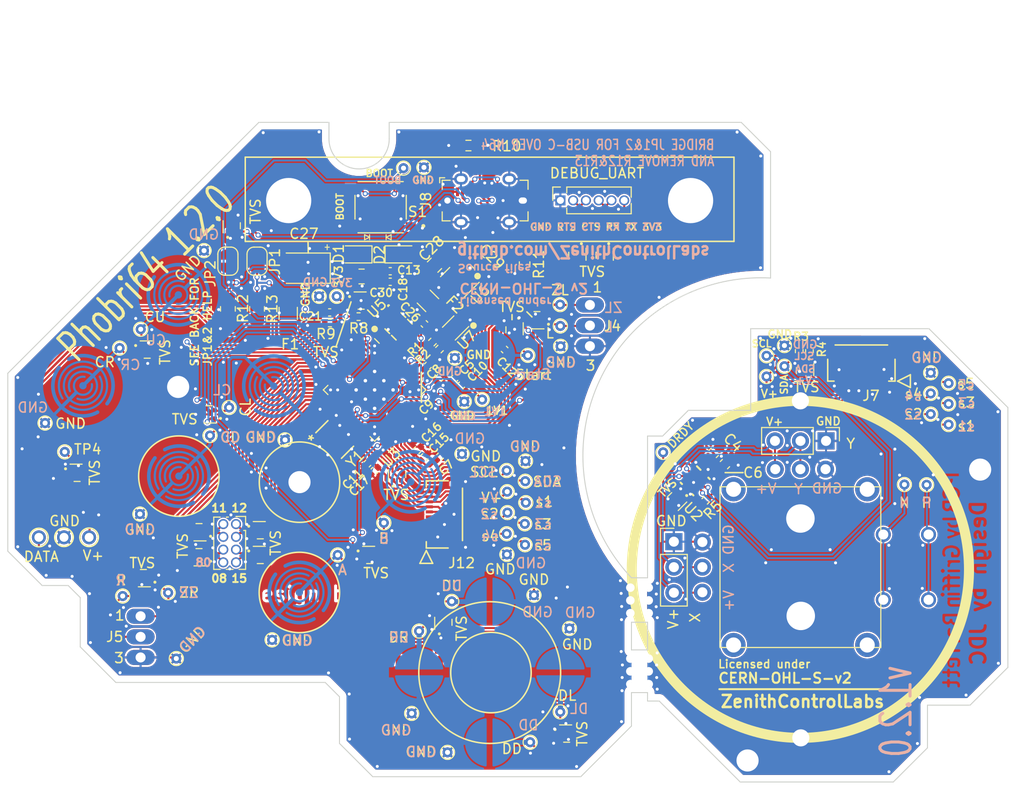
<source format=kicad_pcb>
(kicad_pcb (version 20240108) (generator "pcbnew") (generator_version "8.0")
  (title_block (title "Phobri64") (date "2024-06-12") (rev "1.2.0") (company "Zenith Control Labs"))
  (layers (0 "F.Cu" signal) (31 "B.Cu" signal) (36 "B.SilkS" user "B.Silkscreen") (37 "F.SilkS" user "F.Silkscreen") (38 "B.Mask" user) (39 "F.Mask" user) (44 "Edge.Cuts" user))
  (net 0 "")
  (net 1 "+1V1")
  (net 2 "GND")
  (net 3 "+3V3")
  (net 4 "+5V")
  (net 5 "Net-(D2-A)")
  (net 6 "Net-(U3-USB_DP)")
  (net 7 "Net-(U3-USB_DM)")
  (net 8 "/~{USB_BOOT}")
  (net 12 "+S_3V3")
  (net 13 "N64_3V3")
  (net 14 "S_SCL")
  (net 15 "S_SDA")
  (net 16 "DEBUG_TX")
  (net 17 "N64_DATA")
  (net 18 "ZL")
  (net 19 "L")
  (net 20 "ZR")
  (net 21 "R")
  (net 22 "SCL")
  (net 23 "SDA")
  (net 24 "USB_D+")
  (net 25 "USB_D-")
  (net 26 "QSPI_SS")
  (net 27 "A")
  (net 28 "B")
  (net 29 "Start")
  (net 30 "Cup")
  (net 31 "Cdown")
  (net 32 "Cleft")
  (net 33 "Cright")
  (net 34 "Dup")
  (net 35 "Ddown")
  (net 36 "Dleft")
  (net 37 "Dright")
  (net 38 "QSPI_SD1")
  (net 39 "QSPI_SD2")
  (net 40 "QSPI_SD0")
  (net 41 "QSPI_SCLK")
  (net 42 "QSPI_SD3")
  (net 43 "XOUT")
  (net 44 "XIN")
  (net 45 "/USBC_Raw_D-")
  (net 46 "/USBC_Raw_D+")
  (net 48 "Net-(D1-A)")
  (net 49 "5V_PRE")
  (net 50 "Net-(J6-Pin_1)")
  (net 51 "Net-(J6-Pin_3)")
  (net 52 "Net-(J8-TX1+)")
  (net 54 "Net-(J8-CC1)")
  (net 60 "Net-(J8-CC2)")
  (net 63 "Net-(J8-RX1+)")
  (net 64 "DEBUG_RTS")
  (net 65 "DEBUG_CTS")
  (net 66 "DEBUG_RX")
  (net 67 "S_GND")
  (net 68 "Net-(J2-BTN_N)")
  (net 69 "Net-(J2-BTN_P)")
  (net 70 "/POT_X")
  (net 71 "/POT_Y")
  (net 72 "Net-(U2-ALERT_N)")
  (net 76 "Net-(J7-Pin_4)")
  (net 77 "Net-(J7-Pin_2)")
  (net 78 "Net-(J7-Pin_6)")
  (net 79 "Net-(J7-Pin_3)")
  (net 80 "Net-(J12-Pin_2)")
  (net 81 "Net-(J12-Pin_3)")
  (net 82 "Net-(J12-Pin_6)")
  (net 83 "Net-(J12-Pin_4)")
  (net 84 "Net-(J7-Pin_5)")
  (net 85 "Net-(J12-Pin_5)")
  (net 86 "Net-(TVS_2-A1)")
  (net 87 "GPIO_12")
  (net 88 "GPIO_15")
  (net 89 "GPIO_14")
  (net 90 "GPIO_13")
  (net 91 "GPIO_11")
  (net 92 "GPIO_08")
  (net 93 "GPIO_09")
  (net 94 "GPIO_10")
  (net 95 "ADC_DRDY")
  (footprint "Capacitor_SMD:C_0402_1005Metric" (layer "F.Cu") (at 138.3 88.575 45)
    (property "Reference" "C8")
    (property "Value" "1u")
  )
  (footprint "Phobri64:Header_1x3" (layer "F.Cu") (at 153.2661 83.3622 -90)
    (property "Reference" "J4")
    (property "Value" "L_Board")
  )
  (footprint "TestPoint:TestPoint_THTPad_D1.0mm_Drill0.5mm" (layer "F.Cu") (at 135.5344 121.9708 90)
    (property "Reference" "T_GND_11" (hide yes))
    (property "Value" "GND")
  )
  (footprint "Package_TO_SOT_SMD:SOT-723" (layer "F.Cu") (at 150.9522 123.9774)
    (property "Reference" "TVS")
    (property "Value" "SZUESD3.3DT5G")
  )
  (footprint "Package_TO_SOT_SMD:SOT-723" (layer "F.Cu") (at 138.684 112.903 90)
    (property "Reference" "TVS")
    (property "Value" "SZUESD3.3DT5G")
  )
  (footprint "TestPoint:TestPoint_THTPad_D1.0mm_Drill0.5mm" (layer "F.Cu") (at 172.6184 85.35)
    (property "Reference" "TP_UNUSED_12" (hide yes))
    (property "Value" "~")
  )
  (footprint "MountingHole:MountingHole_2.2mm_M2" (layer "F.Cu") (at 192.092216 97.70053 90)
    (property "Reference" "H1" (hide yes))
    (property "Value" "MountingHole")
  )
  (footprint "Capacitor_SMD:C_0603_1608Metric_Pad1.08x0.95mm_HandSolder" (layer "F.Cu") (at 165.58232 96.03768 -135)
    (property "Reference" "C6")
    (property "Value" "220n")
  )
  (footprint "TestPoint:TestPoint_THTPad_D1.0mm_Drill0.5mm" (layer "F.Cu") (at 121.65 114.65)
    (property "Reference" "T_GND_1" (hide yes))
    (property "Value" "GND")
  )
  (footprint "MountingHole:MountingHole_4.5mm" (layer "F.Cu") (at 163.281044 70.9162 180)
    (property "Reference" "H7" (hide yes))
    (property "Value" "MountingHole")
  )
  (footprint "TestPoint:TestPoint_THTPad_D1.0mm_Drill0.5mm" (layer "F.Cu") (at 188.9506 93.218 90)
    (property "Reference" "TP_UNUSED_4" (hide yes))
    (property "Value" "~")
  )
  (footprint "Capacitor_SMD:C_0402_1005Metric" (layer "F.Cu") (at 136.8 83.2 -45)
    (property "Reference" "C26")
    (property "Value" "100n")
  )
  (footprint "TestPoint:TestPoint_THTPad_D1.0mm_Drill0.5mm" (layer "F.Cu") (at 147.32 124.841)
    (property "Reference" "T_SW_9" (hide yes))
    (property "Value" "DD")
  )
  (footprint "TestPoint:TestPoint_THTPad_D1.0mm_Drill0.5mm" (layer "F.Cu") (at 136.271 113.775 90)
    (property "Reference" "T_SW_11" (hide yes))
    (property "Value" "DR")
  )
  (footprint "TestPoint:TestPoint_THTPad_D1.0mm_Drill0.5mm" (layer "F.Cu") (at 128.175 106.2)
    (property "Reference" "T_SW_1" (hide yes))
    (property "Value" "A")
  )
  (footprint "Phobri64:breakaway-mousebites" (layer "F.Cu") (at 158.203339 117.7838 -90)
    (property "Reference" "H10" (hide yes))
    (property "Value" "MouseBite" (hide yes))
  )
  (footprint "TestPoint:TestPoint_THTPad_D1.0mm_Drill0.5mm" (layer "F.Cu") (at 187.1726 92.1766 90)
    (property "Reference" "TP_UNUSED_14" (hide yes))
    (property "Value" "~")
  )
  (footprint "TestPoint:TestPoint_THTPad_D1.0mm_Drill0.5mm" (layer "F.Cu") (at 170.8384 88.43)
    (property "Reference" "TP_UNUSED_11" (hide yes))
    (property "Value" "~")
  )
  (footprint "TestPoint:TestPoint_THTPad_D1.0mm_Drill0.5mm" (layer "F.Cu") (at 108.575 83.725)
    (property "Reference" "T_SW_4" (hide yes))
    (property "Value" "CU")
  )
  (footprint "Package_TO_SOT_SMD:SOT-723" (layer "F.Cu") (at 114.3762 106.426 180)
    (property "Reference" "TVS_14" (hide yes))
    (property "Value" "SZUESD3.3DT5G")
  )
  (footprint "Connector_PinHeader_2.54mm:PinHeader_1x03_P2.54mm_Vertical" (layer "F.Cu") (at 161.62 104.875)
    (property "Reference" "J3" (hide yes))
    (property "Value" "Conn_01x03")
  )
  (footprint "TestPoint:TestPoint_THTPad_D1.0mm_Drill0.5mm" (layer "F.Cu") (at 144.9832 97.79)
    (property "Reference" "TP2" (hide yes))
    (property "Value" "SCL")
  )
  (footprint "MountingHole:MountingHole_4.5mm" (layer "F.Cu") (at 123.2941 70.9162 180)
    (property "Reference" "H11" (hide yes))
    (property "Value" "MountingHole")
  )
  (footprint "Package_TO_SOT_SMD:SOT-23" (layer "F.Cu") (at 139.962913 79.137087 -135)
    (property "Reference" "U6")
    (property "Value" "MCP1700T-3302E")
  )
  (footprint "Resistor_SMD:R_0805_2012Metric_Pad1.20x1.40mm_HandSolder" (layer "F.Cu") (at 117.25 81.7 -90)
    (property "Reference" "R12")
    (property "Value" "0")
  )
  (footprint "Capacitor_SMD:C_0805_2012Metric" (layer "F.Cu") (at 130.55 78.475 180)
    (property "Reference" "C30")
    (property "Value" "10u")
  )
  (footprint "Phobri64:MountingHole_1.7mm" (layer "F.Cu") (at 174.21017 90.855644 90)
    (property "Reference" "H4" (hide yes))
    (property "Value" "MountingHole")
  )
  (footprint "MountingHole:MountingHole_2.2mm_M2" (layer "F.Cu") (at 112.3001 89.4702 180)
    (property "Reference" "H12" (hide yes))
    (property "Value" "MountingHole")
  )
  (footprint "TestPoint:TestPoint_THTPad_D1.0mm_Drill0.5mm" (layer "F.Cu") (at 132.7658 102.997)
    (property "Reference" "T_SW_2" (hide yes))
    (property "Value" "B")
  )
  (footprint "TestPoint:TestPoint_THTPad_D1.0mm_Drill0.5mm" (layer "F.Cu") (at 147.0914 86.325)
    (property "Reference" "T_SW_3" (hide yes))
    (property "Value" "Start")
  )
  (footprint "Resistor_SMD:R_0402_1005Metric" (layer "F.Cu") (at 175.1076 85.9056 -90)
    (property "Reference" "R4")
    (property "Value" "1k")
  )
  (footprint "Connector_PinSocket_1.27mm:PinSocket_2x04_P1.27mm_Vertical" (layer "F.Cu") (at 118.0592 103.124)
    (property "Reference" "GP12" (hide yes))
    (property "Value" "12 13 14 15")
  )
  (footprint "TestPoint:TestPoint_THTPad_D1.0mm_Drill0.5mm" (layer "F.Cu") (at 146.8882 100.9904)
    (property "Reference" "TP_UNUSED_8" (hide yes))
    (property "Value" "~")
  )
  (footprint "Resistor_SMD:R_0402_1005Metric" (layer "F.Cu") (at 138.3 85.7 -135)
    (property "Reference" "R2")
    (property "Value" "27")
  )
  (footprint "Resistor_SMD:R_0402_1005Metric" (layer "F.Cu") (at 137.6 85 45)
    (property "Reference" "R1")
    (property "Value" "27")
  )
  (footprint "Diode_SMD:D_SOD-323" (layer "F.Cu") (at 129.975 76.275 180)
    (property "Reference" "D1")
    (property "Value" "CUS10S30,H3F")
  )
  (footprint "Resistor_SMD:R_0402_1005Metric" (layer "F.Cu") (at 130.25 82.47)
    (property "Reference" "R8")
    (property "Value" "1k")
  )
  (footprint "TestPoint:TestPoint_THTPad_D1.0mm_Drill0.5mm" (layer "F.Cu") (at 146.7866 103.0986)
    (property "Reference" "TP_UNUSED_7" (hide yes))
    (property "Value" "~")
  )
  (footprint "Capacitor_SMD:C_0402_1005Metric" (layer "F.Cu") (at 136.086778 95.767422 45)
    (property "Reference" "C16")
    (property "Value" "100n")
  )
  (footprint "Capacitor_SMD:C_0402_1005Metric" (layer "F.Cu") (at 131.826 97.8154 -135)
    (property "Reference" "C17")
    (property "Value" "100n")
  )
  (footprint "Package_TO_SOT_SMD:SOT-723" (layer "F.Cu") (at 120.4722 103.7336)
    (property "Reference" "TVS_17" (hide yes))
    (property "Value" "SZUESD3.3DT5G")
  )
  (footprint "Package_TO_SOT_SMD:SOT-723" (layer "F.Cu") (at 152.019 76.3594 -90)
    (property "Reference" "TVS")
    (property "Value" "SZUESD3.3DT5G")
  )
  (footprint "Phobri64:CON_5034801000_MOL" (layer "F.Cu") (at 180.274986 87.092699 180)
    (property "Reference" "J7")
    (property "Value" "Stick_To_Mobo")
  )
  (footprint "TestPoint:TestPoint_THTPad_D1.0mm_Drill0.5mm" (layer "F.Cu") (at 188.9506 91.1606 90)
    (property "Reference" "TP_UNUSED_3" (hide yes))
    (property "Value" "~")
  )
  (footprint "TestPoint:TestPoint_THTPad_D1.0mm_Drill0.5mm" (layer "F.Cu") (at 170.8384 86.37)
    (property "Reference" "TP_UNUSED_10" (hide yes))
    (property "Value" "~")
  )
  (footprint "TestPoint:TestPoint_THTPad_D1.0mm_Drill0.5mm" (layer "F.Cu") (at 147.7 110.2 180)
    (property "Reference" "T_GND_8" (hide yes))
    (property "Value" "GND")
  )
  (footprint "Resistor_SMD:R_0603_1608Metric_Pad0.98x0.95mm_HandSolder" (layer "F.Cu") (at 146.77 77.27 -90)
    (property "Reference" "R11")
    (property "Value" "5.1k")
  )
  (footprint "Phobri64:breakaway-mousebites" (layer "F.Cu") (at 158.203339 110.7226 -90)
    (property "Reference" "H9" (hide yes))
    (property "Value" "MouseBite" (hide yes))
  )
  (footprint "TestPoint:TestPoint_THTPad_D1.0mm_Drill0.5mm" (layer "F.Cu") (at 187.1726 90.1192 90)
    (property "Reference" "TP_UNUSED_2" (hide yes))
    (property "Value" "~")
  )
  (footprint "TestPoint:TestPoint_THTPad_D1.0mm_Drill0.5mm" (layer "F.Cu") (at 140.5382 96.139)
    (property "Reference" "T_GND_2" (hide yes))
    (property "Value" "GND")
  )
  (footprint "Phobri64:Header_1x3" (layer "F.Cu") (at 108.5621 114.3502 -90)
    (property "Reference" "J5")
    (property "Value" "R_Board")
  )
  (footprint "Capacitor_SMD:C_0402_1005Metric" (layer "F.Cu") (at 136.801189 96.453011 45)
    (property "Reference" "C15")
    (property "Value" "100n")
  )
  (footprint "TestPoint:TestPoint_THTPad_D1.0mm_Drill0.5mm" (layer "F.Cu") (at 136.7536 67.6148)
    (property "Reference" "T_Boot_1" (hide yes))
    (property "Value" "GND")
  )
  (footprint "Resistor_SMD:R_0402_1005Metric" (layer "F.Cu") (at 164.78972 100.75948 45)
    (property "Reference" "R5")
    (property "Value" "1k")
  )
  (footprint "TestPoint:TestPoint_THTPad_D1.0mm_Drill0.5mm" (layer "F.Cu") (at 146.8374 98.8568)
    (property "Reference" "TP1" (hide yes))
    (property "Value" "SDA")
  )
  (footprint "Capacitor_SMD:C_0805_2012Metric" (layer "F.Cu") (at 137.804074 77.352423 45)
    (property "Reference" "C28")
    (property "Value" "1u")
  )
  (footprint "Connector_PinSocket_1.27mm:PinSocket_1x06_P1.27mm_Vertical" (layer "F.Cu") (at 150.33 70.9 90)
    (property "Reference" "DEBUG_UART1" (hide yes))
    (property "Value" "DEBUG_UART")
  )
  (footprint "Resistor_SMD:R_0805_2012Metric_Pad1.20x1.40mm_HandSolder" (layer "F.Cu") (at 120.15 81.7 -90)
    (property "Reference" "R13")
    (property "Value" "0")
  )
  (footprint "Package_TO_SOT_SMD:SOT-723" (layer "F.Cu") (at 108.839 108.5088 180)
    (property "Reference" "TVS")
    (property "Value" "SZUESD3.3DT5G")
  )
  (footprint "TestPoint:TestPoint_THTPad_D1.0mm_Drill0.5mm" (layer "F.Cu") (at 188.9506 89.1032 90)
    (property "Reference" "TP_UNUSED_1" (hide yes))
    (property "Value" "~")
  )
  (footprint "Package_TO_SOT_SMD:SOT-723" (layer "F.Cu") (at 117.6274 73.4217 90)
    (property "Reference" "TVS")
    (property "Value" "SZUESD3.3DT5G")
  )
  (footprint "Phobri64:Hori_Style_Stick_pot" (layer "F.Cu") (at 174.207808 107.411082 90)
    (property "Reference" "J2" (hide yes))
    (property "Value" "HoriStyleStick")
  )
  (footprint "Package_TO_SOT_SMD:SOT-723" (layer "F.Cu") (at 145.7706 83.7789 -90)
    (property "Reference" "TVS_16" (hide yes))
    (property "Value" "SZUESD3.3DT5G")
  )
  (footprint "Package_TO_SOT_SMD:SOT-723" (layer "F.Cu") (at 114.3762 103.9368 180)
    (property "Reference" "TVS")
    (property "Value" "SZUESD3.3DT5G")
  )
  (footprint "Capacitor_SMD:C_0603_1608Metric_Pad1.08x0.95mm_HandSolder" (layer "F.Cu") (at 166.7002 97.155 45)
    (property "Reference" "C4")
    (property "Value" "100n")
  )
  (footprint "TestPoint:TestPoint_THTPad_D1.0mm_Drill0.5mm" (layer "F.Cu") (at 111.3028 109.9566)
    (property "Reference" "T_SW_14" (hide yes))
    (property "Value" "ZR")
  )
  (footprint "Capacitor_SMD:C_0402_1005Metric" (layer "F.Cu") (at 144.78 85.7504 -45)
    (property "Reference" "C12")
    (property "Value" "100n")
  )
  (footprint "Capacitor_SMD:C_0402_1005Metric" (layer "F.Cu") (at 137.15 87.35 45)
    (property "Reference" "C9")
    (property "Value" "1u")
  )
  (footprint "Capacitor_Tantalum_SMD:CP_EIA-3528-15_AVX-H_Pad1.50x2.35mm_HandSolder" (layer "F.Cu") (at 124.8 77.65 180)
    (property "Reference" "C27")
    (property "Value" "47u")
  )
  (footprint "Phobri64:W25Q16JVUXIQ_WIN" (layer "F.Cu") (at 134.230851 83.441513 -45)
    (property "Reference" "U5")
    (property "Value" "W25Q16JVUXIQ")
  )
  (footprint "TestPoint:TestPoint_THTPad_D1.0mm_Drill0.5mm" (layer "F.Cu") (at 142.5448 90.7288)
    (property "Reference" "T_1V1_1" (hide yes))
    (property "Value" "1V1")
  )
  (footprint "Capacitor_SMD:C_0402_1005Metric" (layer "F.Cu") (at 127.375 82.05 180)
    (property "Reference" "C21")
    (property "Value" "100n")
  )
  (footprint "TestPoint:TestPoint_THTPad_D1.0mm_Drill0.5mm" (layer "F.Cu") (at 101.0158 95.9358)
    (property "Reference" "TP4")
    (property "Value" "SDA")
  )
  (footprint "TestPoint:TestPoint_THTPad_D1.0mm_Drill0.5mm" (layer "F.Cu") (at 139.5222 110.8202 180)
    (property "Reference" "T_SW_8" (hide yes))
    (property "Value" "DU")
  )
  (footprint "TestPoint:TestPoint_THTPad_D1.0mm_Drill0.5mm" (layer "F.Cu") (at 160.5534 95.9866)
    (property "Reference" "DRDY")
    (property "Value" "SCL")
  )
  (footprint "Package_TO_SOT_SMD:SOT-723" (layer "F.Cu") (at 102.2447 98.0186)
    (property "Reference" "TVS")
    (property "Value" "SZUESD3.3DT5G")
  )
  (footprint "TestPoint:TestPoint_THTPad_D1.0mm_Drill0.5mm" (layer "F.Cu") (at 145.0086 106.1466)
    (property "Reference" "T_GND_15" (hide yes))
    (property "Value" "GND")
  )
  (footprint "TestPoint:TestPoint_THTPad_D1.0mm_Drill0.5mm" (layer "F.Cu") (at 150.3 81.275 180)
    (property "Reference" "T_SW_12" (hide yes))
    (property "Value" "ZL")
  )
  (footprint "Diode_SMD:D_SOD-323" (layer "F.Cu") (at 134.5 76.275)
    (property "Reference" "D2")
    (property "Value" "CUS10S30,H3F")
  )
  (footprint "Capacitor_SMD:C_0402_1005Metric" (layer "F.Cu") (at 133.4 79)
    (property "Reference" "C18")
    (property "Value" "100n")
  )
  (footprint "Package_TO_SOT_SMD:SOT-723" (layer "F.Cu") (at 131.3526 106.1974)
    (property "Reference" "TVS")
    (property "Value" "SZUESD3.3DT5G")
  )
  (footprint "Package_TO_SOT_SMD:SOT-723" (layer "F.Cu") (at 154.7368 76.3594 -90)
    (property "Reference" "TVS_11" (hide yes))
    (property "Value" "SZUESD3.3DT5G")
  )
  (footprint "Fuse:Fuse_1206_3216Metric_Pad1.42x1.75mm_HandSolder" (layer "F.Cu") (at 137.154074 80.902423 135)
    (property "Reference" "F2")
    (property "Value" "1A")
  )
  (footprint "TestPoint:TestPoint_THTPad_D1.0mm_Drill0.5mm" (layer "F.Cu") (at 172.6184 87.41)
    (property "Reference" "TP_UNUSED_9" (hide yes))
    (property "Value" "~")
  )
  (footprint "TestPoint:TestPoint_THTPad_D1.0mm_Drill0.5mm" (layer "F.Cu") (at 186.7662 99.2124)
    (property "Reference" "P")
    (property "Value" "R")
  )
  (footprint "Capacitor_SMD:C_0402_1005Metric" (layer "F.Cu") (at 131.130989 97.103611 -135)
    (property "Reference" "C11")
    (property "Value" "100n")
  )
  (footprint "Package_TO_SOT_SMD:SOT-723" (layer "F.Cu") (at 134.0866 98.1964 90)
    (property "Reference" "TVS")
    (property "Value" "SZUESD3.3DT5G")
  )
  (footprint "TestPoint:TestPoint_THTPad_D1.0mm_Drill0.5mm" (layer "F.Cu") (at 140.7668 90.932)
    (property "Reference" "T_GND_17" (hide yes))
    (property "Value" "GND")
  )
  (footprint "Phobri64:CONN3_B3B-EH-ALFSN_JST" (layer "F.Cu") (at 100.9421 104.4442 180)
    (property "Reference" "J6" (hide yes))
    (property "Value" "N64_Intf")
  )
  (footprint "Capacitor_SMD:C_0402_1005Metric" (layer "F.Cu") (at 139.79 88.64 -135)
    (property "Reference" "C5")
    (property "Value" "100n")
  )
  (footprint "Package_TO_SOT_SMD:SOT-723" (layer "F.Cu") (at 147.9961 82.8294 180)
    (property "Reference" "TVS")
    (property "Value" "SZUESD3.3DT5G")
  )
  (footprint "MountingHole:MountingHole_2.2mm_M2" (layer "F.Cu") (at 168.950396 126.657269 90)
    (property "Reference" "H2" (hide yes))
    (property "Value" "MountingHole")
  )
  (footprint "Phobri64:CSTNE_G_MUR" (layer "F.Cu") (at 127.875 94.7 45)
    (property "Reference" "Y1")
    (property "Value" "Resonator")
  )
  (footprint "Package_TO_SOT_SMD:SOT-723" (layer "F.Cu") (at 174.6758 87.8424 -90)
    (property "Reference" "TVS")
    (property "Value" "SZUESD3.3DT5G")
  )
  (footprint "TestPoint:TestPoint_THTPad_D1.0mm_Drill0.5mm" (layer "F.Cu") (at 139.83 86.6)
    (property "Reference" "T_GND_3" (hide yes))
    (property "Value" "GND")
  )
  (footprint "TestPoint:TestPoint_THTPad_D1.0mm_Drill0.5mm" (layer "F.Cu") (at 108.5 102.125)
    (property "Reference" "T_GND_5" (hide yes))
    (property "Value" "GND")
  )
  (footprint "Jumper:SolderJumper-2_P1.3mm_Open_RoundedPad1.0x1.5mm" (layer "F.Cu") (at 120.15 76.95 -90)
    (property "Reference" "JP1")
    (property "Value" "SolderJumper_2_Open")
  )
  (footprint "Resistor_SMD:R_0402_1005Metric" (layer "F.Cu") (at 174.0916 85.9056 -90)
    (property "Reference" "R3")
    (property "Value" "1k")
  )
  (footprint "TestPoint:TestPoint_THTPad_D1.0mm_Drill0.5mm" (layer "F.Cu") (at 144.9832 104.0892)
    (property "Reference" "TP_UNUSED_6" (hide yes))
    (property "Value" "~")
  )
  (footprint "TestPoint:TestPoint_THTPad_D1.0mm_Drill0.5mm" (layer "F.Cu") (at 145.0594 101.981)
    (property "Reference" "TP_UNUSED_13" (hide yes))
    (property "Value" "~")
  )
  (footprint "TestPoint:TestPoint_THTPad_D1.0mm_Drill0.5mm" (layer "F.Cu") (at 134.7216 67.691)
    (property "Reference" "T_Boot_0" (hide yes))
    (property "Value" "BOOT")
  )
  (footprint "TestPoint:TestPoint_THTPad_D1.0mm_Drill0.5mm" (layer "F.Cu") (at 115.4684 94.3102)
    (property "Reference" "T_SW_5" (hide yes))
    (property "Value" "CD")
  )
  (footprint "TestPoint:TestPoint_THTPad_D1.0mm_Drill0.5mm" (layer "F.Cu") (at 112.1156 116.5098)
    (property "Reference" "T_GND_12" (hide yes))
    (property "Value" "GND")
  )
  (footprint "Package_TO_SOT_SMD:SOT-723" (layer "F.Cu") (at 120.4722 106.1974)
    (property "Reference" "TVS")
    (property "Value" "SZUESD3.3DT5G")
  )
  (footprint "TestPoint:TestPoint_THTPad_D1.0mm_Drill0.5mm" (layer "F.Cu") (at 139.1 125.85)
    (property "Reference" "T_GND_9" (hide yes))
    (property "Value" "GND")
  )
  (footprint "Fuse:Fuse_1206_3216Metric_Pad1.42x1.75mm_HandSolder" (layer "F.Cu") (at 123.25 82.15 90)
    (property "Reference" "F1")
    (property "Value" "1A")
  )
  (footprint "TestPoint:TestPoint_THTPad_D1.0mm_Drill0.5mm" (layer "F.Cu") (at 187.1726 88.0618 90)
    (property "Reference" "TP_UNUSED_15" (hide yes))
    (property "Value" "~")
  )
  (footprint "Phobri64:RUG0010A" (layer "F.Cu") (at 163.73972 98.81948 -45)
    (property "Reference" "U2")
    (property "Value" "ADS7142IRUGR")
  )
  (footprint "TestPoint:TestPoint_THTPad_D1.0mm_Drill0.5mm" (layer "F.Cu") (at 184.5564 99.187)
    (property "Reference" "N")
    (property "Value" "ZR")
  )
  (footprint "Phobri64:SHOU_HAN_TYPE-C_24PLT-H10.5" (layer "F.Cu") (at 142.840572 70.9162)
    (property "Reference" "J8")
    (property "Value" "USB_C_Receptacle")
  )
  (footprint "TestPoint:TestPoint_THTPad_D1.0mm_Drill0.5mm" (layer "F.Cu") (at 150.325 83.4 90)
    (property "Reference" "T_SW_13" (hide yes))
    (property "Value" "L")
  )
  (footprint "Package_TO_SOT_SMD:SOT-723" (layer "F.Cu") (at 130.5052 80.8736)
    (property "Reference" "TVS")
    (property "Value" "SZUESD3.3DT5G")
  )
  (footprint "Capacitor_SMD:C_0805_2012Metric" (layer "F.Cu") (at 142.054074 76.952423 -45)
    (property "Reference" "C29")
    (property "Value" "1u")
  )
  (footprint "TestPoint:TestPoint_THTPad_D1.0mm_Drill0.5mm" (layer "F.Cu") (at 150.3172 121.8184 90)
    (property "Reference" "T_SW_10" (hide yes))
    (property "Value" "DL")
  )
  (footprint "Capacitor_SMD:C_0402_1005Metric" (layer "F.Cu") (at 138.3538 96.393 45)
    (property "Reference" "C7")
    (property "Value" "100n")
  )
  (footprint "TestPoint:TestPoint_THTPad_D1.0mm_Drill0.5mm" (layer "F.Cu") (at 114.875 75.9)
    (property "Reference" "T_GND_4" (hide yes))
    (property "Value" "GND")
  )
  (footprint "Phobri64:MountingHole_1.7mm" (layer "F.Cu") (at 174.249136 124.405899 90)
    (property "Reference" "H3" (hide yes))
    (property "Value" "MountingHole")
  )
  (footprint "Package_TO_SOT_SMD:SOT-666" (layer "F.Cu") (at 139.8 83.6 -135)
    (property "Reference" "U7")
    (property "Value" "USBLC6-2P6")
  )
  (footprint "Resistor_SMD:R_0603_1608Metric_Pad0.98x0.95mm_HandSolder" (layer "F.Cu") (at 141.18 65.44 180)
    (property "Reference" "R10")
    (property "Value" "5.1k")
  )
  (footprint "Resistor_SMD:R_0402_1005Metric" (layer "F.Cu") (at 127.4 83.1)
    (property "Reference" "R9")
    (property "Value" "1k")
  )
  (footprint "TestPoint:TestPoint_THTPad_D1.0mm_Drill0.5mm" (layer "F.Cu") (at 151.2316 113.5126 90)
    (property "Reference" "T_GND_10" (hide yes))
    (property "Value" "GND")
  )
  (footprint "Phobri64:RP2040_QFN-56-1EP_7x7mm_P0.4mm_EP3.2x3.2mm" (layer "F.Cu") (at 131.845589 89.768629 -45)
    (property "Reference" "U3")
    (property "Value" "RP2040")
  )
  (footprint "TestPoint:TestPoint_THTPad_D1.0mm_Drill0.5mm" (layer "F.Cu") (at 117.3734 91.5162)
    (property "Reference" "T_SW_6" (hide yes))
    (property "Value" "CL")
  )
  (footprint "Phobri64:MountingHole_2.833mm" (layer "F.Cu") (at 174.21017 102.570695 90)
    (property "Reference" "H6" (hide yes))
    (property "Value" "MountingHole")
  )
  (footprint "TestPoint:TestPoint_THTPad_D1.0mm_Drill0.5mm" (layer "F.Cu") (at 126.325 80.45)
    (property "Reference" "T_GND_16" (hide yes))
    (property "Value" "GND")
  )
  (footprint "Package_TO_SOT_SMD:SOT-723" (layer "F.Cu") (at 115.3668 92.202 180)
    (property "Reference" "TVS")
    (property "Value" "SZUESD3.3DT5G")
  )
  (footprint "Connector_PinHeader_2.54mm:PinHeader_1x03_P2.54mm_Vertical" (layer "F.Cu") (at 176.7586 94.8436 -90)
    (property "Reference" "J9" (hide yes))
    (property "Value" "Conn_01x03")
  )
  (footprint "TestPoint:TestPoint_THTPad_D1.0mm_Drill0.5mm" (layer "F.Cu") (at 150.35 85.425 90)
    (property "Reference" "T_GND_13" (hide yes))
    (property "Value" "GND")
  )
  (footprint "TestPoint:TestPoint_THTPad_D1.0mm_Drill0.5mm" (layer "F.Cu") (at 99.06 93.0656)
    (property "Reference" "T_GND_7" (hide yes))
    (property "Value" "GND")
  )
  (footprint "TestPoint:TestPoint_THTPad_D1.0mm_Drill0.5mm" (layer "F.Cu") (at 128.075 80.45)
    (property "Reference" "T_3V3_1" (hide yes))
    (property "Value" "3V3")
  )
  (footprint "Jumper:SolderJumper-2_P1.3mm_Open_RoundedPad1.0x1.5mm" (layer "F.Cu") (at 117.25 76.95 -90)
    (property "Reference" "JP2")
    (property "Value" "SolderJumper_2_Open")
  )
  (footprint "Package_TO_SOT_SMD:SOT-723" (layer "F.Cu") (at 109.22 85.7504)
    (property "Reference" "TVS")
    (property "Value" "SZUESD3.3DT5G")
  )
  (footprint "TestPoint:TestPoint_THTPad_D1.0mm_Drill0.5mm" (layer "F.Cu") (at 106.7816 110.2868)
    (property "Reference" "T_SW_15" (hide yes))
    (property "Value" "R")
  )
  (footprint "TestPoint:TestPoint_THTPad_D1.0mm_Drill0.5mm" (layer "F.Cu") (at 146.812 105.1814)
    (property "Reference" "TP_UNUSED_5" (hide yes))
    (property "Value" "~")
  )
  (footprint "Phobri64:CON_5034801000_MOL" (layer "F.Cu") (at 138.7881 102.1582 90)
    (property "Reference" "J12")
    (property "Value" "Mobo_To_Stick")
  )
  (footprint "MountingHole:MountingHole_2.2mm_M2" (layer "F.Cu") (at 124.373212 98.948934 180)
    (property "Reference" "H8" (hide yes))
    (property "Value" "MountingHole")
  )
  (footprint "Package_TO_SOT_SMD:SOT-723" (layer "F.Cu") (at 161.79772 100.81288 -135)
    (property "Reference" "TVS")
    (property "Value" "SZUESD3.3DT5G")
  )
  (footprint "Capacitor_SMD:C_0402_1005Metric" (layer "F.Cu") (at 133.4 77.95)
    (property "Reference" "C13")
    (property "Value" "100n")
  )
  (footprint "TestPoint:TestPoint_THTPad_D1.0mm_Drill0.5mm" (layer "F.Cu") (at 145.034 99.8982)
    (property "Reference" "TP3" (hide yes))
    (property "Value" "SDA")
  )
  (footprint "TestPoint:TestPoint_THTPad_D1.0mm_Drill0.5mm" (layer "F.Cu") (at 106.475 85.6)
    (property "Reference" "T_SW_7" (hide yes))
    (property "Value" "CR")
  )
  (footprint "TestPoint:TestPoint_THTPad_D1.0mm_Drill0.5mm" (layer "F.Cu") (at 146.8628 96.8502)
    (property "Reference" "T_GND_14" (hide yes))
    (property "Value" "GND")
  )
  (footprint "TestPoint:TestPoint_THTPad_D1.0mm_Drill0.5mm" (layer "F.Cu") (at 122.936 94.742)
    (property "Reference" "GND")
    (property "Value" "GND")
  )
  (footprint "Phobri64:SW_TS-1187A-B-A-B" (layer "F.Cu") (at 132.4429 71.5772 180)
    (property "Reference" "S1")
    (property "Value" "BOOTSEL")
  )
  (footprint "Phobri64:MountingHole_2.833mm" (layer "F.Cu") (at 174.244 112.268 90)
    (property "Reference" "H5" (hide yes))
    (property "Value" "MountingHole")
  )
  (footprint "Capacitor_SMD:C_0402_1005Metric" (layer "F.Cu") (at 140.465 89.315 -135)
    (property "Reference" "C10")
    (property "Value" "100n")
  )
  (footprint "Phobri64:ABC_Contact" (layer "B.Cu") (at 112.3721 98.3482 90)
    (property "Reference" "SW5" (hide yes))
    (property "Value" "Cdown" (hide yes))
  )
  (footprint "Phobri64:ABC_Contact" (layer "B.Cu") (at 124.3601 109.9302 90)
    (property "Reference" "SW1" (hide yes))
    (property "Value" "A" (hide yes))
  )
  (footprint "Phobri64:ABC_Contact" (layer "B.Cu") (at 135.4501 98.9102 -90)
    (property "Reference" "SW2" (hide yes))
    (property "Value" "B" (hide yes))
  )
  (footprint "Phobri64:Dpad_Contact" (layer "B.Cu") (at 143.2841 110.848857 180)
    (property "Reference" "SW8" (hide yes))
    (property "Value" "Dup" (hide yes))
  )
  (footprint "Phobri64:ABC_Contact" (layer "B.Cu") (at 112.3221 80.3002 -90)
    (property "Reference" "SW4" (hide yes))
    (property "Value" "Cup" (hide yes))
  )
  (footprint "Phobri64:Dpad_Contact" (layer "B.Cu") (at 143.3801 86.3102)
    (property "Reference" "SW3" (hide yes))
    (property "Value" "Start" (hide yes))
  )
  (footprint "Phobri64:ABC_Contact" (layer "B.Cu") (at 121.8201 89.3902 180)
    (property "Reference" "SW6" (hide yes))
    (property "Value" "Cleft" (hide yes))
  )
  (footprint "Phobri64:Dpad_Contact" (layer "B.Cu") (at 150.339492 117.8872 -90)
    (property "Reference" "SW10" (hide yes))
    (property "Value" "Dleft" (hide yes))
  )
  (footprint "Phobri64:ABC_Contact" (layer "B.Cu") (at 102.827937 89.352354 90)
    (property "Reference" "SW7" (hide yes))
    (property "Value" "Cright" (hide yes))
  )
  (footprint "Phobri64:Dpad_Contact" (layer "B.Cu") (at 143.2841 124.855295)
    (property "Reference" "SW9" (hide yes))
    (property "Value" "Ddown" (hide yes))
  )
  (footprint "Phobri64:Dpad_Contact" (layer "B.Cu") (at 136.272977 117.8872 90)
    (property "Reference" "SW11" (hide yes))
    (property "Value" "Dright" (hide yes))
  )
  (gr_line (start 167.599044 74.9802) (end 118.9761 74.9802) (stroke (width 0.15)) (layer "F.SilkS"))
  (gr_line (start 127.337601 75.561) (end 126.921799 75.560999) (stroke (width 0.1)) (layer "F.SilkS"))
  (gr_line (start 132.991055 74.315856) (end 132.991055 74.815856) (stroke (width 0.1)) (layer "F.SilkS"))
  (gr_line (start 182.1964 119.56) (end 166.1436 119.56) (stroke (width 0.2)) (layer "F.SilkS"))
  (gr_line (start 136.5 91) (end 136.5 88) (stroke (width 0.15)) (layer "F.SilkS"))
  (gr_circle (center 143.421174 117.9062) (end 143.306852 121.907494) (stroke (width 0.15)) (fill none) (layer "F.SilkS"))
  (gr_circle (center 124.3601 109.9302) (end 128.363027 109.9302) (stroke (width 0.15)) (fill none) (layer "F.SilkS"))
  (gr_line (start 118.9761 66.5982) (end 167.599044 66.5982) (stroke (width 0.15)) (layer "F.SilkS"))
  (gr_line (start 167.599044 66.5982) (end 167.599044 74.9802) (stroke (width 0.15)) (layer "F.SilkS"))
  (gr_circle (center 141.6812 83.3628) (end 141.9352 83.3628) (stroke (width 0.15)) (fill solid) (layer "F.SilkS"))
  (gr_line (start 125.222 75) (end 125.2425 76.14) (stroke (width 0.15)) (layer "F.SilkS"))
  (gr_circle (center 174.207808 107.630899) (end 190.982808 107.630899) (stroke (width 1)) (fill none) (layer "F.SilkS"))
  (gr_line (start 145.5166 82.2746) (end 145.5166 82.7746) (stroke (width 0.15)) (layer "F.SilkS"))
  (gr_line (start 129.5 81) (end 128 85.5) (stroke (width 0.15)) (layer "F.SilkS"))
  (gr_circle (center 142.0876 78.4352) (end 142.3416 78.4352) (stroke (width 0.15)) (fill solid) (layer "F.SilkS"))
  (gr_line (start 133.491055 74.315856) (end 132.991055 74.565856) (stroke (width 0.1)) (layer "F.SilkS"))
  (gr_circle (center 143.297493 117.9062) (end 141.511201 124.733805) (stroke (width 0.15)) (fill none) (layer "F.SilkS"))
  (gr_circle (center 131.845589 83.7) (end 131.591589 83.7) (stroke (width 0.15)) (fill solid) (layer "F.SilkS"))
  (gr_line (start 130.847185 74.814257) (end 131.347185 74.564257) (stroke (width 0.1)) (layer "F.SilkS"))
  (gr_line (start 118.9761 74.9802) (end 118.9761 66.5982) (stroke (width 0.15)) (layer "F.SilkS"))
  (gr_line (start 147 82) (end 147.5 82.5) (stroke (width 0.15)) (layer "F.SilkS"))
  (gr_circle (center 112.3721 98.3482) (end 116.375027 98.3482) (stroke (width 0.15)) (fill none) (layer "F.SilkS"))
  (gr_circle (center 100.939946 104.44) (end 101.859946 104.43) (stroke (width 0.15)) (fill none) (layer "F.SilkS"))
  (gr_circle (center 124.373212 98.948934) (end 128.376139 98.948934) (stroke (width 0.15)) (fill none) (layer "F.SilkS"))
  (gr_line (start 132.991055 74.565856) (end 133.491055 74.815856) (stroke (width 0.1)) (layer "F.SilkS"))
  (gr_line (start 133.491055 74.315856) (end 133.491055 74.815856) (stroke (width 0.1)) (layer "F.SilkS"))
  (gr_line (start 168.5 98) (end 166.7256 98) (stroke (width 0.15)) (layer "F.SilkS"))
  (gr_line (start 130.847185 74.814257) (end 130.847185 74.314257) (stroke (width 0.1)) (layer "F.SilkS"))
  (gr_line (start 131.347185 74.814257) (end 131.347185 74.314257) (stroke (width 0.1)) (layer "F.SilkS"))
  (gr_line (start 131.347185 74.564257) (end 130.847185 74.314257) (stroke (width 0.1)) (layer "F.SilkS"))
  (gr_line (start 127.127 75.311) (end 127.127 75.811) (stroke (width 0.1)) (layer "F.SilkS"))
  (gr_circle (center 103.44 104.44) (end 104.36 104.43) (stroke (width 0.15)) (fill none) (layer "F.SilkS"))
  (gr_circle (center 98.449946 104.46) (end 99.369946 104.45) (stroke (width 0.15)) (fill none) (layer "F.SilkS"))
  (gr_line (start 98.77 109.24) (end 101.36 109.24) (stroke (width 0.1)) (layer "Edge.Cuts"))
  (gr_line (start 157.4 112.9) (end 157.4 115.65) (stroke (width 0.1)) (layer "Edge.Cuts"))
  (gr_line (start 194.85 91.52) (end 187 83.67) (stroke (width 0.1)) (layer "Edge.Cuts"))
  (gr_arc (start 133.2992 64.77) (mid 130.302 67.7672) (end 127.3048 64.77) (stroke (width 0.1)) (layer "Edge.Cuts"))
  (gr_line (start 128.35 124.96) (end 131.66 128.27) (stroke (width 0.1)) (layer "Edge.Cuts"))
  (gr_line (start 171.24 78.63) (end 171.24 66.05) (stroke (width 0.1)) (layer "Edge.Cuts"))
  (gr_line (start 152.36 128.27) (end 157.4 123.23) (stroke (width 0.1)) (layer "Edge.Cuts"))
  (gr_line (start 159 112.9) (end 159 115.65) (stroke (width 0.1)) (layer "Edge.Cuts"))
  (gr_line (start 169.26 91.8) (end 163.06 91.8) (stroke (width 0.1)) (layer "Edge.Cuts"))
  (gr_line (start 160.16 120.74) (end 168.22 128.8) (stroke (width 0.1)) (layer "Edge.Cuts"))
  (gr_line (start 120.33 63.13) (end 95.35 88.11) (stroke (width 0.1)) (layer "Edge.Cuts"))
  (gr_line (start 95.35 88.11) (end 95.35 105.82) (stroke (width 0.1)) (layer "Edge.Cuts"))
  (gr_line (start 133.2992 63.13) (end 133.2992 64.77) (stroke (width 0.1)) (layer "Edge.Cuts"))
  (gr_line (start 126.93 118.89) (end 128.35 120.31) (stroke (width 0.1)) (layer "Edge.Cuts"))
  (gr_line (start 168.32 63.13) (end 133.2992 63.13) (stroke (width 0.1)) (layer "Edge.Cuts"))
  (gr_line (start 187 83.67) (end 169.26 83.67) (stroke (width 0.1)) (layer "Edge.Cuts"))
  (gr_line (start 102.56 115.35) (end 106.1 118.89) (stroke (width 0.1)) (layer "Edge.Cuts"))
  (gr_line (start 194.85 117.39) (end 194.85 91.52) (stroke (width 0.1)) (layer "Edge.Cuts"))
  (gr_line (start 171.24 66.05) (end 168.32 63.13) (stroke (width 0.1)) (layer "Edge.Cuts"))
  (gr_line (start 186.85 121.15) (end 186.85 125.4) (stroke (width 0.1)) (layer "Edge.Cuts"))
  (gr_line (start 159 119.9) (end 159 120.74) (stroke (width 0.1)) (layer "Edge.Cuts"))
  (gr_line (start 160.5 94.36) (end 159 94.36) (stroke (width 0.1)) (layer "Edge.Cuts"))
  (gr_line (start 106.1 118.89) (end 126.93 118.89) (stroke (width 0.1)) (layer "Edge.Cuts"))
  (gr_line (start 163.06 91.8) (end 160.5 94.36) (stroke (width 0.1)) (layer "Edge.Cuts"))
  (gr_line (start 159 120.74) (end 160.16 120.74) (stroke (width 0.1)) (layer "Edge.Cuts"))
  (gr_line (start 127.3048 63.13) (end 120.33 63.13) (stroke (width 0.1)) (layer "Edge.Cuts"))
  (gr_line (start 101.36 109.24) (end 102.56 110.44) (stroke (width 0.1)) (layer "Edge.Cuts"))
  (gr_line (start 128.35 120.31) (end 128.35 124.96) (stroke (width 0.1)) (layer "Edge.Cuts"))
  (gr_arc (start 157.4 108.47) (mid 154.214376 88.862941) (end 171.24 78.63) (stroke (width 0.1)) (layer "Edge.Cuts"))
  (gr_line (start 169.26 83.67) (end 169.26 91.8) (stroke (width 0.1)) (layer "Edge.Cuts"))
  (gr_line (start 186.85 125.4) (end 183.45 128.8) (stroke (width 0.1)) (layer "Edge.Cuts"))
  (gr_line (start 157.4 123.23) (end 157.4 119.9) (stroke (width 0.1)) (layer "Edge.Cuts"))
  (gr_line (start 159 94.36) (end 159 108.472695) (stroke (width 0.1)) (layer "Edge.Cuts"))
  (gr_line (start 183.45 128.8) (end 168.22 128.8) (stroke (width 0.1)) (layer "Edge.Cuts"))
  (gr_line (start 159 112.9) (end 157.4 112.9) (stroke (width 0.1)) (layer "Edge.Cuts"))
  (gr_line (start 159 108.472695) (end 157.4 108.47) (stroke (width 0.1)) (layer "Edge.Cuts"))
  (gr_line (start 157.4 119.9) (end 159 119.9) (stroke (width 0.1)) (layer "Edge.Cuts"))
  (gr_line (start 95.35 105.82) (end 98.77 109.24) (stroke (width 0.1)) (layer "Edge.Cuts"))
  (gr_line (start 191.09 121.15) (end 186.85 121.15) (stroke (width 0.1)) (layer "Edge.Cuts"))
  (gr_line (start 159 115.65) (end 157.4 115.65) (stroke (width 0.1)) (layer "Edge.Cuts"))
  (gr_line (start 127.3048 63.13) (end 127.3048 64.77) (stroke (width 0.1)) (layer "Edge.Cuts"))
  (gr_line (start 191.09 121.15) (end 194.85 117.39) (stroke (width 0.1)) (layer "Edge.Cuts"))
  (gr_line (start 102.56 110.44) (end 102.56 115.35) (stroke (width 0.1)) (layer "Edge.Cuts"))
  (gr_line (start 131.66 128.27) (end 152.36 128.27) (stroke (width 0.1)) (layer "Edge.Cuts"))
  (gr_text "Design by JDC" (at 118.84 110.97 0) (layer "F.Cu" knockout) (effects (font (size 1.5 1.5) (thickness 0.3) (bold yes)) (justify left bottom)))
  (gr_text "Design by JDC" (at 192.787516 100.608698 90) (layer "B.Cu" knockout) (effects (font (size 1.5 1.5) (thickness 0.3) (bold yes)) (justify left bottom mirror)))
  (gr_text "s2" (at 185.3946 92.202 -0) (layer "B.SilkS") (effects (font (size 1 1)) (justify mirror)))
  (gr_text "CU" (at 110.0582 84.8106 -0) (layer "B.SilkS") (effects (font (size 1 1)) (justify mirror)))
  (gr_text "GND" (at 150.368 87.0458 -0) (layer "B.SilkS") (effects (font (size 1 1)) (justify mirror)))
  (gr_text "CR" (at 107.5436 87.2744 -0) (layer "B.SilkS") (effects (font (size 1 1)) (justify mirror)))
  (gr_text "DL" (at 152.1968 121.5136 -0) (layer "B.SilkS") (effects (font (size 1 1)) (justify mirror)))
  (gr_text "GND" (at 136.652 68.8848 -0) (layer "B.SilkS") (effects (font (size 0.7 0.7)) (justify mirror)))
  (gr_text "ZL" (at 155.6258 81.5848 -0) (layer "B.SilkS") (effects (font (size 1 1)) (justify mirror)))
  (gr_text "08" (at 115.697 107.4166 -0) (layer "B.SilkS") (effects (font (size 0.8 0.8) (thickness 0.1875)) (justify left bottom mirror)))
  (gr_text "3V3 TX RX CTS RTS GND" (at 153.8986 73.533 0) (layer "B.SilkS") (effects (font (size 0.7 0.7)) (justify mirror)))
  (gr_text "Licensed under" (at 140.1764 80.9686 180) (layer "B.SilkS") (effects (font (size 0.8 0.8) (thickness 0.16) (bold yes)) (justify left mirror)))
  (gr_text "Source files" (at 143.764 77.6478 180) (layer "B.SilkS") (effects (font (size 0.8 0.8) (thickness 0.16) (bold yes)) (justify mirror)))
  (gr_text "s3" (at 148.6154 103.1494 -0) (layer "B.SilkS") (effects (font (size 1 1)) (justify mirror)))
  (gr_text "s4" (at 143.3322 104.3178 -0) (layer "B.SilkS") (effects (font (size 1 1)) (justify mirror)))
  (gr_text "GND" (at 125.9332 79.0448 0) (layer "B.SilkS") (effects (font (size 0.8 0.8)) (justify mirror)))
  (gr_text "s1" (at 190.7032 93.3958 -0) (layer "B.SilkS") (effects (font (size 1 1)) (justify mirror)))
  (gr_text "DR" (at 134.2644 114.4016 -0) (layer "B.SilkS") (effects (font (size 1 1)) (justify mirror)))
  (gr_text "A" (at 128.651 107.6706 -0) (layer "B.SilkS") (effects (font (size 1 1)) (justify mirror)))
  (gr_text "GND" (at 97.8408 91.5162 -0) (layer "B.SilkS") (effects (font (size 1 1)) (justify mirror)))
  (gr_text "R" (at 107.1626 109.3216 -0) (layer "B.SilkS") (effects (font (size 1 1)) (justify left bottom mirror)))
  (gr_text "GND" (at 148.0566 111.887 -0) (layer "B.SilkS") (effects (font (size 1 1)) (justify mirror)))
  (gr_text "SDA" (at 149.0726 98.8822 -0) (layer "B.SilkS") (effects (font (size 1 1)) (justify mirror)))
  (gr_text "GND" (at 139.319 87.9094 -0) (layer "B.SilkS") (effects (font (size 0.8 0.8) (thickness 0.16) (bold yes)) (justify mirror)))
  (gr_text "SCL" (at 142.6464 97.9678 -0) (layer "B.SilkS") (effects (font (size 1 1)) (justify mirror)))
  (gr_text "s2" (at 143.2306 102.1334 -0) (layer "B.SilkS") (effects (font (size 1 1)) (justify mirror)))
  (gr_text "BOOT" (at 133.1468 68.8848 -0) (layer "B.SilkS") (effects (font (size 0.7 0.7)) (justify mirror)))
  (gr_text "DU" (at 139.5222 109.2708 -0) (layer "B.SilkS") (effects (font (size 1 1)) (justify mirror)))
  (gr_text "Start" (at 147.574 88.2142 -0) (layer "B.SilkS") (effects (font (size 1 1)) (justify mirror)))
  (gr_text "ZR" (at 114.4016 110.5408 -0) (layer "B.SilkS") (effects (font (size 1 1)) (justify left bottom mirror)))
  (gr_text "N" (at 184.5564 100.9904 -0) (layer "B.SilkS") (effects (font (size 1 1)) (justify mirror)))
  (gr_text "3V3" (at 128.5494 79.121 0) (layer "B.SilkS") (effects (font (size 0.8 0.8)) (justify mirror)))
  (gr_text "CD" (at 117.475 94.488 -0) (layer "B.SilkS") (effects (font (size 1 1)) (justify mirror)))
  (gr_text "1V1" (at 143.8148 91.9226 -0) (layer "B.SilkS") (effects (font (size 0.8 0.8)) (justify mirror)))
  (gr_text "Y" (at 174.5488 100.2284 0) (layer "B.SilkS") (effects (font (size 1 1)) (justify left bottom mirror)))
  (gr_text "GND" (at 146.8374 95.4024 -0) (layer "B.SilkS") (effects (font (size 1 1)) (justify mirror)))
  (gr_text "P" (at 186.7662 101.0158 -0) (layer "B.SilkS") (effects (font (size 1 1)) (justify mirror)))
  (gr_text "BRIDGE JP1&2 FOR USB-C OVER N64\nAND REMOVE R12&R13" (at 165.735 67.564 0) (layer "B.SilkS") (effects (font (size 1 0.8)) (justify left bottom mirror)))
  (gr_text "GND" (at 174.6758 85.2424 -0) (layer "B.SilkS") (effects (font (size 0.8 0.8)) (justify mirror)))
  (gr_text "v1.2.0" (at 185.5 117 90) (layer "B.SilkS") (effects (font (size 3 2) (thickness 0.3)) (justify left bottom mirror)))
  (gr_text "GND" (at 141.3256 94.615 -0) (layer "B.SilkS") (effects (font (size 1 1)) (justify mirror)))
  (gr_text "GND" (at 133.985 123.6472 -0) (layer "B.SilkS") (effects (font (size 1 1)) (justify mirror)))
  (gr_text "GND" (at 167.0558 104.6734 90) (layer "B.SilkS") (effects (font (size 1 1)) (justify mirror)))
  (gr_text "B" (at 132.7912 104.5718 -0) (layer "B.SilkS") (effects (font (size 1 1)) (justify mirror)))
  (gr_text "GND" (at 176.8602 99.568 0) (layer "B.SilkS") (effects (font (size 1 1)) (justify mirror)))
  (gr_text "CL" (at 116.6876 89.789 -0) (layer "B.SilkS") (effects (font (size 1 1)) (justify mirror)))
  (gr_text "GND" (at 136.4996 125.8062 -0) (layer "B.SilkS") (effects (font (size 1 1)) (justify mirror)))
  (gr_text "s5" (at 148.59 105.2576 -0) (layer "B.SilkS") (effects (font (size 1 1)) (justify mirror)))
  (gr_text "V+" (at 171.9326 100.1776 0) (layer "B.SilkS") (effects (font (size 1 1)) (justify left bottom mirror)))
  (gr_text "GND" (at 120.5484 94.4626 -0) (layer "B.SilkS") (effects (font (size 1 1)) (justify mirror)))
  (gr_text "s1" (at 148.6154 100.9904 -0) (layer "B.SilkS") (effects (font (size 1 1)) (justify mirror)))
  (gr_text "s3" (at 190.7286 91.1098 -0) (layer "B.SilkS") (effects (font (size 1 1)) (justify mirror)))
  (gr_text "SDA" (at 174.6758 87.6808 0) (layer "B.SilkS") (effects (font (size 0.7 0.7)) (justify mirror)))
  (gr_text "GND" (at 108.4834 103.6574 -0) (layer "B.SilkS") (effects (font (size 1 1)) (justify mirror)))
  (gr_text "V+" (at 167.6654 109.601 90) (layer "B.SilkS") (effects (font (size 1 1)) (justify left bottom mirror)))
  (gr_text "GND" (at 113.7412 114.6048 45) (layer "B.SilkS") (effects (font (size 1 1)) (justify mirror)))
  (gr_text "s5" (at 190.6778 89.3064 -0) (layer "B.SilkS") (effects (font (size 1 1)) (justify mirror)))
  (gr_text "GND" (at 186.7662 86.5632 -0) (layer "B.SilkS") (effects (font (size 1 1)) (justify mirror)))
  (gr_text "SCL" (at 174.5996 86.4108 -0) (layer "B.SilkS") (effects (font (size 0.7 0.7)) (justify mirror)))
  (gr_text "DD" (at 147.1422 123.1392 -0) (layer "B.SilkS") (effects (font (size 1 1)) (justify mirror)))
  (gr_text "GND" (at 124.1806 114.7064 -0) (layer "B.SilkS") (effects (font (size 1 1)) (justify mirror)))
  (gr_text "github.com/ZenithControlLabs" (at 139.9032 75.311 180) (layer "B.SilkS") (effects (font (size 1.2 1.1) (thickness 0.25) (bold yes)) (justify left bottom mirror)))
  (gr_text "GND" (at 147.3962 107.0102 -0) (layer "B.SilkS") (effects (font (size 1 1)) (justify mirror)))
  (gr_text "L" (at 155.1686 83.5152 -0) (layer "B.SilkS") (effects (font (size 1 1)) (justify mirror)))
  (gr_text "V+" (at 143.129 100.5078 -0) (layer "B.SilkS") (effects (font (size 1 1)) (justify mirror)))
  (gr_text "CERN-OHL-S v2" (at 140.1764 79.6478 180) (layer "B.SilkS") (effects (font (size 1 1) (thickness 0.2) (bold yes)) (justify left mirror)))
  (gr_text "GND" (at 140.716 92.3544 -0) (layer "B.SilkS") (effects (font (size 0.8 0.8)) (justify mirror)))
  (gr_text "X" (at 167.6654 106.9086 90) (layer "B.SilkS") (effects (font (size 1 1)) (justify left bottom mirror)))
  (gr_text "V+" (at 174.5234 88.7984 -0) (layer "B.SilkS") (effects (font (size 0.8 0.8)) (justify mirror)))
  (gr_text "GND" (at 152.2984 111.9378 -0) (layer "B.SilkS") (effects (font (size 1 1)) (justify mirror)))
  (gr_text "s4" (at 185.42 90.3478 -0) (layer "B.SilkS") (effects (font (size 1 1)) (justify mirror)))
  (gr_text "CERN-OHL-S-v2" (at 165.9404 119.052 0) (layer "F.SilkS") (effects (font (size 1 1) (thickness 0.2) (bold yes)) (justify left bottom)))
  (gr_text "3" (at 105.8418 117.0432 0) (layer "F.SilkS") (effects (font (size 1 1)) (justify left bottom)))
  (gr_text "SDA" (at 172.593 89.2302 90) (layer "F.SilkS") (effects (font (size 0.7 0.7))))
  (gr_text "Phobri64 1.2.0" (at 102.235 87.503 45) (layer "F.SilkS") (effects (font (size 3 2) (thickness 0.3)) (justify left bottom)))
  (gr_text "GND" (at 146.812 95.4024 0) (layer "F.SilkS") (effects (font (size 1 1))))
  (gr_text "ZenithControlLabs" (at 166.1436 121.4904 0) (layer "F.SilkS") (effects (font (size 1.2 1.2) (thickness 0.25) (bold yes)) (justify left bottom)))
  (gr_text "GND" (at 176.9872 92.8878 0) (layer "F.SilkS") (effects (font (size 0.8 0.8))))
  (gr_text "BOOT" (at 128.397 71.5264 90) (layer "F.SilkS") (effects (font (size 0.7 0.7))))
  (gr_text "s1" (at 148.717 100.8888 0) (layer "F.SilkS") (effects (font (size 1 1))))
  (gr_text "GND" (at 99.38 103.4 0) (layer "F.SilkS") (effects (font (size 1 1)) (justify left bottom)))
  (gr_text "GND" (at 161.3662 102.8192 0) (layer "F.SilkS") (effects (font (size 1 1))))
  (gr_text "s5" (at 148.59 105.2322 0) (layer "F.SilkS") (effects (font (size 1 1))))
  (gr_text "1" (at 153.4414 80.137 0) (layer "F.SilkS") (effects (font (size 1 1)) (justify left bottom)))
  (gr_text "3" (at 152.7581 87.9342 0) (layer "F.SilkS") (effects (font (size 1 1)) (justify left bottom)))
  (gr_text "V+" (at 102.71 106.84 0) (layer "F.SilkS") (effects (font (size 1 1)) (justify left bottom)))
  (gr_text "15" (at 117.5 109 0) (layer "F.SilkS") (effects (font (size 0.8 0.8) (thickness 0.1875)) (justify left bottom)))
  (gr_text "GND" (at 113.7158 114.6556 45) (layer "F.SilkS") (effects (font (size 1 1))))
  (gr_text "V+" (at 162.1282 113.6904 90) (layer "F.SilkS") (effects (font (size 1 1)) (justify left bottom)))
  (gr_text "V+" (at 143.5 100.5 0) (layer "F.SilkS") (effects (font (size 1 1))))
  (gr_text "X" (at 164.3126 113.0046 90) (layer "F.SilkS") (effects (font (size 1 1)) (justify left bottom)))
  (gr_text "1" (at 105.918 112.8014 0) (layer "F.SilkS") (effects (font (size 1 1)) (justify left bottom)))
  (gr_text "SEE BACK FOR\nJP1&2 HELP" (at 115.697 87.503 90) (layer "F.SilkS") (effects (font (size 0.8 0.8)) (justify left bottom)))
  (gr_text "GND" (at 186.7662 86.5378 0) (layer "F.SilkS") (effects (font (size 1 1))))
  (gr_text "DATA" (at 96.85 106.96 0) (layer "F.SilkS") (effects (font (size 1 1)) (justify left bottom)))
  (gr_text "V+" (at 170.7134 93.3958 0) (layer "F.SilkS") (effects (font (size 0.8 0.8)) (justify left bottom)))
  (gr_text "12" (at 117.5 102 0) (layer "F.SilkS") (effects (font (size 0.8 0.8) (thickness 0.1875)) (justify left bottom)))
  (gr_text "SCL" (at 142.7226 97.9424 0) (layer "F.SilkS") (effects (font (size 1 1))))
  (gr_text "SDA" (at 148.9964 98.9076 0) (layer "F.SilkS") (effects (font (size 1 1))))
  (gr_text "SCL" (at 170.3578 85.1662 0) (layer "F.SilkS") (effects (font (size 0.7 0.7))))
  (gr_text "Licensed under\n" (at 165.9404 117.528 0) (layer "F.SilkS") (effects (font (size 0.8 0.8) (thickness 0.153) (bold yes)) (justify left bottom)))
  (gr_text "11" (at 115.5 102 0) (layer "F.SilkS") (effects (font (size 0.8 0.8) (thickness 0.1875)) (justify left bottom)))
  (gr_text "s1" (at 190.7286 93.3704 0) (layer "F.SilkS") (effects (font (size 1 1))))
  (gr_text "GND" (at 144.3482 107.6198 0) (layer "F.SilkS") (effects (font (size 1 1))))
  (gr_text "s4" (at 185.4708 90.17 0) (layer "F.SilkS") (effects (font (size 1 1))))
  (gr_text "s2" (at 143.3068 102.108 0) (layer "F.SilkS") (effects (font (size 1 1))))
  (gr_text "s2" (at 185.4708 92.1766 0) (layer "F.SilkS") (effects (font (size 1 1))))
  (gr_text "R" (at 106.045 109.2962 0) (layer "F.SilkS") (effects (font (size 1 1)) (justify left bottom)))
  (gr_text "Y" (at 178.689 95.7072 0) (layer "F.SilkS") (effects (font (size 1 1)) (justify left bottom)))
  (gr_text "s3" (at 190.7286 91.0336 0) (layer "F.SilkS") (effects (font (size 1 1))))
  (gr_text "s3" (at 148.59 103.1494 0) (layer "F.SilkS") (effects (font (size 1 1))))
  (gr_text "ZR" (at 112.3188 110.5154 0) (layer "F.SilkS") (effects (font (size 1 1)) (justify left bottom)))
  (gr_text "GND" (at 113.284 77.6478 45) (layer "F.SilkS") (effects (font (size 1 1))))
  (gr_text "08" (at 115.5 109 0) (layer "F.SilkS") (effects (font (size 0.8 0.8) (thickness 0.1875)) (justify left bottom)))
  (gr_text "s5" (at 190.6524 89.154 0) (layer "F.SilkS") (effects (font (size 1 1))))
  (gr_text "GND" (at 172.1612 84.2264 0) (layer "F.SilkS") (effects (font (size 0.8 0.8))))
  (gr_text "V+" (at 171.1198 90.1446 0) (layer "F.SilkS") (effects (font (size 0.8 0.8))))
  (gr_text "s4" (at 143.3322 104.3178 0) (layer "F.SilkS") (effects (font (size 1 1))))
  (segment (start 135.549061 88.610742) (end 135.109803 89.05) (width 0.2) (layer "F.Cu") (net 1))
  (segment (start 133.695589 88.144975) (end 133.695589 87.635786) (width 0.2) (layer "F.Cu") (net 1))
  (segment (start 135.549061 88.610742) (end 136.009803 88.15) (width 0.2) (layer "F.Cu") (net 1))
  (segment (start 140.129411 88.300589) (end 140.804411 88.975589) (width 0.2) (layer "F.Cu") (net 1))
  (segment (start 130.946089 92.325) (end 130.918145 92.297056) (width 0.2) (layer "F.Cu") (net 1))
  (segment (start 133.695589 87.635786) (end 134.134847 87.196528) (width 0.2) (layer "F.Cu") (net 1))
  (segment (start 140.804411 88.975589) (end 142.5448 90.715978) (width 0.2) (layer "F.Cu") (net 1))
  (segment (start 139.3225 87.9125) (end 139.7875 87.9125) (width 0.2) (layer "F.Cu") (net 1))
  (segment (start 136.375 88.15) (end 136.823089 87.701911) (width 0.2) (layer "F.Cu") (net 1))
  (segment (start 130.918145 92.297056) (end 130.165691 92.297056) (width 0.2) (layer "F.Cu") (net 1))
  (segment (start 139.7875 87.9125) (end 140.175589 88.300589) (width 0.2) (layer "F.Cu") (net 1))
  (segment (start 130.165691 92.297056) (end 129.839174 92.623573) (width 0.2) (layer "F.Cu") (net 1))
  (segment (start 134.600614 89.05) (end 133.695589 88.144975) (width 0.2) (layer "F.Cu") (net 1))
  (segment (start 136.823089 87.701911) (end 137.071178 87.95) (width 0.2) (layer "F.Cu") (net 1))
  (segment (start 142.5448 90.715978) (end 142.5448 90.7542) (width 0.2) (layer "F.Cu") (net 1))
  (segment (start 137.071178 87.95) (end 137.725 87.95) (width 0.2) (layer "F.Cu") (net 1))
  (segment (start 136.009803 88.15) (end 136.375 88.15) (width 0.2) (layer "F.Cu") (net 1))
  (segment (start 138.8568 87.4468) (end 139.3225 87.9125) (width 0.2) (layer "F.Cu") (net 1))
  (segment (start 135.109803 89.05) (end 134.600614 89.05) (width 0.2) (layer "F.Cu") (net 1))
  (segment (start 137.725 87.95) (end 138.2282 87.4468) (width 0.2) (layer "F.Cu") (net 1))
  (segment (start 138.2282 87.4468) (end 138.8568 87.4468) (width 0.2) (layer "F.Cu") (net 1))
  (via (at 130.946089 92.325) (size 0.5) (drill 0.3) (layers "F.Cu" "B.Cu") (net 1))
  (via (at 134.62507 89.020751) (size 0.5) (drill 0.3) (layers "F.Cu" "B.Cu") (net 1))
  (segment (start 134.425 90.0375) (end 132.1375 92.325) (width 0.2) (layer "B.Cu") (net 1))
  (segment (start 132.1375 92.325) (end 130.946089 92.325) (width 0.2) (layer "B.Cu") (net 1))
  (segment (start 134.62507 89.020751) (end 134.62507 89.29993) (width 0.2) (layer "B.Cu") (net 1))
  (segment (start 134.62507 89.29993) (end 134.425 89.5) (width 0.2) (layer "B.Cu") (net 1))
  (segment (start 134.425 89.5) (end 134.425 90.0375) (width 0.2) (layer "B.Cu") (net 1))
  (segment (start 133.22598 91.14902) (end 133.22598 91.07402) (width 0.2) (layer "F.Cu") (net 2))
  (segment (start 97.4936 105.266) (end 97.4936 103.6236) (width 0.2) (layer "F.Cu") (net 2))
  (segment (start 134.6 82.2) (end 134.675 82.2) (width 0.2) (layer "F.Cu") (net 2))
  (segment (start 129.55 90.95) (end 129.57574 90.92426) (width 0.2) (layer "F.Cu") (net 2))
  (segment (start 117.87 83.87) (end 118.73 83.01) (width 0.2) (layer "F.Cu") (net 2))
  (segment (start 147.1288 105.9314) (end 147.6382 105.422) (width 0.2) (layer "F.Cu") (net 2))
  (segment (start 121.1 81.7) (end 121.1 83.2684) (width 0.2) (layer "F.Cu") (net 2))
  (segment (start 141.394449 80.296751) (end 143.2052 78.486) (width 0.2) (layer "F.Cu") (net 2))
  (segment (start 118.762974 84.0684) (end 118.204174 84.6272) (width 0.2) (layer "F.Cu") (net 2))
  (segment (start 136.684826 98.3178) (end 137.863774 98.3178) (width 0.2) (layer "F.Cu") (net 2))
  (segment (start 135.186703 90.125) (end 134.190438 90.125) (width 0.2) (layer "F.Cu") (net 2))
  (segment (start 151.13 87.210574) (end 151.13 86.205) (width 0.2) (layer "F.Cu") (net 2))
  (segment (start 121.0472 97.536) (end 121.0472 96.6308) (width 0.2) (layer "F.Cu") (net 2))
  (segment (start 134.366 70.739) (end 133.608093 70.739) (width 0.2) (layer "F.Cu") (net 2))
  (segment (start 109.7534 106.8832) (end 109.3724 106.8832) (width 0.2) (layer "F.Cu") (net 2))
  (segment (start 131.9276 106.5784) (end 131.5974 106.9086) (width 0.2) (layer "F.Cu") (net 2))
  (segment (start 108.264 107.9916) (end 108.264 108.5088) (width 0.2) (layer "F.Cu") (net 2))
  (segment (start 140.716 90.8558) (end 140.716 91.0082) (width 0.2) (layer "F.Cu") (net 2))
  (segment (start 138.793246 103.167049) (end 138.976197 103.35) (width 0.2) (layer "F.Cu") (net 2))
  (segment (start 140.539578 90.0684) (end 141.224 90.0684) (width 0.2) (layer "F.Cu") (net 2))
  (segment (start 136.109544 93.8814) (end 135.625972 93.397828) (width 0.2) (layer "F.Cu") (net 2))
  (segment (start 140.539578 90.0684) (end 140.107978 90.5) (width 0.2) (layer "F.Cu") (net 2))
  (segment (start 110.716575 86.73) (end 124.015078 86.73) (width 0.2) (layer "F.Cu") (net 2))
  (segment (start 141.3764 90.3478) (end 140.7922 90.932) (width 0.2) (layer "F.Cu") (net 2))
  (segment (start 140.562594 99.518206) (end 141.338039 98.742761) (width 0.2) (layer "F.Cu") (net 2))
  (segment (start 146.77 78.1825) (end 147.7251 78.1825) (width 0.2) (layer "F.Cu") (net 2))
  (segment (start 105.8134 82.5022) (end 98.174 90.1416) (width 0.2) (layer "F.Cu") (net 2))
  (segment (start 125.175 83.55) (end 125.175 83.35) (width 0.2) (layer "F.Cu") (net 2))
  (segment (start 147.6382 97.6256) (end 146.8628 96.8502) (width 0.2) (layer "F.Cu") (net 2))
  (segment (start 133.22598 91.07402) (end 134.1 90.2) (width 0.2) (layer "F.Cu") (net 2))
  (segment (start 118.73 83.01) (end 118.73 82.82) (width 0.2) (layer "F.Cu") (net 2))
  (segment (start 137.489411 87.010589) (end 137.8 86.7) (width 0.2) (layer "F.Cu") (net 2))
  (segment (start 138.976197 103.35) (end 140.598122 103.35) (width 0.2) (layer "F.Cu") (net 2))
  (segment (start 128.636557 89.3) (end 129.538482 89.3) (width 0.2) (layer "F.Cu") (net 2))
  (segment (start 139.657371 81.657371) (end 139.814742 81.5) (width 0.2) (layer "F.Cu") (net 2))
  (segment (start 126.112001 85.637895) (end 125.019896 86.73) (width 0.2) (layer "F.Cu") (net 2))
  (segment (start 137.2881 104.408193) (end 138.1252 104.408193) (width 0.2) (layer "F.Cu") (net 2))
  (segment (start 132.1495 82.449647) (end 132.178323 82.449647) (width 0.2) (layer "F.Cu") (net 2))
  (segment (start 113.3602 107.7214) (end 121.2596 107.7214) (width 0.2) (layer "F.Cu") (net 2))
  (segment (start 139.2826 87.1474) (end 139.83 86.6) (width 0.2) (layer "F.Cu") (net 2))
  (segment (start 129.350005 90.85) (end 129.45 90.85) (width 0.2) (layer "F.Cu") (net 2))
  (segment (start 144.773487 93.567087) (end 144.896974 93.4436) (width 0.2) (layer "F.Cu") (net 2))
  (segment (start 118.73 82.512893) (end 119.592893 81.65) (width 0.2) (layer "F.Cu") (net 2))
  (segment (start 118.5 93.73) (end 117.2972 94.9328) (width 0.2) (layer "F.Cu") (net 2))
  (segment (start 144.4356 91.415123) (end 143.019323 92.8314) (width 0.2) (layer "F.Cu") (net 2))
  (segment (start 103.6828 107.2896) (end 99.5172 107.2896) (width 0.2) (layer "F.Cu") (net 2))
  (segment (start 115.6622 81.1022) (end 105.194425 81.1022) (width 0.2) (layer "F.Cu") (net 2))
  (segment (start 152.8318 64.0334) (end 158.1658 69.3674) (width 0.2) (layer "F.Cu") (net 2))
  (segment (start 139.0904 87.1474) (end 139.2826 87.1474) (width 0.2) (layer "F.Cu") (net 2))
  (segment (start 125.677079 84.587895) (end 124.584974 85.68) (width 0.2) (layer "F.Cu") (net 2))
  (segment (start 119.437235 100.323565) (end 117.5512 102.2096) (width 0.2) (layer "F.Cu") (net 2))
  (segment (start 131.9276 106.1974) (end 131.9276 106.5784) (width 0.2) (layer "F.Cu") (net 2))
  (segment (start 117.2972 98.1964) (end 112.6236 102.87) (width 0.2) (layer "F.Cu") (net 2))
  (segment (start 135.364079 89.947624) (end 134.847624 89.947624) (width 0.2) (layer "F.Cu") (net 2))
  (segment (start 138 83.8) (end 137.993899 83.8) (width 0.2) (layer "F.Cu") (net 2))
  (segment (start 118.364 95.350922) (end 118.364 98.615826) (width 0.2) (layer "F.Cu") (net 2))
  (segment (start 138.66 89.31) (end 139.12 89.31) (width 0.2) (layer "F.Cu") (net 2))
  (segment (start 136.228944 89.76863) (end 136.221102 89.776472) (width 0.15) (layer "F.Cu") (net 2))
  (segment (start 140.0168 91.7074) (end 139.7134 91.7074) (width 0.2) (layer "F.Cu") (net 2))
  (segment (start 150.7576 96.1997) (end 150.7576 109.495625) (width 0.2) (layer "F.Cu") (net 2))
  (segment (start 145.796 78.1812) (end 145.796 78.6892) (width 0.2) (layer "F.Cu") (net 2))
  (segment (start 134.0866 97.205148) (end 134.0866 97.6214) (width 0.2) (layer "F.Cu") (net 2))
  (segment (start 124.584974 85.68) (end 109.7246 85.68) (width 0.2) (layer "F.Cu") (net 2))
  (segment (start 129.57574 90.2) (end 130.007111 89.768629) (width 0.2) (layer "F.Cu") (net 2))
  (segment (start 132.245589 87.530151) (end 131.845589 87.930151) (width 0.2) (layer "F.Cu") (net 2))
  (segment (start 118.615646 78.517846) (end 118.5926 78.540892) (width 0.2) (layer "F.Cu") (net 2))
  (segment (start 137.139411 83.539411) (end 137.630331 83.048491) (width 0.2) (layer "F.Cu") (net 2))
  (segment (start 128.707803 91.492202) (end 129.350005 90.85) (width 0.2) (layer "F.Cu") (net 2))
  (segment (start 112.006 116.4002) (end 112.1156 116.5098) (width 0.2) (layer "F.Cu") (net 2))
  (segment (start 110.2416 86.9132) (end 110.533375 86.9132) (width 0.2) (layer "F.Cu") (net 2))
  (segment (start 140.171393 104.408193) (end 140.558 104.7948) (width 0.2) (layer "F.Cu") (net 2))
  (segment (start 99.5172 107.2896) (end 97.4936 105.266) (width 0.2) (layer "F.Cu") (net 2))
  (segment (start 143.454248 93.8814) (end 136.109544 93.8814) (width 0.2) (layer "F.Cu") (net 2))
  (segment (start 138.325 86.75) (end 138.693 86.75) (width 0.2) (layer "F.Cu") (net 2))
  (segment (start 143.8768 77.061722) (end 141.415078 74.6) (width 0.2) (layer "F.Cu") (net 2))
  (segment (start 137.3124 112.2426) (end 137.541 112.2426) (width 0.2) (layer "F.Cu") (net 2))
  (segment (start 129.538482 89.3) (end 130.007111 89.768629) (width 0.2) (layer "F.Cu") (net 2))
  (segment (start 140.7922 90.932) (end 140.0168 91.7074) (width 0.2) (layer "F.Cu") (net 2))
  (segment (start 135.521 114.1088) (end 135.521 113.4498) (width 0.2) (layer "F.Cu") (net 2))
  (segment (start 137.531189 95.550205) (end 137.531189 95.723011) (width 0.2) (layer "F.Cu") (net 2))
  (segment (start 114.112826 82.5022) (end 105.8134 82.5022) (width 0.2) (layer "F.Cu") (net 2))
  (segment (start 150.832621 79.3272) (end 148.391221 81.7686) (width 0.2) (layer "F.Cu") (net 2))
  (segment (start 131.345589 86.590968) (end 131.345589 87.430151) (width 0.2) (layer "F.Cu") (net 2))
  (segment (start 121.0472 105.279744) (end 121.0472 106.1974) (width 0.2) (layer "F.Cu") (net 2))
  (segment (start 149.7076 111.518375) (end 146.875175 114.3508) (width 0.2) (layer "F.Cu") (net 2))
  (segment (start 134.524 95.871592) (end 134.524 96.156974) (width 0.2) (layer "F.Cu") (net 2))
  (segment (start 147.566575 94.4936) (end 149.7076 96.634625) (width 0.2) (layer "F.Cu") (net 2))
  (segment (start 140.454074 82.945926) (end 140.8 82.6) (width 0.2) (layer "F.Cu") (net 2))
  (segment (start 138.5906 96.1136) (end 138.661189 96.043011) (width 0.2) (layer "F.Cu") (net 2))
  (segment (start 128.167928 89.768629) (end 128.160085 89.776472) (width 0.15) (layer "F.Cu") (net 2))
  (segment (start 125.775 82.3) (end 125.775 82.75) (width 0.2) (layer "F.Cu") (net 2))
  (segment (start 139.418849 100.568206) (end 140.997518 100.568206) (width 0.2) (layer "F.Cu") (net 2))
  (segment (start 144.896974 93.4436) (end 148.0015 93.4436) (width 0.2) (layer "F.Cu") (net 2))
  (segment (start 128.167928 89.768629) (end 128.636557 89.3) (width 0.2) (layer "F.Cu") (net 2))
  (segment (start 111.5568 105.0798) (end 109.7534 106.8832) (width 0.2) (layer "F.Cu") (net 2))
  (segment (start 129.538482 89.3) (end 129.538482 89.286038) (width 0.2) (layer "F.Cu") (net 2))
  (segment (start 119.585966 81.65) (end 119.592893 81.65) (width 0.2) (layer "F.Cu") (net 2))
  (segment (start 145.331899 94.4936) (end 147.566575 94.4936) (width 0.2) (layer "F.Cu") (net 2))
  (segment (start 127.470077 89.776472) (end 127.462234 89.768629) (width 0.15) (layer "F.Cu") (net 2))
  (segment (start 138.928861 101.058194) (end 139.418849 100.568206) (width 0.2) (layer "F.Cu") (net 2))
  (segment (start 153.5176 75.4358) (end 153.5176 71.7042) (width 0.2) (layer "F.Cu") (net 2))
  (segment (start 133.275 87.520379) (end 131.845589 86.090968) (width 0.2) (layer "F.Cu") (net 2))
  (segment (start 143.3856 90.9802) (end 143.3856 90.311322) (width 0.2) (layer "F.Cu") (net 2))
  (segment (start 109.3724 106.8832) (end 108.264 107.9916) (width 0.2) (layer "F.Cu") (net 2))
  (segment (start 142.5082 83.398748) (end 142.5082 87.949) (width 0.2) (layer "F.Cu") (net 2))
  (segment (start 139.3952 96.7486) (end 139.9286 96.7486) (width 0.2) (layer "F.Cu") (net 2))
  (segment (start 130.45074 88.325) (end 131.345589 87.430151) (width 0.2) (layer "F.Cu") (net 2))
  (segment (start 154.7368 76.9344) (end 153.044 78.6272) (width 0.2) (layer "F.Cu") (net 2))
  (segment (start 143.5212 95.6452) (end 144.180299 95.6452) (width 0.2) (layer "F.Cu") (net 2))
  (segment (start 116.33 81.77) (end 115.6622 81.1022) (width 0.2) (layer "F.Cu") (net 2))
  (segment (start 142.082814 101.618206) (end 142.70282 100.9982) (width 0.2) (layer "F.Cu") (net 2))
  (segment (start 157.03 73.4242) (end 157.03 75.858921) (width 0.2) (layer "F.Cu") (net 2))
  (segment (start 129.57574 90.92426) (end 129.57574 90.2) (width 0.2) (layer "F.Cu") (net 2))
  (segment (start 125.019896 86.73) (end 124.015078 86.73) (width 0.2) (layer "F.Cu") (net 2))
  (segment (start 153.561721 79.3272) (end 150.832621 79.3272) (width 0.2) (layer "F.Cu") (net 2))
  (segment (start 146.068139 99.1482) (end 146.526739 99.6068) (width 0.2) (layer "F.Cu") (net 2))
  (segment (start 146.32327 81.0686) (end 143.5582 83.83367) (width 0.2) (layer "F.Cu") (net 2))
  (segment (start 141.338039 98.742761) (end 141.988414 98.742761) (width 0.2) (layer "F.Cu") (net 2))
  (segment (start 138.585266 80.685266) (end 138.113693 80.685266) (width 0.2) (layer "F.Cu") (net 2))
  (segment (start 140.987322 103.7392) (end 144.272539 103.7392) (width 0.2) (layer "F.Cu") (net 2))
  (segment (start 136.738903 95.115297) (end 136.426189 95.428011) (width 0.2) (layer "F.Cu") (net 2))
  (segment (start 137.541 112.2426) (end 137.6264 112.328) (width 0.2) (layer "F.Cu") (net 2))
  (segment (start 128.501486 93.301486) (end 128.914191 93.714191) (width 0.2) (layer "F.Cu") (net 2))
  (segment (start 131.845589 94.151984) (end 131.845589 93.44629) (width 0.15) (layer "F.Cu") (net 2))
  (segment (start 111.5568 102.400426) (end 111.5568 105.0798) (width 0.2) (layer "F.Cu") (net 2))
  (segment (start 140.125589 89.654411) (end 140.539578 90.0684) (width 0.2) (layer "F.Cu") (net 2))
  (segment (start 129.224977 94.250023) (end 129.224977 94.224977) (width 0.2) (layer "F.Cu") (net 2))
  (segment (start 130.92635 88.84939) (end 130.45074 88.37378) (width 0.2) (layer "F.Cu") (net 2))
  (segment (start 141.415079 81.5) (end 144.5768 78.338279) (width 0.2) (layer "F.Cu") (net 2))
  (segment (start 138.771794 99.518206) (end 140.562594 99.518206) (width 0.2) (layer "F.Cu") (net 2))
  (segment (start 143.3856 90.311322) (end 141.4582 88.383922) (width 0.2) (layer "F.Cu") (net 2))
  (segment (start 144.672539 103.3392) (end 145.293861 103.3392) (width 0.2) (layer "F.Cu") (net 2))
  (segment (start 116.2304 97.726826) (end 111.5568 102.400426) (width 0.2) (layer "F.Cu") (net 2))
  (segment (start 129.538482 89.286038) (end 130.45074 88.37378) (width 0.2) (layer "F.Cu") (net 2))
  (segment (start 126.3714 95.4214) (end 126.3125 95.3625) (width 0.2) (layer "F.Cu") (net 2))
  (segment (start 136.228944 89.696056) (end 137.075 88.85) (width 0.2) (layer "F.Cu") (net 2))
  (segment (start 139.6688 71.7812) (end 139.25 72.2) (width 0.2) (layer "F.Cu") (net 2))
  (segment (start 134.3 89.4) (end 134.052696 89.4) (width 0.2) (layer "F.Cu") (net 2))
  (segment (start 139.12 89.31) (end 139.450589 88.979411) (width 0.2) (layer "F.Cu") (net 2))
  (segment (start 130.4544 81.7118) (end 130.4544 81.499399) (width 0.2) (layer "F.Cu") (net 2))
  (segment (start 139.7134 91.7074) (end 142.6584 91.7074) (width 0.2) (layer "F.Cu") (net 2))
  (segment (start 128.378924 93.301486) (end 128.501486 93.301486) (width 0.2) (layer "F.Cu") (net 2))
  (segment (start 127.462234 89.768629) (end 126.930863 90.3) (width 0.2) (layer "F.Cu") (net 2))
  (segment (start 138.275 86.7) (end 138.325 86.75) (width 0.2) (layer "F.Cu") (net 2))
  (segment (start 139.450589 88.979411) (end 140.125589 89.654411) (width 0.2) (layer "F.Cu") (net 2))
  (segment (start 126.507557 90.42) (end 124.779844 90.42) (width 0.2) (layer "F.Cu") (net 2))
  (segment (start 133.608093 70.739) (end 133.2738 70.404707) (width 0.2) (layer "F.Cu") (net 2))
  (segment (start 141.988414 98.742761) (end 144.035975 96.6952) (width 0.2) (layer "F.Cu") (net 2))
  (segment (start 150.7576 109.495625) (end 154.8384 113.576425) (width 0.2) (layer "F.Cu") (net 2))
  (segment (start 121.2596 107.7214) (end 122.301 106.68) (width 0.2) (layer "F.Cu") (net 2))
  (segment (start 135.535231 89.776472) (end 135.364079 89.947624) (width 0.15) (layer "F.Cu") (net 2))
  (segment (start 140.123 126.873) (end 139.1 125.85) (width 0.2) (layer "F.Cu") (net 2))
  (segment (start 130.46 83.22) (end 130.36 83.12) (width 0.2) (layer "F.Cu") (net 2))
  (segment (start 126.0105 89.22) (end 124.494922 89.22) (width 0.2) (layer "F.Cu") (net 2))
  (segment (start 118.364 98.615826) (end 113.8012 103.178626) (width 0.2) (layer "F.Cu") (net 2))
  (segment (start 121.0472 96.6308) (end 125.988001 91.689999) (width 0.2) (layer "F.Cu") (net 2))
  (segment (start 145.7706 85.438622) (end 145.119411 86.089811) (width 0.2) (layer "F.Cu") (net 2))
  (segment (start 147.6382 108.3068) (end 147.7 108.3686) (width 0.2) (layer "F.Cu") (net 2))
  (segment (start 125.044453 95.192569) (end 127.932957 92.304065) (width 0.2) (layer "F.Cu") (net 2))
  (segment (start 116.45 81.65) (end 116.33 81.77) (width 0.2) (layer "F.Cu") (net 2))
  (segment (start 128.375 93.3) (end 126.3125 95.3625) (width 0.2) (layer "F.Cu") (net 2))
  (segment (start 145.542 91.793648) (end 143.454248 93.8814) (width 0.2) (layer "F.Cu") (net 2))
  (segment (start 141.7122 97.4542) (end 143.5212 95.6452) (width 0.2) (layer "F.Cu") (net 2))
  (segment (start 131.369175 80.2758) (end 131.0978 80.2758) (width 0.2) (layer "F.Cu") (net 2))
  (segment (start 129.341307 84.587895) (end 125.677079 84.587895) (width 0.2) (layer "F.Cu") (net 2))
  (segment (start 140.558 104.7948) (end 144.133165 104.7948) (width 0.2) (layer "F.Cu") (net 2))
  (segment (start 96.774 95.63) (end 96.774 100.2761) (width 0.2) (layer "F.Cu") (net 2))
  (segment (start 142.390973 99.825124) (end 143.067897 99.1482) (width 0.2) (layer "F.Cu") (net 2))
  (segment (start 136.936917 81.862042) (end 136.936917 82.276256) (width 0.2) (layer "F.Cu") (net 2))
  (segment (start 145.542 89.4588) (end 145.542 91.793648) (width 0.2) (layer "F.Cu") (net 2))
  (segment (start 134.115438 90.2) (end 133.684067 89.768629) (width 0.2) (layer "F.Cu") (net 2))
  (segment (start 128.6 83.0005) (end 128.5755 83.0005) (width 0.2) (layer "F.Cu") (net 2))
  (segment (start 150.542672 78.6272) (end 148.101272 81.0686) (width 0.2) (layer "F.Cu") (net 2))
  (segment (start 140.598122 103.35) (end 140.987322 103.7392) (width 0.2) (layer "F.Cu") (net 2))
  (segment (start 145.888348 80.0186) (end 142.5082 83.398748) (width 0.2) (layer "F.Cu") (net 2))
  (segment (start 129.125 81.85) (end 129.15 81.825) (width 0.2) (layer "F.Cu") (net 2))
  (segment (start 139.25 72.2) (end 139.25 72.85) (width 0.2) (layer "F.Cu") (net 2))
  (segment (start 128.572393 85.78762) (end 128.422668 85.637895) (width 0.2) (layer "F.Cu") (net 2))
  (segment (start 129.65 90.85) (end 129.7 90.85) (width 0.2) (layer "F.Cu") (net 2))
  (segment (start 144.5768 76.7588) (end 142.0622 74.2442) (width 0.2) (layer "F.Cu") (net 2))
  (segment (start 130.45074 88.37378) (end 130.45074 88.325) (width 0.2) (layer "F.Cu") (net 2))
  (segment (start 141.4582 88.383922) (end 141.4582 88.2282) (width 0.2) (layer "F.Cu") (net 2))
  (segment (start 140.146751 80.296751) (end 141.394449 80.296751) (width 0.2) (layer "F.Cu") (net 2))
  (segment (start 137.1128 92.8314) (end 136.9314 92.65) (width 0.2) (layer "F.Cu") (net 2))
  (segment (start 141.45 82.6) (end 141.45 82.7) (width 0.2) (layer "F.Cu") (net 2))
  (segment (start 133.22598 91.19902) (end 132.417893 92.007107) (width 0.2) (layer "F.Cu") (net 2))
  (segment (start 121.1 81.6) (end 121.1 79.86) (width 0.2) (layer "F.Cu") (net 2))
  (segment (start 128.5755 83.0005) (end 128.43 82.855) (width 0.2) (layer "F.Cu") (net 2))
  (segment (start 138.035974 114.3508) (end 137.161774 115.225) (width 0.2) (layer "F.Cu") (net 2))
  (segment (start 128.422668 85.637895) (end 126.112001 85.637895) (width 0.2) (layer "F.Cu") (net 2))
  (segment (start 138.706767 88.235589) (end 139.450589 88.979411) (width 0.2) (layer "F.Cu") (net 2))
  (segment (start 134.524 96.156974) (end 136.684826 98.3178) (width 0.2) (layer "F.Cu") (net 2))
  (segment (start 128.167928 89.768629) (end 128.599299 90.2) (width 0.2) (layer "F.Cu") (net 2))
  (segment (start 131.845589 86.090968) (end 132.245589 86.490968) (width 0.2) (layer "F.Cu") (net 2))
  (segment (start 121.8 77.95) (end 122.1 77.65) (width 0.2) (layer "F.Cu") (net 2))
  (segment (start 136.221102 89.776472) (end 135.535231 89.776472) (width 0.15) (layer "F.Cu") (net 2))
  (segment (start 116.2304 94.514678) (end 116.2304 97.726826) (width 0.2) (layer "F.Cu") (net 2))
  (segment (start 135.64725 115.225) (end 134.821 114.39875) (width 0.2) (layer "F.Cu") (net 2))
  (segment (start 148.101272 81.0686) (end 146.32327 81.0686) (width 0.2) (layer "F.Cu") (net 2))
  (segment (start 146.875175 114.3508) (end 138.035974 114.3508) (width 0.2) (layer "F.Cu") (net 2))
  (segment (start 137.098103 95.115297) (end 137.33 95.347194) (width 0.2) (layer "F.Cu") (net 2))
  (segment (start 128.2008 79.4258) (end 128.2 79.425) (width 0.2) (layer "F.Cu") (net 2))
  (segment (start 149.7076 96.634625) (end 149.7076 111.518375) (width 0.2) (layer "F.Cu") (net 2))
  (segment (start 136.7282 112.2426) (end 137.3124 112.2426) (width 0.2) (layer "F.Cu") (net 2))
  (segment (start 139.914376 95.581399) (end 139.093917 95.581399) (width 0.2) (layer "F.Cu") (net 2))
  (segment (start 131.0978 80.2758) (end 130.5 80.8736) (width 0.2) (layer "F.Cu") (net 2))
  (segment (start 138.1252 104.408193) (end 140.171393 104.408193) (width 0.2) (layer "F.Cu") (net 2))
  (segment (start 147.6382 101.301061) (end 147.6382 97.6256) (width 0.2) (layer "F.Cu") (net 2))
  (segment (start 136.426189 95.428011) (end 135.959099 95.428011) (width 0.2) (layer "F.Cu") (net 2))
  (segment (start 140.107978 90.5) (end 139.5 90.5) (width 0.2) (layer "F.Cu") (net 2))
  (segment (start 134.1 90.2) (end 134.115438 90.2) (width 0.2) (layer "F.Cu") (net 2))
  (segment (start 126 87.49) (end 125.47 88.02) (width 0.2) (layer "F.Cu") (net 2))
  (segment (start 128.4 82.275) (end 128.825 81.85) (width 0.2) (layer "F.Cu") (net 2))
  (segment (start 103.3018 93.853) (end 110.2416 86.9132) (width 0.2) (layer "F.Cu") (net 2))
  (segment (start 120.3 84.0684) (end 118.762974 84.0684) (width 0.2) (layer "F.Cu") (net 2))
  (segment (start 128.7195 83.12) (end 128.6 83.0005) (width 0.2) (layer "F.Cu") (net 2))
  (segment (start 140.997518 100.568206) (end 141.7406 99.825124) (width 0.2) (layer "F.Cu") (net 2))
  (segment (start 134.847624 89.947624) (end 134.3 89.4) (width 0.2) (layer "F.Cu") (net 2))
  (segment (start 138.945 89.595) (end 138.945 90.115) (width 0.2) (layer "F.Cu") (net 2))
  (segment (start 144.4356 89.8764) (end 144.4356 91.415123) (width 0.2) (layer "F.Cu") (net 2))
  (segment (start 145.7706 84.3539) (end 145.7706 85.438622) (width 0.2) (layer "F.Cu") (net 2))
  (segment (start 132.764828 90.687868) (end 133.22598 91.14902) (width 0.2) (layer "F.Cu") (net 2))
  (segment (start 118.7 82.79) (end 118.73 82.76) (width 0.2) (layer "F.Cu") (net 2))
  (segment (start 145.293861 103.3392) (end 145.803261 103.8486) (width 0.2) (layer "F.Cu") (net 2))
  (segment (start 137.64695 84.04695) (end 137.64695 84.14695) (width 0.2) (layer "F.Cu") (net 2))
  (segment (start 135.5 83) (end 134.2 84.3) (width 0.2) (layer "F.Cu") (net 2))
  (segment (start 105.52345 81.8022) (end 97.474 89.85165) (width 0.2) (layer "F.Cu") (net 2))
  (segment (start 137.630331 83.048491) (end 137.630331 82.969669) (width 0.2) (layer "F.Cu") (net 2))
  (segment (start 99.06 93.0656) (end 99.8474 93.853) (width 0.2) (layer "F.Cu") (net 2))
  (segment (start 133.2 84.015076) (end 133.2 83.75) (width 0.2) (layer "F.Cu") (net 2))
  (segment (start 132.630752 95.7493) (end 134.0866 97.205148) (width 0.2) (layer "F.Cu") (net 2))
  (segment (start 134.6708 70.4342) (end 134.366 70.739) (width 0.2) (layer "F.Cu") (net 2))
  (segment (start 122.301 98.310375) (end 125.044453 95.566922) (width 0.2) (layer "F.Cu") (net 2))
  (segment (start 143.2052 78.486) (end 143.8768 77.8144) (width 0.2) (layer "F.Cu") (net 2))
  (segment (start 125.044453 95.566922) (end 125.044453 95.192569) (width 0.2) (layer "F.Cu") (net 2))
  (segment (start 128.875 93.7) (end 128.9 93.7) (width 0.2) (layer "F.Cu") (net 2))
  (segment (start 133.604925 84.42) (end 133.2 84.015076) (width 0.2) (layer "F.Cu") (net 2))
  (segment (start 122.301 106.68) (end 122.301 98.310375) (width 0.2) (layer "F.Cu") (net 2))
  (segment (start 129.224977 94.224977) (end 129.22 94.22) (width 0.2) (layer "F.Cu") (net 2))
  (segment (start 129.95 91.1) (end 130.514218 91.1) (width 0.2) (layer "F.Cu") (net 2))
  (segment (start 122.358574 82.1) (end 122.075 82.383574) (width 0.2) (layer "F.Cu") (net 2))
  (segment (start 122.1 77.65) (end 123.175 77.65) (width 0.2) (layer "F.Cu") (net 2))
  (segment (start 144.133165 104.7948) (end 144.527565 105.1892) (width 0.2) (layer "F.Cu") (net 2))
  (segment (start 147.6382 105.422) (end 147.6382 97.6256) (width 0.2) (layer "F.Cu") (net 2))
  (segment (start 134.95 82.55) (end 134.95 82.722364) (width 0.2) (layer "F.Cu") (net 2))
  (segment (start 154.8384 113.576425) (end 154.8384 121.8692) (width 0.2) (layer "F.Cu") (net 2))
  (segment (start 98.80755 102.30965) (end 100.9421 104.4442) (width 0.2) (layer "F.Cu") (net 2))
  (segment (start 147.666349 80.0186) (end 145.888348 80.0186) (width 0.2) (layer "F.Cu") (net 2))
  (segment (start 133.275 88.339218) (end 133.275 88.377788) (width 0.2) (layer "F.Cu") (net 2))
  (segment (start 147.097261 103.8486) (end 147.6382 103.307661) (width 0.2) (layer "F.Cu") (net 2))
  (segment (start 116.5098 83.502174) (end 114.809826 81.8022) (width 0.2) (layer "F.Cu") (net 2))
  (segment (start 137.863774 98.3178) (end 138.727374 97.4542) (width 0.2) (layer "F.Cu") (net 2))
  (segment (start 125.47 88.02) (end 124.209999 88.02) (width 0.2) (layer "F.Cu") (net 2))
  (segment (start 129.56 95.65) (end 128.36 96.85) (width 0.2) (layer "F.Cu") (net 2))
  (segment (start 153.044 78.6272) (end 150.542672 78.6272) (width 0.2) (layer "F.Cu") (net 2))
  (segment (start 139.657371 81.868797) (end 139.111612 82.414556) (width 0.2) (layer "F.Cu") (net 2))
  (segment (start 119.592893 81.65) (end 121.05 81.65) (width 0.2) (layer "F.Cu") (net 2))
  (segment (start 138 83.339339) (end 138 83.8) (width 0.2) (layer "F.Cu") (net 2))
  (segment (start 133.275 88.377788) (end 134.298606 89.401394) (width 0.2) (layer "F.Cu") (net 2))
  (segment (start 128.43 82.755528) (end 128.4 82.725528) (width 0.2) (layer "F.Cu") (net 2))
  (segment (start 139.25 72.85) (end 139.4662 73.0662) (width 0.2) (layer "F.Cu") (net 2))
  (segment (start 128.160085 89.776472) (end 127.470077 89.776472) (width 0.15) (layer "F.Cu") (net 2))
  (segment (start 143.5582 83.83367) (end 143.5582 87.475) (width 0.2) (layer "F.Cu") (net 2))
  (segment (start 152.019 76.9344) (end 153.5176 75.4358) (width 0.2) (layer "F.Cu") (net 2))
  (segment (start 142.70282 100.9982) (end 146.1382 100.9982) (width 0.2) (layer "F.Cu") (net 2))
  (segment (start 140.75 84.55) (end 141.45 83.85) (width 0.2) (layer "F.Cu") (net 2))
  (segment (start 117.2972 94.9328) (end 117.2972 98.1964) (width 0.2) (layer "F.Cu") (net 2))
  (segment (start 131.845589 93.44629) (end 132.245589 93.04629) (width 0.2) (layer "F.Cu") (net 2))
  (segment (start 137.630331 82.969669) (end 138 83.339339) (width 0.2) (layer "F.Cu") (net 2))
  (segment (start 114.809826 81.8022) (end 105.52345 81.8022) (width 0.2) (layer "F.Cu") (net 2))
  (segment (start 142.0622 74.2442) (end 142.0622 72.644574) (width 0.2) (layer "F.Cu") (net 2))
  (segment (start 157.03 75.858921) (end 153.561721 79.3272) (width 0.2) (layer "F.Cu") (net 2))
  (segment (start 128.378924 93.301486) (end 128.377438 93.3) (width 0.2) (layer "F.Cu") (net 2))
  (segment (start 126.627557 90.3) (end 126.507557 90.42) (width 0.2) (layer "F.Cu") (net 2))
  (segment (start 118.73 82.76) (end 118.73 82.512893) (width 0.2) (layer "F.Cu") (net 2))
  (segment (start 131.445589 93.04629) (end 131.445589 92.007107) (width 0.2) (layer "F.Cu") (net 2))
  (segment (start 138.727374 97.4542) (end 141.7122 97.4542) (width 0.2) (layer "F.Cu") (net 2))
  (segment (start 137.8966 91.627576) (end 138.352424 91.627576) (width 0.2) (layer "F.Cu") (net 2))
  (segment (start 134.2 84.3) (end 134.055025 84.3) (width 0.2) (layer "F.Cu") (net 2))
  (segment (start 138.945 90.939) (end 139.7134 91.7074) (width 0.2) (layer "F.Cu") (net 2))
  (segment (start 104.3906 102.2096) (end 104.3906 104.911) (width 0.2) (layer "F.Cu") (net 2))
  (segment (start 136.936917 82.276256) (end 137.630331 82.969669) (width 0.2) (layer "F.Cu") (net 2))
  (segment (start 118.5926 78.540892) (end 118.5926 79.65) (width 0.2) (layer "F.Cu") (net 2))
  (segment (start 97.4936 103.6236) (end 98.80755 102.30965) (width 0.2) (layer "F.Cu") (net 2))
  (segment (start 127.8 96.85) (end 128.36 96.85) (width 0.2) (layer "F.Cu") (net 2))
  (segment (start 131.054152 80.899647) (end 133.299647 80.899647) (width 0.2) (layer "F.Cu") (net 2))
  (segment (start 144.035975 96.6952) (end 144.629549 96.6952) (width 0.2) (layer "F.Cu") (net 2))
  (segment (start 122.075 82.383574) (end 122.075 84.315) (width 0.2) (layer "F.Cu") (net 2))
  (segment (start 102.8197 99.1621) (end 105.4806 101.823) (width 0.2) (layer "F.Cu") (net 2))
  (segment (start 132.178323 82.449647) (end 132.711702 82.983026) (width 0.2) (layer "F.Cu") (net 2))
  (segment (start 105.4806 105.4918) (end 103.6828 107.2896) (width 0.2) (layer "F.Cu") (net 2))
  (segment (start 148.0015 93.4436) (end 150.7576 96.1997) (width 0.2) (layer "F.Cu") (net 2))
  (segment (start 139.4662 73.0662) (end 140.440572 73.0662) (width 0.2) (layer "F.Cu") (net 2))
  (segment (start 135.468899 86.325001) (end 137.64695 84.14695) (width 0.2) (layer "F.Cu") (net 2))
  (segment (start 109.7246 85.68) (end 109.795 85.7504) (width 0.2) (layer "F.Cu") (net 2))
  (segment (start 99.8474 93.853) (end 103.3018 93.853) (width 0.2) (layer "F.Cu") (net 2))
  (segment (start 137.92265 110.0582) (end 139.820861 110.0582) (width 0.2) (layer "F.Cu") (net 2))
  (segment (start 158.1658 69.3674) (end 158.1658 72.2884) (width 0.2) (layer "F.Cu") (net 2))
  (segment (start 142.5082 87.949) (end 144.4356 89.8764) (width 0.2) (layer "F.Cu") (net 2))
  (segment (start 139.075061 112.328) (end 138.684 112.328) (width 0.2) (layer "F.Cu") (net 2))
  (segment (start 146.0754 78.9686) (end 147.231426 78.9686) (width 0.2) (layer "F.Cu") (net 2))
  (segment (start 132.245589 86.490968) (end 132.245589 87.530151) (width 0.2) (layer "F.Cu") (net 2))
  (segment (start 149.8346 126.873) (end 140.123 126.873) (width 0.2) (layer "F.Cu") (net 2))
  (segment (start 133.275 88.339218) (end 133.275 87.520379) (width 0.2) (layer "F.Cu") (net 2))
  (segment (start 147.6382 103.307661) (end 147.6382 97.6256) (width 0.2) (layer "F.Cu") (net 2))
  (segment (start 128.599299 90.2) (end 129.57574 90.2) (width 0.2) (layer "F.Cu") (net 2))
  (segment (start 126.95 96) (end 127.475 96) (width 0.2) (layer "F.Cu") (net 2))
  (segment (start 116.5098 83.6676) (end 116.7122 83.87) (width 0.2) (layer "F.Cu") (net 2))
  (segment (start 147.7251 78.474926) (end 147.7251 78.1825) (width 0.2) (layer "F.Cu") (net 2))
  (segment (start 135.959099 95.428011) (end 135.324499 94.793411) (width 0.2) (layer "F.Cu") (net 2))
  (segment (start 130.46 83.22) (end 130.46 83.48) (width 0.2) (layer "F.Cu") (net 2))
  (segment (start 150.33 75.5776) (end 150.33 70.9) (width 0.2) (layer "F.Cu") (net 2))
  (segment (start 129.526706 84.773294) (end 129.341307 84.587895) (width 0.2) (layer "F.Cu") (net 2))
  (segment (start 130.46 83.48) (end 131.140688 84.160688) (width 0.2) (layer "F.Cu") (net 2))
  (segment (start 137.33 95.347194) (end 137.33 95.349016) (width 0.2) (layer "F.Cu") (net 2))
  (segment (start 118.615646 78.517846) (end 118.59 78.4922) (width 0.2) (layer "F.Cu") (net 2))
  (segment (start 139.814742 81.5) (end 141.415079 81.5) (width 0.2) (layer "F.Cu") (net 2))
  (segment (start 126.3714 95.4214) (end 126.75 95.8) (width 0.2) (layer "F.Cu") (net 2))
  (segment (start 138.945 91.035) (end 138.945 90.115) (width 0.2) (layer "F.Cu") (net 2))
  (segment (start 137.33 95.349016) (end 137.531189 95.550205) (width 0.2) (layer "F.Cu") (net 2))
  (segment (start 143.5582 87.475) (end 145.542 89.4588) (width 0.2) (layer "F.Cu") (net 2))
  (segment (start 142.506094 95.445199) (end 142.356095 95.2952) (width 0.2) (layer "F.Cu") (net 2))
  (segment (start 140.875 74.6) (end 140.440572 74.165572) (width 0.2) (layer "F.Cu") (net 2))
  (segment (start 123.73 82.1) (end 122.358574 82.1) (width 0.2) (layer "F.Cu") (net 2))
  (segment (start 121.8 78.775) (end 121.8 77.95) (width 0.2) (layer "F.Cu") (net 2))
  (segment (start 144.629549 96.6952) (end 145.084149 96.2406) (width 0.2) (layer "F.Cu") (net 2))
  (segment (start 138.693 86.75) (end 139.0904 87.1474) (width 0.2) (layer "F.Cu") (net 2))
  (segment (start 140.8 82.6) (end 141.8 82.6) (width 0.2) (layer "F.Cu") (net 2))
  (segment (start 125.775 82.75) (end 125.175 83.35) (width 0.2) (layer "F.Cu") (net 2))
  (segment (start 137.541 113.6142) (end 136.6302 114.525) (width 0.2) (layer "F.Cu") (net 2))
  (segment (start 137.139411 83.539411) (end 137.64695 84.04695) (width 0.2) (layer "F.Cu") (net 2))
  (segment (start 138.168383 95.550205) (end 138.661189 96.043011) (width 0.2) (layer "F.Cu") (net 2))
  (segment (start 138.661189 96.043011) (end 138.689611 96.043011) (width 0.2) (layer "F.Cu") (net 2))
  (segment (start 140.278037 101.618206) (end 142.082814 101.618206) (width 0.2) (layer "F.Cu") (net 2))
  (segment (start 141.224 90.0684) (end 141.3764 90.2208) (width 0.2) (layer "F.Cu") (net 2))
  (segment (start 141.4582 88.2282) (end 139.83 86.6) (width 0.2) (layer "F.Cu") (net 2))
  (segment (start 137.6264 112.328) (end 138.684 112.328) (width 0.2) (layer "F.Cu") (net 2))
  (segment (start 143.8768 77.8144) (end 143.8768 77.061722) (width 0.2) (layer "F.Cu") (net 2))
  (segment (start 146.2532 96.2406) (end 146.8628 96.8502) (width 0.2) (layer "F.Cu") (net 2))
  (segment (start 131.365714 84.160688) (end 131.845589 84.640563) (width 0.2) (layer "F.Cu") (net 2))
  (segment (start 134.95 82.722364) (end 134.230851 83.441513) (width 0.2) (layer "F.Cu") (net 2))
  (segment (start 137.098103 95.115297) (end 136.738903 95.115297) (width 0.2) (layer "F.Cu") (net 2))
  (segment (start 131.845589 93.44629) (end 131.445589 93.04629) (width 0.2) (layer "F.Cu") (net 2))
  (segment (start 131.845589 86.090968) (end 131.845589 85.385274) (width 0.15) (layer "F.Cu") (net 2))
  (segment (start 144.773487 93.567087) (end 151.13 87.210574) (width 0.2) (layer "F.Cu") (net 2))
  (segment (start 128.4 82.725528) (end 128.4 82.275) (width 0.2) (layer "F.Cu") (net 2))
  (segment (start 128.2 79.425) (end 127.175 79.425) (width 0.2) (layer "F.Cu") (net 2))
  (segment (start 133.9395 95.287092) (end 134.524 95.871592) (width 0.2) (layer "F.Cu") (net 2))
  (segment (start 130.6068 79.4258) (end 128.2008 79.4258) (width 0.2) (layer "F.Cu") (net 2))
  (segment (start 146.577539 101.7404) (end 147.198861 101.7404) (width 0.2) (layer "F.Cu") (net 2))
  (segment (start 104.3906 101.862246) (end 104.3906 102.2096) (width 0.2) (layer "F.Cu") (net 2))
  (segment (start 140.090572 71.7812) (end 139.6688 71.7812) (width 0.2) (layer "F.Cu") (net 2))
  (segment (start 104.3906 104.911) (end 103.8916 105.41) (width 0.2) (layer "F.Cu") (net 2))
  (segment (start 138.352424 91.627576) (end 138.945 91.035) (width 0.2) (layer "F.Cu") (net 2))
  (segment (start 124.209999 88.02) (end 118.5 93.73) (width 0.2) (layer "F.Cu") (net 2))
  (segment (start 121.2342 84.6328) (end 120.8644 84.6328) (width 0.2) (layer "F.Cu") (net 2))
  (segment (start 133.9395 94.925) (end 133.9395 95.287092) (width 0.2) (layer "F.Cu") (net 2))
  (segment (start 150.750548 76.9344) (end 147.871374 79.813575) (width 0.2) (layer "F.Cu") (net 2))
  (segment (start 139.225 69.0162) (end 139.225 69.575) (width 0.2) (layer "F.Cu") (net 2))
  (segment (start 134.675 82.275) (end 134.95 82.55) (width 0.2) (layer "F.Cu") (net 2))
  (segment (start 133.2738 70.404707) (end 133.2738 67.4116) (width 0.2) (layer "F.Cu") (net 2))
  (segment (start 147.5874 97.5748) (end 146.8628 96.8502) (width 0.2) (layer "F.Cu") (net 2))
  (segment (start 122.385 84.625) (end 124.1 84.625) (width 0.2) (layer "F.Cu") (net 2))
  (segment (start 139.475 68.7662) (end 139.225 69.0162) (width 0.2) (layer "F.Cu") (net 2))
  (segment (start 147.7251 78.1825) (end 150.33 75.5776) (width 0.2) (layer "F.Cu") (net 2))
  (segment (start 139.820861 110.0582) (end 140.3096 110.546939) (width 0.2) (layer "F.Cu") (net 2))
  (segment (start 147.198861 101.7404) (end 147.6382 101.301061) (width 0.2) (layer "F.Cu") (net 2))
  (segment (start 124.494922 89.22) (end 118.364 95.350922) (width 0.2) (layer "F.Cu") (net 2))
  (segment (start 134.052696 89.4) (end 133.684067 89.768629) (width 0.2) (layer "F.Cu") (net 2))
  (segment (start 121.1 79.86) (end 120.91 79.67) (width 0.2) (layer "F.Cu") (net 2))
  (segment (start 125.75 94.8) (end 126.3125 95.3625) (width 0.2) (layer "F.Cu") (net 2))
  (segment (start 141.45 82.7) (end 141.35 82.8) (width 0.2) (layer "F.Cu") (net 2))
  (segment (start 147.871374 79.813575) (end 147.666349 80.0186) (width 0.2) (layer "F.Cu") (net 2))
  (segment (start 139.746243 102.15) (end 140.278037 101.618206) (width 0.2) (layer "F.Cu") (net 2))
  (segment (start 124.1 84.625) (end 125.175 83.55) (width 0.2) (layer "F.Cu") (net 2))
  (segment (start 151.13 86.205) (end 150.35 85.425) (width 0.2) (layer "F.Cu") (net 2))
  (segment (start 139.111612 82.414556) (end 139.111612 82.911611) (width 0.2) (layer "F.Cu") (net 2))
  (segment (start 127.475 96) (end 129.224977 94.250023) (width 0.2) (layer "F.Cu") (net 2))
  (segment (start 142.0622 72.644574) (end 142.090572 72.616202) (width 0.2) (layer "F.Cu") (net 2))
  (segment (start 144.5768 78.338279) (end 144.5768 76.7588) (width 0.2) (layer "F.Cu") (net 2))
  (segment (start 134.190438 90.125) (end 134.115438 90.2) (width 0.2) (layer "F.Cu") (net 2))
  (segment (start 145.084149 96.2406) (end 146.2532 96.2406) (width 0.2) (layer "F.Cu") (net 2))
  (segment (start 139.5822 94.5952) (end 143.745375 94.5952) (width 0.2) (layer "F.Cu") (net 2))
  (segment (start 105.194425 81.1022) (end 96.774 89.522625) (width 0.2) (layer "F.Cu") (net 2))
  (segment (start 141.3764 90.2208) (end 141.3764 90.3478) (width 0.2) (layer "F.Cu") (net 2))
  (segment (start 121.1 83.2684) (end 120.3 84.0684) (width 0.2) (layer "F.Cu") (net 2))
  (segment (start 141.8 82.6) (end 144.733324 79.666677) (width 0.2) (layer "F.Cu") (net 2))
  (segment (start 130.36 83.12) (end 128.7195 83.12) (width 0.2) (layer "F.Cu") (net 2))
  (segment (start 108.5621 116.4002) (end 112.006 116.4002) (width 0.2) (layer "F.Cu") (net 2))
  (segment (start 134.821 114.39875) (end 134.821 113.15985) (width 0.2) (layer "F.Cu") (net 2))
  (segment (start 129.22 94.02) (end 128.914191 93.714191) (width 0.2) (layer "F.Cu") (net 2))
  (segment (start 112.6236 106.9848) (end 113.3602 107.7214) (width 0.2) (layer "F.Cu") (net 2))
  (segment (start 140.146751 80.296751) (end 139.668502 80.775) (width 0.2) (layer "F.Cu") (net 2))
  (segment (start 140.3096 111.093461) (end 139.075061 112.328) (width 0.2) (layer "F.Cu") (net 2))
  (segment (start 128.377438 93.3) (end 128.375 93.3) (width 0.2) (layer "F.Cu") (net 2))
  (segment (start 120.875628 105.108172) (end 121.0472 105.279744) (width 0.2) (layer "F.Cu") (net 2))
  (segment (start 145.796 78.6892) (end 146.0754 78.9686) (width 0.2) (layer "F.Cu") (net 2))
  (segment (start 141.415078 74.6) (end 140.875 74.6) (width 0.2) (layer "F.Cu") (net 2))
  (segment (start 118.5926 79.65) (end 118.5926 80.656634) (width 0.2) (layer "F.Cu") (net 2))
  (segment (start 121.05 81.65) (end 121.1 81.6) (width 0.2) (layer "F.Cu") (net 2))
  (segment (start 137.2881 99.908194) (end 138.381806 99.908194) (width 0.2) (layer "F.Cu") (net 2))
  (segment (start 137.1406 96.1136) (end 138.5906 96.1136) (width 0.2) (layer "F.Cu") (net 2))
  (segment (start 122.075 79.05) (end 121.8 78.775) (width 0.2) (layer "F.Cu") (net 2))
  (segment (start 137.531189 95.550205) (end 138.168383 95.550205) (width 0.2) (layer "F.Cu") (net 2))
  (segment (start 139.9286 96.7486) (end 140.5382 96.139) (width 0.2) (layer "F.Cu") (net 2))
  (segment (start 113.8012 103.178626) (end 113.8012 106.426) (width 0.2) (layer "F.Cu") (net 2))
  (segment (start 119.437235 95.762609) (end 119.437235 100.323565) (width 0.2) (layer "F.Cu") (net 2))
  (segment (start 97.474 89.85165) (end 97.474 94.945646) (width 0.2) (layer "F.Cu") (net 2))
  (segment (start 128.43 82.855) (end 128.43 82.755528) (width 0.2) (layer "F.Cu") (net 2))
  (segment (start 145.759139 105.1892) (end 146.501339 105.9314) (width 0.2) (layer "F.Cu") (net 2))
  (segment (start 132.764828 88.84939) (end 133.275 88.339218) (width 0.2) (layer "F.Cu") (net 2))
  (segment (start 138.381806 99.908194) (end 138.771794 99.518206) (width 0.2) (layer "F.Cu") (net 2))
  (segment (start 133.22598 91.14902) (end 133.22598 91.19902) (width 0.2) (layer "F.Cu") (net 2))
  (segment (start 146.1382 101.301061) (end 146.577539 101.7404) (width 0.2) (layer "F.Cu") (net 2))
  (segment (start 146.7687 78.1812) (end 146.77 78.1825) (width 0.2) (layer "F.Cu") (net 2))
  (segment (start 139.225 69.575) (end 139.7012 70.0512) (width 0.2) (layer "F.Cu") (net 2))
  (segment (start 140.440572 68.7662) (end 139.475 68.7662) (width 0.2) (layer "F.Cu") (net 2))
  (segment (start 131.445589 92.007107) (end 131.845589 91.607107) (width 0.2) (layer "F.Cu") (net 2))
  (segment (start 140.3096 110.546939) (end 140.3096 111.093461) (width 0.2) (layer "F.Cu") (net 2))
  (segment (start 131.845589 84.640563) (end 131.845589 85.385274) (width 0.2) (layer "F.Cu") (net 2))
  (segment (start 121.05 81.65) (end 121.1 81.7) (width 0.2) (layer "F.Cu") (net 2))
  (segment (start 128.707803 91.492202) (end 125.75 94.450005) (width 0.2) (layer "F.Cu") (net 2))
  (segment (start 101.9079 105.41) (end 100.9421 104.4442) (width 0.2) (layer "F.Cu") (net 2))
  (segment (start 139.111612 82.911611) (end 140.75 84.55) (width 0.2) (layer "F.Cu") (net 2))
  (segment (start 140.8 82.6) (end 141.45 82.6) (width 0.2) (layer "F.Cu") (net 2))
  (segment (start 133.2738 67.4116) (end 136.652 64.0334) (width 0.2) (layer "F.Cu") (net 2))
  (segment (start 118.5926 80.656634) (end 119.585966 81.65) (width 0.2) (layer "F.Cu") (net 2))
  (segment (start 139.093917 95.581399) (end 138.627815 95.115297) (width 0.2) (layer "F.Cu") (net 2))
  (segment (start 116.5098 83.6676) (end 116.5098 83.502174) (width 0.2) (layer "F.Cu") (net 2))
  (segment (start 126.75 95.8) (end 128.025 94.525) (width 0.2) (layer "F.Cu") (net 2))
  (segment (start 138.627815 95.115297) (end 137.098103 95.115297) (width 0.2) (layer "F.Cu") (net 2))
  (segment (start 137.161774 115.225) (end 135.64725 115.225) (width 0.2) (layer "F.Cu") (net 2))
  (segment (start 139.657371 81.657371) (end 139.657371 81.868797) (width 0.2) (layer "F.Cu") (net 2))
  (segment (start 130.4544 81.499399) (end 131.054152 80.899647) (width 0.2) (layer "F.Cu") (net 2))
  (segment (start 124.779844 90.42) (end 119.437235 95.762609) (width 0.2) (layer "F.Cu") (net 2))
  (segment (start 145.803261 103.8486) (end 147.097261 103.8486) (width 0.2) (layer "F.Cu") (net 2))
  (segment (start 134.055025 84.3) (end 133.935025 84.42) (width 0.2) (layer "F.Cu") (net 2))
  (segment (start 131.444975 80.2) (end 131.369175 80.2758) (width 0.2) (layer "F.Cu") (net 2))
  (segment (start 143.067897 99.1482) (end 146.068139 99.1482) (width 0.2) (layer "F.Cu") (net 2))
  (segment (start 154.7368 76.9344) (end 156.1084 75.5628) (width 0.2) (layer "F.Cu") (net 2))
  (segment (start 136.228944 89.76863) (end 136.228944 89.696056) (width 0.2) (layer "F.Cu") (net 2))
  (segment (start 135.9372 114.525) (end 135.521 114.1088) (width 0.2) (layer "F.Cu") (net 2))
  (segment (start 122.075 84.315) (end 122.385 84.625) (width 0.2) (layer "F.Cu") (net 2))
  (segment (start 138.945 90.115) (end 138.945 90.939) (width 0.2) (layer "F.Cu") (net 2))
  (segment (start 141.45 82.9) (end 141.35 82.8) (width 0.2) (layer "F.Cu") (net 2))
  (segment (start 152.019 76.9344) (end 150.750548 76.9344) (width 0.2) (layer "F.Cu") (net 2))
  (segment (start 96.774 89.522625) (end 96.774 95.63) (width 0.2) (layer "F.Cu") (net 2))
  (segment (start 147.148061 99.6068) (end 147.5874 99.167461) (width 0.2) (layer "F.Cu") (net 2))
  (segment (start 131.140688 84.160688) (end 131.365714 84.160688) (width 0.2) (layer "F.Cu") (net 2))
  (segment (start 128.825 81.85) (end 129.125 81.85) (width 0.2) (layer "F.Cu") (net 2))
  (segment (start 158.1658 72.2884) (end 157.03 73.4242) (width 0.2) (layer "F.Cu") (net 2))
  (segment (start 132.5307 95.7493) (end 132.630752 95.7493) (width 0.2) (layer "F.Cu") (net 2))
  (segment (start 139.668502 80.775) (end 138.675 80.775) (width 0.2) (layer "F.Cu") (net 2))
  (segment (start 118.204174 84.6272) (end 116.237826 84.6272) (width 0.2) (layer "F.Cu") (net 2))
  (segment (start 96.774 100.2761) (end 98.80755 102.30965) (width 0.2) (layer "F.Cu") (net 2))
  (segment (start 145.796 78.1812) (end 146.7687 78.1812) (width 0.2) (layer "F.Cu") (net 2))
  (segment (start 129.45 90.85) (end 129.55 90.95) (width 0.2) (layer "F.Cu") (net 2))
  (segment (start 143.745375 94.5952) (end 144.773487 93.567087) (width 0.2) (layer "F.Cu") (net 2))
  (segment (start 125.31 81.1) (end 124.73 81.1) (width 0.2) (layer "F.Cu") (net 2))
  (segment (start 116.7122 83.87) (end 117.87 83.87) (width 0.2) (layer "F.Cu") (net 2))
  (segment (start 125.988001 91.689999) (end 126.41858 91.689999) (width 0.2) (layer "F.Cu") (net 2))
  (segment (start 126.930863 90.3) (end 126.627557 90.3) (width 0.2) (layer "F.Cu") (net 2))
  (segment (start 120.8644 84.6328) (end 120.3 84.0684) (width 0.2) (layer "F.Cu") (net 2))
  (segment (start 144.180299 95.6452) (end 145.331899 94.4936) (width 0.2) (layer "F.Cu") (net 2))
  (segment (start 121.0472 104.9366) (end 120.875628 105.108172) (width 0.2) (layer "F.Cu") (net 2))
  (segment (start 131.345589 87.430151) (end 131.845589 87.930151) (width 0.2) (layer "F.Cu") (net 2))
  (segment (start 137.531189 95.723011) (end 137.1406 96.1136) (width 0.2) (layer "F.Cu") (net 2))
  (segment (start 129.7 90.85) (end 129.95 91.1) (width 0.2) (layer "F.Cu") (net 2))
  (segment (start 136.6302 114.525) (end 135.9372 114.525) (width 0.2) (layer "F.Cu") (net 2))
  (segment (start 125.75 94.450005) (end 125.75 94.8) (width 0.2) (layer "F.Cu") (net 2))
  (segment (start 133.2 83.471324) (end 133.2 83.75) (width 0.2) (layer "F.Cu") (net 2))
  (segment (start 144.733324 79.666677) (end 145.6436 78.756401) (width 0.2) (layer "F.Cu") (net 2))
  (segment (start 135.364079 89.947624) (end 135.186703 90.125) (width 0.2) (layer "F.Cu") (net 2))
  (segment (start 136.455011 95.428011) (end 137.1406 96.1136) (width 0.2) (layer "F.Cu") (net 2))
  (segment (start 154.8384 121.8692) (end 149.8346 126.873) (width 0.2) (layer "F.Cu") (net 2))
  (segment (start 122.358574 82.1) (end 122.075 81.816426) (width 0.2) (layer "F.Cu") (net 2))
  (segment (start 98.174 90.1416) (end 98.174 92.1796) (width 0.2) (layer "F.Cu") (net 2))
  (segment (start 102.8197 98.0186) (end 102.8197 99.1621) (width 0.2) (layer "F.Cu") (net 2))
  (segment (start 134.6708 70.4342) (end 134.7109 70.4342) (width 0.2) (layer "F.Cu") (net 2))
  (segment (start 147.5874 99.167461) (end 147.5874 97.5748) (width 0.2) (layer "F.Cu") (net 2))
  (segment (start 138.689611 96.043011) (end 139.3952 96.7486) (width 0.2) (layer "F.Cu") (net 2))
  (segment (start 105.4806 101.823) (end 105.4806 105.4918) (width 0.2) (layer "F.Cu") (net 2))
  (segment (start 118.73 82.82) (end 118.7 82.79) (width 0.2) (layer "F.Cu") (net 2))
  (segment (start 148.391221 81.7686) (end 147.0346 81.7686) (width 0.2) (layer "F.Cu") (net 2))
  (segment (start 124.73 81.1) (end 123.73 82.1) (width 0.2) (layer "F.Cu") (net 2))
  (segment (start 132.245589 93.04629) (end 132.245589 92.007107) (width 0.2) (layer "F.Cu") (net 2))
  (segment (start 137.993899 83.8) (end 137.64695 84.14695) (width 0.2) (layer "F.Cu") (net 2))
  (segment (start 131.845589 86.090968) (end 131.345589 86.590968) (width 0.2) (layer "F.Cu") (net 2))
  (segment (start 128.9 93.7) (end 128.914191 93.714191) (width 0.2) (layer "F.Cu") (net 2))
  (segment (start 139.446 94.7314) (end 139.5822 94.5952) (width 0.2) (layer "F.Cu") (net 2))
  (segment (start 134.821 113.15985) (end 137.92265 110.0582) (width 0.2) (layer "F.Cu") (net 2))
  (segment (start 129.55 90.95) (end 129.65 90.85) (width 0.2) (layer "F.Cu") (net 2))
  (segment (start 116.237826 84.6272) (end 114.112826 82.5022) (width 0.2) (layer "F.Cu") (net 2))
  (segment (start 138.675 80.775) (end 138.585266 80.685266) (width 0.2) (layer "F.Cu") (net 2))
  (segment (start 144.272539 103.7392) (end 144.672539 103.3392) (width 0.2) (layer "F.Cu") (net 2))
  (segment (start 132.275 80.2) (end 131.444975 80.2) (width 0.2) (layer "F.Cu") (net 2))
  (segment (start 130.2004 70.4342) (end 130.1749 70.4342) (width 0.2) (layer "F.Cu") (net 2))
  (segment (start 147.231426 78.9686) (end 147.7251 78.474926) (width 0.2) (layer "F.Cu") (net 2))
  (segment (start 142.356095 95.2952) (end 140.200575 95.2952) (width 0.2) (layer "F.Cu") (net 2))
  (segment (start 145.6436 76.128544) (end 143.611414 74.096358) (width 0.2) (layer "F.Cu") (net 2))
  (segment (start 134.819228 86.582152) (end 135.076379 86.325001) (width 0.2) (layer "F.Cu") (net 2))
  (segment (start 140.440572 74.165572) (end 140.440572 73.0662) (width 0.2) (layer "F.Cu") (net 2))
  (segment (start 121.0472 97.536) (end 121.0472 104.9366) (width 0.2) (layer "F.Cu") (net 2))
  (segment (start 122.075 81.816426) (end 122.075 79.05) (width 0.2) (layer "F.Cu") (net 2))
  (segment (start 127.8 96.85) (end 126.95 96) (width 0.2) (layer "F.Cu") (net 2))
  (segment (start 147.7 108.3686) (end 147.7 110.2) (width 0.2) (layer "F.Cu") (net 2))
  (segment (start 144.527565 105.1892) (end 145.759139 105.1892) (width 0.2) (layer "F.Cu") (net 2))
  (segment (start 138.113693 80.685266) (end 136.936917 81.862042) (width 0.2) (layer "F.Cu") (net 2))
  (segment (start 97.474 94.945646) (end 104.3906 101.862246) (width 0.2) (layer "F.Cu") (net 2))
  (segment (start 127.875 94.7) (end 128.875 93.7) (width 0.2) (layer "F.Cu") (net 2))
  (segment (start 146.1382 100.9982) (end 146.1382 101.301061) (width 0.2) (layer "F.Cu") (net 2))
  (segment (start 142.6584 91.7074) (end 143.3856 90.9802) (width 0.2) (layer "F.Cu") (net 2))
  (segment (start 141.45 83.85) (end 141.45 82.9) (width 0.2) (layer "F.Cu") (net 2))
  (segment (start 129.22 94.22) (end 129.22 94.02) (width 0.2) (layer "F.Cu") (net 2))
  (segment (start 124.015078 86.73) (end 116.2304 94.514678) (width 0.2) (layer "F.Cu") (net 2))
  (segment (start 126.95 96) (end 126.75 95.8) (width 0.2) (layer "F.Cu") (net 2))
  (segment (start 145.6436 78.756401) (end 145.6436 76.128544) (width 0.2) (layer "F.Cu") (net 2))
  (segment (start 98.174 92.1796) (end 99.06 93.0656) (width 0.2) (layer "F.Cu") (net 2))
  (segment (start 125.775 81.565) (end 125.31 81.1) (width 0.2) (layer "F.Cu") (net 2))
  (segment (start 139.7012 70.0512) (end 140.090572 70.0512) (width 0.2) (layer "F.Cu") (net 2))
  (segment (start 146.501339 105.9314) (end 147.1288 105.9314) (width 0.2) (layer "F.Cu") (net 2))
  (segment (start 110.533375 86.9132) (end 110.716575 86.73) (width 0.2) (layer "F.Cu") (net 2))
  (segment (start 138.66 89.31) (end 138.945 89.595) (width 0.2) (layer "F.Cu") (net 2))
  (segment (start 119.592893 81.65) (end 116.45 81.65) (width 0.2) (layer "F.Cu") (net 2))
  (segment (start 140.200575 95.2952) (end 139.914376 95.581399) (width 0.2) (layer "F.Cu") (net 2))
  (segment (start 143.019323 92.8314) (end 137.1128 92.8314) (width 0.2) (layer "F.Cu") (net 2))
  (segment (start 135.521 113.4498) (end 136.7282 112.2426) (width 0.2) (layer "F.Cu") (net 2))
  (segment (start 130.514218 91.1) (end 130.92635 90.687868) (width 0.2) (layer "F.Cu") (net 2))
  (segment (start 132.417893 92.007107) (end 132.245589 92.007107) (width 0.2) (layer "F.Cu") (net 2))
  (segment (start 137.8 86.7) (end 138.275 86.7) (width 0.2) (layer "F.Cu") (net 2))
  (segment (start 127.932957 92.304065) (end 128.030315 92.304065) (width 0.2) (layer "F.Cu") (net 2))
  (segment (start 132.245589 92.007107) (end 131.845589 91.607107) (width 0.2) (layer "F.Cu") (net 2))
  (segment (start 133.299647 80.899647) (end 134.6 82.2) (width 0.2) (layer "F.Cu") (net 2))
  (segment (start 134.675 82.2) (end 134.675 82.275) (width 0.2) (layer "F.Cu") (net 2))
  (segment (start 132.711702 82.983026) (end 133.2 83.471324) (width 0.2) (layer "F.Cu") (net 2))
  (segment (start 141.7406 99.825124) (end 142.390973 99.825124) (width 0.2) (layer "F.Cu") (net 2))
  (segment (start 147.6382 97.6256) (end 147.6382 108.3068) (width 0.2) (layer "F.Cu") (net 2))
  (segment (start 147.0346 81.7686) (end 146.2278 82.5754) (width 0.2) (layer "F.Cu") (net 2))
  (segment (start 125.775 82.3) (end 125.775 81.565) (width 0.2) (layer "F.Cu") (net 2))
  (segment (start 135.076379 86.325001) (end 135.468899 86.325001) (width 0.2) (layer "F.Cu") (net 2))
  (segment (start 156.1084 75.5628) (end 156.1084 71.7804) (width 0.2) (layer "F.Cu") (net 2))
  (segment (start 136.652 64.0334) (end 152.8318 64.0334) (width 0.2) (layer "F.Cu") (net 2))
  (segment (start 103.8916 105.41) (end 101.9079 105.41) (width 0.2) (layer "F.Cu") (net 2))
  (segment (start 133.935025 84.42) (end 133.604925 84.42) (width 0.2) (layer "F.Cu") (net 2))
  (segment (start 146.526739 99.6068) (end 147.148061 99.6068) (width 0.2) (layer "F.Cu") (net 2))
  (segment (start 112.6236 102.87) (end 112.6236 106.9848) (width 0.2) (layer "F.Cu") (net 2))
  (via (at 116.798001 87.014132) (size 0.5) (drill 0.3) (layers "F.Cu" "B.Cu") (net 2))
  (via (at 156.425 111.325) (size 0.5) (drill 0.3) (layers "F.Cu" "B.Cu") (net 2))
  (via (at 143.7 102.46) (size 0.5) (drill 0.3) (layers "F.Cu" "B.Cu") (net 2))
  (via (at 114.046 105.156) (size 0.5) (drill 0.3) (layers "F.Cu" "B.Cu") (net 2))
  (via (at 145.259106 93.293601) (size 0.5) (drill 0.3) (layers "F.Cu" "B.Cu") (net 2))
  (via (at 146.2024 87.2744) (size 0.5) (drill 0.3) (layers "F.Cu" "B.Cu") (net 2))
  (via (at 130.4544 81.7118) (size 0.5) (drill 0.3) (layers "F.Cu" "B.Cu") (net 2))
  (via (at 146.835354 89.685354) (size 0.5) (drill 0.3) (layers "F.Cu" "B.Cu") (net 2))
  (via (at 131.845589 85.385274) (size 0.5) (drill 0.3) (layers "F.Cu" "B.Cu") (net 2))
  (via (at 144.6276 70.9168) (size 0.5) (drill 0.3) (layers "F.Cu" "B.Cu") (net 2))
  (via (at 145.898583 100.1482) (size 0.5) (drill 0.3) (layers "F.Cu" "B.Cu") (net 2))
  (via (at 147.0152 84.5312) (size 0.5) (drill 0.3) (layers "F.Cu" "B.Cu") (net 2))
  (via (at 127.1842 96.2342) (size 0.5) (drill 0.3) (layers "F.Cu" "B.Cu") (net 2))
  (via (at 128.6 83.0005) (size 0.5) (drill 0.3) (layers "F.Cu" "B.Cu") (net 2))
  (via (at 139.657371 81.657371) (size 0.5) (drill 0.3) (layers "F.Cu" "B.Cu") (net 2))
  (via (at 142.7988 69.1642) (size 0.5) (drill 0.3) (layers "F.Cu" "B.Cu") (net 2))
  (via (at 121.05 81.65) (size 0.5) (drill 0.3) (layers "F.Cu" "B.Cu") (net 2))
  (via (at 141.35 82.8) (size 0.5) (drill 0.3) (layers "F.Cu" "B.Cu") (net 2))
  (via (at 151.94 127.26) (size 0.5) (drill 0.3) (layers "F.Cu" "B.Cu") (net 2))
  (via (at 127.6604 78.2066) (size 0.5) (drill 0.3) (layers "F.Cu" "B.Cu") (net 2))
  (via (at 131.58 94.76) (size 0.5) (drill 0.3) (layers "F.Cu" "B.Cu") (net 2))
  (via (at 102.87 101.9556) (size 0.5) (drill 0.3) (layers "F.Cu" "B.Cu") (net 2))
  (via (at 118.999 106.8832) (size 0.5) (drill 0.3) (layers "F.Cu" "B.Cu") (net 2))
  (via (at 101.08 97.16) (size 0.5) (drill 0.3) (layers "F.Cu" "B.Cu") (net 2))
  (via (at 150.68 95.54) (size 0.5) (drill 0.3) (layers "F.Cu" "B.Cu") (net 2))
  (via (at 139.8 75.6) (size 0.5) (drill 0.3) (layers "F.Cu" "B.Cu") (net 2))
  (via (at 128.12 107.23) (size 0.5) (drill 0.3) (layers "F.Cu" "B.Cu") (net 2))
  (via (at 150.8745 122.9758) (size 0.5) (drill 0.3) (layers "F.Cu" "B.Cu") (net 2))
  (via (at 110.3376 111.4044) (size 0.5) (drill 0.3) (layers "F.Cu" "B.Cu") (net 2))
  (via (at 170.26 66.48) (size 0.5) (drill 0.3) (layers "F.Cu" "B.Cu") (net 2))
  (via (at 144.7292 82.8802) (size 0.5) (drill 0.3) (layers "F.Cu" "B.Cu") (net 2))
  (via (at 130.5 80.8736) (size 0.5) (drill 0.3) (layers "F.Cu" "B.Cu") (net 2))
  (via (at 136.228944 89.76863) (size 0.5) (drill 0.3) (layers "F.Cu" "B.Cu") (net 2))
  (via (at 136.6 75.525) (size 0.5) (drill 0.3) (layers "F.Cu" "B.Cu") (net 2))
  (via (at 119.51 79.06) (size 0.5) (drill 0.3) (layers "F.Cu" "B.Cu") (net 2))
  (via (at 131.845589 86.090968) (size 0.5) (drill 0.3) (layers "F.Cu" "B.Cu") (net 2))
  (via (at 134.4676 72.7456) (size 0.5) (drill 0.3) (layers "F.Cu" "B.Cu") (net 2))
  (via (at 149.7522 123.518094) (size 0.5) (drill 0.3) (layers "F.Cu" "B.Cu") (net 2))
  (via (at 118.615646 78.517846) (size 0.5) (drill 0.3) (layers "F.Cu" "B.Cu") (net 2))
  (via (at 120.875628 105.108172) (size 0.5) (drill 0.3) (layers "F.Cu" "B.Cu") (net 2))
  (via (at 143.12 65.41) (size 0.5) (drill 0.3) (layers "F.Cu" "B.Cu") (net 2))
  (via (at 138.325 86.75) (size 0.5) (drill 0.3) (layers "F.Cu" "B.Cu") (net 2))
  (via (at 137.075 88.85) (size 0.5) (drill 0.3) (layers "F.Cu" "B.Cu") (net 2))
  (via (at 110.0074 109.6772) (size 0.5) (drill 0.3) (layers "F.Cu" "B.Cu") (net 2))
  (via (at 138.575 78.2) (size 0.5) (drill 0.3) (layers "F.Cu" "B.Cu") (net 2))
  (via (at 125.275001 78.2066) (size 0.5) (drill 0.3) (layers "F.Cu" "B.Cu") (net 2))
  (via (at 131.845589 94.151984) (size 0.5) (drill 0.3) (layers "F.Cu" "B.Cu") (net 2))
  (via (at 143.51 69.1896) (size 0.5) (drill 0.3) (layers "F.Cu" "B.Cu") (net 2))
  (via (at 134.6 78.475) (size 0.5) (drill 0.3) (layers "F.Cu" "B.Cu") (net 2))
  (via (at 109.6772 83.7692) (size 0.5) (drill 0.3) (layers "F.Cu" "B.Cu") (net 2))
  (via (at 103.48 110.05) (size 0.5) (drill 0.3) (layers "F.Cu" "B.Cu") (net 2))
  (via (at 133.2 83.75) (size 0.5) (drill 0.3) (layers "F.Cu" "B.Cu") (net 2))
  (via (at 102.38 97.31) (size 0.5) (drill 0.3) (layers "F.Cu" "B.Cu") (net 2))
  (via (at 109.36 85.08) (size 0.5) (drill 0.3) (layers "F.Cu" "B.Cu") (net 2))
  (via (at 129.35 124.53) (size 0.5) (drill 0.3) (layers "F.Cu" "B.Cu") (net 2))
  (via (at 149.2 86.93) (size 0.5) (drill 0.3) (layers "F.Cu" "B.Cu") (net 2))
  (via (at 135.324499 94.793411) (size 0.5) (drill 0.3) (layers "F.Cu" "B.Cu") (net 2))
  (via (at 139.746243 102.15) (size 0.5) (drill 0.3) (layers "F.Cu" "B.Cu") (net 2))
  (via (at 126.3714 95.4214) (size 0.5) (drill 0.3) (layers "F.Cu" "B.Cu") (net 2))
  (via (at 106.52 117.92) (size 0.5) (drill 0.3) (layers "F.Cu" "B.Cu") (net 2))
  (via (at 127.6176 76.9874) (size 0.5) (drill 0.3) (layers "F.Cu" "B.Cu") (net 2))
  (via (at 120.91 78.49) (size 0.5) (drill 0.3) (layers "F.Cu" "B.Cu") (net 2))
  (via (at 131.845589 93.44629) (size 0.5) (drill 0.3) (layers "F.Cu" "B.Cu") (net 2))
  (via (at 132.11 127.25) (size 0.5) (drill 0.3) (layers "F.Cu" "B.Cu") (net 2))
  (via (at 156.3 108.76) (size 0.5) (drill 0.3) (layers "F.Cu" "B.Cu") (net 2))
  (via (at 138.1252 104.408193) (size 0.5) (drill 0.3) (layers "F.Cu" "B.Cu") (net 2))
  (via (at 130.6068 79.4258) (size 0.5) (drill 0.3) (layers "F.Cu" "B.Cu") (net 2))
  (via (at 112.2172 107.7468) (size 0.5) (drill 0.3) (layers "F.Cu" "B.Cu") (net 2))
  (via (at 167.91 64.1) (size 0.5) (drill 0.3) (layers "F.Cu" "B.Cu") (net 2))
  (via (at 156.38 115.81) (size 0.5) (drill 0.3) (layers "F.Cu" "B.Cu") (net 2))
  (via (at 122.358574 82.1) (size 0.5) (drill 0.3) (layers "F.Cu" "B.Cu") (net 2))
  (via (at 128.475 78.475) (size 0.5) (drill 0.3) (layers "F.Cu" "B.Cu") (net 2))
  (via (at 120.91 79.67) (size 0.5) (drill 0.3) (layers "F.Cu" "B.Cu") (net 2))
  (via (at 136.9314 92.65) (size 0.5) (drill 0.3) (layers "F.Cu" "B.Cu") (net 2))
  (via (at 109.8296 104.4956) (size 0.5) (drill 0.3) (layers "F.Cu" "B.Cu") (net 2))
  (via (at 151.13 124.5616) (size 0.5) (drill 0.3) (layers "F.Cu" "B.Cu") (net 2))
  (via (at 125.775 82.3) (size 0.5) (drill 0.3) (layers "F.Cu" "B.Cu") (net 2))
  (via (at 99.89 98.58) (size 0.5) (drill 0.3) (layers "F.Cu" "B.Cu") (net 2))
  (via (at 98.37 94.44) (size 0.5) (drill 0.3) (layers "F.Cu" "B.Cu") (net 2))
  (via (at 117.1448 92.6846) (size 0.5) (drill 0.3) (layers "F.Cu" "B.Cu") (net 2))
  (via (at 129.2 105.4354) (size 0.5) (drill 0.3) (layers "F.Cu" "B.Cu") (net 2))
  (via (at 108.077 82.6522) (size 0.5) (drill 0.3) (layers "F.Cu" "B.Cu") (net 2))
  (via (at 118.6688 74.5744) (size 0.5) (drill 0.3) (layers "F.Cu" "B.Cu") (net 2))
  (via (at 117.43592 107.58325) (size 0.5) (drill 0.3) (layers "F.Cu" "B.Cu") (net 2))
  (via (at 156.41 122.79) (size 0.5) (drill 0.3) (layers "F.Cu" "B.Cu") (net 2))
  (via (at 129.24763 94.206382) (size 0.5) (drill 0.3) (layers "F.Cu" "B.Cu") (net 2))
  (via (at 114.046 92.202) (size 0.5) (drill 0.3) (layers "F.Cu" "B.Cu") (net 2))
  (via (at 119.126 104.5718) (size 0.5) (drill 0.3) (layers "F.Cu" "B.Cu") (net 2))
  (via (at 112.014 110.8202) (size 0.5) (drill 0.3) (layers "F.Cu" "B.Cu") (net 2))
  (via (at 116.5098 83.6676) (size 0.5) (drill 0.3) (layers "F.Cu" "B.Cu") (net 2))
  (via (at 137.8966 91.627576) (size 0.5) (drill 0.3) (layers "F.Cu" "B.Cu") (net 2))
  (via (at 120.76 64.16) (size 0.65) (drill 0.3) (layers "F.Cu" "B.Cu") (net 2))
  (via (at 129.159 80.1116) (size 0.5) (drill 0.3) (layers "F.Cu" "B.Cu") (net 2))
  (via (at 112.61 85.53) (size 0.5) (drill 0.3) (layers "F.Cu" "B.Cu") (net 2))
  (via (at 96.774 95.63) (size 0.5) (drill 0.3) (layers "F.Cu" "B.Cu") (net 2))
  (via (at 143.611414 74.096358) (size 0.5) (drill 0.3) (layers "F.Cu" "B.Cu") (net 2))
  (via (at 134.819228 86.582152) (size 0.5) (drill 0.3) (layers "F.Cu" "B.Cu") (net 2))
  (via (at 147.8534 82.2198) (size 0.5) (drill 0.3) (layers "F.Cu" "B.Cu") (net 2))
  (via (at 154.7368 70.0024) (size 0.5) (drill 0.3) (layers "F.Cu" "B.Cu") (net 2))
  (via (at 145.796 78.1812) (size 0.5) (drill 0.3) (layers "F.Cu" "B.Cu") (net 2))
  (via (at 137.098103 95.115297) (size 0.5) (drill 0.3) (layers "F.Cu" "B.Cu") (net 2))
  (via (at 109.27 87.13) (size 0.5) (drill 0.3) (layers "F.Cu" "B.Cu") (net 2))
  (via (at 127.26 117.94) (size 0.5) (drill 0.3) (layers "F.Cu" "B.Cu") (net 2))
  (via (at 119.1514 105.5116) (size 0.5) (drill 0.3) (layers "F.Cu" "B.Cu") (net 2))
  (via (at 151.4348 84.3788) (size 0.5) (drill 0.3) (layers "F.Cu" "B.Cu") (net 2))
  (via (at 142.090572 72.616202) (size 0.5) (drill 0.3) (layers "F.Cu" "B.Cu") (net 2))
  (via (at 133.754354 79.808846) (size 0.5) (drill 0.3) (layers "F.Cu" "B.Cu") (net 2))
  (via (at 132.24 94.67) (size 0.5) (drill 0.3) (layers "F.Cu" "B.Cu") (net 2))
  (via (at 148.59 121.8184) (size 0.5) (drill 0.3) (layers "F.Cu" "B.Cu") (net 2))
  (via (at 129.75 97.92) (size 0.5) (drill 0.3) (layers "F.Cu" "B.Cu") (net 2))
  (via (at 134.6708 70.4342) (size 0.5) (drill 0.3) (layers "F.Cu" "B.Cu") (net 2))
  (via (at 143.7 105.23) (size 0.5) (drill 0.3) (layers "F.Cu" "B.Cu") (net 2))
  (via (at 138.18 110.0582) (size 0.5) (drill 0.3) (layers "F.Cu" "B.Cu") (net 2))
  (via (at 139.2174 65.4304) (size 0.5) (drill 0.3) (layers "F.Cu" "B.Cu") (net 2))
  (via (at 134.26 64.09) (size 0.5) (drill 0.3) (layers "F.Cu" "B.Cu") (net 2))
  (via (at 156.41 112.64) (size 0.5) (drill 0.3) (layers "F.Cu" "B.Cu") (net 2))
  (via (at 119.587235 96.0882) (size 0.5) (drill 0.3) (layers "F.Cu" "B.Cu") (net 2))
  (via (at 114.0206 89.662) (size 0.5) (drill 0.3) (layers "F.Cu" "B.Cu") (net 2))
  (via (at 156.475 118.4) (size 0.5) (drill 0.3) (layers "F.Cu" "B.Cu") (net 2))
  (via (at 145.847783 104.3392) (size 0.5) (drill 0.3) (layers "F.Cu" "B.Cu") (net 2))
  (via (at 116.6368 90.5002) (size 0.5) (drill 0.3) (layers "F.Cu" "B.Cu") (net 2))
  (via (at 135.825 78.2) (size 0.5) (drill 0.3) (layers "F.Cu" "B.Cu") (net 2))
  (via (at 135.625972 93.397828) (size 0.5) (drill 0.3) (layers "F.Cu" "B.Cu") (net 2))
  (via (at 121.5644 73.914) (size 0.5) (drill 0.3) (layers "F.Cu" "B.Cu") (net 2))
  (via (at 118.5926 79.65) (size 0.5) (drill 0.3) (layers "F.Cu" "B.Cu") (net 2))
  (via (at 99.17 108.23) (size 0.5) (drill 0.3) (layers "F.Cu" "B.Cu") (net 2))
  (via (at 130.4036 72.7456) (size 0.5) (drill 0.3) (layers "F.Cu" "B.Cu") (net 2))
  (via (at 138 83.8) (size 0.5) (drill 0.3) (layers "F.Cu" "B.Cu") (net 2))
  (via (at 138.225 79.575) (size 0.5) (drill 0.3) (layers "F.Cu" "B.Cu") (net 2))
  (via (at 147.35 125.93) (size 0.5) (drill 0.3) (layers "F.Cu" "B.Cu") (net 2))
  (via (at 140.146751 80.296751) (size 0.5) (drill 0.3) (layers "F.Cu" "B.Cu") (net 2))
  (via (at 142.506094 95.445199) (size 0.5) (drill 0.3) (layers "F.Cu" "B.Cu") (net 2))
  (via (at 136.075 81.775) (size 0.5) (drill 0.3) (layers "F.Cu" "B.Cu") (net 2))
  (via (at 108.6866 109.1438) (size 0.5) (drill 0.3) (layers "F.Cu" "B.Cu") (net 2))
  (via (at 134.273312 75.31194) (size 0.5) (drill 0.3) (layers "F.Cu" "B.Cu") (net 2))
  (via (at 149.225 82.7024) (size 0.5) (drill 0.3) (layers "F.Cu" "B.Cu") (net 2))
  (via (at 126.0105 89.22) (size 0.5) (drill 0.3) (layers "F.Cu" "B.Cu") (net 2))
  (via (at 148.49 97.2) (size 0.5) (drill 0.3) (layers "F.Cu" "B.Cu") (net 2))
  (via (at 128.030315 92.304065) (size 0.5) (drill 0.3) (layers "F.Cu" "B.Cu") (net 2))
  (via (at 145.737728 98.2806) (size 0.5) (drill 0.3) (layers "F.Cu" "B.Cu") (net 2))
  (via (at 114.1476 94.234) (size 0.5) (drill 0.3) (layers "F.Cu" "B.Cu") (net 2))
  (via (at 117.3226 79.0448) (size 0.5) (drill 0.3) (layers "F.Cu" "B.Cu") (net 2))
  (via (at 156.5 117.15) (size 0.5) (drill 0.3) (layers "F.Cu" "B.Cu") (net 2))
  (via (at 138.66 89.31) (size 0.5) (drill 0.3) (layers "F.Cu" "B.Cu") (net 2))
  (via (at 126 87.49) (size 0.5) (drill 0.3) (layers "F.Cu" "B.Cu") (net 2))
  (via (at 125.3744 75.692) (size 0.5) (drill 0.3) (layers "F.Cu" "B.Cu") (net 2))
  (via (at 125.175 83.35) (size 0.5) (drill 0.3) (layers "F.Cu" "B.Cu") (net 2))
  (via (at 145.818622 102.464306) (size 0.5) (drill 0.3) (layers "F.Cu" "B.Cu") (net 2))
  (via (at 116.458146 93.771854) (size 0.5) (drill 0.3) (layers "F.Cu" "B.Cu") (net 2))
  (via (at 129.72 103.7) (size 0.5) (drill 0.3) (layers "F.Cu" "B.Cu") (net 2))
  (via (at 149.6568 124.9426) (size 0.5) (drill 0.3) (layers "F.Cu" "B.Cu") (net 2))
  (via (at 143.9418 97.79) (size 0.5) (drill 0.3) (layers "F.Cu" "B.Cu") (net 2))
  (via (at 160.15 80.55) (size 0.5) (drill 0.3) (layers "F.Cu" "B.Cu") (net 2))
  (via (at 118.2624 72.3646) (size 0.5) (drill 0.3) (layers "F.Cu" "B.Cu") (net 2))
  (via (at 103.57 114.92) (size 0.5) (drill 0.3) (layers "F.Cu" "B.Cu") (net 2))
  (via (at 156.46 119.71) (size 0.5) (drill 0.3) (layers "F.Cu" "B.Cu") (net 2))
  (via (at 132.1495 82.449647) (size 0.5) (drill 0.3) (layers "F.Cu" "B.Cu") (net 2))
  (via (at 127.175 79.425) (size 0.5) (drill 0.3) (layers "F.Cu" "B.Cu") (net 2))
  (via (at 147.78 87.26) (size 0.5) (drill 0.3) (layers "F.Cu" "B.Cu") (net 2))
  (via (at 152.1968 70.104) (size 0.5) (drill 0.3) (layers "F.Cu" "B.Cu") (net 2))
  (via (at 133.9395 94.925) (size 0.5) (drill 0.3) (layers "F.Cu" "B.Cu") (net 2))
  (via (at 151.4348 82.2452) (size 0.5) (drill 0.3) (layers "F.Cu" "B.Cu") (net 2))
  (via (at 143.75 99.62) (size 0.5) (drill 0.3) (layers "F.Cu" "B.Cu") (net 2))
  (via (at 129.56 95.65) (size 0.5) (drill 0.3) (layers "F.Cu" "B.Cu") (net 2))
  (via (at 107.1372 113.284) (size 0.5) (drill 0.3) (layers "F.Cu" "B.Cu") (net 2))
  (via (at 96.34 105.38) (size 0.5) (drill 0.3) (layers "F.Cu" "B.Cu") (net 2))
  (via (at 138.44 114.46) (size 0.5) (drill 0.3) (layers "F.Cu" "B.Cu") (net 2))
  (via (at 141.3256 77.6224) (size 0.5) (drill 0.3) (layers "F.Cu" "B.Cu") (net 2))
  (via (at 126.32 64.08) (size 0.5) (drill 0.3) (layers "F.Cu" "B.Cu") (net 2))
  (via (at 128.378924 93.301486) (size 0.5) (drill 0.3) (layers "F.Cu" "B.Cu") (net 2))
  (via (at 106.8578 111.4298) (size 0.5) (drill 0.3) (layers "F.Cu" "B.Cu") (net 2))
  (via (at 115.7478 104.5464) (size 0.5) (drill 0.3) (layers "F.Cu" "B.Cu") (net 2))
  (via (at 137.541 113.6142) (size 0.5) (drill 0.3) (layers "F.Cu" "B.Cu") (net 2))
  (via (at 127.462234 89.768629) (size 0.5) (drill 0.3) (layers "F.Cu" "B.Cu") (net 2))
  (via (at 130.2004 70.4342) (size 0.5) (drill 0.3) (layers "F.Cu" "B.Cu") (net 2))
  (via (at 144.1196 72.644) (size 0.5) (drill 0.3) (layers "F.Cu" "B.Cu") (net 2))
  (via (at 121.0472 97.536) (size 0.5) (drill 0.3) (layers "F.Cu" "B.Cu") (net 2))
  (via (at 145.774603 83.732461) (size 0.5) (drill 0.3) (layers "F.Cu" "B.Cu") (net 2))
  (via (at 114.1048 86.88) (size 0.5) (drill 0.3) (layers "F.Cu" "B.Cu") (net 2))
  (via (at 106.426 86.7156) (size 0.5) (drill 0.3) (layers "F.Cu" "B.Cu") (net 2))
  (via (at 143.2052 78.486) (size 0.5) (drill 0.3) (layers "F.Cu" "B.Cu") (net 2))
  (via (at 125.222 77.0636) (size 0.5) (drill 0.3) (layers "F.Cu" "B.Cu") (net 2))
  (via (at 137.3124 112.2426) (size 0.5) (drill 0.3) (layers "F.Cu" "B.Cu") (net 2))
  (via (at 118.7 82.79) (size 0.5) (drill 0.3) (layers "F.Cu" "B.Cu") (net 2))
  (via (at 140.75 84.55) (size 0.5) (drill 0.3) (layers "F.Cu" "B.Cu") (net 2))
  (via (at 121.2596 75.4126) (size 0.5) (drill 0.3) (layers "F.Cu" "B.Cu") (net 2))
  (via (at 130.82 98.63) (size 0.5) (drill 0.3) (layers "F.Cu" "B.Cu") (net 2))
  (via (at 132.0292 103.7336) (size 0.5) (drill 0.3) (layers "F.Cu" "B.Cu") (net 2))
  (via (at 128.572393 85.78762) (size 0.5) (drill 0.3) (layers "F.Cu" "B.Cu") (net 2))
  (via (at 105.5624 112.1664) (size 0.5) (drill 0.3) (layers "F.Cu" "B.Cu") (net 2))
  (via (at 128.167928 89.768629) (size 0.5) (drill 0.3) (layers "F.Cu" "B.Cu") (net 2))
  (via (at 121.0472 99.5426) (size 0.5) (drill 0.3) (layers "F.Cu" "B.Cu") (net 2))
  (via (at 140.875 74.6) (size 0.5) (drill 0.3) (layers "F.Cu" "B.Cu") (net 2))
  (via (at 128.68 77.11) (size 0.5) (drill 0.3) (layers "F.Cu" "B.Cu") (net 2))
  (via (at 132.275 80.2) (size 0.5) (drill 0.3) (layers "F.Cu" "B.Cu") (net 2))
  (via (at 115.697 103.124) (size 0.5) (drill 0.3) (layers "F.Cu" "B.Cu") (net 2))
  (via (at 117.5512 102.2096) (size 0.5) (drill 0.3) (layers "F.Cu" "B.Cu") (net 2))
  (via (at 129.32 120.04) (size 0.5) (drill 0.3) (layers "F.Cu" "B.Cu") (net 2))
  (via (at 101.75 108.33) (size 0.5) (drill 0.3) (layers "F.Cu" "B.Cu") (net 2))
  (via (at 116.33 81.77) (size 0.5) (drill 0.3) (layers "F.Cu" "B.Cu") (net 2))
  (via (at 133.57 103.78) (size 0.5) (drill 0.3) (layers "F.Cu" "B.Cu") (net 2))
  (via (at 105.1306 85.5472) (size 0.5) (drill 0.3) (layers "F.Cu" "B.Cu") (net 2))
  (via (at 140.8938 98.892761) (size 0.5) (drill 0.3) (layers "F.Cu" "B.Cu") (net 2))
  (via (at 139.95 67.5) (size 0.5) (drill 0.3) (layers "F.Cu" "B.Cu") (net 2))
  (via (at 129.15 81.825) (size 0.5) (drill 0.3) (layers "F.Cu" "B.Cu") (net 2))
  (via (at 129.55 90.95) (size 0.5) (drill 0.3) (layers "F.Cu" "B.Cu") (net 2))
  (via (at 170.24 77.61) (size 0.5) (drill 0.3) (layers "F.Cu" "B.Cu") (net 2))
  (via (at 118.0846 87.0966) (size 0.5) (drill 0.3) (layers "F.Cu" "B.Cu") (net 2))
  (via (at 156.1084 71.7804) (size 0.5) (drill 0.3) (layers "F.Cu" "B.Cu") (net 2))
  (via (at 145.2372 84.0994) (size 0.5) (drill 0.3) (layers "F.Cu" "B.Cu") (net 2))
  (via (at 133.685955 74) (size 0.5) (drill 0.3) (layers "F.Cu" "B.Cu") (net 2))
  (via (at 117.5004 74.676) (size 0.5) (drill 0.3) (layers "F.Cu" "B.Cu") (net 2))
  (via (at 131.5974 106.9086) (size 0.5) (drill 0.3) (layers "F.Cu" "B.Cu") (net 2))
  (via (at 115.89112 106.875199) (size 0.5) (drill 0.3) (layers "F.Cu" "B.Cu") (net 2))
  (via (at 156.375 110.025) (size 0.5) (drill 0.3) (layers "F.Cu" "B.Cu") (net 2))
  (via (at 145.899646 89.206846) (size 0.5) (drill 0.3) (layers "F.Cu" "B.Cu") (net 2))
  (via (at 99.5172 105.3084) (size 0.5) (drill 0.3) (layers "F.Cu" "B.Cu") (net 2))
  (via (at 138.793246 103.167049) (size 0.5) (drill 0.3) (layers "F.Cu" "B.Cu") (net 2))
  (via (at 126.41858 91.689999) (size 0.5) (drill 0.3) (layers "F.Cu" "B.Cu") (net 2))
  (via (at 151.0284 109.389559) (size 0.5) (drill 0.3) (layers "F.Cu" "B.Cu") (net 2))
  (via (at 128.3716 73.4568) (size 0.5) (drill 0.3) (layers "F.Cu" "B.Cu") (net 2))
  (via (at 104.3906 102.2096) (size 0.5) (drill 0.3) (layers "F.Cu" "B.Cu") (net 2))
  (via (at 132.6896 95.7493) (size 0.5) (drill 0.3) (layers "F.Cu" "B.Cu") (net 2))
  (via (at 139.446 94.7314) (size 0.5) (drill 0.3) (layers "F.Cu" "B.Cu") (net 2))
  (via (at 149.225 83.7692) (size 0.5) (drill 0.3) (layers "F.Cu" "B.Cu") (net 2))
  (via (at 140.8938 105.4354) (size 0.5) (drill 0.3) (layers "F.Cu" "B.Cu") (net 2))
  (via (at 119.587235 97.9424) (size 0.5) (drill 0.3) (layers "F.Cu" "B.Cu") (net 2))
  (via (at 138.651011 69.291011) (size 0.5) (drill 0.3) (layers "F.Cu" "B.Cu") (net 2))
  (via (at 119.126 103.1574) (size 0.5) (drill 0.3) (layers "F.Cu" "B.Cu") (net 2))
  (via (at 138.31 71.35) (size 0.5) (drill 0.3) (layers "F.Cu" "B.Cu") (net 2))
  (via (at 130.070492 106.5974) (size 0.5) (drill 0.3) (layers "F.Cu" "B.Cu") (net 2))
  (via (at 136.6012 73.66) (size 0.5) (drill 0.3) (layers "F.Cu" "B.Cu") (net 2))
  (via (at 115.7478 105.4862) (size 0.5) (drill 0.3) (layers "F.Cu" "B.Cu") (net 2))
  (via (at 134.675 82.2) (size 0.5) (drill 0.3) (layers "F.Cu" "B.Cu") (net 2))
  (via (at 153.5176 71.7042) (size 0.5) (drill 0.3) (layers "F.Cu" "B.Cu") (net 2))
  (via (at 130.46 83.22) (size 0.5) (drill 0.3) (layers "F.Cu" "B.Cu") (net 2))
  (via (at 149.9108 110.49) (size 0.5) (drill 0.3) (layers "F.Cu" "B.Cu") (net 2))
  (via (at 130.7776 105.090292) (size 0.5) (drill 0.3) (layers "F.Cu" "B.Cu") (net 2))
  (via (at 146.2278 82.5754) (size 0.5) (drill 0.3) (layers "F.Cu" "B.Cu") (net 2))
  (via (at 98.3996 90.1954) (size 0.5) (drill 0.3) (layers "F.Cu" "B.Cu") (net 2))
  (via (at 121.2342 84.6328) (size 0.5) (drill 0.3) (layers "F.Cu" "B.Cu") (net 2))
  (via (at 96.34 88.53) (size 0.5) (drill 0.3) (layers "F.Cu" "B.Cu") (net 2))
  (via (at 151.086069 121.218399) (size 0.5) (drill 0.3) (layers "F.Cu" "B.Cu") (net 2))
  (via (at 135.5 83) (size 0.5) (drill 0.3) (layers "F.Cu" "B.Cu") (net 2))
  (via (at 110.363 108.204) (size 0.5) (drill 0.3) (layers "F.Cu" "B.Cu") (net 2))
  (via (at 129.526706 84.773294) (size 0.5) (drill 0.3) (layers "F.Cu" "B.Cu") (net 2))
  (via (at 137.7445 89.8655) (size 0.5) (drill 0.3) (layers "F.Cu" "B.Cu") (net 2))
  (via (at 138.928861 101.058194) (size 0.5) (drill 0.3) (layers "F.Cu" "B.Cu") (net 2))
  (via (at 118.982132 84.830001) (size 0.5) (drill 0.3) (layers "F.Cu" "B.Cu") (net 2))
  (via (at 135.364079 89.947624) (size 0.5) (drill 0.3) (layers "F.Cu" "B.Cu") (net 2))
  (segment (start 139.24 87.19) (end 140.6 85.83) (width 0.2) (layer "B.Cu") (net 2))
  (segment (start 120.91 79.67) (end 121.05 79.81) (width 0.2) (layer "B.Cu") (net 2))
  (segment (start 116.9924 94.9706) (end 127.4572 105.4354) (width 0.2) (layer "B.Cu") (net 2))
  (segment (start 140.5467 88.0449) (end 140.5467 87.3167) (width 0.2) (layer "B.Cu") (net 2))
  (segment (start 132.275 80.2) (end 133.3632 80.2) (width 0.2) (layer "B.Cu") (net 2))
  (segment (start 120.91 78.49) (end 121.543 78.49) (width 0.2) (layer "B.Cu") (net 2))
  (segment (start 127.525 79.425) (end 128.475 78.475) (width 0.2) (layer "B.Cu") (net 2))
  (segment (start 117.1726 78.8948) (end 117.3226 79.0448) (width 0.2) (layer "B.Cu") (net 2))
  (segment (start 137.8966 91.627576) (end 137.466398 91.197374) (width 0.2) (layer "B.Cu") (net 2))
  (segment (start 116.4726 79.400974) (end 116.4726 71.779825) (width 0.2) (layer "B.Cu") (net 2))
  (segment (start 131.845589 94.151984) (end 131.845589 93.44629) (width 0.2) (layer "B.Cu") (net 2))
  (segment (start 133.431226 68.6134) (end 134.019983 68.024643) (width 0.2) (layer "B.Cu") (net 2))
  (segment (start 145.407664 84.0994) (end 145.774603 83.732461) (width 0.2) (layer "B.Cu") (net 2))
  (segment (start 120.29 80.29) (end 119.84 80.29) (width 0.2) (layer "B.Cu") (net 2))
  (segment (start 114.69925 92.730039) (end 114.69925 93.144253) (width 0.2) (layer "B.Cu") (net 2))
  (segment (start 136.144 67.0052) (end 136.7536 67.6148) (width 0.2) (layer "B.Cu") (net 2))
  (segment (start 146.7104 88.514907) (end 146.7104 88.1888) (width 0.2) (layer "B.Cu") (net 2))
  (segment (start 133.792022 74.15) (end 120.759314 74.15) (width 0.2) (layer "B.Cu") (net 2))
  (segment (start 138.395939 90.415339) (end 138.217483 90.415339) (width 0.2) (layer "B.Cu") (net 2))
  (segment (start 146.7104 88.1888) (end 146.3548 87.8332) (width 0.2) (layer "B.Cu") (net 2))
  (segment (start 130.7068 95.290773) (end 130.7068 95.8968) (width 0.2) (layer "B.Cu") (net 2))
  (segment (start 143.611414 74.096358) (end 143.611414 73.152186) (width 0.2) (layer "B.Cu") (net 2))
  (segment (start 126.0105 87.5005) (end 126.0105 89.22) (width 0.2) (layer "B.Cu") (net 2))
  (segment (start 133.3632 80.2) (end 133.754354 79.808846) (width 0.2) (layer "B.Cu") (net 2))
  (segment (start 139.657371 80.786131) (end 140.146751 80.296751) (width 0.2) (layer "B.Cu") (net 2))
  (segment (start 117.3226 79.0448) (end 117.9278 79.65) (width 0.2) (layer "B.Cu") (net 2))
  (segment (start 119.51 79.96) (end 119.51 79.06) (width 0.2) (layer "B.Cu") (net 2))
  (segment (start 138.651011 69.291011) (end 133.792022 74.15) (width 0.2) (layer "B.Cu") (net 2))
  (segment (start 129.526706 84.833307) (end 128.572393 85.78762) (width 0.2) (layer "B.Cu") (net 2))
  (segment (start 151.13 123.2313) (end 151.13 124.5616) (width 0.2) (layer "B.Cu") (net 2))
  (segment (start 146.2278 82.5754) (end 146.579307 82.5754) (width 0.2) (layer "B.Cu") (net 2))
  (segment (start 130.6068 79.4258) (end 130.5 79.5326) (width 0.2) (layer "B.Cu") (net 2))
  (segment (start 129.8068 95.8968) (end 130.7068 95.8968) (width 0.2) (layer "B.Cu") (net 2))
  (segment (start 144.1958 89.4588) (end 141.9606 89.4588) (width 0.2) (layer "B.Cu") (net 2))
  (segment (start 135.825 78.2) (end 138.575 78.2) (width 0.2) (layer "B.Cu") (net 2))
  (segment (start 127.19383 86.808804) (end 124.875026 84.49) (width 0.2) (layer "B.Cu") (net 2))
  (segment (start 123.757631 83.71) (end 118.900052 83.71) (width 0.2) (layer "B.Cu") (net 2))
  (segment (start 99.06 93.0656) (end 99.769254 92.356346) (width 0.2) (layer "B.Cu") (net 2))
  (segment (start 136.075 81.775) (end 136.075 81.875) (width 0.2) (layer "B.Cu") (net 2))
  (segment (start 130.46 83.22) (end 129.542059 84.137941) (width 0.2) (layer "B.Cu") (net 2))
  (segment (start 129.526706 84.773294) (end 129.526706 84.833307) (width 0.2) (layer "B.Cu") (net 2))
  (segment (start 134.385539 66.8902) (end 135.006861 66.8902) (width 0.2) (layer "B.Cu") (net 2))
  (segment (start 128.030315 92.304065) (end 128.030315 92.952877) (width 0.2) (layer "B.Cu") (net 2))
  (segment (start 146.3548 87.8332) (end 145.8214 87.8332) (width 0.2) (layer "B.Cu") (net 2))
  (segment (start 131.5974 106.9086) (end 131.5974 105.910092) (width 0.2) (layer "B.Cu") (net 2))
  (segment (start 138.325 86.75) (end 138.765 87.19) (width 0.2) (layer "B.Cu") (net 2))
  (segment (start 128.475 77.315) (end 128.68 77.11) (width 0.2) (layer "B.Cu") (net 2))
  (segment (start 150.749 124.9426) (end 151.13 124.5616) (width 0.2) (layer "B.Cu") (net 2))
  (segment (start 129.5486 81.825) (end 130.5 80.8736) (width 0.2) (layer "B.Cu") (net 2))
  (segment (start 118.7 82.79) (end 118.7 81.628374) (width 0.2) (layer "B.Cu") (net 2))
  (segment (start 136.228944 89.76863) (end 136.446819 89.986505) (width 0.2) (layer "B.Cu") (net 2))
  (segment (start 140.6 84.7) (end 140.6 85.625) (width 0.2) (layer "B.Cu") (net 2))
  (segment (start 129.15 81.825) (end 126.25 81.825) (width 0.2) (layer "B.Cu") (net 2))
  (segment (start 109.2981 101.4222) (end 109.2028 101.4222) (width 0.2) (layer "B.Cu") (net 2))
  (segment (start 137.466398 91.197374) (end 137.466398 89.986505) (width 0.2) (layer "B.Cu") (net 2))
  (segment (start 118.7 81.628374) (end 116.4726 79.400974) (width 0.2) (layer "B.Cu") (net 2))
  (segment (start 120.4 77.98) (end 120.91 78.49) (width 0.2) (layer "B.Cu") (net 2))
  (segment (start 121.0472 97.536) (end 121.0472 97.9586) (width 0.2) (layer "B.Cu") (net 2))
  (segment (start 144.1196 72.644) (end 144.1196 71.4248) (width 0.2) (layer "B.Cu") (net 2))
  (segment (start 115.6716 86.938452) (end 115.6716 92.773174) (width 0.2) (layer "B.Cu") (net 2))
  (segment (start 133.9395 94.925) (end 133.6245 94.61) (width 0.2) (layer "B.Cu") (net 2))
  (segment (start 142.8242 69.1896) (end 142.7988 69.1642) (width 0.2) (layer "B.Cu") (net 2))
  (segment (start 127.175 79.425) (end 127.175 79.6) (width 0.2) (layer "B.Cu") (net 2))
  (segment (start 145.2372 84.0994) (end 145.407664 84.0994) (width 0.2) (layer "B.Cu") (net 2))
  (segment (start 130.4544 81.7118) (end 130.5 81.6662) (width 0.2) (layer "B.Cu") (net 2))
  (segment (start 138.7003 95.66) (end 139.72 95.66) (width 0.3) (layer "B.Cu") (net 2))
  (segment (start 132.5307 95.7493) (end 133.355 94.925) (width 0.2) (layer "B.Cu") (net 2))
  (segment (start 141.698271 70.264729) (end 141.698271 72.223901) (width 0.2) (layer "B.Cu") (net 2))
  (segment (start 100.706617 91.473674) (end 99.823946 92.356346) (width 0.3) (layer "B.Cu") (net 2))
  (segment (start 129.2 105.4354) (end 129.3368 105.4354) (width 0.2) (layer "B.Cu") (net 2))
  (segment (start 141.35 82.8) (end 141.35 81.73) (width 0.2) (layer "B.Cu") (net 2))
  (segment (start 149.6568 124.9426) (end 150.749 124.9426) (width 0.2) (layer "B.Cu") (net 2))
  (segment (start 117.849554 78.517846) (end 118.615646 78.517846) (width 0.2) (layer "B.Cu") (net 2))
  (segment (start 140.5382 96.139) (end 140.0592 95.66) (width 0.2) (layer "B.Cu") (net 2))
  (segment (start 135.4462 67.703) (end 135.4462 67.950861) (width 0.2) (layer "B.Cu") (net 2))
  (segment (start 141.22937 71.755) (end 142.090572 72.616202) (width 0.2) (layer "B.Cu") (net 2))
  (segment (start 147.051143 110.848857) (end 147.7 110.2) (width 0.2) (layer "B.Cu") (net 2))
  (segment (start 145.596893 90.7796) (end 143.855493 92.521) (width 0.2) (layer "B.Cu") (net 2))
  (segment (start 136.9314 92.65) (end 136.9314 93.022183) (width 0.2) (layer "B.Cu") (net 2))
  (segment (start 118.92 79.65) (end 119.51 79.06) (width 0.2) (layer "B.Cu") (net 2))
  (segment (start 116.9924 94.093974) (end 116.9924 94.9706) (width 0.2) (layer "B.Cu") (net 2))
  (segment (start 127.937231 87.722769) (end 128.572393 87.087607) (width 0.2) (layer "B.Cu") (net 2))
  (segment (start 145.296 91.080493) (end 145.296 91.1606) (width 0.2) (layer "B.Cu") (net 2))
  (segment (start 131.845589 82.753558) (end 131.845589 85.385274) (width 0.2) (layer "B.Cu") (net 2))
  (segment (start 128.387585 83.634173) (end 126.350315 83.634173) (width 0.2) (layer "B.Cu") (net 2))
  (segment (start 109.2028 101.4222) (end 108.5 102.125) (width 0.2) (layer "B.Cu") (net 2))
  (segment (start 124.315025 83.01) (end 118.610104 83.01) (width 0.2) (layer "B.Cu") (net 2))
  (segment (start 140.146751 80.296751) (end 138.946751 80.296751) (width 0.2) (layer "B.Cu") (net 2))
  (segment (start 126 87.49) (end 126.232769 87.722769) (width 0.2) (layer "B.Cu") (net 2))
  (segment (start 131.5974 105.910092) (end 130.7776 105.090292) (width 0.2) (layer "B.Cu") (net 2))
  (segment (start 134.019983 68.024643) (end 133.9462 67.950861) (width 0.2) (layer "B.Cu") (net 2))
  (segment (start 118.5926 79.65) (end 118.92 79.65) (width 0.2) (layer "B.Cu") (net 2))
  (segment (start 136.075 81.775) (end 135.175 81.775) (width 0.2) (layer "B.Cu") (net 2))
  (segment (start 132.5307 95.7493) (end 132.5307 95.7507) (width 0.2) (layer "B.Cu") (net 2))
  (segment (start 130.5 81.6662) (end 130.5 80.8736) (width 0.2) (layer "B.Cu") (net 2))
  (segment (start 140.6 85.625) (end 140.6 86.2602) (width 0.2) (layer "B.Cu") (net 2))
  (segment (start 117.9278 79.65) (end 118.5926 79.65) (width 0.2) (layer "B.Cu") (net 2))
  (segment (start 141.7481 86.3102) (end 140.65 86.3102) (width 0.3) (layer "B.Cu") (net 2))
  (segment (start 130.4544 81.717195) (end 129.171095 83.0005) (width 0.2) (layer "B.Cu") (net 2))
  (segment (start 138.7828 71.755) (end 141.22937 71.755) (width 0.2) (layer "B.Cu") (net 2))
  (segment (start 145.2372 84.0994) (end 144.7292 83.5914) (width 0.2) (layer "B.Cu") (net 2))
  (segment (start 121.704425 66.548) (end 125.056574 66.548) (width 0.2) (layer "B.Cu") (net 2))
  (segment (start 144.037261 90.3224) (end 144.399 90.3224) (width 0.2) (layer "B.Cu") (net 2))
  (segment (start 131.58 94.76) (end 131.58 94.417573) (width 0.2) (layer "B.Cu") (net 2))
  (segment (start 124.655025 83.35) (end 124.315025 83.01) (width 0.2) (layer "B.Cu") (net 2))
  (segment (start 121.88 78.827) (end 121.88 79.39) (width 0.2) (layer "B.Cu") (net 2))
  (segment (start 135.350461 67.2338) (end 135.9154 67.2338) (width 0.2) (layer "B.Cu") (net 2))
  (segment (start 148.686 84.682093) (end 148.686 87.690493) (width 0.2) (layer "B.Cu") (net 2))
  (segment (start 130.6068 79.4258) (end 129.921 80.1116) (width 0.2) (layer "B.Cu") (net 2))
  (segment (start 128.167928 89.107072) (end 128.167928 89.768629) (width 0.2) (layer "B.Cu") (net 2))
  (segment (start 135.4462 67.950861) (end 135.006861 68.3902) (width 0.2) (layer "B.Cu") (net 2))
  (segment (start 143.51 69.1896) (end 142.8242 69.1896) (width 0.2) (layer "B.Cu") (net 2))
  (segment (start 116.3948 90.7422) (end 116.3948 91.9346) (width 0.2) (layer "B.Cu") (net 2))
  (segment (start 135.9154 67.2338) (end 136.144 67.0052) (width 0.2) (layer "B.Cu") (net 2))
  (segment (start 130.7776 105.068893) (end 130.7776 105.090292) (width 0.2) (layer "B.Cu") (net 2))
  (segment (start 129.56 95.65) (end 129.182631 95.272631) (width 0.2) (layer "B.Cu") (net 2))
  (segment (start 144.6276 70.9168) (end 144.6276 70.3072) (width 0.2) (layer "B.Cu") (net 2))
  (segment (start 142.538661 91.821) (end 144.037261 90.3224) (width 0.2) (layer "B.Cu") (net 2))
  (segment (start 144.7292 82.8802) (end 145.923 82.8802) (width 0.2) (layer "B.Cu") (net 2))
  (segment (start 132.5307 95.7507) (end 131.3157 96.9657) (width 0.2) (layer "B.Cu") (net 2))
  (segment (start 136.126348 93.397828) (end 135.625972 93.397828) (width 0.2) (layer "B.Cu") (net 2))
  (segment (start 139.657371 81.657371) (end 139.657371 80.786131) (width 0.2) (layer "B.Cu") (net 2))
  (segment (start 130.4544 83.2144) (end 130.46 83.22) (width 0.2) (layer "B.Cu") (net 2))
  (segment (start 129.542059 84.137941) (end 129.542059 87.732941) (width 0.2) (layer "B.Cu") (net 2))
  (segment (start 137.7445 89.8655) (end 137.587403 89.8655) (width 0.2) (layer "B.Cu") (net 2))
  (segment (start 121.908574 81.65) (end 121.05 81.65) (width 0.2) (layer "B.Cu") (net 2))
  (segment (start 121.0472 97.536) (end 121.0472 96.587) (width 0.2) (layer "B.Cu") (net 2))
  (segment (start 145.3388 89.3826) (end 145.842707 89.3826) (width 0.2) (layer "B.Cu") (net 2))
  (segment (start 129.3368 105.4354) (end 130.070492 106.169092) (width 0.2) (layer "B.Cu") (net 2))
  (segment (start 142.7988 69.1642) (end 141.698271 70.264729) (width 0.2) (layer "B.Cu") (net 2))
  (segment (start 126.066142 83.35) (end 126.350315 83.634173) (width 0.2) (layer "B.Cu") (net 2))
  (segment (start 138.225 79.625) (end 138.225 79.575) (width 0.2) (layer "B.Cu") (net 2))
  (segment (start 125.7 87.49) (end 126 87.49) (width 0.2) (layer "B.Cu") (net 2))
  (segment (start 144.6276 70.3072) (end 143.51 69.1896) (width 0.2) (layer "B.Cu") (net 2))
  (segment (start 127.262 104.1734) (end 129.882107 104.1734) (width 0.2) (layer "B.Cu") (net 2))
  (segment (start 117.3226 79.0448) (end 117.849554 78.517846) (width 0.2) (layer "B.Cu") (net 2))
  (segment (start 121.0472 96.587) (end 117.1448 92.6846) (width 0.2) (layer "B.Cu") (net 2))
  (segment (start 129.4258 79.4258) (end 128.475 78.475) (width 0.2) (layer "B.Cu") (net 2))
  (segment (start 139.5984 91.313) (end 140.1064 91.821) (width 0.2) (layer "B.Cu") (net 2))
  (segment (start 118.610104 83.01) (end 114.966 86.654104) (width 0.2) (layer "B.Cu") (net 2))
  (segment (start 126.65 90.92375) (end 126.65 90.580863) (width 0.2) (layer "B.Cu") (net 2))
  (segment (start 146.216461 83.732461) (end 147.0152 84.5312) (width 0.2) (layer "B.Cu") (net 2))
  (segment (start 138.076945 71.35) (end 138.31 71.35) (width 0.2) (layer "B.Cu") (net 2))
  (segment (start 146.579307 82.5754) (end 148.686 84.682093) (width 0.2) (layer "B.Cu") (net 2))
  (segment (start 126.65 90.580863) (end 127.462234 89.768629) (width 0.2) (layer "B.Cu") (net 2))
  (segment (start 133.9462 67.329539) (end 134.385539 66.8902) (width 0.2) (layer "B.Cu") (net 2))
  (segment (start 124.797625 67.279) (end 121.9764 67.279) (width 0.2) (layer "B.Cu") (net 2))
  (segment (start 133.721174 69.3134) (end 126.832025 69.3134) (width 0.2) (layer "B.Cu") (net 2))
  (segment (start 140.6 85.83) (end 140.6 85.625) (width 0.2) (layer "B.Cu") (net 2))
  (segment (start 129.542059 87.732941) (end 128.167928 89.107072) (width 0.2) (layer "B.Cu") (net 2))
  (segment (start 126.559129 89.768629) (end 127.462234 89.768629) (width 0.2) (layer "B.Cu") (net 2))
  (segment (start 150.8745 122.9758) (end 151.13 123.2313) (width 0.2) (layer "B.Cu") (net 2))
  (segment (start 128.030315 92.952877) (end 128.378924 93.301486) (width 0.2) (layer "B.Cu") (net 2))
  (segment (start 137.8966 91.627576) (end 136.126348 93.397828) (width 0.2) (layer "B.Cu") (net 2))
  (segment (start 144.399 90.3224) (end 145.3388 89.3826) (width 0.2) (layer "B.Cu") (net 2))
  (segment (start 131.411653 81.7118) (end 132.1495 82.449647) (width 0.2) (layer "B.Cu") (net 2))
  (segment (start 140.094705 124.855295) (end 141.6521 124.855295) (width 0.5) (layer "B.Cu") (net 2))
  (segment (start 131.5974 106.9086) (end 130.381692 106.9086) (width 0.2) (layer "B.Cu") (net 2))
  (segment (start 141.35 82.8) (end 140.8 82.8) (width 0.2) (layer "B.Cu") (net 2))
  (segment (start 138.8984 91.602948) (end 138.8984 90.9178) (width 0.2) (layer "B.Cu") (net 2))
  (segment (start 129.526706 84.773294) (end 128.6 83.846588) (width 0.2) (layer "B.Cu") (net 2))
  (segment (start 129.882107 104.1734) (end 130.7776 105.068893) (width 0.2) (layer "B.Cu") (net 2))
  (segment (start 120.91 79.67) (end 120.29 80.29) (width 0.2) (layer "B.Cu") (net 2))
  (segment (start 125.056574 66.548) (end 127.121974 68.6134) (width 0.2) (layer "B.Cu") (net 2))
  (segment (start 134.644374 68.3902) (end 133.721174 69.3134) (width 0.2) (layer "B.Cu") (net 2))
  (segment (start 140.75 83.4) (end 141.35 82.8) (width 0.2) (layer "B.Cu") (net 2))
  (segment (start 121.0472 97.9586) (end 127.262 104.1734) (width 0.2) (layer "B.Cu") (net 2))
  (segment (start 130.6068 79.4258) (end 131.381 80.2) (width 0.2) (layer "B.Cu") (net 2))
  (segment (start 130.070492 106.169092) (end 130.070492 106.5974) (width 0.2) (layer "B.Cu") (net 2))
  (segment (start 139.725 75.525) (end 139.8 75.6) (width 0.2) (layer "B.Cu") (net 2))
  (segment (start 128.030315 92.304065) (end 126.65 90.92375) (width 0.2) (layer "B.Cu") (net 2))
  (segment (start 116.3948 91.9346) (end 117.1448 92.6846) (width 0.2) (layer "B.Cu") (net 2))
  (segment (start 135.543073 89.76863) (end 135.364079 89.947624) (width 0.2) (layer "B.Cu") (net 2))
  (segment (start 143.107772 74.6) (end 143.611414 74.096358) (width 0.2) (layer "B.Cu") (net 2))
  (segment (start 133.2 83.500147) (end 132.1495 82.449647) (width 0.2) (layer "B.Cu") (net 2))
  (segment (start 137.587403 89.8655) (end 137.466398 89.986505) (width 0.2) (layer "B.Cu") (net 2))
  (segment (start 118.6688 74.5744) (end 119.2944 75.2) (width 0.2) (layer "B.Cu") (net 2))
  (segment (start 140.75 84.55) (end 140.6 84.7) (width 0.2) (layer "B.Cu") (net 2))
  (segment (start 136.075 81.875) (end 138 83.8) (width 0.2) (layer "B.Cu") (net 2))
  (segment (start 136.228944 89.76863) (end 135.543073 89.76863) (width 0.2) (layer "B.Cu") (net 2))
  (segment (start 140.5467 87.3167) (end 139.83 86.6) (width 0.2) (layer "B.Cu") (net 2))
  (segment (start 114.9 75.9) (end 115.81115 76.81115) (width 0.2) (layer "B.Cu") (net 2))
  (segment (start 130.4544 81.7118) (end 130.4544 81.717195) (width 0.2) (layer "B.Cu") (net 2))
  (segment (start 145.774603 83.732461) (end 146.216461 83.732461) (width 0.2) (layer "B.Cu") (net 2))
  (segment (start 130.381692 106.9086) (end 130.070492 106.5974) (width 0.2) (layer "B.Cu") (net 2))
  (segment (start 123.51 85.3) (end 125.7 87.49) (width 0.2) (layer "B.Cu") (net 2))
  (segment (start 99.769254 92.356346) (end 99.823946 92.356346) (width 0.2) (layer "B.Cu") (net 2))
  (segment (start 129.921 80.1116) (end 129.159 80.1116) (width 0.2) (layer "B.Cu") (net 2))
  (segment (start 114.966 86.654104) (end 114.966 92.463289) (width 0.2) (layer "B.Cu") (net 2))
  (segment (start 138.8984 90.9178) (end 138.395939 90.415339) (width 0.2) (layer "B.Cu") (net 2))
  (segment (start 130.5 79.5326) (end 130.5 80.8736) (width 0.2) (layer "B.Cu") (net 2))
  (segment (start 127.175 79.425) (end 127.525 79.425) (width 0.2) (layer "B.Cu") (net 2))
  (segment (start 146.2278 82.5754) (end 145.774603 83.028597) (width 0.2) (layer "B.Cu") (net 2))
  (segment (start 131.381 80.2) (end 132.275 80.2) (width 0.2) (layer "B.Cu") (net 2))
  (segment (start 136.272977 119.5192) (end 136.272977 121.232223) (width 0.5) (layer "B.Cu") (net 2))
  (segment (start 128.572393 87.087607) (end 128.572393 85.78762) (width 0.2) (layer "B.Cu") (net 2))
  (segment (start 129.171095 83.0005) (end 128.6 83.0005) (width 0.2) (layer "B.Cu") (net 2))
  (segment (start 137.92459 90.122446) (end 137.92459 90.04559) (width 0.2) (layer "B.Cu") (net 2))
  (segment (start 136.446819 89.986505) (end 137.466398 89.986505) (width 0.2) (layer "B.Cu") (net 2))
  (segment (start 138.325 86.75) (end 138 86.425) (width 0.2) (layer "B.Cu") (net 2))
  (segment (start 128.475 78.475) (end 128.475 77.315) (width 0.2) (layer "B.Cu") (net 2))
  (segment (start 121.9764 67.279) (end 117.1726 72.0828) (width 0.2) (layer "B.Cu") (net 2))
  (segment (start 135.55 78.475) (end 135.825 78.2) (width 0.2) (layer "B.Cu") (net 2))
  (segment (start 126.232769 87.722769) (end 127.937231 87.722769) (width 0.2) (layer "B.Cu") (net 2))
  (segment (start 126.232769 87.722769) (end 126.901437 87.722769) (width 0.2) (layer "B.Cu") (net 2))
  (segment (start 118.973914 72.3646) (end 118.2624 72.3646) (width 0.2) (layer "B.Cu") (net 2))
  (segment (start 116.0448 93.146374) (end 116.9924 94.093974) (width 0.2) (layer "B.Cu") (net 2))
  (segment (start 128.378924 93.441008) (end 128.378924 93.301486) (width 0.2) (layer "B.Cu") (net 2))
  (segment (start 118.900052 83.71) (end 115.6716 86.938452) (width 0.2) (layer "B.Cu") (net 2))
  (segment (start 133.9462 67.950861) (end 133.9462 67.329539) (width 0.2) (layer "B.Cu") (net 2))
  (segment (start 124.75 92.32) (end 124.75 92.6486) (width 0.2) (layer "B.Cu") (net 2))
  (segment (start 140.875 74.6) (end 140.8 74.6) (width 0.2) (layer "B.Cu") (net 2))
  (segment (start 135.006861 66.8902) (end 135.350461 67.2338) (width 0.2) (layer "B.Cu") (net 2))
  (segment (start 133.6245 94.61) (end 132.303605 94.61) (width 0.2) (layer "B.Cu") (net 2))
  (segment (start 140.8 82.8) (end 139.657371 81.657371) (width 0.2) (layer "B.Cu") (net 2))
  (segment (start 139.5984 90.2484) (end 139.5984 91.313) (width 0.2) (layer "B.Cu") (net 2))
  (segment (start 130.4544 81.7118) (end 131.411653 81.7118) (width 0.2) (layer "B.Cu") (net 2))
  (segment (start 126.0105 89.22) (end 126.559129 89.768629) (width 0.2) (layer "B.Cu") (net 2))
  (segment (start 121.88 79.39) (end 121.6 79.67) (width 0.2) (layer "B.Cu") (net 2))
  (segment (start 143.855493 92.521) (end 139.816452 92.521) (width 0.2) (layer "B.Cu") (net 2))
  (segment (start 141.698271 72.223901) (end 142.090572 72.616202) (width 0.2) (layer "B.Cu") (net 2))
  (segment (start 138 86.425) (end 138 83.8) (width 0.2) (layer "B.Cu") (net 2))
  (segment (start 133.355 94.925) (end 133.9395 94.925) (width 0.2) (layer "B.Cu") (net 2))
  (segment (start 126.832025 69.3134) (end 124.797625 67.279) (width 0.2) (layer "B.Cu") (net 2))
  (segment (start 120.759314 74.15) (end 118.973914 72.3646) (width 0.2) (layer "B.Cu") (net 2))
  (segment (start 121.05 79.81) (end 121.05 81.65) (width 0.2) (layer "B.Cu") (net 2))
  (segment (start 138.946751 80.296751) (end 138.225 79.575) (width 0.2) (layer "B.Cu") (net 2))
  (segment (start 131.237573 94.76) (end 130.7068 95.290773) (width 0.2) (layer "B.Cu") (net 2))
  (segment (start 119.9 77.98) (end 120.4 77.98) (width 0.2) (layer "B.Cu") (net 2))
  (segment (start 119.51 79.06) (end 119.51 78.37) (width 0.2) (layer "B.Cu") (net 2))
  (segment (start 145.774603 83.028597) (end 145.774603 83.732461) (width 0.2) (layer "B.Cu") (net 2))
  (segment (start 124.75 92.6486) (end 122.9106 94.488) (width 0.2) (layer "B.Cu") (net 2))
  (segment (start 129.15 81.825) (end 129.5486 81.825) (width 0.2) (layer "B.Cu") (net 2))
  (segment (start 144.1196 71.4248) (end 144.6276 70.9168) (width 0.2) (layer "B.Cu") (net 2))
  (segment (start 144.9161 110.848857) (end 147.051143 110.848857) (width 0.5) (layer "B.Cu") (net 2))
  (segment (start 138.575 78.2) (end 138.575 76.825) (width 0.2) (layer "B.Cu") (net 2))
  (segment (start 137.7445 89.8655) (end 138.3 89.31) (width 0.2) (layer "B.Cu") (net 2))
  (segment (start 124.875026 84.49) (end 124.537631 84.49) (width 0.2) (layer "B.Cu") (net 2))
  (segment (start 130.4544 81.7118) (end 130.4544 83.2144) (width 0.2) (layer "B.Cu") (net 2))
  (segment (start 129.526706 84.773294) (end 128.387585 83.634173) (width 0.2) (layer "B.Cu") (net 2))
  (segment (start 135.625972 93.397828) (end 135.466672 93.397828) (width 0.2) (layer "B.Cu") (net 2))
  (segment (start 135.006861 68.3902) (end 134.644374 68.3902) (width 0.2) (layer "B.Cu") (net 2))
  (segment (start 117.1726 72.0828) (end 117.1726 78.8948) (width 0.2) (layer "B.Cu") (net 2))
  (segment (start 119.2944 75.2) (end 134.226945 75.2) (width 0.2) (layer "B.Cu") (net 2))
  (segment (start 137.57142 96.78888) (end 138.7003 95.66) (width 0.3) (layer "B.Cu") (net 2))
  (segment (start 114.966 92.463289) (end 114.69925 92.730039) (width 0.2) (layer "B.Cu") (net 2))
  (segment (start 124.537631 84.49) (end 123.757631 83.71) (width 0.2) (layer "B.Cu") (net 2))
  (segment (start 131.845589 85.385274) (end 131.845589 86.090968) (width 0.2) (layer "B.Cu") (net 2))
  (segment (start 125.775 82.3) (end 122.558574 82.3) (width 0.2) (layer "B.Cu") (net 2))
  (segment (start 126.901437 87.722769) (end 127.19383 87.430376) (width 0.2) (layer "B.Cu") (net 2))
  (segment (start 145.8214 87.8332) (end 144.1958 89.4588) (width 0.2) (layer "B.Cu") (net 2))
  (segment (start 149.6568 124.9426) (end 149.6568 123.613494) (width 0.2) (layer "B.Cu") (net 2))
  (segment (start 118.6688 74.5744) (end 118.6688 74.221207) (width 0.2) (layer "B.Cu") (net 2))
  (segment (start 122.558574 82.3) (end 121.908574 81.65) (width 0.2) (layer "B.Cu") (net 2))
  (segment (start 127.4572 105.4354) (end 129.2 105.4354) (width 0.2) (layer "B.Cu") (net 2))
  (segment (start 130.6068 79.4258) (end 129.4258 79.4258) (width 0.2) (layer "B.Cu") (net 2))
  (segment (start 138.66 89.31) (end 139.5984 90.2484) (width 0.2) (layer "B.Cu") (net 2))
  (segment (start 140.6 86.2602) (end 140.65 86.3102) (width 0.2) (layer "B.Cu") (net 2))
  (segment (start 116.6368 90.5002) (end 116.3948 90.7422) (width 0.2) (layer "B.Cu") (net 2))
  (segment (start 136.075 81.775) (end 138.225 79.625) (width 0.2) (layer "B.Cu") (net 2))
  (segment (start 139.8 75.6) (end 139.875 75.6) (width 0.2) (layer "B.Cu") (net 2))
  (segment (start 128.68 77.11) (end 135.015 77.11) (width 0.2) (layer "B.Cu") (net 2))
  (segment (start 133.754354 79.808846) (end 133.754354 79.320646) (width 0.2) (layer "B.Cu") (net 2))
  (segment (start 120.9294 113.3609) (end 120.9294 113.9294) (width 0.2) (layer "B.Cu") (net 2))
  (segment (start 138.575 76.825) (end 139.8 75.6) (width 0.2) (layer "B.Cu") (net 2))
  (segment (start 132.1495 82.449647) (end 131.845589 82.753558) (width 0.2) (layer "B.Cu") (net 2))
  (segment (start 132.303605 94.61) (end 131.845589 94.151984) (width 0.2) (layer "B.Cu") (net 2))
  (segment (start 136.272977 121.232223) (end 135.5344 121.9708) (width 0.2) (layer "B.Cu") (net 2))
  (segment (start 115.754028 93.437146) (end 116.0448 93.146374) (width 0.2) (layer "B.Cu") (net 2))
  (segment (start 133.2 83.75) (end 133.2 83.500147) (width 0.2) (layer "B.Cu") (net 2))
  (segment (start 137.92459 90.04559) (end 137.7445 89.8655) (width 0.2) (layer "B.Cu") (net 2))
  (segment (start 140.75 84.55) (end 140.75 83.4) (width 0.2) (layer "B.Cu") (net 2))
  (segment (start 129.15 80.1206) (end 129.15 81.825) (width 0.2) (layer "B.Cu") (net 2))
  (segment (start 121.543 78.49) (end 121.88 78.827) (width 0.2) (layer "B.Cu") (net 2))
  (segment (start 115.81115 76.81115) (end 114.44342 78.17888) (width 0.3) (layer "B.Cu") (net 2))
  (segment (start 115.6716 92.773174) (end 116.0448 93.146374) (width 0.2) (layer "B.Cu") (net 2))
  (segment (start 145.842707 89.3826) (end 146.7104 88.514907) (width 0.2) (layer "B.Cu") (net 2))
  (segment (start 118.6688 74.221207) (end 118.2624 73.814807) (width 0.2) (layer "B.Cu") (net 2))
  (segment (start 150.8745 122.9758) (end 150.294494 122.9758) (width 0.2) (layer "B.Cu") (net 2))
  (segment (start 119.84 80.29) (end 119.51 79.96) (width 0.2) (layer "B.Cu") (net 2))
  (segment (start 135.175 81.775) (end 133.2 83.75) (width 0.2) (layer "B.Cu") (net 2))
  (segment (start 140.875 74.6) (end 143.107772 74.6) (width 0.2) (layer "B.Cu") (net 2))
  (segment (start 139.816452 92.521) (end 138.8984 91.602948) (width 0.2) (layer "B.Cu") (net 2))
  (segment (start 116.4726 71.779825) (end 121.704425 66.548) (width 0.2) (layer "B.Cu") (net 2))
  (segment (start 127.462234 89.768629) (end 128.167928 89.768629) (width 0.2) (layer "B.Cu") (net 2))
  (segment (start 151.2316 113.5126) (end 150.339492 114.404708) (width 0.2) (layer "B.Cu") (net 2))
  (segment (start 150.294494 122.9758) (end 149.7522 123.518094) (width 0.2) (layer "B.Cu") (net 2))
  (segment (start 124.7499 92.32) (end 124.75 92.32) (width 0.3) (layer "B.Cu") (net 2))
  (segment (start 127.175 79.6) (end 126.325 80.45) (width 0.2) (layer "B.Cu") (net 2))
  (segment (start 135.9154 67.2338) (end 135.4462 67.703) (width 0.2) (layer "B.Cu") (net 2))
  (segment (start 128.6 83.846588) (end 128.6 83.0005) (width 0.2) (layer "B.Cu") (net 2))
  (segment (start 136.9314 93.022183) (end 137.469217 93.56) (width 0.2) (layer "B.Cu") (net 2))
  (segment (start 99.114691 93.0656) (end 99.06 93.0656) (width 0.2) (layer "B.Cu") (net 2))
  (segment (start 127.19383 87.430376) (end 127.19383 86.808804) (width 0.2) (layer "B.Cu") (net 2))
  (segment (start 126.25 81.825) (end 125.775 82.3) (width 0.2) (layer "B.Cu") (net 2))
  (segment (start 138.3778 71.35) (end 138.7828 71.755) (width 0.2) (layer "B.Cu") (net 2))
  (segment (start 137.098103 94.869959) (end 137.098103 95.115297) (width 0.2) (layer "B.Cu") (net 2))
  (segment (start 129.182631 95.272631) (end 129.182631 94.244715) (width 0.2) (layer "B.Cu") (net 2))
  (segment (start 135.625972 93.397828) (end 137.098103 94.869959) (width 0.2) (layer "B.Cu") (net 2))
  (segment (start 145.923 82.8802) (end 146.2278 82.5754) (width 0.2) (layer "B.Cu") (net 2))
  (segment (start 123.94142 91.51152) (end 124.7499 92.32) (width 0.3) (layer "B.Cu") (net 2))
  (segment (start 143.611414 73.152186) (end 144.1196 72.644) (width 0.2) (layer "B.Cu") (net 2))
  (segment (start 138.3 89.31) (end 138.66 89.31) (width 0.2) (layer "B.Cu") (net 2))
  (segment (start 138.31 71.35) (end 138.3778 71.35) (width 0.2) (layer "B.Cu") (net 2))
  (segment (start 148.686 87.690493) (end 145.296 91.080493) (width 0.2) (layer "B.Cu") (net 2))
  (segment (start 129.182631 94.244715) (end 128.378924 93.441008) (width 0.2) (layer "B.Cu") (net 2))
  (segment (start 110.25078 100.46952) (end 109.2981 101.4222) (width 0.3) (layer "B.Cu") (net 2))
  (segment (start 131.58 94.417573) (end 131.845589 94.151984) (width 0.2) (layer "B.Cu") (net 2))
  (segment (start 131.58 94.76) (end 131.237573 94.76) (width 0.2) (layer "B.Cu") (net 2))
  (segment (start 114.69925 93.144253) (end 114.992143 93.437146) (width 0.2) (layer "B.Cu") (net 2))
  (segment (start 135.015 77.11) (end 136.6 75.525) (width 0.2) (layer "B.Cu") (net 2))
  (segment (start 144.7292 83.5914) (end 144.7292 82.8802) (width 0.2) (layer "B.Cu") (net 2))
  (segment (start 150.339492 114.404708) (end 150.339492 116.2552) (width 0.5) (layer "B.Cu") (net 2))
  (segment (start 129.56 95.65) (end 129.8068 95.8968) (width 0.2) (layer "B.Cu") (net 2))
  (segment (start 141.9606 89.4588) (end 140.5467 88.0449) (width 0.2) (layer "B.Cu") (net 2))
  (segment (start 125.175 83.35) (end 124.655025 83.35) (width 0.2) (layer "B.Cu") (net 2))
  (segment (start 139.1 125.85) (end 140.094705 124.855295) (width 0.2) (layer "B.Cu") (net 2))
  (segment (start 127.121974 68.6134) (end 133.431226 68.6134) (width 0.2) (layer "B.Cu") (net 2))
  (segment (start 140.146751 80.296751) (end 140.146751 78.803249) (width 0.2) (layer "B.Cu") (net 2))
  (segment (start 139.657371 82.142629) (end 138 83.8) (width 0.2) (layer "B.Cu") (net 2))
  (segment (start 139.875 75.6) (end 140.875 74.6) (width 0.2) (layer "B.Cu") (net 2))
  (segment (start 140.1064 91.821) (end 142.538661 91.821) (width 0.2) (layer "B.Cu") (net 2))
  (segment (start 135.466672 93.397828) (end 133.9395 94.925) (width 0.2) (layer "B.Cu") (net 2))
  (segment (start 121.6 79.67) (end 120.91 79.67) (width 0.2) (layer "B.Cu") (net 2))
  (segment (start 140.0592 95.66) (end 139.72 95.66) (width 0.2) (layer "B.Cu") (net 2))
  (segment (start 129.159 80.1116) (end 129.15 80.1206) (width 0.2) (layer "B.Cu") (net 2))
  (segment (start 138.217483 90.415339) (end 137.92459 90.122446) (width 0.2) (layer "B.Cu") (net 2))
  (segment (start 114.992143 93.437146) (end 115.754028 93.437146) (width 0.2) (layer "B.Cu") (net 2))
  (segment (start 133.754354 79.320646) (end 134.6 78.475) (width 0.2) (layer "B.Cu") (net 2))
  (segment (start 134.226945 75.2) (end 138.076945 71.35) (width 0.2) (layer "B.Cu") (net 2))
  (segment (start 134.6 78.475) (end 135.55 78.475) (width 0.2) (layer "B.Cu") (net 2))
  (segment (start 126 87.49) (end 126.0105 87.5005) (width 0.2) (layer "B.Cu") (net 2))
  (segment (start 120.9294 113.9294) (end 121.65 114.65) (width 0.2) (layer "B.Cu") (net 2))
  (segment (start 139.657371 81.657371) (end 139.657371 82.142629) (width 0.2) (layer "B.Cu") (net 2))
  (segment (start 122.23878 112.05152) (end 120.9294 113.3609) (width 0.3) (layer "B.Cu") (net 2))
  (segment (start 125.175 83.35) (end 126.066142 83.35) (width 0.2) (layer "B.Cu") (net 2))
  (segment (start 119.51 78.37) (end 119.9 77.98) (width 0.2) (layer "B.Cu") (net 2))
  (segment (start 138.765 87.19) (end 139.24 87.19) (width 0.2) (layer "B.Cu") (net 2))
  (segment (start 149.6568 123.613494) (end 149.7522 123.518094) (width 0.2) (layer "B.Cu") (net 2))
  (segment (start 118.2624 73.814807) (end 118.2624 72.3646) (width 0.2) (layer "B.Cu") (net 2))
  (segment (start 132.925 79.65) (end 132.925 79.6866) (width 0.2) (layer "F.Cu") (net 3))
  (segment (start 132.92 79) (end 132.35 79) (width 0.2) (layer "F.Cu") (net 3))
  (segment (start 131.5 77.375) (end 131.5 78.475) (width 0.2) (layer "F.Cu") (net 3))
  (segment (start 141.792866 100.918206) (end 142.412872 100.2982) (width 0.2) (layer "F.Cu") (net 3))
  (segment (start 150.687646 78.9772) (end 153.416746 78.9772) (width 0.2) (layer "F.Cu") (net 3))
  (segment (start 134.5157 90.6657) (end 133.242645 91.938755) (width 0.2) (layer "F.Cu") (net 3))
  (segment (start 135.839701 89.451472) (end 135.545589 89.451472) (width 0.2) (layer "F.Cu") (net 3))
  (segment (start 136.945589 90.5) (end 136.945589 89.755091) (width 0.2) (layer "F.Cu") (net 3))
  (segment (start 128.85 81.225) (end 129.1788 81.225) (width 0.2) (layer "F.Cu") (net 3))
  (segment (start 136.15 83.589411) (end 136.15 83.171178) (width 0.2) (layer "F.Cu") (net 3))
  (segment (start 146.468244 81.4186) (end 148.246246 81.4186) (width 0.2) (layer "F.Cu") (net 3))
  (segment (start 129.229818 92.810127) (end 129.228835 92.81111) (width 0.2) (layer "F.Cu") (net 3))
  (segment (start 135.747367 96.105011) (end 135.747367 96.106833) (width 0.2) (layer "F.Cu") (net 3))
  (segment (start 131.025 76.9) (end 131.5 77.375) (width 0.2) (layer "F.Cu") (net 3))
  (segment (start 136.225487 88.5) (end 135.831903 88.893584) (width 0.2) (layer "F.Cu") (net 3))
  (segment (start 131.111155 84.660688) (end 129.950967 83.5005) (width 0.2) (layer "F.Cu") (net 3))
  (segment (start 136.745589 90.7) (end 136.945589 90.5) (width 0.2) (layer "F.Cu") (net 3))
  (segment (start 130.12 93.876671) (end 130.12 95.0426) (width 0.2) (layer "F.Cu") (net 3))
  (segment (start 134.8245 94.607918) (end 134.8245 95.182144) (width 0.2) (layer "F.Cu") (net 3))
  (segment (start 136.926203 88.3) (end 136.924817 88.298614) (width 0.2) (layer "F.Cu") (net 3))
  (segment (start 130.84 84.98) (end 130.84 85.086085) (width 0.2) (layer "F.Cu") (net 3))
  (segment (start 129.35 88.687253) (end 128.707803 88.045056) (width 0.2) (layer "F.Cu") (net 3))
  (segment (start 130.84 85.086085) (end 131.253387 85.499472) (width 0.2) (layer "F.Cu") (net 3))
  (segment (start 139.775956 100.918206) (end 141.792866 100.918206) (width 0.2) (layer "F.Cu") (net 3))
  (segment (start 138.18 101.408194) (end 138.329999 101.558193) (width 0.2) (layer "F.Cu") (net 3))
  (segment (start 136.15 83.171178) (end 136.460589 82.860589) (width 0.2) (layer "F.Cu") (net 3))
  (segment (start 134.362747 88.1) (end 134.700533 87.762214) (width 0.2) (layer "F.Cu") (net 3))
  (segment (start 132.92 78.475) (end 132.92 77.95) (width 0.2) (layer "F.Cu") (net 3))
  (segment (start 134.045589 87.851472) (end 134.045589 88) (width 0.2) (layer "F.Cu") (net 3))
  (segment (start 129.35 88.725) (end 129.35 88.687253) (width 0.2) (layer "F.Cu") (net 3))
  (segment (start 131.159312 84.660688) (end 131.111155 84.660688) (width 0.2) (layer "F.Cu") (net 3))
  (segment (start 129.228835 92.81111) (end 129.228835 92.985506) (width 0.2) (layer "F.Cu") (net 3))
  (segment (start 144.440589 86.626097) (end 144.440589 83.686511) (width 0.2) (layer "F.Cu") (net 3))
  (segment (start 134.8245 95.182144) (end 135.747367 96.105011) (width 0.2) (layer "F.Cu") (net 3))
  (segment (start 138.329999 101.558193) (end 139.135969 101.558193) (width 0.2) (layer "F.Cu") (net 3))
  (segment (start 131.2926 96.5864) (end 132.9294 98.2232) (width 0.2) (layer "F.Cu") (net 3))
  (segment (start 129.229816 92.667245) (end 129.229818 92.810127) (width 0.2) (layer "F.Cu") (net 3))
  (segment (start 130.125 91.772061) (end 129.556331 92.34073) (width 0.2) (layer "F.Cu") (net 3))
  (segment (start 132.9294 98.736946) (end 133.788854 99.5964) (width 0.2) (layer "F.Cu") (net 3))
  (segment (start 136.098989 82.860589) (end 136.460589 82.860589) (width 0.2) (layer "F.Cu") (net 3))
  (segment (start 134.045589 88) (end 134.145589 88.1) (width 0.2) (layer "F.Cu") (net 3))
  (segment (start 129.556331 92.34073) (end 129.229816 92.667245) (width 0.2) (layer "F.Cu") (net 3))
  (segment (start 133.569162 92.906415) (end 134.175 93.512253) (width 0.2) (layer "F.Cu") (net 3))
  (segment (start 135.473135 86.8495) (end 135.473135 86.989612) (width 0.2) (layer "F.Cu") (net 3))
  (segment (start 131.5 78.475) (end 132.3 78.475) (width 0.2) (layer "F.Cu") (net 3))
  (segment (start 148.246246 81.4186) (end 150.687646 78.9772) (width 0.2) (layer "F.Cu") (net 3))
  (segment (start 136.114746 90.360831) (end 136.453915 90.7) (width 0.2) (layer "F.Cu") (net 3))
  (segment (start 132.3 78.05) (end 132.3 78.475) (width 0.2) (layer "F.Cu") (net 3))
  (segment (start 132.92 79) (end 132.92 78.475) (width 0.2) (layer "F.Cu") (net 3))
  (segment (start 129.950967 83.5005) (end 128.3105 83.5005) (width 0.2) (layer "F.Cu") (net 3))
  (segment (start 130.478 79.9258) (end 131.2242 79.9258) (width 0.2) (layer "F.Cu") (net 3))
  (segment (start 128.3105 83.5005) (end 127.855 83.045) (width 0.2) (layer "F.Cu") (net 3))
  (segment (start 134.3026 99.5964) (end 136.114394 101.408194) (width 0.2) (layer "F.Cu") (net 3))
  (segment (start 134.145589 88.1) (end 134.362747 88.1) (width 0.2) (layer "F.Cu") (net 3))
  (segment (start 132.4 77.95) (end 132.3 78.05) (width 0.2) (layer "F.Cu") (net 3))
  (segment (start 136.468749 84.618749) (end 135.75 83.9) (width 0.2) (layer "F.Cu") (net 3))
  (segment (start 131.159312 84.660688) (end 130.84 84.98) (width 0.2) (layer "F.Cu") (net 3))
  (segment (start 134.374016 88.088731) (end 134.700533 87.762214) (width 0.2) (layer "F.Cu") (net 3))
  (segment (start 145.3706 83.2039) (end 145.3706 82.516244) (width 0.2) (layer "F.Cu") (net 3))
  (segment (start 153.416746 78.9772) (end 156.68 75.713946) (width 0.2) (layer "F.Cu") (net 3))
  (segment (start 132.35 79) (end 132.3 78.95) (width 0.2) (layer "F.Cu") (net 3))
  (segment (start 137.371178 88.3) (end 136.926203 88.3) (width 0.2) (layer "F.Cu") (net 3))
  (segment (start 129.1788 81.225) (end 129.9302 80.4736) (width 0.2) (layer "F.Cu") (net 3))
  (segment (start 136.721361 88.298614) (end 136.519975 88.5) (width 0.2) (layer "F.Cu") (net 3))
  (segment (start 136.453915 90.7) (end 136.745589 90.7) (width 0.2) (layer "F.Cu") (net 3))
  (segment (start 134.175 93.512253) (end 134.175 93.958419) (width 0.2) (layer "F.Cu") (net 3))
  (segment (start 136.519975 88.771198) (end 136.114746 89.176427) (width 0.2) (layer "F.Cu") (net 3))
  (segment (start 128.075 80.45) (end 128.85 81.225) (width 0.2) (layer "F.Cu") (net 3))
  (segment (start 156.68 75.713946) (end 156.68 70.9) (width 0.2) (layer "F.Cu") (net 3))
  (segment (start 133.45 76.275) (end 133.45 76.85) (width 0.2) (layer "F.Cu") (net 3))
  (segment (start 134.41769 87.479371) (end 134.045589 87.851472) (width 0.2) (layer "F.Cu") (net 3))
  (segment (start 136.945589 89.755091) (end 137.836269 88.864411) (width 0.2) (layer "F.Cu") (net 3))
  (segment (start 127.855 83.045) (end 127.855 82.05) (width 0.2) (layer "F.Cu") (net 3))
  (segment (start 137.2881 101.408194) (end 138.18 101.408194) (width 0.2) (layer "F.Cu") (net 3))
  (segment (start 136.468749 83.90816) (end 136.15 83.589411) (width 0.2) (layer "F.Cu") (net 3))
  (segment (start 144.653 83.4741) (end 145.1004 83.4741) (width 0.2) (layer "F.Cu") (net 3))
  (segment (start 133.788854 99.5964) (end 134.3026 99.5964) (width 0.2) (layer "F.Cu") (net 3))
  (segment (start 129.228835 92.985506) (end 130.12 93.876671) (width 0.2) (layer "F.Cu") (net 3))
  (segment (start 130.125 91.725) (end 130.125 91.772061) (width 0.2) (layer "F.Cu") (net 3))
  (segment (start 136.519975 88.5) (end 136.519975 88.771198) (width 0.2) (layer "F.Cu") (net 3))
  (segment (start 132.92 79.645) (end 132.925 79.65) (width 0.2) (layer "F.Cu") (net 3))
  (segment (start 133.45 76.85) (end 132.92 77.38) (width 0.2) (layer "F.Cu") (net 3))
  (segment (start 137.363389 97.383411) (end 138.014389 96.732411) (width 0.2) (layer "F.Cu") (net 3))
  (segment (start 136.114746 89.176427) (end 135.839701 89.451472) (width 0.2) (layer "F.Cu") (net 3))
  (segment (start 133.242645 91.938755) (end 133.242645 92.579898) (width 0.2) (layer "F.Cu") (net 3))
  (segment (start 131.025 76.275) (end 133.45 76.275) (width 0.2) (layer "F.Cu") (net 3))
  (segment (start 135.776189 96.106833) (end 136.461778 96.792422) (width 0.2) (layer "F.Cu") (net 3))
  (segment (start 142.412872 100.2982) (end 144.634 100.2982) (width 0.2) (layer "F.Cu") (net 3))
  (segment (start 145.1004 83.4741) (end 145.3706 83.2039) (width 0.2) (layer "F.Cu") (net 3))
  (segment (start 146.166346 88.351854) (end 144.440589 86.626097) (width 0.2) (layer "F.Cu") (net 3))
  (segment (start 136.519975 88.5) (end 136.225487 88.5) (width 0.2) (layer "F.Cu") (net 3))
  (segment (start 134.175 93.958419) (end 134.8245 94.607918) (width 0.2) (layer "F.Cu") (net 3))
  (segment (start 137.935589 88.864411) (end 137.371178 88.3) (width 0.2) (layer "F.Cu") (net 3))
  (segment (start 144.440589 83.686511) (end 144.653 83.4741) (width 0.2) (layer "F.Cu") (net 3))
  (segment (start 137.052767 97.383411) (end 137.363389 97.383411) (width 0.2) (layer "F.Cu") (net 3))
  (segment (start 135.545589 89.179898) (end 135.831903 88.893584) (width 0.2) (layer "F.Cu") (net 3))
  (segment (start 130.12 95.0426) (end 131.2926 96.2152) (width 0.2) (layer "F.Cu") (net 3))
  (segment (start 139.135969 101.558193) (end 139.775956 100.918206) (width 0.2) (layer "F.Cu") (net 3))
  (segment (start 135.473135 86.989612) (end 134.362747 88.1) (width 0.2) (layer "F.Cu") (net 3))
  (segment (start 132.92 79) (end 132.92 79.645) (width 0.2) (layer "F.Cu") (net 3))
  (segment (start 128.68 81.225) (end 128.85 81.225) (width 0.2) (layer "F.Cu") (net 3))
  (segment (start 129.9302 80.4736) (end 130.478 79.9258) (width 0.2) (layer "F.Cu") (net 3))
  (segment (start 132.3 78.95) (end 132.3 78.475) (width 0.2) (layer "F.Cu") (net 3))
  (segment (start 132.92 77.38) (end 132.92 77.95) (width 0.2) (layer "F.Cu") (net 3))
  (segment (start 136.114394 101.408194) (end 137.2881 101.408194) (width 0.2) (layer "F.Cu") (net 3))
  (segment (start 145.3706 82.516244) (end 146.468244 81.4186) (width 0.2) (layer "F.Cu") (net 3))
  (segment (start 132.9294 98.2232) (end 132.9294 98.736946) (width 0.2) (layer "F.Cu") (net 3))
  (segment (start 131.2242 79.9258) (end 131.5 79.65) (width 0.2) (layer "F.Cu") (net 3))
  (segment (start 132.925 79.6866) (end 136.098989 82.860589) (width 0.2) (layer "F.Cu") (net 3))
  (segment (start 127.855 82.05) (end 128.68 81.225) (width 0.2) (layer "F.Cu") (net 3))
  (segment (start 133.242645 92.579898) (end 133.569162 92.906415) (width 0.2) (layer "F.Cu") (net 3))
  (segment (start 131.5 79.65) (end 132.925 79.65) (width 0.2) (layer "F.Cu") (net 3))
  (segment (start 144.634 100.2982) (end 145.034 99.8982) (width 0.2) (layer "F.Cu") (net 3))
  (segment (start 132.3 78.475) (end 132.92 78.475) (width 0.2) (layer "F.Cu") (net 3))
  (segment (start 136.924817 88.298614) (end 136.721361 88.298614) (width 0.2) (layer "F.Cu") (net 3))
  (segment (start 132.92 77.95) (end 132.4 77.95) (width 0.2) (layer "F.Cu") (net 3))
  (segment (start 131.5 78.475) (end 131.5 79.65) (width 0.2) (layer "F.Cu") (net 3))
  (segment (start 135.545589 89.451472) (end 135.545589 89.179898) (width 0.2) (layer "F.Cu") (net 3))
  (segment (start 136.468749 84.618749) (end 136.468749 83.90816) (width 0.2) (layer "F.Cu") (net 3))
  (segment (start 131.2926 96.2152) (end 131.2926 96.5864) (width 0.2) (layer "F.Cu") (net 3))
  (segment (start 131.025 76.275) (end 131.025 76.9) (width 0.2) (layer "F.Cu") (net 3))
  (segment (start 136.461778 96.792422) (end 137.052767 97.383411) (width 0.2) (layer "F.Cu") (net 3))
  (via (at 129.35 88.725) (size 0.5) (drill 0.3) (layers "F.Cu" "B.Cu") (net 3))
  (via (at 130.125 91.725) (size 0.5) (drill 0.3) (layers "F.Cu" "B.Cu") (net 3))
  (via (at 135.473135 86.8495) (size 0.5) (drill 0.3) (layers "F.Cu" "B.Cu") (net 3))
  (via (at 134.5157 90.6657) (size 0.5) (drill 0.3) (layers "F.Cu" "B.Cu") (net 3))
  (via (at 146.166346 88.351854) (size 0.5) (drill 0.3) (layers "F.Cu" "B.Cu") (net 3))
  (via (at 131.159312 84.660688) (size 0.5) (drill 0.3) (layers "F.Cu" "B.Cu") (net 3))
  (via (at 136.932094 90.486505) (size 0.5) (drill 0.3) (layers "F.Cu" "B.Cu") (net 3))
  (via (at 137.213675 89.487005) (size 0.5) (drill 0.3) (layers "F.Cu" "B.Cu") (net 3))
  (via (at 136.468749 84.618749) (size 0.5) (drill 0.3) (layers "F.Cu" "B.Cu") (net 3))
  (segment (start 136.468749 84.618749) (end 136.468749 86.85) (width 0.2) (layer "B.Cu") (net 3))
  (segment (start 130.125 92.211018) (end 130.125 91.725) (width 0.2) (layer "B.Cu") (net 3))
  (segment (start 146.166346 88.351854) (end 145.874571 88.351854) (width 0.2) (layer "B.Cu") (net 3))
  (segment (start 137.213675 89.487005) (end 136.877005 89.487005) (width 0.2) (layer "B.Cu") (net 3))
  (segment (start 135.473135 86.8495) (end 136.468249 86.8495) (width 0.2) (layer "B.Cu") (net 3))
  (segment (start 131.153196 92.825) (end 130.738982 92.825) (width 0.2) (layer "B.Cu") (net 3))
  (segment (start 136.468249 86.8495) (end 136.468749 86.85) (width 0.2) (layer "B.Cu") (net 3))
  (segment (start 134.5157 90.6657) (end 134.291774 90.6657) (width 0.2) (layer "B.Cu") (net 3))
  (segment (start 144.386625 89.8398) (end 140.589 89.8398) (width 0.2) (layer "B.Cu") (net 3))
  (segment (start 134.5157 90.6657) (end 136.752899 90.6657) (width 0.2) (layer "B.Cu") (net 3))
  (segment (start 134.291774 90.6657) (end 132.282474 92.675) (width 0.2) (layer "B.Cu") (net 3))
  (segment (start 136.752899 90.6657) (end 136.932094 90.486505) (width 0.2) (layer "B.Cu") (net 3))
  (segment (start 130.738982 92.825) (end 130.125 92.211018) (width 0.2) (layer "B.Cu") (net 3))
  (segment (start 136.877005 89.487005) (end 136.468749 89.078749) (width 0.2) (layer "B.Cu") (net 3))
  (segment (start 132.282474 92.675) (end 131.303196 92.675) (width 0.2) (layer "B.Cu") (net 3))
  (segment (start 145.874571 88.351854) (end 144.386625 89.8398) (width 0.2) (layer "B.Cu") (net 3))
  (segment (start 131.159312 84.660688) (end 131.159312 86.915688) (width 0.2) (layer "B.Cu") (net 3))
  (segment (start 139.4192 88.67) (end 138.03068 88.67) (width 0.2) (layer "B.Cu") (net 3))
  (segment (start 131.159312 86.915688) (end 129.35 88.725) (width 0.2) (layer "B.Cu") (net 3))
  (segment (start 138.03068 88.67) (end 137.213675 89.487005) (width 0.2) (layer "B.Cu") (net 3))
  (segment (start 131.303196 92.675) (end 131.153196 92.825) (width 0.2) (layer "B.Cu") (net 3))
  (segment (start 140.589 89.8398) (end 139.4192 88.67) (width 0.2) (layer "B.Cu") (net 3))
  (segment (start 136.468749 89.078749) (end 136.468749 86.85) (width 0.2) (layer "B.Cu") (net 3))
  (segment (start 136.408149 77.3) (end 137.132323 78.024174) (width 0.2) (layer "F.Cu") (net 4))
  (segment (start 136.102253 79.850602) (end 135.1 78.848349) (width 0.2) (layer "F.Cu") (net 4))
  (segment (start 135.1 78.848349) (end 135.1 78) (width 0.2) (layer "F.Cu") (net 4))
  (segment (start 135.8 77.3) (end 136.408149 77.3) (width 0.2) (layer "F.Cu") (net 4))
  (segment (start 138.058149 78.95) (end 138.4 78.95) (width 0.2) (layer "F.Cu") (net 4))
  (segment (start 137.132323 78.024174) (end 138.058149 78.95) (width 0.2) (layer "F.Cu") (net 4))
  (segment (start 138.4 78.95) (end 139.25 79.8) (width 0.2) (layer "F.Cu") (net 4))
  (segment (start 135.1 78) (end 135.8 77.3) (width 0.2) (layer "F.Cu") (net 4))
  (segment (start 140.051651 74.95) (end 138.15 74.95) (width 0.2) (layer "F.Cu") (net 5))
  (segment (start 136.825 76.275) (end 135.55 76.275) (width 0.2) (layer "F.Cu") (net 5))
  (segment (start 138.15 74.95) (end 136.825 76.275) (width 0.2) (layer "F.Cu") (net 5))
  (segment (start 141.382323 76.280672) (end 140.051651 74.95) (width 0.2) (layer "F.Cu") (net 5))
  (segment (start 139.954074 77.795926) (end 141.382323 76.367677) (width 0.2) (layer "F.Cu") (net 5))
  (segment (start 135.60386 87.424571) (end 134.983375 88.045056) (width 0.2) (layer "F.Cu") (net 6))
  (segment (start 135.674571 87.424571) (end 135.60386 87.424571) (width 0.2) (layer "F.Cu") (net 6))
  (segment (start 135.674571 87.424571) (end 136.9 86.199143) (width 0.2) (layer "F.Cu") (net 6))
  (segment (start 136.9 85.7) (end 137.239376 85.360624) (width 0.2) (layer "F.Cu") (net 6))
  (segment (start 136.9 86.199143) (end 136.9 85.7) (width 0.2) (layer "F.Cu") (net 6))
  (segment (start 137.294117 86.3) (end 137.7 86.3) (width 0.2) (layer "F.Cu") (net 7))
  (segment (start 137.7 86.3) (end 137.939376 86.060624) (width 0.2) (layer "F.Cu") (net 7))
  (segment (start 135.266218 88.327899) (end 137.294117 86.3) (width 0.2) (layer "F.Cu") (net 7))
  (segment (start 129.74 81.4638) (end 129.9302 81.2736) (width 0.2) (layer "F.Cu") (net 8))
  (segment (start 134.336 69.7022) (end 135.4429 69.7022) (width 0.2) (layer "F.Cu") (net 8))
  (segment (start 133.8072 70.231) (end 133.8072 68.7324) (width 0.2) (layer "F.Cu") (net 8))
  (segment (start 130.3828 69.7022) (end 129.4429 69.7022) (width 0.2) (layer "F.Cu") (net 8))
  (segment (start 133.8072 68.7324) (end 134.8994 67.6402) (width 0.2) (layer "F.Cu") (net 8))
  (segment (start 133.8072 70.231) (end 134.336 69.7022) (width 0.2) (layer "F.Cu") (net 8))
  (segment (start 130.9116 70.231) (end 130.3828 69.7022) (width 0.2) (layer "F.Cu") (net 8))
  (segment (start 129.006122 82.458366) (end 129.728366 82.458366) (width 0.2) (layer "F.Cu") (net 8))
  (segment (start 129.74 82.47) (end 129.74 81.4638) (width 0.2) (layer "F.Cu") (net 8))
  (via (at 130.9116 70.231) (size 0.5) (drill 0.3) (layers "F.Cu" "B.Cu") (net 8))
  (via (at 129.006122 82.458366) (size 0.5) (drill 0.3) (layers "F.Cu" "B.Cu") (net 8))
  (via (at 133.8072 70.231) (size 0.5) (drill 0.3) (layers "F.Cu" "B.Cu") (net 8))
  (segment (start 121.8184 66.929) (end 124.9426 66.929) (width 0.2) (layer "B.Cu") (net 8))
  (segment (start 116.8226 79.256) (end 116.8226 71.9248) (width 0.2) (layer "B.Cu") (net 8))
  (segment (start 120.2166 82.65) (end 116.8226 79.256) (width 0.2) (layer "B.Cu") (net 8))
  (segment (start 128.266634 82.458366) (end 127.9 82.825) (width 0.2) (layer "B.Cu") (net 8))
  (segment (start 133.8072 70.231) (end 130.9116 70.231) (width 0.2) (layer "B.Cu") (net 8))
  (segment (start 133.5762 68.9634) (end 134.8994 67.6402) (width 0.2) (layer "B.Cu") (net 8))
  (segment (start 124.9426 66.929) (end 126.977 68.9634) (width 0.2) (layer "B.Cu") (net 8))
  (segment (start 124.625 82.825) (end 124.45 82.65) (width 0.2) (layer "B.Cu") (net 8))
  (segment (start 129.006122 82.458366) (end 128.266634 82.458366) (width 0.2) (layer "B.Cu") (net 8))
  (segment (start 116.8226 71.9248) (end 121.8184 66.929) (width 0.2) (layer "B.Cu") (net 8))
  (segment (start 126.977 68.9634) (end 133.5762 68.9634) (width 0.2) (layer "B.Cu") (net 8))
  (segment (start 124.45 82.65) (end 120.2166 82.65) (width 0.2) (layer "B.Cu") (net 8))
  (segment (start 127.9 82.825) (end 124.625 82.825) (width 0.2) (layer "B.Cu") (net 8))
  (segment (start 172.2422 86.66) (end 171.831 87.0712) (width 0.2) (layer "F.Cu") (net 12))
  (segment (start 164.846 94.5642) (end 164.846 95.3516) (width 0.2) (layer "F.Cu") (net 12))
  (segment (start 164.959003 98.978101) (end 165.213993 98.978101) (width 0.2) (layer "F.Cu") (net 12))
  (segment (start 165.506886 99.270994) (end 165.506886 100.042314) (width 0.2) (layer "F.Cu") (net 12))
  (segment (start 165.8366 96.3422) (end 165.8366 96.8756) (width 0.2) (layer "F.Cu") (net 12))
  (segment (start 165.748914 97.76488) (end 164.747348 98.766446) (width 0.2) (layer "F.Cu") (net 12))
  (segment (start 174.632426 89.4278) (end 174.104626 88.9) (width 0.2) (layer "F.Cu") (net 12))
  (segment (start 164.97244 96.64756) (end 164.957046 96.64756) (width 0.2) (layer "F.Cu") (net 12))
  (segment (start 175.419825 89.4278) (end 174.632426 89.4278) (width 0.2) (layer "F.Cu") (net 12))
  (segment (start 171.3084 88.9) (end 170.8384 88.43) (width 0.2) (layer "F.Cu") (net 12))
  (segment (start 165.608 97.28256) (end 166.09032 97.76488) (width 0.2) (layer "F.Cu") (net 12))
  (segment (start 161.62 109.955) (end 164.41389 109.955) (width 0.2) (layer "F.Cu") (net 12))
  (segment (start 165.213993 98.978101) (end 165.506886 99.270994) (width 0.2) (layer "F.Cu") (net 12))
  (segment (start 165.506886 100.042314) (end 165.150344 100.398856) (width 0.2) (layer "F.Cu") (net 12))
  (segment (start 166.2684 93.1418) (end 164.846 94.5642) (width 0.2) (layer "F.Cu") (net 12))
  (segment (start 161.61992 99.821907) (end 161.61992 98.17128) (width 0.2) (layer "F.Cu") (net 12))
  (segment (start 169.633575 93.1418) (end 166.2684 93.1418) (width 0.2) (layer "F.Cu") (net 12))
  (segment (start 164.41389 109.955) (end 164.457808 109.911082) (width 0.2) (layer "F.Cu") (net 12))
  (segment (start 165.608 97.1042) (end 165.42908 97.1042) (width 0.2) (layer "F.Cu") (net 12))
  (segment (start 179.52498 90.05691) (end 179.232087 90.349803) (width 0.2) (layer "F.Cu") (net 12))
  (segment (start 174.104626 88.9) (end 171.3084 88.9) (width 0.2) (layer "F.Cu") (net 12))
  (segment (start 161.921464 100.123451) (end 161.61992 99.821907) (width 0.2) (layer "F.Cu") (net 12))
  (segment (start 165.42908 97.1042) (end 164.97244 96.64756) (width 0.2) (layer "F.Cu") (net 12))
  (segment (start 178.181 90.9828) (end 176.974825 90.9828) (width 0.2) (layer "F.Cu") (net 12))
  (segment (start 172.864036 86.66) (end 172.2422 86.66) (width 0.2) (layer "F.Cu") (net 12))
  (segment (start 163.063347 97.0788) (end 163.792754 97.808207) (width 0.2) (layer "F.Cu") (net 12))
  (segment (start 170.8384 91.936975) (end 169.633575 93.1418) (width 0.2) (layer "F.Cu") (net 12))
  (segment (start 165.608 97.1042) (end 165.608 97.28256) (width 0.2) (layer "F.Cu") (net 12))
  (segment (start 174.0916 85.3956) (end 174.0916 85.432436) (width 0.2) (layer "F.Cu") (net 12))
  (segment (start 170.8384 88.43) (end 170.8384 91.936975) (width 0.2) (layer "F.Cu") (net 12))
  (segment (start 163.792754 97.808207) (end 163.792754 97.811852) (width 0.2) (layer "F.Cu") (net 12))
  (segment (start 161.61992 98.17128) (end 162.1663 97.6249) (width 0.2) (layer "F.Cu") (net 12))
  (segment (start 166.09032 97.76488) (end 165.748914 97.76488) (width 0.2) (layer "F.Cu") (net 12))
  (segment (start 164.957046 96.64756) (end 163.792754 97.811852) (width 0.2) (layer "F.Cu") (net 12))
  (segment (start 171.831 87.0712) (end 171.831 87.4374) (width 0.2) (layer "F.Cu") (net 12))
  (segment (start 174.0916 85.432436) (end 172.864036 86.66) (width 0.2) (layer "F.Cu") (net 12))
  (segment (start 178.813997 90.349803) (end 178.181 90.9828) (width 0.2) (layer "F.Cu") (net 12))
  (segment (start 171.831 87.4374) (end 170.8384 88.43) (width 0.2) (layer "F.Cu") (net 12))
  (segment (start 165.8366 96.8756) (end 165.608 97.1042) (width 0.2) (layer "F.Cu") (net 12))
  (segment (start 171.6786 97.631874) (end 171.707808 97.661082) (width 0.2) (layer "F.Cu") (net 12))
  (segment (start 179.52498 88.592699) (end 179.52498 90.05691) (width 0.2) (layer "F.Cu") (net 12))
  (segment (start 175.1076 85.3956) (end 174.0916 85.3956) (width 0.2) (layer "F.Cu") (net 12))
  (segment (start 162.7124 97.0788) (end 163.063347 97.0788) (width 0.2) (layer "F.Cu") (net 12))
  (segment (start 179.232087 90.349803) (end 178.813997 90.349803) (width 0.2) (layer "F.Cu") (net 12))
  (segment (start 171.6786 94.8436) (end 171.6786 97.631874) (width 0.2) (layer "F.Cu") (net 12))
  (segment (start 176.974825 90.9828) (end 175.419825 89.4278) (width 0.2) (layer "F.Cu") (net 12))
  (segment (start 162.1663 97.6249) (end 162.7124 97.0788) (width 0.2) (layer "F.Cu") (net 12))
  (segment (start 164.846 95.3516) (end 165.8366 96.3422) (width 0.2) (layer "F.Cu") (net 12))
  (segment (start 164.747348 98.766446) (end 164.959003 98.978101) (width 0.2) (layer "F.Cu") (net 12))
  (via (at 162.1663 97.6249) (size 0.5) (drill 0.3) (layers "F.Cu" "B.Cu") (net 12))
  (segment (start 162.1663 97.6249) (end 161.769046 98.022154) (width 0.2) (layer "B.Cu") (net 12))
  (segment (start 164.062118 95.5176) (end 169.5586 95.5176) (width 0.2) (layer "B.Cu") (net 12))
  (segment (start 162.1663 97.413418) (end 164.062118 95.5176) (width 0.2) (layer "B.Cu") (net 12))
  (segment (start 170.7642 95.758) (end 171.6786 94.8436) (width 0.2) (layer "B.Cu") (net 12))
  (segment (start 161.182238 98.022154) (end 160.17 99.034392) (width 0.2) (layer "B.Cu") (net 12))
  (segment (start 161.769046 98.022154) (end 161.182238 98.022154) (width 0.2) (layer "B.Cu") (net 12))
  (segment (start 162.1663 97.6249) (end 162.1663 97.413418) (width 0.2) (layer "B.Cu") (net 12))
  (segment (start 160.408213 106.698187) (end 160.408213 108.743213) (width 0.2) (layer "B.Cu") (net 12))
  (segment (start 160.17 99.034392) (end 160.17 106.459974) (width 0.2) (layer "B.Cu") (net 12))
  (segment (start 169.5586 95.5176) (end 169.799 95.758) (width 0.2) (layer "B.Cu") (net 12))
  (segment (start 160.17 106.459974) (end 160.408213 106.698187) (width 0.2) (layer "B.Cu") (net 12))
  (segment (start 169.799 95.758) (end 170.7642 95.758) (width 0.2) (layer "B.Cu") (net 12))
  (segment (start 160.408213 108.743213) (end 161.62 109.955) (width 0.2) (layer "B.Cu") (net 12))
  (segment (start 117.25 78.2574) (end 117.25 77.6) (width 0.2) (layer "F.Cu") (net 13))
  (segment (start 118.0294 79.1) (end 117.25 79.8794) (width 0.2) (layer "F.Cu") (net 13))
  (segment (start 117.25 79.8794) (end 117.25 80.7) (width 0.2) (layer "F.Cu") (net 13))
  (segment (start 124.95 81.725) (end 124.95 82.85) (width 0.2) (layer "F.Cu") (net 13))
  (segment (start 118.0926 79.1) (end 117.25 78.2574) (width 0.2) (layer "F.Cu") (net 13))
  (segment (start 124.1625 83.6375) (end 123.25 83.6375) (width 0.2) (layer "F.Cu") (net 13))
  (segment (start 124.95 82.85) (end 124.1625 83.6375) (width 0.2) (layer "F.Cu") (net 13))
  (segment (start 118.0926 79.1) (end 118.0294 79.1) (width 0.2) (layer "F.Cu") (net 13))
  (via (at 118.0926 79.1) (size 0.5) (drill 0.3) (layers "F.Cu" "B.Cu") (net 13))
  (via (at 124.95 81.725) (size 0.5) (drill 0.3) (layers "F.Cu" "B.Cu") (net 13))
  (segment (start 119.16 78.680599) (end 118.740599 79.1) (width 0.2) (layer "B.Cu") (net 13))
  (segment (start 119.16 78.1218) (end 119.16 78.680599) (width 0.2) (layer "B.Cu") (net 13))
  (segment (start 124.95 79.9) (end 124.4 79.35) (width 0.2) (layer "B.Cu") (net 13))
  (segment (start 124.4 79.35) (end 122.911 79.35) (width 0.2) (layer "B.Cu") (net 13))
  (segment (start 124.95 81.725) (end 124.95 79.9) (width 0.2) (layer "B.Cu") (net 13))
  (segment (start 118.740599 79.1) (end 118.0926 79.1) (width 0.2) (layer "B.Cu") (net 13))
  (segment (start 119.7318 77.55) (end 119.16 78.1218) (width 0.2) (layer "B.Cu") (net 13))
  (segment (start 121.111 77.55) (end 119.7318 77.55) (width 0.2) (layer "B.Cu") (net 13))
  (segment (start 122.911 79.35) (end 121.111 77.55) (width 0.2) (layer "B.Cu") (net 13))
  (segment (start 173.7218 84.8756) (end 173.3804 85.217) (width 0.2) (layer "F.Cu") (net 14))
  (segment (start 178.524979 88.592699) (end 178.524979 89.142699) (width 0.2) (layer "F.Cu") (net 14))
  (segment (start 178.524979 89.142699) (end 177.734878 89.9328) (width 0.2) (layer "F.Cu") (net 14))
  (segment (start 173.3804 85.648662) (end 172.719062 86.31) (width 0.2) (layer "F.Cu") (net 14))
  (segment (start 175.1076 87.2356) (end 175.0758 87.2674) (width 0.2) (layer "F.Cu") (net 14))
  (segment (start 175.6776 85.0852) (end 175.468 84.8756) (width 0.2) (layer "F.Cu") (net 14))
  (segment (start 175.468 84.8756) (end 173.7218 84.8756) (width 0.2) (layer "F.Cu") (net 14))
  (segment (start 172.037225 86.37) (end 170.8384 86.37) (width 0.2) (layer "F.Cu") (net 14))
  (segment (start 175.1076 86.4156) (end 175.1076 87.2356) (width 0.2) (layer "F.Cu") (net 14))
  (segment (start 177.734878 89.9328) (end 177.436174 89.9328) (width 0.2) (layer "F.Cu") (net 14))
  (segment (start 170.8384 86.7136) (end 170.8384 86.37) (width 0.2) (layer "F.Cu") (net 14))
  (segment (start 172.719062 86.31) (end 172.097225 86.31) (width 0.2) (layer "F.Cu") (net 14))
  (segment (start 165.006886 99.478101) (end 164.751895 99.478101) (width 0.2) (layer "F.Cu") (net 14))
  (segment (start 175.0758 87.572426) (end 175.0758 87.2674) (width 0.2) (layer "F.Cu") (net 14))
  (segment (start 164.751895 99.478101) (end 164.393794 99.12) (width 0.2) (layer "F.Cu") (net 14))
  (segment (start 175.6776 85.8456) (end 175.6776 85.0852) (width 0.2) (layer "F.Cu") (net 14))
  (segment (start 177.436174 89.9328) (end 175.0758 87.572426) (width 0.2) (layer "F.Cu") (net 14))
  (segment (start 173.3804 85.217) (end 173.3804 85.648662) (width 0.2) (layer "F.Cu") (net 14))
  (segment (start 175.1076 86.4156) (end 175.6776 85.8456) (width 0.2) (layer "F.Cu") (net 14))
  (segment (start 172.097225 86.31) (end 172.037225 86.37) (width 0.2) (layer "F.Cu") (net 14))
  (via (at 165.006886 99.478101) (size 0.5) (drill 0.3) (layers "F.Cu" "B.Cu") (net 14))
  (segment (start 171.8684 87.720661) (end 171.8684 86.753) (width 0.2) (layer "B.Cu") (net 14))
  (segment (start 172.307739 88.16) (end 171.8684 87.720661) (width 0.2) (layer "B.Cu") (net 14))
  (segment (start 170.902188 105.966975) (end 171.107213 106.172) (width 0.2) (layer "B.Cu") (net 14))
  (segment (start 171.4854 86.37) (end 170.8384 86.37) (width 0.2) (layer "B.Cu") (net 14))
  (segment (start 171.107213 106.172) (end 177.368852 106.172) (width 0.2) (layer "B.Cu") (net 14))
  (segment (start 177.368852 106.172) (end 182.7896 100.751252) (width 0.2) (layer "B.Cu") (net 14))
  (segment (start 178.6382 91.8464) (end 178.6382 91.833374) (width 0.2) (layer "B.Cu") (net 14))
  (segment (start 171.8684 86.753) (end 171.4854 86.37) (width 0.2) (layer "B.Cu") (net 14))
  (segment (start 172.873426 88.16) (end 172.307739 88.16) (width 0.2) (layer "B.Cu") (net 14))
  (segment (start 178.6382 91.833374) (end 175.826226 89.0214) (width 0.2) (layer "B.Cu") (net 14))
  (segment (start 175.826226 89.0214) (end 173.734826 89.0214) (width 0.2) (layer "B.Cu") (net 14))
  (segment (start 173.734826 89.0214) (end 172.873426 88.16) (width 0.2) (layer "B.Cu") (net 14))
  (segment (start 165.006886 99.478101) (end 165.006886 100.071672) (width 0.2) (layer "B.Cu") (net 14))
  (segment (start 165.006886 100.071672) (end 170.902188 105.966975) (width 0.2) (layer "B.Cu") (net 14))
  (segment (start 182.7896 100.751252) (end 182.7896 95.9978) (width 0.2) (layer "B.Cu") (net 14))
  (segment (start 182.7896 95.9978) (end 178.6382 91.8464) (width 0.2) (layer "B.Cu") (net 14))
  (segment (start 174.0916 86.4156) (end 173.6128 86.4156) (width 0.2) (layer "F.Cu") (net 15))
  (segment (start 164.46972 100.02948) (end 164.46972 99.903034) (width 0.2) (layer "F.Cu") (net 15))
  (segment (start 173.6128 86.4156) (end 172.6184 87.41) (width 0.2) (layer "F.Cu") (net 15))
  (segment (start 177.2912 90.2828) (end 174.2758 87.2674) (width 0.2) (layer "F.Cu") (net 15))
  (segment (start 164.46972 99.903034) (end 164.04024 99.473554) (width 0.2) (layer "F.Cu") (net 15))
  (segment (start 179.024978 88.592699) (end 179.024978 89.142699) (width 0.2) (layer "F.Cu") (net 15))
  (segment (start 177.884877 90.2828) (end 177.2912 90.2828) (width 0.2) (layer "F.Cu") (net 15))
  (segment (start 174.2758 87.2674) (end 174.2758 86.5998) (width 0.2) (layer "F.Cu") (net 15))
  (segment (start 174.2758 86.5998) (end 174.0916 86.4156) (width 0.2) (layer "F.Cu") (net 15))
  (segment (start 179.024978 89.142699) (end 177.884877 90.2828) (width 0.2) (layer "F.Cu") (net 15))
  (via (at 164.46972 100.02948) (size 0.5) (drill 0.3) (layers "F.Cu" "B.Cu") (net 15))
  (segment (start 173.8798 88.6714) (end 172.6184 87.41) (width 0.2) (layer "B.Cu") (net 15))
  (segment (start 183.1396 95.8398) (end 175.9712 88.6714) (width 0.2) (layer "B.Cu") (net 15))
  (segment (start 170.962238 106.522) (end 177.513826 106.522) (width 0.2) (layer "B.Cu") (net 15))
  (segment (start 164.46972 100.02948) (end 170.757214 106.316975) (width 0.2) (layer "B.Cu") (net 15))
  (segment (start 183.1396 100.896226) (end 183.1396 95.8398) (width 0.2) (layer "B.Cu") (net 15))
  (segment (start 170.757214 106.316975) (end 170.962238 106.522) (width 0.2) (layer "B.Cu") (net 15))
  (segment (start 177.513826 106.522) (end 183.1396 100.896226) (width 0.2) (layer "B.Cu") (net 15))
  (segment (start 175.9712 88.6714) (end 173.8798 88.6714) (width 0.2) (layer "B.Cu") (net 15))
  (segment (start 136.466651 93.5314) (end 135.797651 92.8624) (width 0.2) (layer "F.Cu") (net 16))
  (segment (start 154.94 71.37) (end 154.94 75.5876) (width 0.2) (layer "F.Cu") (net 16))
  (segment (start 143.2082 83.688696) (end 143.2082 87.633) (width 0.2) (layer "F.Cu") (net 16))
  (segment (start 154.525 76.2594) (end 152.5072 78.2772) (width 0.2) (layer "F.Cu") (net 16))
  (segment (start 143.309273 93.5314) (end 136.466651 93.5314) (width 0.2) (layer "F.Cu") (net 16))
  (segment (start 154.6618 76.2594) (end 154.525 76.2594) (width 0.2) (layer "F.Cu") (net 16))
  (segment (start 154.94 75.5876) (end 155.1368 75.7844) (width 0.2) (layer "F.Cu") (net 16))
  (segment (start 155.1368 75.7844) (end 154.6618 76.2594) (width 0.2) (layer "F.Cu") (net 16))
  (segment (start 145.1356 91.705073) (end 143.309273 93.5314) (width 0.2) (layer "F.Cu") (net 16))
  (segment (start 155.41 70.9) (end 154.94 71.37) (width 0.2) (layer "F.Cu") (net 16))
  (segment (start 135.797651 92.8624) (end 135.222203 92.8624) (width 0.2) (layer "F.Cu") (net 16))
  (segment (start 145.1356 89.5604) (end 145.1356 91.705073) (width 0.2) (layer "F.Cu") (net 16))
  (segment (start 152.5072 78.2772) (end 150.397698 78.2772) (width 0.2) (layer "F.Cu") (net 16))
  (segment (start 146.178296 80.7186) (end 143.2082 83.688696) (width 0.2) (layer "F.Cu") (net 16))
  (segment (start 150.397698 78.2772) (end 147.956298 80.7186) (width 0.2) (layer "F.Cu") (net 16))
  (segment (start 147.956298 80.7186) (end 146.178296 80.7186) (width 0.2) (layer "F.Cu") (net 16))
  (segment (start 143.2082 87.633) (end 145.1356 89.5604) (width 0.2) (layer "F.Cu") (net 16))
  (segment (start 135.222203 92.8624) (end 134.41769 92.057887) (width 0.2) (layer "F.Cu") (net 16))
  (segment (start 120.15 78.55) (end 120.15 79.65) (width 0.2) (layer "F.Cu") (net 17))
  (segment (start 125.387131 83.887895) (end 126.89 83.887895) (width 0.2) (layer "F.Cu") (net 17))
  (segment (start 121.7 84.434974) (end 122.240026 84.975) (width 0.2) (layer "F.Cu") (net 17))
  (segment (start 121.7 79.45) (end 121.7 84.434974) (width 0.2) (layer "F.Cu") (net 17))
  (segment (start 124.300026 84.975) (end 125.387131 83.887895) (width 0.2) (layer "F.Cu") (net 17))
  (segment (start 120.15 77.6) (end 120.15 78.55) (width 0.2) (layer "F.Cu") (net 17))
  (segment (start 122.240026 84.975) (end 124.300026 84.975) (width 0.2) (layer "F.Cu") (net 17))
  (segment (start 121.35 79.1) (end 121.7 79.45) (width 0.2) (layer "F.Cu") (net 17))
  (segment (start 120.15 79.65) (end 120.15 80.7) (width 0.2) (layer "F.Cu") (net 17))
  (segment (start 121.35 79.1) (end 120.15 79.1) (width 0.2) (layer "F.Cu") (net 17))
  (segment (start 129.841105 83.885612) (end 130.49 84.534507) (width 0.2) (layer "F.Cu") (net 17))
  (segment (start 130.49 85.301771) (end 130.970544 85.782315) (width 0.2) (layer "F.Cu") (net 17))
  (segment (start 126.89 83.887895) (end 126.89 83.1) (width 0.2) (layer "F.Cu") (net 17))
  (segment (start 126.89 83.1) (end 126.89 83.885612) (width 0.2) (layer "F.Cu") (net 17))
  (segment (start 126.89 83.885612) (end 129.841105 83.885612) (width 0.2) (layer "F.Cu") (net 17))
  (segment (start 130.49 84.534507) (end 130.49 85.301771) (width 0.2) (layer "F.Cu") (net 17))
  (via (at 120.15 79.65) (size 0.5) (drill 0.3) (layers "F.Cu" "B.Cu") (net 17))
  (via (at 120.15 78.55) (size 0.5) (drill 0.3) (layers "F.Cu" "B.Cu") (net 17))
  (via (at 121.35 79.1) (size 0.5) (drill 0.3) (layers "F.Cu" "B.Cu") (net 17))
  (segment (start 120.15 79.1) (end 121.35 79.1) (width 0.2) (layer "B.Cu") (net 17))
  (segment (start 120.15 79.1) (end 120.15 79.65) (width 0.2) (layer "B.Cu") (net 17))
  (segment (start 120.15 78.55) (end 120.15 79.1) (width 0.2) (layer "B.Cu") (net 17))
  (segment (start 150.3884 81.275) (end 150.4256 81.3122) (width 0.2) (layer "F.Cu") (net 18))
  (segment (start 146.2786 90.805) (end 146.545626 90.805) (width 0.2) (layer "F.Cu") (net 18))
  (segment (start 146.545626 90.805) (end 149.8 87.550626) (width 0.2) (layer "F.Cu") (net 18))
  (segment (start 149.8 86.430636) (end 148.0312 84.661836) (width 0.2) (layer "F.Cu") (net 18))
  (segment (start 148.0312 84.661836) (end 148.0312 82.9693) (width 0.2) (layer "F.Cu") (net 18))
  (segment (start 149.8 87.550626) (end 149.8 86.430636) (width 0.2) (layer "F.Cu") (net 18))
  (segment (start 138.228846 90.955354) (end 137.665116 90.955354) (width 0.2) (layer "F.Cu") (net 18))
  (segment (start 150.3 81.275) (end 150.3884 81.275) (width 0.2) (layer "F.Cu") (net 18))
  (segment (start 136.022545 91.4) (end 135.549061 90.926516) (width 0.2) (layer "F.Cu") (net 18))
  (segment (start 149.7255 81.275) (end 150.3 81.275) (width 0.2) (layer "F.Cu") (net 18))
  (segment (start 150.4256 81.3122) (end 153.2661 81.3122) (width 0.2) (layer "F.Cu") (net 18))
  (segment (start 137.22047 91.4) (end 136.022545 91.4) (width 0.2) (layer "F.Cu") (net 18))
  (segment (start 148.0312 82.9693) (end 149.7255 81.275) (width 0.2) (layer "F.Cu") (net 18))
  (segment (start 137.665116 90.955354) (end 137.22047 91.4) (width 0.2) (layer "F.Cu") (net 18))
  (via (at 146.2786 90.805) (size 0.5) (drill 0.3) (layers "F.Cu" "B.Cu") (net 18))
  (via (at 138.228846 90.955354) (size 0.5) (drill 0.3) (layers "F.Cu" "B.Cu") (net 18))
  (segment (start 146.2786 90.805) (end 144.2126 92.871) (width 0.2) (layer "B.Cu") (net 18))
  (segment (start 138.5484 91.274908) (end 138.228846 90.955354) (width 0.2) (layer "B.Cu") (net 18))
  (segment (start 144.2126 92.871) (end 139.671478 92.871) (width 0.2) (layer "B.Cu") (net 18))
  (segment (start 139.671478 92.871) (end 138.5484 91.747922) (width 0.2) (layer "B.Cu") (net 18))
  (segment (start 138.5484 91.747922) (end 138.5484 91.274908) (width 0.2) (layer "B.Cu") (net 18))
  (segment (start 148.5554 83.2451) (end 148.5711 83.2294) (width 0.2) (layer "F.Cu") (net 19))
  (segment (start 150.15 87.6956) (end 150.15 86.285662) (width 0.2) (layer "F.Cu") (net 19))
  (segment (start 150.325 83.4) (end 153.2283 83.4) (width 0.2) (layer "F.Cu") (net 19))
  (segment (start 135.630998 93.897828) (end 135.96457 94.2314) (width 0.2) (layer "F.Cu") (net 19))
  (segment (start 150.15 86.285662) (end 148.5554 84.691062) (width 0.2) (layer "F.Cu") (net 19))
  (segment (start 153.2283 83.4) (end 153.2661 83.3622) (width 0.2) (layer "F.Cu") (net 19))
  (segment (start 134.134847 92.34073) (end 135.125972 93.331855) (width 0.2) (layer "F.Cu") (net 19))
  (segment (start 148.5554 84.691062) (end 148.5554 83.2451) (width 0.2) (layer "F.Cu") (net 19))
  (segment (start 135.96457 94.2314) (end 143.6142 94.2314) (width 0.2) (layer "F.Cu") (net 19))
  (segment (start 135.125972 93.604935) (end 135.418865 93.897828) (width 0.2) (layer "F.Cu") (net 19))
  (segment (start 135.125972 93.331855) (end 135.125972 93.604935) (width 0.2) (layer "F.Cu") (net 19))
  (segment (start 150.1544 83.2294) (end 150.325 83.4) (width 0.2) (layer "F.Cu") (net 19))
  (segment (start 148.5711 83.2294) (end 150.1544 83.2294) (width 0.2) (layer "F.Cu") (net 19))
  (segment (start 135.418865 93.897828) (end 135.630998 93.897828) (width 0.2) (layer "F.Cu") (net 19))
  (segment (start 143.6142 94.2314) (end 150.15 87.6956) (width 0.2) (layer "F.Cu") (net 19))
  (segment (start 112.268 102.7176) (end 112.268 105.479799) (width 0.2) (layer "F.Cu") (net 20))
  (segment (start 126.401949 86.337895) (end 125.309844 87.43) (width 0.2) (layer "F.Cu") (net 20))
  (segment (start 129.556331 87.196528) (end 128.997423 86.63762) (width 0.2) (layer "F.Cu") (net 20))
  (segment (start 112.268 105.479799) (end 109.638999 108.1088) (width 0.2) (layer "F.Cu") (net 20))
  (segment (start 124.305026 87.43) (end 118.15 93.585026) (width 0.2) (layer "F.Cu") (net 20))
  (segment (start 127.920587 86.337895) (end 126.401949 86.337895) (width 0.2) (layer "F.Cu") (net 20))
  (segment (start 111.3282 111.6076) (end 110.6356 112.3002) (width 0.2) (layer "F.Cu") (net 20))
  (segment (start 116.9416 98.044) (end 112.268 102.7176) (width 0.2) (layer "F.Cu") (net 20))
  (segment (start 116.9416 94.793425) (end 116.9416 98.044) (width 0.2) (layer "F.Cu") (net 20))
  (segment (start 110.6356 112.3002) (end 108.5621 112.3002) (width 0.2) (layer "F.Cu") (net 20))
  (segment (start 109.638999 108.1088) (end 109.414 108.1088) (width 0.2) (layer "F.Cu") (net 20))
  (segment (start 111.3282 110.023) (end 111.3282 111.6076) (width 0.2) (layer "F.Cu") (net 20))
  (segment (start 118.15 93.585026) (end 117.944973 93.790052) (width 0.2) (layer "F.Cu") (net 20))
  (segment (start 117.944973 93.790052) (end 116.9416 94.793425) (width 0.2) (layer "F.Cu") (net 20))
  (segment (start 128.220311 86.63762) (end 127.920587 86.337895) (width 0.2) (layer "F.Cu") (net 20))
  (segment (start 128.997423 86.63762) (end 128.220311 86.63762) (width 0.2) (layer "F.Cu") (net 20))
  (segment (start 125.309844 87.43) (end 124.305026 87.43) (width 0.2) (layer "F.Cu") (net 20))
  (segment (start 109.414 108.1088) (end 111.3282 110.023) (width 0.2) (layer "F.Cu") (net 20))
  (segment (start 116.586 97.8662) (end 111.9124 102.5398) (width 0.2) (layer "F.Cu") (net 21))
  (segment (start 116.586 94.65405) (end 116.586 97.8662) (width 0.2) (layer "F.Cu") (net 21))
  (segment (start 129.213109 86.28762) (end 128.365286 86.28762) (width 0.2) (layer "F.Cu") (net 21))
  (segment (start 129.839174 86.913685) (end 129.213109 86.28762) (width 0.2) (layer "F.Cu") (net 21))
  (segment (start 124.160052 87.08) (end 117.8 93.440052) (width 0.2) (layer "F.Cu") (net 21))
  (segment (start 111.9124 105.2322) (end 109.9058 107.2388) (width 0.2) (layer "F.Cu") (net 21))
  (segment (start 126.256975 85.987895) (end 125.16487 87.08) (width 0.2) (layer "F.Cu") (net 21))
  (segment (start 109.414 108.9088) (end 109.414 109.3816) (width 0.2) (layer "F.Cu") (net 21))
  (segment (start 128.065561 85.987895) (end 126.256975 85.987895) (width 0.2) (layer "F.Cu") (net 21))
  (segment (start 111.9124 102.5398) (end 111.9124 105.2322) (width 0.2) (layer "F.Cu") (net 21))
  (segment (start 106.281601 113.622201) (end 107.0096 114.3502) (width 0.2) (layer "F.Cu") (net 21))
  (segment (start 108.5088 110.2868) (end 106.7816 110.2868) (width 0.2) (layer "F.Cu") (net 21))
  (segment (start 108.939 107.861054) (end 108.939 108.4338) (width 0.2) (layer "F.Cu") (net 21))
  (segment (start 106.281601 110.786799) (end 106.281601 113.622201) (width 0.2) (layer "F.Cu") (net 21))
  (segment (start 109.561254 107.2388) (end 108.939 107.861054) (width 0.2) (layer "F.Cu") (net 21))
  (segment (start 117.799998 93.440052) (end 116.586 94.65405) (width 0.2) (layer "F.Cu") (net 21))
  (segment (start 107.0096 114.3502) (end 108.5621 114.3502) (width 0.2) (layer "F.Cu") (net 21))
  (segment (start 108.939 108.4338) (end 109.414 108.9088) (width 0.2) (layer "F.Cu") (net 21))
  (segment (start 106.7816 110.2868) (end 106.281601 110.786799) (width 0.2) (layer "F.Cu") (net 21))
  (segment (start 125.16487 87.08) (end 124.160052 87.08) (width 0.2) (layer "F.Cu") (net 21))
  (segment (start 109.414 109.3816) (end 108.5088 110.2868) (width 0.2) (layer "F.Cu") (net 21))
  (segment (start 128.365286 86.28762) (end 128.065561 85.987895) (width 0.2) (layer "F.Cu") (net 21))
  (segment (start 117.8 93.440052) (end 117.799998 93.440052) (width 0.2) (layer "F.Cu") (net 21))
  (segment (start 109.9058 107.2388) (end 109.561254 107.2388) (width 0.2) (layer "F.Cu") (net 21))
  (segment (start 137.2881 100.408193) (end 138.376781 100.408193) (width 0.2) (layer "F.Cu") (net 22))
  (segment (start 141.483014 99.092761) (end 142.133388 99.092761) (width 0.2) (layer "F.Cu") (net 22))
  (segment (start 130.89 94.797107) (end 130.89 94.401173) (width 0.2) (layer "F.Cu") (net 22))
  (segment (start 142.801149 98.425) (end 144.3482 98.425) (width 0.2) (layer "F.Cu") (net 22))
  (segment (start 134.4838 98.7714) (end 133.6294 97.917) (width 0.2) (layer "F.Cu") (net 22))
  (segment (start 133.6294 97.536507) (end 130.89 94.797107) (width 0.2) (layer "F.Cu") (net 22))
  (segment (start 133.6294 97.917) (end 133.6294 97.536507) (width 0.2) (layer "F.Cu") (net 22))
  (segment (start 138.376781 100.408193) (end 138.916768 99.868206) (width 0.2) (layer "F.Cu") (net 22))
  (segment (start 138.916768 99.868206) (end 140.707569 99.868206) (width 0.2) (layer "F.Cu") (net 22))
  (segment (start 137.2881 100.408193) (end 136.123393 100.408193) (width 0.2) (layer "F.Cu") (net 22))
  (segment (start 136.123393 100.408193) (end 134.4866 98.7714) (width 0.2) (layer "F.Cu") (net 22))
  (segment (start 140.707569 99.868206) (end 141.483014 99.092761) (width 0.2) (layer "F.Cu") (net 22))
  (segment (start 142.133388 99.092761) (end 142.801149 98.425) (width 0.2) (layer "F.Cu") (net 22))
  (segment (start 130.89 94.401173) (end 131.253387 94.037786) (width 0.2) (layer "F.Cu") (net 22))
  (segment (start 134.4866 98.7714) (end 134.4838 98.7714) (width 0.2) (layer "F.Cu") (net 22))
  (segment (start 144.3482 98.425) (end 144.9832 97.79) (width 0.2) (layer "F.Cu") (net 22))
  (segment (start 136.128418 100.908192) (end 134.466626 99.2464) (width 0.2) (layer "F.Cu") (net 23))
  (segment (start 133.2794 97.681482) (end 133.2794 98.3642) (width 0.2) (layer "F.Cu") (net 23))
  (segment (start 146.7612 98.7806) (end 146.8374 98.8568) (width 0.2) (layer "F.Cu") (net 23))
  (segment (start 142.940523 98.7806) (end 146.7612 98.7806) (width 0.2) (layer "F.Cu") (net 23))
  (segment (start 139.061742 100.218206) (end 140.852544 100.218206) (width 0.2) (layer "F.Cu") (net 23))
  (segment (start 140.852544 100.218206) (end 141.627989 99.442761) (width 0.2) (layer "F.Cu") (net 23))
  (segment (start 133.2794 98.3642) (end 133.6866 98.7714) (width 0.2) (layer "F.Cu") (net 23))
  (segment (start 134.466626 99.2464) (end 134.1616 99.2464) (width 0.2) (layer "F.Cu") (net 23))
  (segment (start 137.2881 100.908192) (end 136.128418 100.908192) (width 0.2) (layer "F.Cu") (net 23))
  (segment (start 141.627989 99.442761) (end 142.278362 99.442761) (width 0.2) (layer "F.Cu") (net 23))
  (segment (start 130.47 94.255487) (end 130.47 94.872082) (width 0.2) (layer "F.Cu") (net 23))
  (segment (start 134.1616 99.2464) (end 133.6866 98.7714) (width 0.2) (layer "F.Cu") (net 23))
  (segment (start 138.371756 100.908192) (end 139.061742 100.218206) (width 0.2) (layer "F.Cu") (net 23))
  (segment (start 130.47 94.872082) (end 133.2794 97.681482) (width 0.2) (layer "F.Cu") (net 23))
  (segment (start 137.2881 100.908192) (end 138.371756 100.908192) (width 0.2) (layer "F.Cu") (net 23))
  (segment (start 130.970544 93.754943) (end 130.47 94.255487) (width 0.2) (layer "F.Cu") (net 23))
  (segment (start 142.278362 99.442761) (end 142.940523 98.7806) (width 0.2) (layer "F.Cu") (net 23))
  (segment (start 138.818889 83.820971) (end 138.000484 84.639376) (width 0.2) (layer "F.Cu") (net 24))
  (segment (start 139 85) (end 138.660624 85.339376) (width 0.2) (layer "F.Cu") (net 25))
  (segment (start 139.16014 85) (end 139 85) (width 0.2) (layer "F.Cu") (net 25))
  (segment (start 139.579029 84.581111) (end 139.16014 85) (width 0.2) (layer "F.Cu") (net 25))
  (segment (start 130.76 82.809949) (end 130.76 82.14209) (width 0.2) (layer "F.Cu") (net 26))
  (segment (start 132.437791 85.499472) (end 132.75 85.187263) (width 0.2) (layer "F.Cu") (net 26))
  (segment (start 132 84.049949) (end 130.76 82.809949) (width 0.2) (layer "F.Cu") (net 26))
  (segment (start 131.652443 81.249647) (end 133.099647 81.249647) (width 0.2) (layer "F.Cu") (net 26))
  (segment (start 133.099647 81.249647) (end 133.772364 81.922364) (width 0.2) (layer "F.Cu") (net 26))
  (segment (start 130.76 82.14209) (end 131.652443 81.249647) (width 0.2) (layer "F.Cu") (net 26))
  (segment (start 132.75 85.187263) (end 132.75 85.05) (width 0.2) (layer "F.Cu") (net 26))
  (segment (start 132.75 85.05) (end 132 84.3) (width 0.2) (layer "F.Cu") (net 26))
  (segment (start 132 84.3) (end 132 84.049949) (width 0.2) (layer "F.Cu") (net 26))
  (segment (start 126.69433 87.222769) (end 126.851561 87.38) (width 0.2) (layer "F.Cu") (net 27))
  (segment (start 129.675 105.189774) (end 130.2255 105.740274) (width 0.2) (layer "F.Cu") (net 27))
  (segment (start 130.2378 107.1372) (end 129.1122 107.1372) (width 0.2) (layer "F.Cu") (net 27))
  (segment (start 130.7776 106.5974) (end 130.2378 107.1372) (width 0.2) (layer "F.Cu") (net 27))
  (segment (start 128.608431 87.38) (end 128.990645 87.762214) (width 0.2) (layer "F.Cu") (net 27))
  (segment (start 129.675 104.6734) (end 129.675 105.189774) (width 0.2) (layer "F.Cu") (net 27))
  (segment (start 130.2255 105.740274) (end 130.2255 106.0453) (width 0.2) (layer "F.Cu") (net 27))
  (segment (start 126.851561 87.38) (end 128.608431 87.38) (width 0.2) (layer "F.Cu") (net 27))
  (segment (start 130.2255 106.0453) (end 130.7776 106.5974) (width 0.2) (layer "F.Cu") (net 27))
  (segment (start 129.1122 107.1372) (end 128.175 106.2) (width 0.2) (layer "F.Cu") (net 27))
  (via (at 126.69433 87.222769) (size 0.5) (drill 0.3) (layers "F.Cu" "B.Cu") (net 27))
  (via (at 129.675 104.6734) (size 0.5) (drill 0.3) (layers "F.Cu" "B.Cu") (net 27))
  (segment (start 117.348 93.9546) (end 116.0216 92.6282) (width 0.2) (layer "B.Cu") (net 27))
  (segment (start 117.348 94.831226) (end 117.348 93.9546) (width 0.2) (layer "B.Cu") (net 27))
  (segment (start 127.190174 104.6734) (end 117.348 94.831226) (width 0.2) (layer "B.Cu") (net 27))
  (segment (start 119.045026 84.06) (end 123.612657 84.06) (width 0.2) (layer "B.Cu") (net 27))
  (segment (start 123.612657 84.06) (end 126.69433 87.141673) (width 0.2) (layer "B.Cu") (net 27))
  (segment (start 126.48142 107.805236) (end 128.086656 106.2) (width 0.3) (layer "B.Cu") (net 27))
  (segment (start 126.69433 87.141673) (end 126.69433 87.222769) (width 0.2) (layer "B.Cu") (net 27))
  (segment (start 116.0216 92.6282) (end 116.0216 87.083426) (width 0.2) (layer "B.Cu") (net 27))
  (segment (start 129.675 104.6734) (end 127.190174 104.6734) (width 0.2) (layer "B.Cu") (net 27))
  (segment (start 116.0216 87.083426) (end 119.045026 84.06) (width 0.2) (layer "B.Cu") (net 27))
  (segment (start 128.086656 106.2) (end 128.175 106.2) (width 0.3) (layer "B.Cu") (net 27))
  (segment (start 132.29 95.33) (end 132.13 95.33) (width 0.2) (layer "F.Cu") (net 28))
  (segment (start 132.74 94.339995) (end 132.437791 94.037786) (width 0.2) (layer "F.Cu") (net 28))
  (segment (start 132.7658 103.8092) (end 132.7658 102.997) (width 0.2) (layer "F.Cu") (net 28))
  (segment (start 130.2776 105.2974) (end 130.7776 105.7974) (width 0.2) (layer "F.Cu") (net 28))
  (segment (start 132.74 94.88) (end 132.29 95.33) (width 0.2) (layer "F.Cu") (net 28))
  (segment (start 130.2776 104.3168) (end 130.2776 105.2974) (width 0.2) (layer "F.Cu") (net 28))
  (segment (start 130.6322 103.9622) (end 130.2776 104.3168) (width 0.2) (layer "F.Cu") (net 28))
  (segment (start 132.74 94.88) (end 132.74 94.339995) (width 0.2) (layer "F.Cu") (net 28))
  (segment (start 130.7776 105.7974) (end 132.7658 103.8092) (width 0.2) (layer "F.Cu") (net 28))
  (via (at 130.6322 103.9622) (size 0.5) (drill 0.3) (layers "F.Cu" "B.Cu") (net 28))
  (via (at 132.13 95.33) (size 0.5) (drill 0.3) (layers "F.Cu" "B.Cu") (net 28))
  (segment (start 132.2832 102.5144) (end 132.2832 102.080744) (width 0.3) (layer "B.Cu") (net 28))
  (segment (start 132.7658 102.997) (end 132.2832 102.5144) (width 0.3) (layer "B.Cu") (net 28))
  (segment (start 130.3 97.01) (end 131.98 95.33) (width 0.2) (layer "B.Cu") (net 28))
  (segment (start 130.3 103.63) (end 130.3 97.01) (width 0.2) (layer "B.Cu") (net 28))
  (segment (start 131.98 95.33) (end 132.13 95.33) (width 0.2) (layer "B.Cu") (net 28))
  (segment (start 130.6322 103.9622) (end 130.3 103.63) (width 0.2) (layer "B.Cu") (net 28))
  (segment (start 132.2832 102.080744) (end 133.32878 101.035164) (width 0.3) (layer "B.Cu") (net 28))
  (segment (start 136.238229 91.05) (end 135.831903 90.643674) (width 0.2) (layer "F.Cu") (net 29))
  (segment (start 146.431 83.681751) (end 146.431 85.6646) (width 0.2) (layer "F.Cu") (net 29))
  (segment (start 137.752506 90.3732) (end 137.075706 91.05) (width 0.2) (layer "F.Cu") (net 29))
  (segment (start 146.5007 83.2039) (end 146.1706 83.2039) (width 0.2) (layer "F.Cu") (net 29))
  (segment (start 137.075706 91.05) (end 136.238229 91.05) (width 0.2) (layer "F.Cu") (net 29))
  (segment (start 146.1706 83.2039) (end 146.1706 83.421351) (width 0.2) (layer "F.Cu") (net 29))
  (segment (start 137.966729 90.3732) (end 137.752506 90.3732) (width 0.2) (layer "F.Cu") (net 29))
  (segment (start 147.1295 83.8327) (end 146.5007 83.2039) (width 0.2) (layer "F.Cu") (net 29))
  (segment (start 146.431 85.6646) (end 147.0914 86.325) (width 0.2) (layer "F.Cu") (net 29))
  (segment (start 138.42459 89.915339) (end 137.966729 90.3732) (width 0.2) (layer "F.Cu") (net 29))
  (segment (start 146.1706 83.421351) (end 146.431 83.681751) (width 0.2) (layer "F.Cu") (net 29))
  (via (at 138.42459 89.915339) (size 0.5) (drill 0.3) (layers "F.Cu" "B.Cu") (net 29))
  (via (at 147.1295 83.8327) (size 0.5) (drill 0.3) (layers "F.Cu" "B.Cu") (net 29))
  (segment (start 145.0269 86.325) (end 145.0121 86.3102) (width 0.2) (layer "B.Cu") (net 29))
  (segment (start 139.2484 91.457974) (end 139.2484 90.739149) (width 0.2) (layer "B.Cu") (net 29))
  (segment (start 148.336 85.0392) (end 148.336 87.4776) (width 0.2) (layer "B.Cu") (net 29))
  (segment (start 147.1295 83.8327) (end 148.336 85.0392) (width 0.2) (layer "B.Cu") (net 29))
  (segment (start 147.0914 86.325) (end 145.0269 86.325) (width 0.3) (layer "B.Cu") (net 29))
  (segment (start 139.2484 90.739149) (end 138.42459 89.915339) (width 0.2) (layer "B.Cu") (net 29))
  (segment (start 143.6426 92.171) (end 139.961426 92.171) (width 0.2) (layer "B.Cu") (net 29))
  (segment (start 148.336 87.4776) (end 143.6426 92.171) (width 0.2) (layer "B.Cu") (net 29))
  (segment (start 139.961426 92.171) (end 139.2484 91.457974) (width 0.2) (layer "B.Cu") (net 29))
  (segment (start 110.2436 86.2004) (end 109.495 86.2004) (width 0.2) (layer "F.Cu") (net 30))
  (segment (start 129.433835 85.386823) (end 128.984907 84.937895) (width 0.2) (layer "F.Cu") (net 30))
  (segment (start 108.645 83.795) (end 108.575 83.725) (width 0.2) (layer "F.Cu") (net 30))
  (segment (start 125.822053 84.937895) (end 124.729948 86.03) (width 0.2) (layer "F.Cu") (net 30))
  (segment (start 108.645 85.3504) (end 108.645 83.795) (width 0.2) (layer "F.Cu") (net 30))
  (segment (start 109.495 86.2004) (end 108.645 85.3504) (width 0.2) (layer "F.Cu") (net 30))
  (segment (start 128.984907 84.937895) (end 125.822053 84.937895) (width 0.2) (layer "F.Cu") (net 30))
  (segment (start 110.414 86.03) (end 110.2436 86.2004) (width 0.2) (layer "F.Cu") (net 30))
  (segment (start 129.443682 85.386823) (end 129.433835 85.386823) (width 0.2) (layer "F.Cu") (net 30))
  (segment (start 124.729948 86.03) (end 110.414 86.03) (width 0.2) (layer "F.Cu") (net 30))
  (segment (start 130.404859 86.348) (end 129.443682 85.386823) (width 0.2) (layer "F.Cu") (net 30))
  (segment (start 109.874836 82.425164) (end 108.575 83.725) (width 0.3) (layer "B.Cu") (net 30))
  (segment (start 110.20078 82.425164) (end 109.874836 82.425164) (width 0.2) (layer "B.Cu") (net 30))
  (segment (start 127.733145 86.856855) (end 127.86391 86.98762) (width 0.2) (layer "F.Cu") (net 31))
  (segment (start 127.86391 86.98762) (end 128.781737 86.98762) (width 0.2) (layer "F.Cu") (net 31))
  (segment (start 115.19925 92.937146) (end 115.534396 92.602) (width 0.2) (layer "F.Cu") (net 31))
  (segment (start 128.781737 86.98762) (end 129.273488 87.479371) (width 0.2) (layer "F.Cu") (net 31))
  (segment (start 115.534396 92.602) (end 115.9418 92.602) (width 0.2) (layer "F.Cu") (net 31))
  (segment (start 115.9418 93.8368) (end 115.4684 94.3102) (width 0.2) (layer "F.Cu") (net 31))
  (segment (start 115.9418 92.602) (end 115.9418 93.8368) (width 0.2) (layer "F.Cu") (net 31))
  (via (at 115.19925 92.937146) (size 0.5) (drill 0.3) (layers "F.Cu" "B.Cu") (net 31))
  (via (at 127.733145 86.856855) (size 0.5) (drill 0.3) (layers "F.Cu" "B.Cu") (net 31))
  (segment (start 115.19925 92.937146) (end 115.316 92.820396) (width 0.2) (layer "B.Cu") (net 31))
  (segment (start 118.755078 83.36) (end 123.902605 83.36) (width 0.2) (layer "B.Cu") (net 31))
  (segment (start 127.733145 86.853145) (end 127.733145 86.856855) (width 0.2) (layer "B.Cu") (net 31))
  (segment (start 125.02 84.14) (end 127.733145 86.853145) (width 0.2) (layer "B.Cu") (net 31))
  (segment (start 124.682605 84.14) (end 125.02 84.14) (width 0.2) (layer "B.Cu") (net 31))
  (segment (start 115.316 86.799078) (end 118.755078 83.36) (width 0.2) (layer "B.Cu") (net 31))
  (segment (start 123.902605 83.36) (end 124.682605 84.14) (width 0.2) (layer "B.Cu") (net 31))
  (segment (start 115.4684 95.248256) (end 115.4684 94.3102) (width 0.3) (layer "B.Cu") (net 31))
  (segment (start 115.316 92.820396) (end 115.316 86.799078) (width 0.2) (layer "B.Cu") (net 31))
  (segment (start 114.49342 96.223236) (end 115.4684 95.248256) (width 0.3) (layer "B.Cu") (net 31))
  (segment (start 117.0432 91.8464) (end 117.3734 91.5162) (width 0.2) (layer "F.Cu") (net 32))
  (segment (start 130.14 85.517455) (end 130.14 84.679481) (width 0.2) (layer "F.Cu") (net 32))
  (segment (start 114.9194 90.7796) (end 115.9862 91.8464) (width 0.2) (layer "F.Cu") (net 32))
  (segment (start 122.51 85.33) (end 113.524 85.33) (width 0.2) (layer "F.Cu") (net 32))
  (segment (start 115.9862 91.8464) (end 117.0432 91.8464) (width 0.2) (layer "F.Cu") (net 32))
  (segment (start 114.173 90.7796) (end 114.9194 90.7796) (width 0.2) (layer "F.Cu") (net 32))
  (segment (start 113.524 85.33) (end 113.1824 84.9884) (width 0.2) (layer "F.Cu") (net 32))
  (segment (start 129.698414 84.237895) (end 125.532105 84.237895) (width 0.2) (layer "F.Cu") (net 32))
  (segment (start 130.687702 86.065157) (end 130.14 85.517455) (width 0.2) (layer "F.Cu") (net 32))
  (segment (start 124.44 85.33) (end 122.51 85.33) (width 0.2) (layer "F.Cu") (net 32))
  (segment (start 130.14 84.679481) (end 129.698414 84.237895) (width 0.2) (layer "F.Cu") (net 32))
  (segment (start 125.532105 84.237895) (end 124.44 85.33) (width 0.2) (layer "F.Cu") (net 32))
  (via (at 114.173 90.7796) (size 0.5) (drill 0.3) (layers "F.Cu" "B.Cu") (net 32))
  (via (at 113.1824 84.9884) (size 0.5) (drill 0.3) (layers "F.Cu" "B.Cu") (net 32))
  (segment (start 117.348 91.4908) (end 117.3734 91.5162) (width 0.3) (layer "B.Cu") (net 32))
  (segment (start 114.173 90.7796) (end 114.6048 90.3478) (width 0.2) (layer "B.Cu") (net 32))
  (segment (start 119.695136 87.26888) (end 118.938656 86.5124) (width 0.3) (layer "B.Cu") (net 32))
  (segment (start 118.938656 86.5124) (end 117.6528 86.5124) (width 0.3) (layer "B.Cu") (net 32))
  (segment (start 114.6048 86.4108) (end 113.1824 84.9884) (width 0.2) (layer "B.Cu") (net 32))
  (segment (start 117.6528 86.5124) (end 117.348 86.8172) (width 0.3) (layer "B.Cu") (net 32))
  (segment (start 117.3734 91.5162) (end 117.3226 91.567) (width 0.3) (layer "B.Cu") (net 32))
  (segment (start 117.348 86.8172) (end 117.348 91.4908) (width 0.3) (layer "B.Cu") (net 32))
  (segment (start 114.6048 90.3478) (end 114.6048 86.4108) (width 0.2) (layer "B.Cu") (net 32))
  (segment (start 108.645 86.1504) (end 107.0254 86.1504) (width 0.2) (layer "F.Cu") (net 33))
  (segment (start 109.0578 86.5632) (end 108.645 86.1504) (width 0.2) (layer "F.Cu") (net 33))
  (segment (start 110.5716 86.38) (end 110.3884 86.5632) (width 0.2) (layer "F.Cu") (net 33))
  (segment (start 128.779068 85.287895) (end 125.967027 85.287895) (width 0.2) (layer "F.Cu") (net 33))
  (segment (start 107.0254 86.1504) (end 106.475 85.6) (width 0.2) (layer "F.Cu") (net 33))
  (segment (start 124.874922 86.38) (end 110.5716 86.38) (width 0.2) (layer "F.Cu") (net 33))
  (segment (start 130.122016 86.630843) (end 128.779068 85.287895) (width 0.2) (layer "F.Cu") (net 33))
  (segment (start 110.3884 86.5632) (end 109.0578 86.5632) (width 0.2) (layer "F.Cu") (net 33))
  (segment (start 125.967027 85.287895) (end 124.874922 86.38) (width 0.2) (layer "F.Cu") (net 33))
  (segment (start 104.949257 87.125743) (end 104.949257 87.22739) (width 0.2) (layer "B.Cu") (net 33))
  (segment (start 106.475 85.6) (end 104.949257 87.125743) (width 0.3) (layer "B.Cu") (net 33))
  (segment (start 137.655625 110.8202) (end 139.5222 110.8202) (width 0.2) (layer "F.Cu") (net 34))
  (segment (start 136.5504 98.679) (end 137.997549 98.679) (width 0.2) (layer "F.Cu") (net 34))
  (segment (start 149.3576 96.7796) (end 149.3576 111.3734) (width 0.2) (layer "F.Cu") (net 34))
  (segment (start 146.8882 113.8428) (end 139.446 113.8428) (width 0.2) (layer "F.Cu") (net 34))
  (segment (start 138.284 113.478) (end 138.284 113.6078) (width 0.2) (layer "F.Cu") (net 34))
  (segment (start 137.0168 114.875) (end 135.792225 114.875) (width 0.2) (layer "F.Cu") (net 34))
  (segment (start 147.4216 94.8436) (end 149.3576 96.7796) (width 0.2) (layer "F.Cu") (net 34))
  (segment (start 135.171 114.253775) (end 135.171 113.304825) (width 0.2) (layer "F.Cu") (net 34))
  (segment (start 139.446 113.8428) (end 139.2936 113.9952) (width 0.2) (layer "F.Cu") (net 34))
  (segment (start 143.7132 95.9952) (end 144.3396 95.9952) (width 0.2) (layer "F.Cu") (net 34))
  (segment (start 144.3396 95.9952) (end 145.4912 94.8436) (width 0.2) (layer "F.Cu") (net 34))
  (segment (start 135.171 113.304825) (end 137.655625 110.8202) (width 0.2) (layer "F.Cu") (net 34))
  (segment (start 137.997549 98.679) (end 138.861149 97.8154) (width 0.2) (layer "F.Cu") (net 34))
  (segment (start 145.4912 94.8436) (end 147.4216 94.8436) (width 0.2) (layer "F.Cu") (net 34))
  (segment (start 135.792225 114.875) (end 135.171 114.253775) (width 0.2) (layer "F.Cu") (net 34))
  (segment (start 133.003476 93.472101) (end 133.44 93.908625) (width 0.2) (layer "F.Cu") (net 34))
  (segment (start 133.44 95.2892) (end 134.1668 96.016) (width 0.2) (layer "F.Cu") (net 34))
  (segment (start 133.44 93.908625) (end 133.44 95.2892) (width 0.2) (layer "F.Cu") (net 34))
  (segment (start 134.1668 96.016) (end 134.1668 96.2954) (width 0.2) (layer "F.Cu") (net 34))
  (segment (start 138.8012 113.9952) (end 138.284 113.478) (width 0.2) (layer "F.Cu") (net 34))
  (segment (start 138.284 113.6078) (end 137.0168 114.875) (width 0.2) (layer "F.Cu") (net 34))
  (segment (start 149.3576 111.3734) (end 146.8882 113.8428) (width 0.2) (layer "F.Cu") (net 34))
  (segment (start 138.861149 97.8154) (end 141.893 97.8154) (width 0.2) (layer "F.Cu") (net 34))
  (segment (start 141.893 97.8154) (end 143.7132 95.9952) (width 0.2) (layer "F.Cu") (net 34))
  (segment (start 134.1668 96.2954) (end 136.5504 98.679) (width 0.2) (layer "F.Cu") (net 34))
  (segment (start 139.2936 113.9952) (end 138.8012 113.9952) (width 0.2) (layer "F.Cu") (net 34))
  (segment (start 139.523857 110.848857) (end 139.475 110.8) (width 0.2) (layer "B.Cu") (net 34))
  (segment (start 141.6521 110.848857) (end 139.523857 110.848857) (width 0.5) (layer "B.Cu") (net 34))
  (segment (start 150.3772 124.9588) (end 149.6822 125.6538) (width 0.2) (layer "F.Cu") (net 35))
  (segment (start 141.5542 97.1042) (end 143.3632 95.2952) (width 0.2) (layer "F.Cu") (net 35))
  (segment (start 149.2172 123.6902) (end 149.9044 124.3774) (width 0.2) (layer "F.Cu") (net 35))
  (segment (start 154.082 113.8484) (end 154.082 118.4346) (width 0.2) (layer "F.Cu") (net 35))
  (segment (start 143.3632 95.2952) (end 144.035324 95.2952) (width 0.2) (layer "F.Cu") (net 35))
  (segment (start 134.874 96.012) (end 136.8298 97.9678) (width 0.2) (layer "F.Cu") (net 35))
  (segment (start 133.825 93.727939) (end 133.825 94.103393) (width 0.2) (layer "F.Cu") (net 35))
  (segment (start 154.082 118.4346) (end 151.7982 120.7184) (width 0.2) (layer "F.Cu") (net 35))
  (segment (start 134.4745 94.752893) (end 134.4745 95.327118) (width 0.2) (layer "F.Cu") (net 35))
  (segment (start 134.874 95.726618) (end 134.874 96.012) (width 0.2) (layer "F.Cu") (net 35))
  (segment (start 149.9044 124.3774) (end 150.3772 124.3774) (width 0.2) (layer "F.Cu") (net 35))
  (segment (start 147.71155 94.1436) (end 150.0576 96.48965) (width 0.2) (layer "F.Cu") (net 35))
  (segment (start 145.186924 94.1436) (end 147.71155 94.1436) (width 0.2) (layer "F.Cu") (net 35))
  (segment (start 151.7982 120.7184) (end 149.830025 120.7184) (width 0.2) (layer "F.Cu") (net 35))
  (segment (start 133.286319 93.189258) (end 133.825 93.727939) (width 0.2) (layer "F.Cu") (net 35))
  (segment (start 148.1328 125.6538) (end 147.32 124.841) (width 0.2) (layer "F.Cu") (net 35))
  (segment (start 136.8298 97.9678) (end 137.7188 97.9678) (width 0.2) (layer "F.Cu") (net 35))
  (segment (start 137.7188 97.9678) (end 138.5824 97.1042) (width 0.2) (layer "F.Cu") (net 35))
  (segment (start 149.830025 120.7184) (end 149.2172 121.331225) (width 0.2) (layer "F.Cu") (net 35))
  (segment (start 134.4745 95.327118) (end 134.874 95.726618) (width 0.2) (layer "F.Cu") (net 35))
  (segment (start 150.3772 124.3774) (end 150.3772 124.9588) (width 0.2) (layer "F.Cu") (net 35))
  (segment (start 133.825 94.103393) (end 134.4745 94.752893) (width 0.2) (layer "F.Cu") (net 35))
  (segment (start 144.035324 95.2952) (end 145.186924 94.1436) (width 0.2) (layer "F.Cu") (net 35))
  (segment (start 149.2172 121.331225) (end 149.2172 123.6902) (width 0.2) (layer "F.Cu") (net 35))
  (segment (start 150.0576 109.824) (end 154.082 113.8484) (width 0.2) (layer "F.Cu") (net 35))
  (segment (start 138.5824 97.1042) (end 141.5542 97.1042) (width 0.2) (layer "F.Cu") (net 35))
  (segment (start 149.6822 125.6538) (end 148.1328 125.6538) (width 0.2) (layer "F.Cu") (net 35))
  (segment (start 150.0576 96.48965) (end 150.0576 109.824) (width 0.2) (layer "F.Cu") (net 35))
  (segment (start 147.305705 124.855295) (end 147.32 124.841) (width 0.2) (layer "B.Cu") (net 35))
  (segment (start 144.9161 124.855295) (end 147.305705 124.855295) (width 0.5) (layer "B.Cu") (net 35))
  (segment (start 151.4172 121.594375) (end 151.4172 123.140207) (width 0.2) (layer "F.Cu") (net 36))
  (segment (start 150.3745 123.4758) (end 150.3172 123.4185) (width 0.2) (layer "F.Cu") (net 36))
  (segment (start 139.238892 95.231399) (end 139.769401 95.231399) (width 0.2) (layer "F.Cu") (net 36))
  (segment (start 145.041949 93.7936) (end 147.856525 93.7936) (width 0.2) (layer "F.Cu") (net 36))
  (segment (start 150.4076 96.344675) (end 150.4076 109.6406) (width 0.2) (layer "F.Cu") (net 36))
  (segment (start 147.856525 93.7936) (end 150.4076 96.344675) (width 0.2) (layer "F.Cu") (net 36))
  (segment (start 135.819595 94.5814) (end 138.588893 94.5814) (width 0.2) (layer "F.Cu") (net 36))
  (segment (start 150.3172 123.4185) (end 150.3172 121.8184) (width 0.2) (layer "F.Cu") (net 36))
  (segment (start 151.4172 123.140207) (end 151.081607 123.4758) (width 0.2) (layer "F.Cu") (net 36))
  (segment (start 134.7724 93.543969) (end 134.7724 93.7514) (width 0.2) (layer "F.Cu") (net 36))
  (segment (start 154.432 118.579575) (end 151.4172 121.594375) (width 0.2) (layer "F.Cu") (net 36))
  (segment (start 135.61457 94.376375) (end 135.819595 94.5814) (width 0.2) (layer "F.Cu") (net 36))
  (segment (start 143.890349 94.9452) (end 145.041949 93.7936) (width 0.2) (layer "F.Cu") (net 36))
  (segment (start 135.2804 94.2594) (end 135.497596 94.2594) (width 0.2) (layer "F.Cu") (net 36))
  (segment (start 135.497596 94.2594) (end 135.61457 94.376375) (width 0.2) (layer "F.Cu") (net 36))
  (segment (start 133.852004 92.623573) (end 134.7724 93.543969) (width 0.2) (layer "F.Cu") (net 36))
  (segment (start 139.769401 95.231399) (end 140.0556 94.9452) (width 0.2) (layer "F.Cu") (net 36))
  (segment (start 154.432 113.665) (end 154.432 118.579575) (width 0.2) (layer "F.Cu") (net 36))
  (segment (start 151.081607 123.4758) (end 150.3745 123.4758) (width 0.2) (layer "F.Cu") (net 36))
  (segment (start 140.0556 94.9452) (end 143.890349 94.9452) (width 0.2) (layer "F.Cu") (net 36))
  (segment (start 150.4076 109.6406) (end 154.432 113.665) (width 0.2) (layer "F.Cu") (net 36))
  (segment (start 134.7724 93.7514) (end 135.2804 94.2594) (width 0.2) (layer "F.Cu") (net 36))
  (segment (start 138.588893 94.5814) (end 139.238892 95.231399) (width 0.2) (layer "F.Cu") (net 36))
  (segment (start 150.339492 121.796108) (end 150.3172 121.8184) (width 0.5) (layer "B.Cu") (net 36))
  (segment (start 150.339492 119.5192) (end 150.339492 121.796108) (width 0.5) (layer "B.Cu") (net 36))
  (segment (start 132.720634 93.754943) (end 133.09 94.124309) (width 0.2) (layer "F.Cu") (net 37))
  (segment (start 144.484574 96.3452) (end 145.630574 95.1992) (width 0.2) (layer "F.Cu") (net 37))
  (segment (start 146.745 113.478) (end 139.084 113.478) (width 0.2) (layer "F.Cu") (net 37))
  (segment (start 149.0076 96.9376) (end 149.0076 111.2154) (width 0.2) (layer "F.Cu") (net 37))
  (segment (start 147.2692 95.1992) (end 149.0076 96.9376) (width 0.2) (layer "F.Cu") (net 37))
  (segment (start 142.0708 98.1654) (end 143.891 96.3452) (width 0.2) (layer "F.Cu") (net 37))
  (segment (start 137.043 113.003) (end 136.271 113.775) (width 0.2) (layer "F.Cu") (net 37))
  (segment (start 133.8168 96.440374) (end 136.405426 99.029) (width 0.2) (layer "F.Cu") (net 37))
  (segment (start 138.142523 99.029) (end 139.006123 98.1654) (width 0.2) (layer "F.Cu") (net 37))
  (segment (start 133.09 95.434174) (end 133.8168 96.160974) (width 0.2) (layer "F.Cu") (net 37))
  (segment (start 149.0076 111.2154) (end 146.745 113.478) (width 0.2) (layer "F.Cu") (net 37))
  (segment (start 133.8168 96.160974) (end 133.8168 96.440374) (width 0.2) (layer "F.Cu") (net 37))
  (segment (start 139.084 113.478) (end 138.609 113.003) (width 0.2) (layer "F.Cu") (net 37))
  (segment (start 136.405426 99.029) (end 138.142523 99.029) (width 0.2) (layer "F.Cu") (net 37))
  (segment (start 143.891 96.3452) (end 144.484574 96.3452) (width 0.2) (layer "F.Cu") (net 37))
  (segment (start 139.006123 98.1654) (end 142.0708 98.1654) (width 0.2) (layer "F.Cu") (net 37))
  (segment (start 138.609 113.003) (end 137.043 113.003) (width 0.2) (layer "F.Cu") (net 37))
  (segment (start 133.09 94.124309) (end 133.09 95.434174) (width 0.2) (layer "F.Cu") (net 37))
  (segment (start 145.630574 95.1992) (end 147.2692 95.1992) (width 0.2) (layer "F.Cu") (net 37))
  (segment (start 136.272977 116.2552) (end 136.272977 113.776977) (width 0.5) (layer "B.Cu") (net 37))
  (segment (start 136.272977 113.776977) (end 136.271 113.775) (width 0.2) (layer "B.Cu") (net 37))
  (segment (start 133.1 84.905025) (end 133.1 85.402949) (width 0.2) (layer "F.Cu") (net 38))
  (segment (start 133.1 85.402949) (end 132.720634 85.782315) (width 0.2) (layer "F.Cu") (net 38))
  (segment (start 132.35 84.155025) (end 133.1 84.905025) (width 0.2) (layer "F.Cu") (net 38))
  (segment (start 131.3 82.097066) (end 131.3 82.854975) (width 0.2) (layer "F.Cu") (net 38))
  (segment (start 132.35 83.904975) (end 132.35 84.155025) (width 0.2) (layer "F.Cu") (net 38))
  (segment (start 133.41881 82.275918) (end 132.742539 81.599647) (width 0.2) (layer "F.Cu") (net 38))
  (segment (start 131.3 82.854975) (end 132.35 83.904975) (width 0.2) (layer "F.Cu") (net 38))
  (segment (start 131.797418 81.599647) (end 131.3 82.097066) (width 0.2) (layer "F.Cu") (net 38))
  (segment (start 132.742539 81.599647) (end 131.797418 81.599647) (width 0.2) (layer "F.Cu") (net 38))
  (segment (start 131.65 82.71) (end 131.65 82.24204) (width 0.2) (layer "F.Cu") (net 39))
  (segment (start 131.65 82.24204) (end 131.942393 81.949647) (width 0.2) (layer "F.Cu") (net 39))
  (segment (start 133.003476 86.065157) (end 133.45 85.618633) (width 0.2) (layer "F.Cu") (net 39))
  (segment (start 132.385431 81.949647) (end 133.065256 82.629472) (width 0.2) (layer "F.Cu") (net 39))
  (segment (start 132.7 83.76) (end 131.65 82.71) (width 0.2) (layer "F.Cu") (net 39))
  (segment (start 133.45 84.76005) (end 132.7 84.010051) (width 0.2) (layer "F.Cu") (net 39))
  (segment (start 131.942393 81.949647) (end 132.385431 81.949647) (width 0.2) (layer "F.Cu") (net 39))
  (segment (start 133.45 85.618633) (end 133.45 84.76005) (width 0.2) (layer "F.Cu") (net 39))
  (segment (start 132.7 84.010051) (end 132.7 83.76) (width 0.2) (layer "F.Cu") (net 39))
  (segment (start 134.378676 84.65) (end 134.2 84.65) (width 0.2) (layer "F.Cu") (net 40))
  (segment (start 133.9 85.734319) (end 133.286319 86.348) (width 0.2) (layer "F.Cu") (net 40))
  (segment (start 133.9 84.95) (end 133.9 85.734319) (width 0.2) (layer "F.Cu") (net 40))
  (segment (start 134.689338 84.960662) (end 134.378676 84.65) (width 0.2) (layer "F.Cu") (net 40))
  (segment (start 134.2 84.65) (end 133.9 84.95) (width 0.2) (layer "F.Cu") (net 40))
  (segment (start 134.575005 85.625) (end 135.05 85.625) (width 0.2) (layer "F.Cu") (net 41))
  (segment (start 135.05 85.625) (end 135.4 85.275) (width 0.2) (layer "F.Cu") (net 41))
  (segment (start 135.4 84.964216) (end 135.042892 84.607108) (width 0.2) (layer "F.Cu") (net 41))
  (segment (start 135.4 85.275) (end 135.4 84.964216) (width 0.2) (layer "F.Cu") (net 41))
  (segment (start 133.569162 86.630843) (end 134.575005 85.625) (width 0.2) (layer "F.Cu") (net 41))
  (segment (start 135.75 84.607108) (end 135.396446 84.253554) (width 0.2) (layer "F.Cu") (net 42))
  (segment (start 133.852004 86.913685) (end 134.307845 86.457845) (width 0.2) (layer "F.Cu") (net 42))
  (segment (start 134.307845 86.457845) (end 134.307845 86.387134) (width 0.2) (layer "F.Cu") (net 42))
  (segment (start 134.719979 85.975) (end 135.194975 85.975) (width 0.2) (layer "F.Cu") (net 42))
  (segment (start 135.194975 85.975) (end 135.75 85.419974) (width 0.2) (layer "F.Cu") (net 42))
  (segment (start 135.75 85.419974) (end 135.75 84.607108) (width 0.2) (layer "F.Cu") (net 42))
  (segment (start 134.307845 86.387134) (end 134.719979 85.975) (width 0.2) (layer "F.Cu") (net 42))
  (segment (start 128.879815 92.45156) (end 128.879815 92.665155) (width 0.2) (layer "F.Cu") (net 43))
  (segment (start 128.878835 92.666135) (end 128.878835 93.13048) (width 0.2) (layer "F.Cu") (net 43))
  (segment (start 128.878835 93.13048) (end 129.77 94.021645) (width 0.2) (layer "F.Cu") (net 43))
  (segment (start 129.77 94.477056) (end 128.873528 95.373528) (width 0.2) (layer "F.Cu") (net 43))
  (segment (start 129.77 94.021645) (end 129.77 94.477056) (width 0.2) (layer "F.Cu") (net 43))
  (segment (start 129.273488 92.057887) (end 128.879815 92.45156) (width 0.2) (layer "F.Cu") (net 43))
  (segment (start 128.879815 92.665155) (end 128.878835 92.666135) (width 0.2) (layer "F.Cu") (net 43))
  (segment (start 128.248514 92.801486) (end 128.079402 92.801486) (width 0.2) (layer "F.Cu") (net 44))
  (segment (start 128.079402 92.801486) (end 127.127944 93.752944) (width 0.2) (layer "F.Cu") (net 44))
  (segment (start 128.529815 92.520185) (end 128.248514 92.801486) (width 0.2) (layer "F.Cu") (net 44))
  (segment (start 128.529815 92.235874) (end 128.529815 92.520185) (width 0.2) (layer "F.Cu") (net 44))
  (segment (start 128.990645 91.775044) (end 128.529815 92.235874) (width 0.2) (layer "F.Cu") (net 44))
  (segment (start 142.590572 71.7812) (end 142.590572 74.277597) (width 0.2) (layer "F.Cu") (net 45))
  (segment (start 139.461612 82.766636) (end 140.25078 83.555806) (width 0.2) (layer "F.Cu") (net 45))
  (segment (start 143.090572 70.6362) (end 143.090572 70.0512) (width 0.2) (layer "F.Cu") (net 45))
  (segment (start 143.523585 70.8862) (end 143.401785 70.7644) (width 0.2) (layer "F.Cu") (net 45))
  (segment (start 140.121142 81.9) (end 139.461612 82.55953) (width 0.2) (layer "F.Cu") (net 45))
  (segment (start 142.590572 74.277597) (end 144.9324 76.619425) (width 0.2) (layer "F.Cu") (net 45))
  (segment (start 140.604334 83.555806) (end 140.781111 83.379029) (width 0.2) (layer "F.Cu") (net 45))
  (segment (start 143.401785 70.7644) (end 143.218772 70.7644) (width 0.2) (layer "F.Cu") (net 45))
  (segment (start 142.590572 71.338501) (end 142.198271 70.9462) (width 0.2) (layer "F.Cu") (net 45))
  (segment (start 140.25078 83.555806) (end 140.604334 83.555806) (width 0.2) (layer "F.Cu") (net 45))
  (segment (start 144.9324 78.477652) (end 141.510052 81.9) (width 0.2) (layer "F.Cu") (net 45))
  (segment (start 144.9324 76.619425) (end 144.9324 78.477652) (width 0.2) (layer "F.Cu") (net 45))
  (segment (start 142.590572 71.7812) (end 142.590572 71.338501) (width 0.2) (layer "F.Cu") (net 45))
  (segment (start 143.218772 70.7644) (end 143.090572 70.6362) (width 0.2) (layer "F.Cu") (net 45))
  (segment (start 141.510052 81.9) (end 140.121142 81.9) (width 0.2) (layer "F.Cu") (net 45))
  (segment (start 139.461612 82.55953) (end 139.461612 82.766636) (width 0.2) (layer "F.Cu") (net 45))
  (via (at 142.198271 70.9462) (size 0.5) (drill 0.3) (layers "F.Cu" "B.Cu") (net 45))
  (via (at 143.523585 70.8862) (size 0.5) (drill 0.3) (layers "F.Cu" "B.Cu") (net 45))
  (segment (start 142.198271 70.9462) (end 143.463585 70.9462) (width 0.2) (layer "B.Cu") (net 45))
  (segment (start 143.463585 70.9462) (end 143.523585 70.8862) (width 0.2) (layer "B.Cu") (net 45))
  (segment (start 140.020971 82.618889) (end 140.38986 82.25) (width 0.2) (layer "F.Cu") (net 46))
  (segment (start 143.090572 71.7812) (end 143.090572 71.1362) (width 0.2) (layer "F.Cu") (net 46))
  (segment (start 142.590572 70.6362) (end 142.590572 70.0512) (width 0.2) (layer "F.Cu") (net 46))
  (segment (start 140.38986 82.25) (end 141.655026 82.25) (width 0.2) (layer "F.Cu") (net 46))
  (segment (start 144.58835 79.316677) (end 145.2936 78.611427) (width 0.2) (layer "F.Cu") (net 46))
  (segment (start 141.655026 82.25) (end 144.58835 79.316677) (width 0.2) (layer "F.Cu") (net 46))
  (segment (start 145.2936 76.485651) (end 143.090572 74.282623) (width 0.2) (layer "F.Cu") (net 46))
  (segment (start 145.2936 78.611427) (end 145.2936 76.485651) (width 0.2) (layer "F.Cu") (net 46))
  (segment (start 143.090572 71.1362) (end 142.590572 70.6362) (width 0.2) (layer "F.Cu") (net 46))
  (segment (start 143.090572 74.282623) (end 143.090572 71.7812) (width 0.2) (layer "F.Cu") (net 46))
  (segment (start 124.5375 80.6625) (end 124.9 80.3) (width 0.2) (layer "F.Cu") (net 48))
  (segment (start 123.25 80.6625) (end 124.5375 80.6625) (width 0.2) (layer "F.Cu") (net 48))
  (segment (start 128.4744 76.275) (end 128.1176 76.6318) (width 0.2) (layer "F.Cu") (net 48))
  (segment (start 128.1176 76.6318) (end 128.1176 77.343) (width 0.2) (layer "F.Cu") (net 48))
  (segment (start 124.9 79.375) (end 124.7648 79.2398) (width 0.2) (layer "F.Cu") (net 48))
  (segment (start 125.0928 77.65) (end 126.425 77.65) (width 0.2) (layer "F.Cu") (net 48))
  (segment (start 124.9 80.3) (end 124.9 79.375) (width 0.2) (layer "F.Cu") (net 48))
  (segment (start 124.7648 79.2398) (end 124.7648 77.978) (width 0.2) (layer "F.Cu") (net 48))
  (segment (start 128.1176 77.343) (end 127.8106 77.65) (width 0.2) (layer "F.Cu") (net 48))
  (segment (start 124.7648 77.978) (end 125.0928 77.65) (width 0.2) (layer "F.Cu") (net 48))
  (segment (start 128.925 76.275) (end 128.4744 76.275) (width 0.2) (layer "F.Cu") (net 48))
  (segment (start 127.8106 77.65) (end 126.425 77.65) (width 0.2) (layer "F.Cu") (net 48))
  (segment (start 139.378248 84.021752) (end 139.145926 84.254074) (width 0.2) (layer "F.Cu") (net 49))
  (segment (start 139.378248 83.673224) (end 139.378248 84.021752) (width 0.2) (layer "F.Cu") (net 49))
  (segment (start 138.705025 83) (end 139.378248 83.673224) (width 0.2) (layer "F.Cu") (net 49))
  (segment (start 141.590572 71.7812) (end 141.590572 70.0512) (width 0.2) (layer "F.Cu") (net 49))
  (segment (start 141.270104 81.15) (end 144.2268 78.193304) (width 0.2) (layer "F.Cu") (net 49))
  (segment (start 138.205896 81.954244) (end 139.01014 81.15) (width 0.2) (layer "F.Cu") (net 49))
  (segment (start 144.0688 68.7832) (end 144.0688 70.029428) (width 0.2) (layer "F.Cu") (net 49))
  (segment (start 141.590572 74.28052) (end 141.590572 71.7812) (width 0.2) (layer "F.Cu") (net 49))
  (segment (start 141.590572 69.2598) (end 141.590572 70.0512) (width 0.2) (layer "F.Cu") (net 49))
  (segment (start 139.01014 81.15) (end 141.270104 81.15) (width 0.2) (layer "F.Cu") (net 49))
  (segment (start 141.590572 69.003333) (end 141.812686 68.781219) (width 0.2) (layer "F.Cu") (net 49))
  (segment (start 144.2268 76.916748) (end 141.590572 74.28052) (width 0.2) (layer "F.Cu") (net 49))
  (segment (start 144.0688 70.029428) (end 144.090572 70.0512) (width 0.2) (layer "F.Cu") (net 49))
  (segment (start 138.205896 82.513003) (end 138.692893 83) (width 0.2) (layer "F.Cu") (net 49))
  (segment (start 138.692893 83) (end 138.705025 83) (width 0.2) (layer "F.Cu") (net 49))
  (segment (start 141.590572 69.2598) (end 141.590572 69.003333) (width 0.2) (layer "F.Cu") (net 49))
  (segment (start 144.090572 70.0512) (end 144.090572 71.7812) (width 0.2) (layer "F.Cu") (net 49))
  (segment (start 144.2268 78.193304) (end 144.2268 76.916748) (width 0.2) (layer "F.Cu") (net 49))
  (via (at 144.0688 68.7832) (size 0.5) (drill 0.3) (layers "F.Cu" "B.Cu") (net 49))
  (via (at 141.812686 68.781219) (size 0.5) (drill 0.3) (layers "F.Cu" "B.Cu") (net 49))
  (segment (start 141.812686 68.781219) (end 141.988505 68.6054) (width 0.2) (layer "B.Cu") (net 49))
  (segment (start 141.988505 68.6054) (end 143.891 68.6054) (width 0.2) (layer "B.Cu") (net 49))
  (segment (start 143.891 68.6054) (end 144.0688 68.7832) (width 0.2) (layer "B.Cu") (net 49))
  (segment (start 116.2074 82.7) (end 117.25 82.7) (width 0.2) (layer "F.Cu") (net 50))
  (segment (start 97.124 89.6676) (end 105.3394 81.4522) (width 0.2) (layer "F.Cu") (net 50))
  (segment (start 114.9548 81.4522) (end 116.205 82.7024) (width 0.2) (layer "F.Cu") (net 50))
  (segment (start 103.4421 104.4442) (end 103.4852 104.4011) (width 0.2) (layer "F.Cu") (net 50))
  (segment (start 103.4852 101.45182) (end 97.124 95.09062) (width 0.2) (layer "F.Cu") (net 50))
  (segment (start 97.124 95.09062) (end 97.124 89.6676) (width 0.2) (layer "F.Cu") (net 50))
  (segment (start 103.4852 104.4011) (end 103.4852 101.45182) (width 0.2) (layer "F.Cu") (net 50))
  (segment (start 116.205 82.7024) (end 116.2074 82.7) (width 0.2) (layer "F.Cu") (net 50))
  (segment (start 105.3394 81.4522) (end 114.9548 81.4522) (width 0.2) (layer "F.Cu") (net 50))
  (segment (start 119.6364 82.7) (end 120.15 82.7) (width 0.2) (layer "F.Cu") (net 51))
  (segment (start 98.9076 106.0958) (end 104.1146 106.0958) (width 0.2) (layer "F.Cu") (net 51))
  (segment (start 98.4421 105.6303) (end 98.9076 106.0958) (width 0.2) (layer "F.Cu") (net 51))
  (segment (start 114.2578 82.1522) (end 116.3828 84.2772) (width 0.2) (layer "F.Cu") (net 51))
  (segment (start 104.1146 106.0958) (end 105.1306 105.0798) (width 0.2) (layer "F.Cu") (net 51))
  (segment (start 105.1306 105.0798) (end 105.1306 102.007052) (width 0.2) (layer "F.Cu") (net 51))
  (segment (start 97.824 94.700452) (end 97.824 89.996625) (width 0.2) (layer "F.Cu") (net 51))
  (segment (start 105.1306 102.007052) (end 97.824 94.700452) (width 0.2) (layer "F.Cu") (net 51))
  (segment (start 116.3828 84.2772) (end 118.0592 84.2772) (width 0.2) (layer "F.Cu") (net 51))
  (segment (start 97.824 89.996625) (end 105.668425 82.1522) (width 0.2) (layer "F.Cu") (net 51))
  (segment (start 105.668425 82.1522) (end 114.2578 82.1522) (width 0.2) (layer "F.Cu") (net 51))
  (segment (start 118.0592 84.2772) (end 119.6364 82.7) (width 0.2) (layer "F.Cu") (net 51))
  (segment (start 98.4421 104.4442) (end 98.4421 105.6303) (width 0.2) (layer "F.Cu") (net 51))
  (segment (start 116.9924 74.308954) (end 116.9924 75.028) (width 0.2) (layer "F.Cu") (net 52))
  (segment (start 120.252207 74.35) (end 119.398907 73.4967) (width 0.2) (layer "F.Cu") (net 52))
  (segment (start 117.25 74.051354) (end 116.9924 74.308954) (width 0.2) (layer "F.Cu") (net 52))
  (segment (start 116.9924 75.028) (end 117.25 75.2856) (width 0.2) (layer "F.Cu") (net 52))
  (segment (start 117.7274 73.4967) (end 117.2274 73.9967) (width 0.2) (layer "F.Cu") (net 52))
  (segment (start 119.398907 73.4967) (end 117.7274 73.4967) (width 0.2) (layer "F.Cu") (net 52))
  (segment (start 140.590572 70.6362) (end 140.854372 70.9) (width 0.2) (layer "F.Cu") (net 52))
  (segment (start 117.25 75.2856) (end 117.25 76.3) (width 0.2) (layer "F.Cu") (net 52))
  (segment (start 140.590572 70.0512) (end 140.590572 70.6362) (width 0.2) (layer "F.Cu") (net 52))
  (segment (start 140.854372 70.9) (end 141.05 70.9) (width 0.2) (layer "F.Cu") (net 52))
  (via (at 141.05 70.9) (size 0.5) (drill 0.3) (layers "F.Cu" "B.Cu") (net 52))
  (via (at 120.252207 74.35) (size 0.5) (drill 0.3) (layers "F.Cu" "B.Cu") (net 52))
  (segment (start 120.402207 74.5) (end 133.936996 74.5) (width 0.2) (layer "B.Cu") (net 52))
  (segment (start 133.936996 74.5) (end 138.636996 69.8) (width 0.2) (layer "B.Cu") (net 52))
  (segment (start 120.252207 74.35) (end 120.402207 74.5) (width 0.2) (layer "B.Cu") (net 52))
  (segment (start 139.95 69.8) (end 141.05 70.9) (width 0.2) (layer "B.Cu") (net 52))
  (segment (start 138.636996 69.8) (end 139.95 69.8) (width 0.2) (layer "B.Cu") (net 52))
  (segment (start 142.090572 70.0512) (end 142.090572 69.254774) (width 0.2) (layer "F.Cu") (net 54))
  (segment (start 142.312686 65.660186) (end 142.0925 65.44) (width 0.2) (layer "F.Cu") (net 54))
  (segment (start 142.090572 69.254774) (end 142.312686 69.03266) (width 0.2) (layer "F.Cu") (net 54))
  (segment (start 142.312686 69.03266) (end 142.312686 65.660186) (width 0.2) (layer "F.Cu") (net 54))
  (segment (start 143.590572 71.7812) (end 143.590572 73.368409) (width 0.2) (layer "F.Cu") (net 60))
  (segment (start 146.579663 76.3575) (end 146.77 76.3575) (width 0.2) (layer "F.Cu") (net 60))
  (segment (start 143.590572 73.368409) (end 146.579663 76.3575) (width 0.2) (layer "F.Cu") (net 60))
  (segment (start 119.5054 76.3) (end 120.15 76.3) (width 0.2) (layer "F.Cu") (net 63))
  (segment (start 118.0274 74.822) (end 119.5054 76.3) (width 0.2) (layer "F.Cu") (net 63))
  (segment (start 140.15 70.885702) (end 140.590572 71.326274) (width 0.2) (layer "F.Cu") (net 63))
  (segment (start 119.1514 73.9967) (end 118.0274 73.9967) (width 0.2) (layer "F.Cu") (net 63))
  (segment (start 140.590572 71.326274) (end 140.590572 71.7812) (width 0.2) (layer "F.Cu") (net 63))
  (segment (start 118.0274 73.9967) (end 118.0274 74.822) (width 0.2) (layer "F.Cu") (net 63))
  (via (at 119.1514 73.9967) (size 0.5) (drill 0.3) (layers "F.Cu" "B.Cu") (net 63))
  (via (at 140.15 70.885702) (size 0.5) (drill 0.3) (layers "F.Cu" "B.Cu") (net 63))
  (segment (start 138.77577 70.1562) (end 139.420498 70.1562) (width 0.2) (layer "B.Cu") (net 63))
  (segment (start 139.420498 70.1562) (end 140.15 70.885702) (width 0.2) (layer "B.Cu") (net 63))
  (segment (start 119.153807 73.9967) (end 120.007107 74.85) (width 0.2) (layer "B.Cu") (net 63))
  (segment (start 119.1514 73.9967) (end 119.153807 73.9967) (width 0.2) (layer "B.Cu") (net 63))
  (segment (start 120.007107 74.85) (end 134.08197 74.85) (width 0.2) (layer "B.Cu") (net 63))
  (segment (start 134.08197 74.85) (end 138.77577 70.1562) (width 0.2) (layer "B.Cu") (net 63))
  (segment (start 147.3764 79.3186) (end 145.5984 79.3186) (width 0.2) (layer "F.Cu") (net 64))
  (segment (start 142.733198 92.127576) (end 137.689493 92.127576) (width 0.2) (layer "F.Cu") (net 64))
  (segment (start 151.619 75.7844) (end 150.9106 75.7844) (width 0.2) (layer "F.Cu") (net 64))
  (segment (start 145.5984 79.3186) (end 142.013225 82.903774) (width 0.2) (layer "F.Cu") (net 64))
  (segment (start 141.8082 83.108799) (end 141.8082 88.238948) (width 0.2) (layer "F.Cu") (net 64))
  (segment (start 151.6 70.9) (end 152.0754 71.3754) (width 0.2) (layer "F.Cu") (net 64))
  (segment (start 150.9106 75.7844) (end 147.3764 79.3186) (width 0.2) (layer "F.Cu") (net 64))
  (segment (start 152.0754 75.328) (end 151.619 75.7844) (width 0.2) (layer "F.Cu") (net 64))
  (segment (start 143.7356 91.125174) (end 142.733198 92.127576) (width 0.2) (layer "F.Cu") (net 64))
  (segment (start 137.3176 91.75) (end 135.806859 91.75) (width 0.2) (layer "F.Cu") (net 64))
  (segment (start 152.0754 71.3754) (end 152.0754 75.328) (width 0.2) (layer "F.Cu") (net 64))
  (segment (start 137.689493 92.127576) (end 137.3966 91.834683) (width 0.2) (layer "F.Cu") (net 64))
  (segment (start 137.3966 91.829) (end 137.3176 91.75) (width 0.2) (layer "F.Cu") (net 64))
  (segment (start 141.8082 88.238948) (end 143.7356 90.166348) (width 0.2) (layer "F.Cu") (net 64))
  (segment (start 143.7356 90.166348) (end 143.7356 91.125174) (width 0.2) (layer "F.Cu") (net 64))
  (segment (start 142.013225 82.903774) (end 141.8082 83.108799) (width 0.2) (layer "F.Cu") (net 64))
  (segment (start 135.806859 91.75) (end 135.266218 91.209359) (width 0.2) (layer "F.Cu") (net 64))
  (segment (start 137.3966 91.834683) (end 137.3966 91.829) (width 0.2) (layer "F.Cu") (net 64))
  (segment (start 152.87 70.9) (end 152.4254 71.3446) (width 0.2) (layer "F.Cu") (net 65))
  (segment (start 145.743374 79.6686) (end 147.521374 79.6686) (width 0.2) (layer "F.Cu") (net 65))
  (segment (start 137.541 92.4814) (end 142.874348 92.4814) (width 0.2) (layer "F.Cu") (net 65))
  (segment (start 152.4254 71.3446) (end 152.4254 75.778) (width 0.2) (layer "F.Cu") (net 65))
  (segment (start 152.4254 75.778) (end 152.419 75.7844) (width 0.2) (layer "F.Cu") (net 65))
  (segment (start 144.0856 91.270149) (end 144.0856 90.021374) (width 0.2) (layer "F.Cu") (net 65))
  (segment (start 151.944 76.2594) (end 152.419 75.7844) (width 0.2) (layer "F.Cu") (net 65))
  (segment (start 142.1582 83.253774) (end 145.743374 79.6686) (width 0.2) (layer "F.Cu") (net 65))
  (segment (start 137.2096 92.15) (end 137.541 92.4814) (width 0.2) (layer "F.Cu") (net 65))
  (segment (start 150.930574 76.2594) (end 151.944 76.2594) (width 0.2) (layer "F.Cu") (net 65))
  (segment (start 134.983375 91.492202) (end 135.641173 92.15) (width 0.2) (layer "F.Cu") (net 65))
  (segment (start 135.641173 92.15) (end 137.2096 92.15) (width 0.2) (layer "F.Cu") (net 65))
  (segment (start 144.0856 90.021374) (end 142.1582 88.093974) (width 0.2) (layer "F.Cu") (net 65))
  (segment (start 142.874348 92.4814) (end 143.604175 91.751574) (width 0.2) (layer "F.Cu") (net 65))
  (segment (start 143.604175 91.751574) (end 144.0856 91.270149) (width 0.2) (layer "F.Cu") (net 65))
  (segment (start 147.521374 79.6686) (end 150.930574 76.2594) (width 0.2) (layer "F.Cu") (net 65))
  (segment (start 142.1582 88.093974) (end 142.1582 83.253774) (width 0.2) (layer "F.Cu") (net 65))
  (segment (start 152.3238 77.9272) (end 154.3368 75.9142) (width 0.2) (layer "F.Cu") (net 66))
  (segment (start 142.8582 87.777974) (end 142.8582 83.543722) (width 0.2) (layer "F.Cu") (net 66))
  (segment (start 154.3368 75.9142) (end 154.3368 75.7844) (width 0.2) (layer "F.Cu") (net 66))
  (segment (start 154.14 70.9) (end 154.59 71.35) (width 0.2) (layer "F.Cu") (net 66))
  (segment (start 144.7856 89.705374) (end 142.8582 87.777974) (width 0.2) (layer "F.Cu") (net 66))
  (segment (start 136.611625 93.1814) (end 143.164298 93.1814) (width 0.2) (layer "F.Cu") (net 66))
  (segment (start 147.811323 80.3686) (end 150.252723 77.9272) (width 0.2) (layer "F.Cu") (net 66))
  (segment (start 134.700533 91.775044) (end 135.432289 92.5068) (width 0.2) (layer "F.Cu") (net 66))
  (segment (start 135.937025 92.5068) (end 136.611625 93.1814) (width 0.2) (layer "F.Cu") (net 66))
  (segment (start 146.033322 80.3686) (end 147.811323 80.3686) (width 0.2) (layer "F.Cu") (net 66))
  (segment (start 144.7856 91.560098) (end 144.7856 89.705374) (width 0.2) (layer "F.Cu") (net 66))
  (segment (start 143.164298 93.1814) (end 144.7856 91.560098) (width 0.2) (layer "F.Cu") (net 66))
  (segment (start 135.432289 92.5068) (end 135.937025 92.5068) (width 0.2) (layer "F.Cu") (net 66))
  (segment (start 154.59 75.5312) (end 154.3368 75.7844) (width 0.2) (layer "F.Cu") (net 66))
  (segment (start 142.8582 83.543722) (end 146.033322 80.3686) (width 0.2) (layer "F.Cu") (net 66))
  (segment (start 150.252723 77.9272) (end 152.3238 77.9272) (width 0.2) (layer "F.Cu") (net 66))
  (segment (start 154.59 71.35) (end 154.59 75.5312) (width 0.2) (layer "F.Cu") (net 66))
  (segment (start 173.4984 84.47) (end 180.2026 84.47) (width 0.2) (layer "F.Cu") (net 67))
  (segment (start 173.7516 93.7436) (end 172.8978 94.5974) (width 0.2) (layer "F.Cu") (net 67))
  (segment (start 172.6184 85.35) (end 173.4984 84.47) (width 0.2) (layer "F.Cu") (net 67))
  (segment (start 186.104993 89.993007) (end 186.7408 89.3572) (width 0.2) (layer "F.Cu") (net 67))
  (segment (start 166.3446 96.3168) (end 166.71318 95.94822) (width 0.2) (layer "F.Cu") (net 67))
  (segment (start 176.7586 94.8436) (end 178.2826 94.8436) (width 0.2) (layer "F.Cu") (net 67))
  (segment (start 161.62 104.875) (end 164.421726 104.875) (width 0.2) (layer "F.Cu") (net 67))
  (segment (start 177.1198 90.6328) (end 175.5648 89.0778) (width 0.2) (layer "F.Cu") (net 67))
  (segment (start 178.3842 94.9452) (end 178.3842 95.98469) (width 0.2) (layer "F.Cu") (net 67))
  (segment (start 171.858031 88.4174) (end 174.6758 88.4174) (width 0.2) (layer "F.Cu") (net 67))
  (segment (start 188.905939 90.1192) (end 189.8396 90.1192) (width 0.2) (layer "F.Cu") (net 67))
  (segment (start 170.06 92.2204) (end 169.4942 92.7862) (width 0.2) (layer "F.Cu") (net 67))
  (segment (start 170.06 86.0482) (end 170.06 92.2204) (width 0.2) (layer "F.Cu") (net 67))
  (segment (start 175.5648 89.0778) (end 174.7774 89.0778) (width 0.2) (layer "F.Cu") (net 67))
  (segment (start 188.9252 92.2274) (end 189.865 92.2274) (width 0.2) (layer "F.Cu") (net 67))
  (segment (start 167.31008 96.54568) (end 168.021 97.2566) (width 0.2) (layer "F.Cu") (net 67))
  (segment (start 164.8708 97.6884) (end 165.0238 97.6884) (width 0.2) (layer "F.Cu") (net 67))
  (segment (start 179.02498 89.849803) (end 178.812848 89.849803) (width 0.2) (layer "F.Cu") (net 67))
  (segment (start 166.19276 95.4278) (end 166.71318 95.94822) (width 0.2) (layer "F.Cu") (net 67))
  (segment (start 172.6184 85.35) (end 171.7996 84.5312) (width 0.2) (layer "F.Cu") (net 67))
  (segment (start 171.577 84.5312) (end 170.06 86.0482) (width 0.2) (layer "F.Cu") (net 67))
  (segment (start 171.726838 88.286207) (end 171.858031 88.4174) (width 0.2) (layer "F.Cu") (net 67))
  (segment (start 178.029851 90.6328) (end 177.1198 90.6328) (width 0.2) (layer "F.Cu") (net 67))
  (segment (start 167.31008 96.54512) (end 167.31008 96.54568) (width 0.2) (layer "F.Cu") (net 67))
  (segment (start 174.7774 89.0778) (end 174.6758 88.9762) (width 0.2) (layer "F.Cu") (net 67))
  (segment (start 182.601774 91.4266) (end 188.1244 91.4266) (width 0.2) (layer "F.Cu") (net 67))
  (segment (start 164.421726 104.875) (end 164.457808 104.911082) (width 0.2) (layer "F.Cu") (net 67))
  (segment (start 162.296665 99.307941) (end 162.296665 99.614768) (width 0.2) (layer "F.Cu") (net 67))
  (segment (start 174.6934 93.7436) (end 173.7516 93.7436) (width 0.2) (layer "F.Cu") (net 67))
  (segment (start 183.082393 89.993007) (end 186.104993 89.993007) (width 0.2) (layer "F.Cu") (net 67))
  (segment (start 182.524979 87.7316) (end 182.524979 88.592699) (width 0.2) (layer "F.Cu") (net 67))
  (segment (start 173.6598 87.429261) (end 173.6598 87.122) (width 0.2) (layer "F.Cu") (net 67))
  (segment (start 175.3186 96.278) (end 175.3186 94.3688) (width 0.2) (layer "F.Cu") (net 67))
  (segment (start 178.3842 95.98469) (end 176.707808 97.661082) (width 0.2) (layer "F.Cu") (net 67))
  (segment (start 162.296665 99.614768) (end 162.21972 99.537823) (width 0.2) (layer "F.Cu") (net 67))
  (segment (start 188.143939 89.3572) (end 188.905939 90.1192) (width 0.2) (layer "F.Cu") (net 67))
  (segment (start 175.3186 94.3688) (end 174.6934 93.7436) (width 0.2) (layer "F.Cu") (net 67))
  (segment (start 162.732092 98.872514) (end 162.296665 99.307941) (width 0.2) (layer "F.Cu") (net 67))
  (segment (start 182.524979 86.792379) (end 182.524979 87.7316) (width 0.2) (layer "F.Cu") (net 67))
  (segment (start 171.726838 88.286207) (end 171.853045 88.16) (width 0.2) (layer "F.Cu") (net 67))
  (segment (start 178.2826 94.8436) (end 178.3842 94.9452) (width 0.2) (layer "F.Cu") (net 67))
  (segment (start 178.812848 89.849803) (end 178.029851 90.6328) (width 0.2) (layer "F.Cu") (net 67))
  (segment (start 181.37498 90.199806) (end 182.601774 91.4266) (width 0.2) (layer "F.Cu") (net 67))
  (segment (start 166.1922 95.4278) (end 166.19276 95.4278) (width 0.2) (layer "F.Cu") (net 67))
  (segment (start 175.133 96.4636) (end 175.3186 96.278) (width 0.2) (layer "F.Cu") (net 67))
  (segment (start 172.929061 88.16) (end 173.6598 87.429261) (width 0.2) (layer "F.Cu") (net 67))
  (segment (start 165.5064 94.742) (end 166.1922 95.4278) (width 0.2) (layer "F.Cu") (net 67))
  (segment (start 172.8978 94.5974) (end 172.8978 95.3008) (width 0.2) (layer "F.Cu") (net 67))
  (segment (start 171.7996 84.5312) (end 171.577 84.5312) (width 0.2) (layer "F.Cu") (net 67))
  (segment (start 165.5064 94.6912) (end 165.5064 94.742) (width 0.2) (layer "F.Cu") (net 67))
  (segment (start 171.853045 88.16) (end 172.929061 88.16) (width 0.2) (layer "F.Cu") (net 67))
  (segment (start 174.6758 88.9762) (end 174.6758 88.4174) (width 0.2) (layer "F.Cu") (net 67))
  (segment (start 164.384955 98.174245) (end 163.580622 98.978578) (width 0.2) (layer "F.Cu") (net 67))
  (segment (start 180.2026 84.47) (end 182.524979 86.792379) (width 0.2) (layer "F.Cu") (net 67))
  (segment (start 166.71318 95.94822) (end 167.31008 96.54512) (width 0.2) (layer "F.Cu") (net 67))
  (segment (start 169.4942 92.7862) (end 163.4744 92.7862) (width 0.2) (layer "F.Cu") (net 67))
  (segment (start 188.1244 91.4266) (end 188.9252 92.2274) (width 0.2) (layer "F.Cu") (net 67))
  (segment (start 186.7408 89.3572) (end 188.143939 89.3572) (width 0.2) (layer "F.Cu") (net 67))
  (segment (start 166.3446 96.3676) (end 166.3446 96.3168) (width 0.2) (layer "F.Cu") (net 67))
  (segment (start 164.384955 98.174245) (end 164.8708 97.6884) (width 0.2) (layer "F.Cu") (net 67))
  (via (at 161.751993 97.124048) (size 0.5) (drill 0.3) (layers "F.Cu" "B.Cu") (net 67))
  (via (at 178.054 87.757) (size 0.5) (drill 0.3) (layers "F.Cu" "B.Cu") (net 67))
  (via (at 183.2864 88.646) (size 0.5) (drill 0.3) (layers "F.Cu" "B.Cu") (net 67))
  (via (at 162.814 110.5916) (size 0.5) (drill 0.3) (layers "F.Cu" "B.Cu") (net 67))
  (via (at 175.977154 84.677646) (size 0.5) (drill 0.3) (layers "F.Cu" "B.Cu") (net 67))
  (via (at 187.891549 92.718) (size 0.5) (drill 0.3) (layers "F.Cu" "B.Cu") (net 67))
  (via (at 182.231246 96.146554) (size 0.5) (drill 0.3) (layers "F.Cu" "B.Cu") (net 67))
  (via (at 183.606339 95.660481) (size 0.5) (drill 0.3) (layers "F.Cu" "B.Cu") (net 67))
  (via (at 163.8046 96.9772) (size 0.5) (drill 0.3) (layers "F.Cu" "B.Cu") (net 67))
  (via (at 189.8396 90.1192) (size 0.5) (drill 0.3) (layers "F.Cu" "B.Cu") (net 67))
  (via (at 180.02498 89.849806) (size 0.5) (drill 0.3) (layers "F.Cu" "B.Cu") (net 67))
  (via (at 170.2816 89.408) (size 0.5) (drill 0.3) (layers "F.Cu" "B.Cu") (net 67))
  (via (at 172.89 93.845) (size 0.5) (drill 0.3) (layers "F.Cu" "B.Cu") (net 67))
  (via (at 183.0578 109.5502) (size 0.5) (drill 0.3) (layers "F.Cu" "B.Cu") (net 67))
  (via (at 159.86 111.35) (size 0.5) (drill 0.3) (layers "F.Cu" "B.Cu") (net 67))
  (via (at 162.7124 106.5022) (size 0.5) (drill 0.3) (layers "F.Cu" "B.Cu") (net 67))
  (via (at 184.0738 98.2472) (size 0.5) (drill 0.3) (layers "F.Cu" "B.Cu") (net 67))
  (via (at 183.60154 101.087568) (size 0.5) (drill 0.3) (layers "F.Cu" "B.Cu") (net 67))
  (via (at 170.499287 95.258) (size 0.5) (drill 0.3) (layers "F.Cu" "B.Cu") (net 67))
  (via (at 159.872 110.088) (size 0.5) (drill 0.3) (layers "F.Cu" "B.Cu") (net 67))
  (via (at 159.91 118.4) (size 0.5) (drill 0.3) (layers "F.Cu" "B.Cu") (net 67))
  (via (at 170.434 97.0026) (size 0.5) (drill 0.3) (layers "F.Cu" "B.Cu") (net 67))
  (via (at 168.021 97.2566) (size 0.5) (drill 0.3) (layers "F.Cu" "B.Cu") (net 67))
  (via (at 170.23 84.63) (size 0.5) (drill 0.3) (layers "F.Cu" "B.Cu") (net 67))
  (via (at 161.119921 99.286553) (size 0.5) (drill 0.3) (layers "F.Cu" "B.Cu") (net 67))
  (via (at 171.2214 87.249) (size 0.5) (drill 0.3) (layers "F.Cu" "B.Cu") (net 67))
  (via (at 183.02 127.78) (size 0.5) (drill 0.3) (layers "F.Cu" "B.Cu") (net 67))
  (via (at 161.032277 100.613124) (size 0.5) (drill 0.3) (layers "F.Cu" "B.Cu") (net 67))
  (via (at 173.2788 89.4) (size 0.5) (drill 0.3) (layers "F.Cu" "B.Cu") (net 67))
  (via (at 179.02498 89.849803) (size 0.5) (drill 0.3) (layers "F.Cu" "B.Cu") (net 67))
  (via (at 182.2896 100.5332) (size 0.5) (drill 0.3) (layers "F.Cu" "B.Cu") (net 67))
  (via (at 163.262319 100.145202) (size 0.5) (drill 0.3) (layers "F.Cu" "B.Cu") (net 67))
  (via (at 173.261017 84.629276) (size 0.5) (drill 0.3) (layers "F.Cu" "B.Cu") (net 67))
  (via (at 165.613354 98.613731) (size 0.5) (drill 0.3) (layers "F.Cu" "B.Cu") (net 67))
  (via (at 189.865 92.2274) (size 0.5) (drill 0.3) (layers "F.Cu" "B.Cu") (net 67))
  (via (at 165.0238 97.6884) (size 0.5) (drill 0.3) (layers "F.Cu" "B.Cu") (net 67))
  (via (at 170.756041 106.977504) (size 0.5) (drill 0.3) (layers "F.Cu" "B.Cu") (net 67))
  (via (at 171.314659 105.672) (size 0.5) (drill 0.3) (layers "F.Cu" "B.Cu") (net 67))
  (via (at 172.8978 96.9772) (size 0.5) (drill 0.3) (layers "F.Cu" "B.Cu") (net 67))
  (via (at 166.3446 96.3676) (size 0.5) (drill 0.3) (layers "F.Cu" "B.Cu") (net 67))
  (via (at 165.5064 94.6912) (size 0.5) (drill 0.3) (layers "F.Cu" "B.Cu") (net 67))
  (via (at 172.8978 95.3008) (size 0.5) (drill 0.3) (layers "F.Cu" "B.Cu") (net 67))
  (via (at 183.082393 89.993007) (size 0.5) (drill 0.3) (layers "F.Cu" "B.Cu") (net 67))
  (via (at 159.97 112.44) (size 0.5) (drill 0.3) (layers "F.Cu" "B.Cu") (net 67))
  (via (at 193.9 116.98) (size 0.5) (drill 0.3) (layers "F.Cu" "B.Cu") (net 67))
  (via (at 163.4744 92.7862) (size 0.5) (drill 0.3) (layers "F.Cu" "B.Cu") (net 67))
  (via (at 175.6664 86.995) (size 0.5) (drill 0.3) (layers "F.Cu" "B.Cu") (net 67))
  (via (at 183.007 105.2322) (size 0.5) (drill 0.3) (layers "F.Cu" "B.Cu") (net 67))
  (via (at 171.3992 89.4334) (size 0.5) (drill 0.3) (layers "F.Cu" "B.Cu") (net 67))
  (via (at 190.69 120.15) (size 0.5) (drill 0.3) (layers "F.Cu" "B.Cu") (net 67))
  (via (at 185.85 124.97) (size 0.5) (drill 0.3) (layers "F.Cu" "B.Cu") (net 67))
  (via (at 187.947705 90.5766) (size 0.5) (drill 0.3) (layers "F.Cu" "B.Cu") (net 67))
  (via (at 187.4266 98.2218) (size 0.5) (drill 0.3) (layers "F.Cu" "B.Cu") (net 67))
  (via (at 175.133 96.4636) (size 0.5) (drill 0.3) (layers "F.Cu" "B.Cu") (net 67))
  (via (at 185.6486 89.143007) (size 0.5) (drill 0.3) (layers "F.Cu" "B.Cu") (net 67))
  (via (at 186.263316 93.035084) (size 0.5) (drill 0.3) (layers "F.Cu" "B.Cu") (net 67))
  (via (at 173.6598 87.122) (size 0.5) (drill 0.3) (layers "F.Cu" "B.Cu") (net 67))
  (via (at 171.577 85.6742) (size 0.5) (drill 0.3) (layers "F.Cu" "B.Cu") (net 67))
  (via (at 159.97 109.02) (size 0.5) (drill 0.3) (layers "F.Cu" "B.Cu") (net 67))
  (via (at 193.86 91.94) (size 0.5) (drill 0.3) (layers "F.Cu" "B.Cu") (net 67))
  (via (at 182.524979 87.7316) (size 0.5) (drill 0.3) (layers "F.Cu" "B.Cu") (net 67))
  (via (at 159.9 117.15) (size 0.5) (drill 0.3) (layers "F.Cu" "B.Cu") (net 67))
  (via (at 177.163372 105.670372) (size 0.5) (drill 0.3) (layers "F.Cu" "B.Cu") (net 67))
  (via (at 177.705167 106.983941) (size 0.5) (drill 0.3) (layers "F.Cu" "B.Cu") (net 67))
  (via (at 161.163 108.6612) (size 0.5) (drill 0.3) (layers "F.Cu" "B.Cu") (net 67))
  (via (at 186.06 120.38) (size 0.5) (drill 0.3) (layers "F.Cu" "B.Cu") (net 67))
  (via (at 159.96 115.95) (size 0.5) (drill 0.3) (layers "F.Cu" "B.Cu") (net 67))
  (via (at 163.580622 98.978578) (size 0.5) (drill 0.3) (layers "F.Cu" "B.Cu") (net 67))
  (via (at 162.296665 99.614768) (size 0.5) (drill 0.3) (layers "F.Cu" "B.Cu") (net 67))
  (via (at 175.42 93.845) (size 0.5) (drill 0.3) (layers "F.Cu" "B.Cu") (net 67))
  (via (at 159.96 119.56) (size 0.5) (drill 0.3) (layers "F.Cu" "B.Cu") (net 67))
  (via (at 162.1028 101.2698) (size 0.5) (drill 0.3) (layers "F.Cu" "B.Cu") (net 67))
  (via (at 174.117 87.9348) (size 0.5) (drill 0.3) (layers "F.Cu" "B.Cu") (net 67))
  (via (at 177.585526 89.375044) (size 0.5) (drill 0.3) (layers "F.Cu" "B.Cu") (net 67))
  (via (at 186.3344 109.5248) (size 0.5) (drill 0.3) (layers "F.Cu" "B.Cu") (net 67))
  (via (at 181.37498 90.199806) (size 0.5) (drill 0.3) (layers "F.Cu" "B.Cu") (net 67))
  (via (at 171.726838 88.286207) (size 0.5) (drill 0.3) (layers "F.Cu" "B.Cu") (net 67))
  (via (at 186.3852 105.2322) (size 0.5) (drill 0.3) (layers "F.Cu" "B.Cu") (net 67))
  (via (at 186.58 84.66) (size 0.5) (drill 0.3) (layers "F.Cu" "B.Cu") (net 67))
  (segment (start 178.493225 92.1964) (end 178.2882 91.991375) (width 0.2) (layer "B.Cu") (net 67))
  (segment (start 172.8978 97.906709) (end 172.8978 96.9772) (width 0.2) (layer "B.Cu") (net 67))
  (segment (start 175.133 96.4636) (end 175.510326 96.4636) (width 0.2) (layer "B.Cu") (net 67))
  (segment (start 159.872 110.088) (end 161.0614 111.2774) (width 0.2) (layer "B.Cu") (net 67))
  (segment (start 162.296665 99.614768) (end 162.932855 98.978578) (width 0.2) (layer "B.Cu") (net 67))
  (segment (start 161.751993 97.124048) (end 161.58537 97.124048) (width 0.2) (layer "B.Cu") (net 67))
  (segment (start 160.0592 95.16) (end 161.1006 95.16) (width 0.2) (layer "B.Cu") (net 67))
  (segment (start 175.133 96.4636) (end 175.307808 96.638408) (width 0.2) (layer "B.Cu") (net 67))
  (segment (start 161.119921 99.286553) (end 161.119921 100.52548) (width 0.2) (layer "B.Cu") (net 67))
  (segment (start 170.8038 106.872) (end 177.6588 106.872) (width 0.2) (layer "B.Cu") (net 67))
  (segment (start 172.8978 96.9772) (end 172.3842 96.4636) (width 0.2) (layer "B.Cu") (net 67))
  (segment (start 161.0614 111.2774) (end 164.9984 111.2774) (width 0.2) (layer "B.Cu") (net 67))
  (segment (start 166.3446 96.3676) (end 165.0238 97.6884) (width 0.2) (layer "B.Cu") (net 67))
  (segment (start 159.872 109.118) (end 159.97 109.02) (width 0.2) (layer "B.Cu") (net 67))
  (segment (start 160.630187 97.124048) (end 161.751993 97.124048) (width 0.2) (layer "B.Cu") (net 67))
  (segment (start 161.032277 102.942477) (end 161.62 103.5302) (width 0.2) (layer "B.Cu") (net 67))
  (segment (start 161.922954 99.286553) (end 161.119921 99.286553) (width 0.2) (layer "B.Cu") (net 67))
  (segment (start 175.681252 89.3714) (end 172.9882 89.3714) (width 0.2) (layer "B.Cu") (net 67))
  (segment (start 161.119921 100.52548) (end 161.032277 100.613124) (width 0.2) (layer "B.Cu") (net 67))
  (segment (start 163.8046 97.404907) (end 161.922954 99.286553) (width 0.2) (layer "B.Cu") (net 67))
  (segment (start 178.2882 91.978348) (end 175.681252 89.3714) (width 0.2) (layer "B.Cu") (net 67))
  (segment (start 182.4396 100.606278) (end 182.4396 96.142774) (width 0.2) (layer "B.Cu") (net 67))
  (segment (start 165.613354 98.613731) (end 165.613354 100.183166) (width 0.2) (layer "B.Cu") (net 67))
  (segment (start 166.8192 96.4636) (end 166.7232 96.3676) (width 0.2) (layer "B.Cu") (net 67))
  (segment (start 159.872 110.088) (end 159.872 109.118) (width 0.2) (layer "B.Cu") (net 67))
  (segment (start 171.8504 84.582) (end 172.6184 85.35) (width 0.2) (layer "B.Cu") (net 67))
  (segment (start 161.1006 95.16) (end 163.4744 92.7862) (width 0.2) (layer "B.Cu") (net 67))
  (segment (start 170.408887 95.1676) (end 170.499287 95.258) (width 0.2) (layer "B.Cu") (net 67))
  (segment (start 170.527739 87.12) (end 170.0884 86.680661) (width 0.2) (layer "B.Cu") (net 67))
  (segment (start 161.032277 100.613124) (end 161.446124 100.613124) (width 0.2) (layer "B.Cu") (net 67))
  (segment (start 175.3186 94.2926) (end 174.7696 93.7436) (width 0.2) (layer "B.Cu") (net 67))
  (segment (start 163.8046 96.9772) (end 163.8046 97.404907) (width 0.2) (layer "B.Cu") (net 67))
  (segment (start 176.7586 94.8436) (end 176.7586 93.7006) (width 0.2) (layer "B.Cu") (net 67))
  (segment (start 175.3186 96.278) (end 175.3186 94.2926) (width 0.2) (layer "B.Cu") (net 67))
  (segment (start 159.8034 96.297261) (end 160.630187 97.124048) (width 0.2) (layer "B.Cu") (net 67))
  (segment (start 161.62 103.5302) (end 161.62 104.875) (width 0.2) (layer "B.Cu") (net 67))
  (segment (start 162.932855 98.978578) (end 163.580622 98.978578) (width 0.2) (layer "B.Cu") (net 67))
  (segment (start 183.284575 101.246226) (end 183.4896 101.041201) (width 0.2) (layer "B.Cu") (net 67))
  (segment (start 165.7858 110.49) (end 165.7858 106.239074) (width 0.2) (layer "B.Cu") (net 67))
  (segment (start 183.4896 101.041201) (end 183.4896 95.694825) (width 0.2) (layer "B.Cu") (net 67))
  (segment (start 159.800196 98.909222) (end 159.800196 108.850196) (width 0.2) (layer "B.Cu") (net 67))
  (segment (start 164.8206 100.8888) (end 170.8038 106.872) (width 0.2) (layer "B.Cu") (net 67))
  (segment (start 173.7282 93.7006) (end 173.6852 93.7436) (width 0.2) (layer "B.Cu") (net 67))
  (segment (start 161.751993 97.124048) (end 163.708441 95.1676) (width 0.2) (layer "B.Cu") (net 67))
  (segment (start 171.252188 105.822) (end 177.223878 105.822) (width 0.2) (layer "B.Cu") (net 67))
  (segment (start 175.307808 96.638408) (end 175.307808 98.116717) (width 0.2) (layer "B.Cu") (net 67))
  (segment (start 178.2882 91.991375) (end 178.2882 91.978348) (width 0.2) (layer "B.Cu") (net 67))
  (segment (start 183.4896 95.694825) (end 173.144775 85.35) (width 0.2) (layer "B.Cu") (net 67))
  (segment (start 174.593125 98.8314) (end 173.822491 98.8314) (width 0.2) (layer "B.Cu") (net 67))
  (segment (start 177.223878 105.822) (end 182.4396 100.606278) (width 0.2) (layer "B.Cu") (net 67))
  (segment (start 161.032277 100.613124) (end 161.032277 102.942477) (width 0.2) (layer "B.Cu") (net 67))
  (segment (start 176.7586 93.7006) (end 173.7282 93.7006) (width 0.2) (layer "B.Cu") (net 67))
  (segment (start 165.613354 100.183166) (end 171.252188 105.822) (width 0.2) (layer "B.Cu") (net 67))
  (segment (start 159.800196 108.850196) (end 159.97 109.02) (width 0.2) (layer "B.Cu") (net 67))
  (segment (start 172.9882 89.3714) (end 170.7368 87.12) (width 0.2) (layer "B.Cu") (net 67))
  (segment (start 161.58537 97.124048) (end 159.800196 98.909222) (width 0.2) (layer "B.Cu") (net 67))
  (segment (start 170.7368 87.12) (end 170.527739 87.12) (width 0.2) (layer "B.Cu") (net 67))
  (segment (start 175.307808 98.116717) (end 174.593125 98.8314) (width 0.2) (layer "B.Cu") (net 67))
  (segment (start 171.089174 93.7436) (end 170.446374 94.3864) (width 0.2) (layer "B.Cu") (net 67))
  (segment (start 166.7232 96.3676) (end 166.3446 96.3676) (width 0.2) (layer "B.Cu") (net 67))
  (segment (start 177.6588 106.872) (end 183.284575 101.246226) (width 0.2) (layer "B.Cu") (net 67))
  (segment (start 165.7858 106.239074) (end 164.457808 104.911082) (width 0.2) (layer "B.Cu") (net 67))
  (segment (start 170.0884 86.0452) (end 171.5516 84.582) (width 0.2) (layer "B.Cu") (net 67))
  (segment (start 175.133 96.4636) (end 175.3186 96.278) (width 0.2) (layer "B.Cu") (net 67))
  (segment (start 161.446124 100.613124) (end 162.1028 101.2698) (width 0.2) (layer "B.Cu") (net 67))
  (segment (start 182.4396 96.142774) (end 178.493225 92.1964) (width 0.2) (layer "B.Cu") (net 67))
  (segment (start 173.144775 85.35) (end 172.6184 85.35) (width 0.2) (layer "B.Cu") (net 67))
  (segment (start 164.9984 111.2774) (end 165.7858 110.49) (width 0.2) (layer "B.Cu") (net 67))
  (segment (start 171.5516 84.582) (end 171.8504 84.582) (width 0.2) (layer "B.Cu") (net 67))
  (segment (start 174.7696 93.7436) (end 171.089174 93.7436) (width 0.2) (layer "B.Cu") (net 67))
  (segment (start 163.262319 100.145202) (end 164.005917 100.8888) (width 0.2) (layer "B.Cu") (net 67))
  (segment (start 159.8034 95.4158) (end 159.8034 96.297261) (width 0.2) (layer "B.Cu") (net 67))
  (segment (start 164.005917 100.8888) (end 164.8206 100.8888) (width 0.2) (layer "B.Cu") (net 67))
  (segment (start 172.3842 96.4636) (end 166.8192 96.4636) (width 0.2) (layer "B.Cu") (net 67))
  (segment (start 175.510326 96.4636) (end 176.707808 97.661082) (width 0.2) (layer "B.Cu") (net 67))
  (segment (start 170.0884 86.680661) (end 170.0884 86.0452) (width 0.2) (layer "B.Cu") (net 67))
  (segment (start 175.133 96.4636) (end 175.3052 96.2914) (width 0.2) (layer "B.Cu") (net 67))
  (segment (start 170.446374 95.205087) (end 170.446374 94.3864) (width 0.2) (layer "B.Cu") (net 67))
  (segment (start 163.708441 95.1676) (end 170.408887 95.1676) (width 0.2) (layer "B.Cu") (net 67))
  (segment (start 170.499287 95.258) (end 170.446374 95.205087) (width 0.2) (layer "B.Cu") (net 67))
  (segment (start 160.0592 95.16) (end 159.8034 95.4158) (width 0.2) (layer "B.Cu") (net 67))
  (segment (start 173.822491 98.8314) (end 172.8978 97.906709) (width 0.2) (layer "B.Cu") (net 67))
  (segment (start 184.5564 102.06249) (end 184.5564 99.187) (width 0.2) (layer "B.Cu") (net 68))
  (segment (start 182.457808 110.661082) (end 182.457808 104.161082) (width 0.2) (layer "B.Cu") (net 68))
  (segment (start 182.457808 104.161082) (end 184.5564 102.06249) (width 0.2) (layer "B.Cu") (net 68))
  (segment (start 186.957808 110.661082) (end 186.957808 104.161082) (width 0.2) (layer "B.Cu") (net 69))
  (segment (start 186.957808 104.161082) (end 186.7916 103.994874) (width 0.2) (layer "B.Cu") (net 69))
  (segment (start 186.7916 103.994874) (end 186.7916 99.2124) (width 0.2) (layer "B.Cu") (net 69))
  (segment (start 162.158635 98.339673) (end 162.906359 98.339673) (width 0.2) (layer "F.Cu") (net 70))
  (segment (start 161.62 107.415) (end 164.45389 107.415) (width 0.2) (layer "F.Cu") (net 70))
  (segment (start 162.126154 98.372154) (end 162.158635 98.339673) (width 0.2) (layer "F.Cu") (net 70))
  (segment (start 162.906359 98.339673) (end 163.085646 98.51896) (width 0.2) (layer "F.Cu") (net 70))
  (segment (start 164.45389 107.415) (end 164.457808 107.411082) (width 0.2) (layer "F.Cu") (net 70))
  (via (at 162.126154 98.372154) (size 0.5) (drill 0.3) (layers "F.Cu" "B.Cu") (net 70))
  (segment (start 160.52 99.179367) (end 160.52 106.315) (width 0.2) (layer "B.Cu") (net 70))
  (segment (start 161.327213 98.372154) (end 160.52 99.179367) (width 0.2) (layer "B.Cu") (net 70))
  (segment (start 162.126154 98.372154) (end 161.327213 98.372154) (width 0.2) (layer "B.Cu") (net 70))
  (segment (start 160.52 106.315) (end 161.62 107.415) (width 0.2) (layer "B.Cu") (net 70))
  (segment (start 174.207808 97.661082) (end 174.207808 94.854392) (width 0.2) (layer "F.Cu") (net 71))
  (segment (start 174.207808 94.854392) (end 174.2186 94.8436) (width 0.2) (layer "F.Cu") (net 71))
  (segment (start 162.88992 97.616126) (end 163.4392 98.165406) (width 0.2) (layer "F.Cu") (net 71))
  (segment (start 162.88992 97.61248) (end 162.88992 97.616126) (width 0.2) (layer "F.Cu") (net 71))
  (via (at 162.88992 97.61248) (size 0.5) (drill 0.3) (layers "F.Cu" "B.Cu") (net 71))
  (segment (start 172.9486 96.1136) (end 174.2186 94.8436) (width 0.2) (layer "B.Cu") (net 71))
  (segment (start 162.88992 97.61248) (end 162.88992 97.184773) (width 0.2) (layer "B.Cu") (net 71))
  (segment (start 164.207093 95.8676) (end 169.2228 95.8676) (width 0.2) (layer "B.Cu") (net 71))
  (segment (start 162.88992 97.184773) (end 164.207093 95.8676) (width 0.2) (layer "B.Cu") (net 71))
  (segment (start 169.4688 96.1136) (end 172.9486 96.1136) (width 0.2) (layer "B.Cu") (net 71))
  (segment (start 169.2228 95.8676) (end 169.4688 96.1136) (width 0.2) (layer "B.Cu") (net 71))
  (segment (start 163.686686 99.827108) (end 163.88114 100.021562) (width 0.2) (layer "F.Cu") (net 72))
  (segment (start 163.88114 100.572148) (end 164.429096 101.120104) (width 0.2) (layer "F.Cu") (net 72))
  (segment (start 163.88114 100.021562) (end 163.88114 100.572148) (width 0.2) (layer "F.Cu") (net 72))
  (segment (start 181.024979 89.142699) (end 182.95888 91.0766) (width 0.2) (layer "F.Cu") (net 76))
  (segment (start 181.024979 88.592699) (end 181.024979 89.142699) (width 0.2) (layer "F.Cu") (net 76))
  (segment (start 188.8666 91.0766) (end 188.9506 91.1606) (width 0.2) (layer "F.Cu") (net 76))
  (segment (start 182.95888 91.0766) (end 188.8666 91.0766) (width 0.2) (layer "F.Cu") (net 76))
  (segment (start 182.02498 88.949202) (end 182.02498 88.592699) (width 0.2) (layer "F.Cu") (net 77))
  (segment (start 185.870793 89.643007) (end 183.4395 89.643007) (width 0.2) (layer "F.Cu") (net 77))
  (segment (start 183.179093 89.3826) (end 182.458378 89.3826) (width 0.2) (layer "F.Cu") (net 77))
  (segment (start 188.9506 89.1032) (end 188.8236 88.9762) (width 0.2) (layer "F.Cu") (net 77))
  (segment (start 182.458378 89.3826) (end 182.02498 88.949202) (width 0.2) (layer "F.Cu") (net 77))
  (segment (start 186.5376 88.9762) (end 185.870793 89.643007) (width 0.2) (layer "F.Cu") (net 77))
  (segment (start 183.4395 89.643007) (end 183.179093 89.3826) (width 0.2) (layer "F.Cu") (net 77))
  (segment (start 188.9506 89.1032) (end 188.9506 89.154) (width 0.2) (layer "F.Cu") (net 77))
  (segment (start 188.8236 88.9762) (end 186.5376 88.9762) (width 0.2) (layer "F.Cu") (net 77))
  (segment (start 180.52498 89.637673) (end 180.52498 90.60898) (width 0.2) (layer "F.Cu") (net 78))
  (segment (start 180.024979 88.592699) (end 180.024979 89.137672) (width 0.2) (layer "F.Cu") (net 78))
  (segment (start 180.52498 90.60898) (end 182.237574 92.321575) (width 0.2) (layer "F.Cu") (net 78))
  (segment (start 186.461939 92.5266) (end 187.153339 93.218) (width 0.2) (layer "F.Cu") (net 78))
  (segment (start 187.153339 93.218) (end 188.9506 93.218) (width 0.2) (layer "F.Cu") (net 78))
  (segment (start 182.237574 92.321575) (end 182.442599 92.5266) (width 0.2) (layer "F.Cu") (net 78))
  (segment (start 180.024979 89.137672) (end 180.52498 89.637673) (width 0.2) (layer "F.Cu") (net 78))
  (segment (start 182.442599 92.5266) (end 186.461939 92.5266) (width 0.2) (layer "F.Cu") (net 78))
  (segment (start 181.524978 88.592699) (end 181.524978 89.142699) (width 0.2) (layer "F.Cu") (net 79))
  (segment (start 186.5652 90.7266) (end 187.1726 90.1192) (width 0.2) (layer "F.Cu") (net 79))
  (segment (start 181.524978 89.142699) (end 183.108879 90.7266) (width 0.2) (layer "F.Cu") (net 79))
  (segment (start 183.108879 90.7266) (end 186.5652 90.7266) (width 0.2) (layer "F.Cu") (net 79))
  (segment (start 140.308174 104.05) (end 140.702974 104.4448) (width 0.2) (layer "F.Cu") (net 80))
  (segment (start 140.702974 104.4448) (end 144.278139 104.4448) (width 0.2) (layer "F.Cu") (net 80))
  (segment (start 138.332308 103.908194) (end 138.474114 104.05) (width 0.2) (layer "F.Cu") (net 80))
  (segment (start 144.672539 104.8392) (end 146.4698 104.8392) (width 0.2) (layer "F.Cu") (net 80))
  (segment (start 137.2881 103.908194) (end 138.332308 103.908194) (width 0.2) (layer "F.Cu") (net 80))
  (segment (start 138.474114 104.05) (end 140.308174 104.05) (width 0.2) (layer "F.Cu") (net 80))
  (segment (start 144.278139 104.4448) (end 144.672539 104.8392) (width 0.2) (layer "F.Cu") (net 80))
  (segment (start 146.4698 104.8392) (end 146.812 105.1814) (width 0.2) (layer "F.Cu") (net 80))
  (segment (start 138.619089 103.7) (end 140.453148 103.7) (width 0.2) (layer "F.Cu") (net 81))
  (segment (start 140.842348 104.0892) (end 144.9832 104.0892) (width 0.2) (layer "F.Cu") (net 81))
  (segment (start 137.2881 103.408192) (end 138.327281 103.408192) (width 0.2) (layer "F.Cu") (net 81))
  (segment (start 138.327281 103.408192) (end 138.619089 103.7) (width 0.2) (layer "F.Cu") (net 81))
  (segment (start 140.453148 103.7) (end 140.842348 104.0892) (width 0.2) (layer "F.Cu") (net 81))
  (segment (start 141.93784 101.268206) (end 142.557846 100.6482) (width 0.2) (layer "F.Cu") (net 82))
  (segment (start 146.546 100.6482) (end 146.8882 100.9904) (width 0.2) (layer "F.Cu") (net 82))
  (segment (start 139.920931 101.268206) (end 141.93784 101.268206) (width 0.2) (layer "F.Cu") (net 82))
  (segment (start 142.557846 100.6482) (end 146.546 100.6482) (width 0.2) (layer "F.Cu") (net 82))
  (segment (start 137.2881 101.908193) (end 139.280944 101.908193) (width 0.2) (layer "F.Cu") (net 82))
  (segment (start 139.280944 101.908193) (end 139.920931 101.268206) (width 0.2) (layer "F.Cu") (net 82))
  (segment (start 138.582951 102.667049) (end 139.000353 102.667049) (width 0.2) (layer "F.Cu") (net 83))
  (segment (start 139.333304 103) (end 140.743096 103) (width 0.2) (layer "F.Cu") (net 83))
  (segment (start 141.132296 103.3892) (end 144.127564 103.3892) (width 0.2) (layer "F.Cu") (net 83))
  (segment (start 144.127564 103.3892) (end 144.527564 102.9892) (width 0.2) (layer "F.Cu") (net 83))
  (segment (start 139.000353 102.667049) (end 139.333304 103) (width 0.2) (layer "F.Cu") (net 83))
  (segment (start 144.527564 102.9892) (end 146.6772 102.9892) (width 0.2) (layer "F.Cu") (net 83))
  (segment (start 138.341807 102.908193) (end 138.582951 102.667049) (width 0.2) (layer "F.Cu") (net 83))
  (segment (start 146.6772 102.9892) (end 146.7866 103.0986) (width 0.2) (layer "F.Cu") (net 83))
  (segment (start 137.2881 102.908193) (end 138.341807 102.908193) (width 0.2) (layer "F.Cu") (net 83))
  (segment (start 140.743096 103) (end 141.132296 103.3892) (width 0.2) (layer "F.Cu") (net 83))
  (segment (start 182.587574 92.1766) (end 187.1726 92.1766) (width 0.2) (layer "F.Cu") (net 84))
  (segment (start 180.87498 90.464006) (end 182.587574 92.1766) (width 0.2) (layer "F.Cu") (net 84))
  (segment (start 180.52498 89.142699) (end 180.87498 89.492699) (width 0.2) (layer "F.Cu") (net 84))
  (segment (start 180.87498 89.492699) (end 180.87498 90.464006) (width 0.2) (layer "F.Cu") (net 84))
  (segment (start 180.52498 88.592699) (end 180.52498 89.142699) (width 0.2) (layer "F.Cu") (net 84))
  (segment (start 139.145328 102.317049) (end 139.478279 102.65) (width 0.2) (layer "F.Cu") (net 85))
  (segment (start 138.391145 102.317049) (end 139.145328 102.317049) (width 0.2) (layer "F.Cu") (net 85))
  (segment (start 140.888071 102.65) (end 141.277271 103.0392) (width 0.2) (layer "F.Cu") (net 85))
  (segment (start 141.277271 103.0392) (end 143.98259 103.0392) (width 0.2) (layer "F.Cu") (net 85))
  (segment (start 139.478279 102.65) (end 140.888071 102.65) (width 0.2) (layer "F.Cu") (net 85))
  (segment (start 138.3 102.408194) (end 138.391145 102.317049) (width 0.2) (layer "F.Cu") (net 85))
  (segment (start 137.2881 102.408194) (end 138.3 102.408194) (width 0.2) (layer "F.Cu") (net 85))
  (segment (start 145.04079 101.981) (end 145.0594 101.981) (width 0.2) (layer "F.Cu") (net 85))
  (segment (start 143.98259 103.0392) (end 145.04079 101.981) (width 0.2) (layer "F.Cu") (net 85))
  (segment (start 101.6697 97.6186) (end 101.6697 96.5897) (width 0.2) (layer "F.Cu") (net 86))
  (segment (start 101.6697 96.5897) (end 101.0158 95.9358) (width 0.2) (layer "F.Cu") (net 86))
  (segment (start 127.167263 90.77) (end 124.965225 90.77) (width 0.2) (layer "F.Cu") (net 87))
  (segment (start 118.5926 103.6574) (end 118.0592 103.124) (width 0.2) (layer "F.Cu") (net 87))
  (segment (start 124.965225 90.77) (end 120.1166 95.618625) (width 0.2) (layer "F.Cu") (net 87))
  (segment (start 120.1166 95.618625) (end 120.1166 103.1142) (width 0.2) (layer "F.Cu") (net 87))
  (segment (start 127.576432 90.360831) (end 127.167263 90.77) (width 0.2) (layer "F.Cu") (net 87))
  (segment (start 119.5734 103.6574) (end 118.5926 103.6574) (width 0.2) (layer "F.Cu") (net 87))
  (segment (start 120.1166 103.1142) (end 119.5734 103.6574) (width 0.2) (layer "F.Cu") (net 87))
  (segment (start 126.932897 92.382409) (end 124.694453 94.620853) (width 0.2) (layer "F.Cu") (net 88))
  (segment (start 124.694453 94.620853) (end 124.694453 95.421947) (width 0.2) (layer "F.Cu") (net 88))
  (segment (start 121.9144 106.54792) (end 121.45772 107.0046) (width 0.2) (layer "F.Cu") (net 88))
  (segment (start 121.45772 107.0046) (end 120.3044 107.0046) (width 0.2) (layer "F.Cu") (net 88))
  (segment (start 120.3044 107.0046) (end 119.675 106.3752) (width 0.2) (layer "F.Cu") (net 88))
  (segment (start 127.420661 91.89) (end 126.932897 92.377764) (width 0.2) (layer "F.Cu") (net 88))
  (segment (start 118.618 106.3752) (end 118.0592 106.934) (width 0.2) (layer "F.Cu") (net 88))
  (segment (start 127.744319 91.89) (end 127.420661 91.89) (width 0.2) (layer "F.Cu") (net 88))
  (segment (start 126.932897 92.377764) (end 126.932897 92.382409) (width 0.2) (layer "F.Cu") (net 88))
  (segment (start 124.694453 95.421947) (end 121.9144 98.202) (width 0.2) (layer "F.Cu") (net 88))
  (segment (start 121.9144 98.202) (end 121.9144 106.54792) (width 0.2) (layer "F.Cu") (net 88))
  (segment (start 119.675 106.3752) (end 118.618 106.3752) (width 0.2) (layer "F.Cu") (net 88))
  (segment (start 128.42496 91.209359) (end 127.744319 91.89) (width 0.2) (layer "F.Cu") (net 88))
  (segment (start 120.7544 106.6546) (end 119.8972 105.7974) (width 0.2) (layer "F.Cu") (net 89))
  (segment (start 127.275686 91.54) (end 124.344453 94.471233) (width 0.2) (layer "F.Cu") (net 89))
  (segment (start 124.344453 95.276973) (end 121.5644 98.057026) (width 0.2) (layer "F.Cu") (net 89))
  (segment (start 128.142117 90.926516) (end 127.528633 91.54) (width 0.2) (layer "F.Cu") (net 89))
  (segment (start 119.6694 106.0252) (end 118.4204 106.0252) (width 0.2) (layer "F.Cu") (net 89))
  (segment (start 121.312746 106.6546) (end 120.7544 106.6546) (width 0.2) (layer "F.Cu") (net 89))
  (segment (start 121.5644 106.402946) (end 121.312746 106.6546) (width 0.2) (layer "F.Cu") (net 89))
  (segment (start 121.5644 98.057026) (end 121.5644 106.402946) (width 0.2) (layer "F.Cu") (net 89))
  (segment (start 127.528633 91.54) (end 127.275686 91.54) (width 0.2) (layer "F.Cu") (net 89))
  (segment (start 124.344453 94.471233) (end 124.344453 95.276973) (width 0.2) (layer "F.Cu") (net 89))
  (segment (start 119.8972 105.7974) (end 119.6694 106.0252) (width 0.2) (layer "F.Cu") (net 89))
  (segment (start 118.4204 106.0252) (end 118.0592 105.664) (width 0.2) (layer "F.Cu") (net 89))
  (segment (start 127.312949 91.19) (end 125.0402 91.19) (width 0.2) (layer "F.Cu") (net 90))
  (segment (start 119.5776 104.0074) (end 118.4458 104.0074) (width 0.2) (layer "F.Cu") (net 90))
  (segment (start 127.859275 90.643674) (end 127.312949 91.19) (width 0.2) (layer "F.Cu") (net 90))
  (segment (start 120.482952 103.547848) (end 119.8972 104.1336) (width 0.2) (layer "F.Cu") (net 90))
  (segment (start 120.482952 95.747248) (end 120.482952 103.547848) (width 0.2) (layer "F.Cu") (net 90))
  (segment (start 119.7038 104.1336) (end 119.5776 104.0074) (width 0.2) (layer "F.Cu") (net 90))
  (segment (start 119.8972 104.1336) (end 119.7038 104.1336) (width 0.2) (layer "F.Cu") (net 90))
  (segment (start 118.4458 104.0074) (end 118.0592 104.394) (width 0.2) (layer "F.Cu") (net 90))
  (segment (start 125.0402 91.19) (end 120.482952 95.747248) (width 0.2) (layer "F.Cu") (net 90))
  (segment (start 124.63487 90.07) (end 126.362582 90.07) (width 0.2) (layer "F.Cu") (net 91))
  (segment (start 119.087235 95.617635) (end 124.63487 90.07) (width 0.2) (layer "F.Cu") (net 91))
  (segment (start 126.362582 90.07) (end 126.86 89.572581) (width 0.2) (layer "F.Cu") (net 91))
  (segment (start 115.0718 103.6574) (end 114.9512 103.5368) (width 0.2) (layer "F.Cu") (net 91))
  (segment (start 126.86 89.01) (end 127.03 88.84) (width 0.2) (layer "F.Cu") (net 91))
  (segment (start 126.86 89.572581) (end 126.86 89.01) (width 0.2) (layer "F.Cu") (net 91))
  (segment (start 119.087235 98.895565) (end 119.087235 95.617635) (width 0.2) (layer "F.Cu") (net 91))
  (segment (start 127.03 88.84) (end 127.240005 88.84) (width 0.2) (layer "F.Cu") (net 91))
  (segment (start 114.9512 103.0316) (end 119.087235 98.895565) (width 0.2) (layer "F.Cu") (net 91))
  (segment (start 114.9512 103.5368) (end 114.9512 103.0316) (width 0.2) (layer "F.Cu") (net 91))
  (segment (start 116.7892 103.124) (end 116.2558 103.6574) (width 0.2) (layer "F.Cu") (net 91))
  (segment (start 127.240005 88.84) (end 127.576432 89.176427) (width 0.2) (layer "F.Cu") (net 91))
  (segment (start 116.2558 103.6574) (end 115.0718 103.6574) (width 0.2) (layer "F.Cu") (net 91))
  (segment (start 115.404309 106.3752) (end 116.2304 106.3752) (width 0.2) (layer "F.Cu") (net 92))
  (segment (start 114.553509 107.226) (end 115.404309 106.3752) (width 0.2) (layer "F.Cu") (net 92))
  (segment (start 127.827061 87.73) (end 126.655077 87.73) (width 0.2) (layer "F.Cu") (net 92))
  (segment (start 112.9762 103.013678) (end 112.9762 106.81872) (width 0.2) (layer "F.Cu") (net 92))
  (segment (start 117.6528 95.072174) (end 117.6528 98.337078) (width 0.2) (layer "F.Cu") (net 92))
  (segment (start 117.6528 98.337078) (end 112.9762 103.013678) (width 0.2) (layer "F.Cu") (net 92))
  (segment (start 126.655077 87.73) (end 126.015077 88.37) (width 0.2) (layer "F.Cu") (net 92))
  (segment (start 124.354974 88.37) (end 117.6528 95.072174) (width 0.2) (layer "F.Cu") (net 92))
  (segment (start 128.42496 88.327899) (end 127.827061 87.73) (width 0.2) (layer "F.Cu") (net 92))
  (segment (start 116.2304 106.3752) (end 116.7892 106.934) (width 0.2) (layer "F.Cu") (net 92))
  (segment (start 113.38348 107.226) (end 114.553509 107.226) (width 0.2) (layer "F.Cu") (net 92))
  (segment (start 112.9762 106.81872) (end 113.38348 107.226) (width 0.2) (layer "F.Cu") (net 92))
  (segment (start 126.015077 88.37) (end 124.354974 88.37) (width 0.2) (layer "F.Cu") (net 92))
  (segment (start 113.3262 103.158652) (end 113.3262 106.673746) (width 0.2) (layer "F.Cu") (net 93))
  (segment (start 114.1012 106.876) (end 114.9512 106.026) (width 0.2) (layer "F.Cu") (net 93))
  (segment (start 116.395175 106.045) (end 116.375375 106.0252) (width 0.2) (layer "F.Cu") (net 93))
  (segment (start 116.7892 105.664) (end 116.4082 106.045) (width 0.2) (layer "F.Cu") (net 93))
  (segment (start 127.611375 88.08) (end 126.800051 88.08) (width 0.2) (layer "F.Cu") (net 93))
  (segment (start 128.142117 88.610742) (end 127.611375 88.08) (width 0.2) (layer "F.Cu") (net 93))
  (segment (start 114.952 106.0252) (end 114.9512 106.026) (width 0.2) (layer "F.Cu") (net 93))
  (segment (start 116.375375 106.0252) (end 114.952 106.0252) (width 0.2) (layer "F.Cu") (net 93))
  (segment (start 126.800051 88.08) (end 126.160051 88.72) (width 0.2) (layer "F.Cu") (net 93))
  (segment (start 118.0084 95.211548) (end 118.0084 98.476452) (width 0.2) (layer "F.Cu") (net 93))
  (segment (start 113.3262 106.673746) (end 113.528454 106.876) (width 0.2) (layer "F.Cu") (net 93))
  (segment (start 124.499948 88.72) (end 118.0084 95.211548) (width 0.2) (layer "F.Cu") (net 93))
  (segment (start 118.0084 98.476452) (end 113.3262 103.158652) (width 0.2) (layer "F.Cu") (net 93))
  (segment (start 113.528454 106.876) (end 114.1012 106.876) (width 0.2) (layer "F.Cu") (net 93))
  (segment (start 126.160051 88.72) (end 124.499948 88.72) (width 0.2) (layer "F.Cu") (net 93))
  (segment (start 116.4082 106.045) (end 116.395175 106.045) (width 0.2) (layer "F.Cu") (net 93))
  (segment (start 118.7196 95.490296) (end 124.489896 89.72) (width 0.2) (layer "F.Cu") (net 94))
  (segment (start 114.3508 103.7364) (end 114.3508 103.124) (width 0.2) (layer "F.Cu") (net 94))
  (segment (start 115.2806 104.0074) (end 114.9512 104.3368) (width 0.2) (layer "F.Cu") (net 94))
  (segment (start 126.51 89.427607) (end 126.51 88.865026) (width 0.2) (layer "F.Cu") (net 94))
  (segment (start 124.489896 89.72) (end 126.217607 89.72) (width 0.2) (layer "F.Cu") (net 94))
  (segment (start 126.217607 89.72) (end 126.51 89.427607) (width 0.2) (layer "F.Cu") (net 94))
  (segment (start 126.51 88.865026) (end 126.885025 88.49) (width 0.2) (layer "F.Cu") (net 94))
  (segment (start 126.885025 88.49) (end 127.455691 88.49) (width 0.2) (layer "F.Cu") (net 94))
  (segment (start 116.401687 104.006487) (end 116.400775 104.0074) (width 0.2) (layer "F.Cu") (net 94))
  (segment (start 114.9512 104.3368) (end 114.3508 103.7364) (width 0.2) (layer "F.Cu") (net 94))
  (segment (start 118.7196 98.7552) (end 118.7196 95.490296) (width 0.2) (layer "F.Cu") (net 94))
  (segment (start 127.455691 88.49) (end 127.859275 88.893584) (width 0.2) (layer "F.Cu") (net 94))
  (segment (start 114.3508 103.124) (end 118.7196 98.7552) (width 0.2) (layer "F.Cu") (net 94))
  (segment (start 116.7892 104.394) (end 116.401687 104.006487) (width 0.2) (layer "F.Cu") (net 94))
  (segment (start 116.400775 104.0074) (end 115.2806 104.0074) (width 0.2) (layer "F.Cu") (net 94))
  (segment (start 162.487149 100.689136) (end 161.815397 100.689136) (width 0.2) (layer "F.Cu") (net 95))
  (segment (start 162.76232 100.413965) (end 162.487149 100.689136) (width 0.2) (layer "F.Cu") (net 95))
  (segment (start 163.094485 99.464715) (end 162.76232 99.79688) (width 0.2) (layer "F.Cu") (net 95))
  (segment (start 162.76232 99.79688) (end 162.76232 100.413965) (width 0.2) (layer "F.Cu") (net 95))
  (segment (start 161.815397 100.689136) (end 160.5534 99.427139) (width 0.2) (layer "F.Cu") (net 95))
  (segment (start 160.5534 99.427139) (end 160.5534 95.9866) (width 0.2) (layer "F.Cu") (net 95))
  (zone (net 0) (net_name "") (layer "F.Cu") (connect_pads (clearance 0)) (min_thickness 0.254)
    (keepout (tracks allowed) (vias allowed) (pads allowed) (copperpour not_allowed) (footprints allowed))
    (fill (thermal_gap 0.508) (thermal_bridge_width 0.508))
    (polygon (pts (xy 125.93389 116.03799) (xy 125.9504 116.0418) (xy 125.96437 116.04688) (xy 125.98342 116.05704) (xy 125.99739 116.0672) (xy 126.00882 116.07863) (xy 126.02152 116.09514) (xy 126.03041 116.11165) (xy 126.03549 116.12562) (xy 126.04057 116.14721) (xy 126.04057 117.18353) (xy 126.0393 117.20004) (xy 126.03549 117.21782) (xy 126.02533 117.24068) (xy 126.01771 117.25338) (xy 126.01009 117.26354) (xy 125.99612 117.27751) (xy 125.98215 117.28767) (xy 125.96564 117.29656) (xy 125.94532 117.30291) (xy 125.93008 117.30545) (xy 125.90214 117.30545) (xy 125.88182 117.30291) (xy 125.85642 117.29275) (xy 125.83991 117.28259) (xy 125.82467 117.26989) (xy 125.81197 117.25465) (xy 125.79927 117.23306) (xy 125.79165 117.21274) (xy 125.78911 117.20131) (xy 125.78784 117.18226) (xy 125.78657 116.1688) (xy 125.78911 116.14086) (xy 125.79419 116.12181) (xy 125.80054 116.10657) (xy 125.81578 116.08371) (xy 125.83356 116.06593) (xy 125.84499 116.05704) (xy 125.86404 116.04688) (xy 125.88182 116.04053) (xy 125.89579 116.03799) (xy 125.90595 116.03672) (xy 125.92119 116.03672)))
  )
  (zone (net 0) (net_name "") (layer "F.Cu") (connect_pads (clearance 0)) (min_thickness 0.254)
    (keepout (tracks allowed) (vias allowed) (pads allowed) (copperpour not_allowed) (footprints allowed))
    (fill (thermal_gap 0.508) (thermal_bridge_width 0.508))
    (polygon (pts (xy 135.00423 116.03799) (xy 135.02709 116.04307) (xy 135.04614 116.05196) (xy 135.06265 116.06212) (xy 135.07662 116.07482) (xy 135.09567 116.09895) (xy 135.10583 116.12054) (xy 135.11218 116.14848) (xy 135.11345 116.1688) (xy 135.10964 116.19293) (xy 135.09821 116.22214) (xy 135.08043 116.25008) (xy 135.05376 116.27167) (xy 135.02074 116.28564) (xy 134.99026 116.29072) (xy 134.87088 116.29072) (xy 134.77055 116.34025) (xy 134.72737 116.38343) (xy 134.67784 116.48376) (xy 134.67784 117.18226) (xy 134.6753 117.20385) (xy 134.67022 117.2229) (xy 134.66387 117.23687) (xy 134.65117 117.25719) (xy 134.63466 117.27497) (xy 134.61942 117.2864) (xy 134.59783 117.29783) (xy 134.57497 117.30418) (xy 134.54957 117.30672) (xy 134.52036 117.30291) (xy 134.49496 117.29402) (xy 134.46321 117.27243) (xy 134.44924 117.25592) (xy 134.434 117.23179) (xy 134.42765 117.21274) (xy 134.42384 117.18861) (xy 134.42384 116.16118) (xy 134.42511 116.14213) (xy 134.43273 116.11546) (xy 134.44543 116.09133) (xy 134.46575 116.06847) (xy 134.4975 116.04688) (xy 134.52798 116.03799) (xy 134.55719 116.03672) (xy 134.58386 116.04053) (xy 134.60418 116.04815) (xy 134.62196 116.05831) (xy 134.64228 116.07482) (xy 134.65752 116.09514) (xy 134.74896 116.09514) (xy 134.79595 116.0799) (xy 134.85437 116.04307) (xy 134.88739 116.03672) (xy 134.99026 116.03672)))
  )
  (zone (net 0) (net_name "") (layer "F.Cu") (connect_pads (clearance 0)) (min_thickness 0.254)
    (keepout (tracks allowed) (vias allowed) (pads allowed) (copperpour not_allowed) (footprints allowed))
    (fill (thermal_gap 0.508) (thermal_bridge_width 0.508))
    (polygon (pts (xy 136.89272 116.03799) (xy 136.90923 116.0418) (xy 136.9232 116.04688) (xy 137.08068 116.12562) (xy 137.09592 116.13578) (xy 137.10735 116.14594) (xy 137.11751 116.15737) (xy 137.12386 116.16626) (xy 137.15053 116.23357) (xy 137.18482 116.32882) (xy 137.19625 116.36692) (xy 137.20133 116.40375) (xy 137.19879 116.4609) (xy 137.19879 116.52821) (xy 137.19625 116.56758) (xy 137.1899 116.59044) (xy 137.18355 116.60822) (xy 137.15434 116.64378) (xy 137.11624 116.67172) (xy 137.04258 116.69966) (xy 136.9359 116.7276) (xy 136.75429 116.74538) (xy 136.74794 116.56377) (xy 136.98543 116.51551) (xy 137.02099 116.39486) (xy 136.97654 116.2958) (xy 136.88129 116.245) (xy 136.62729 116.23992) (xy 136.49775 116.30596) (xy 136.4914 116.41137) (xy 136.4914 116.93207) (xy 136.53204 117.01208) (xy 136.61205 117.05272) (xy 136.84319 117.05272) (xy 136.9613 116.99303) (xy 136.97654 116.98668) (xy 136.98543 116.98414) (xy 136.99686 116.9816) (xy 137.01083 116.98033) (xy 137.02734 116.98033) (xy 137.03877 116.9816) (xy 137.04512 116.98287) (xy 137.0502 116.98414) (xy 137.05909 116.98668) (xy 137.06544 116.98922) (xy 137.07433 116.99303) (xy 137.08322 116.99811) (xy 137.09465 117.00573) (xy 137.10227 117.01208) (xy 137.11243 117.02224) (xy 137.11878 117.02986) (xy 137.12513 117.03875) (xy 137.13021 117.04764) (xy 137.13783 117.06542) (xy 137.14291 117.08447) (xy 137.14418 117.09463) (xy 137.14418 117.12003) (xy 137.14291 117.12892) (xy 137.14164 117.13527) (xy 137.14037 117.14035) (xy 137.13529 117.15559) (xy 137.12894 117.16829) (xy 137.12005 117.18226) (xy 137.10735 117.1975) (xy 137.09211 117.2102) (xy 137.08195 117.21655) (xy 136.92193 117.29656) (xy 136.91177 117.30037) (xy 136.90288 117.30291) (xy 136.89018 117.30545) (xy 136.87367 117.30672) (xy 136.58157 117.30672) (xy 136.56506 117.30545) (xy 136.55109 117.30291) (xy 136.53585 117.29783) (xy 136.52442 117.29275) (xy 136.36821 117.21401) (xy 136.35805 117.20639) (xy 136.35043 117.20004) (xy 136.34281 117.19242) (xy 136.33773 117.18607) (xy 136.32884 117.17337) (xy 136.32376 117.16448) (xy 136.31106 117.13908) (xy 136.24248 116.99684) (xy 136.23867 116.97652) (xy 136.2374 116.9562) (xy 136.2374 116.37581) (xy 136.23994 116.35676) (xy 136.24502 116.33771) (xy 136.25264 116.3212) (xy 136.32503 116.17642) (xy 136.33646 116.15864) (xy 136.34408 116.14975) (xy 136.3517 116.14213) (xy 136.37202 116.12689) (xy 136.52696 116.04942) (xy 136.53839 116.04434) (xy 136.54601 116.0418) (xy 136.57395 116.03672) (xy 136.87621 116.03672)))
  )
  (zone (net 0) (net_name "") (layer "F.Cu") (connect_pads (clearance 0)) (min_thickness 0.254)
    (keepout (tracks allowed) (vias allowed) (pads allowed) (copperpour not_allowed) (footprints allowed))
    (fill (thermal_gap 0.508) (thermal_bridge_width 0.508))
    (polygon (pts (xy 137.77029 115.53126) (xy 137.78807 115.53634) (xy 137.79696 115.54015) (xy 137.81093 115.54777) (xy 137.81855 115.55285) (xy 137.8249 115.55793) (xy 137.83887 115.5719) (xy 137.85284 115.59095) (xy 137.86173 115.60873) (xy 137.86808 115.63032) (xy 137.87062 115.6481) (xy 137.83506 116.03672) (xy 138.11319 116.03672) (xy 138.13859 116.04053) (xy 138.16272 116.04942) (xy 138.18431 116.06339) (xy 138.19828 116.07609) (xy 138.20717 116.08625) (xy 138.21987 116.10657) (xy 138.22876 116.12943) (xy 138.23257 116.14975) (xy 138.23257 116.17642) (xy 138.22749 116.20182) (xy 138.22114 116.21833) (xy 138.21479 116.22976) (xy 138.2059 116.24246) (xy 138.19701 116.25262) (xy 138.18558 116.26278) (xy 138.16907 116.27421) (xy 138.15256 116.28183) (xy 138.13986 116.28564) (xy 138.12335 116.28945) (xy 138.10557 116.29072) (xy 137.83506 116.29072) (xy 137.87062 116.93207) (xy 137.91126 117.01208) (xy 137.99127 117.05272) (xy 138.10938 117.05272) (xy 138.12589 117.05399) (xy 138.13859 117.05653) (xy 138.15383 117.06161) (xy 138.16653 117.06796) (xy 138.17288 117.07177) (xy 138.18304 117.07812) (xy 138.19066 117.08447) (xy 138.19828 117.09209) (xy 138.20717 117.10225) (xy 138.21733 117.11749) (xy 138.22368 117.13146) (xy 138.23003 117.14924) (xy 138.23257 117.16575) (xy 138.23384 117.18734) (xy 138.22876 117.21528) (xy 138.22368 117.22925) (xy 138.21225 117.24957) (xy 138.2059 117.25846) (xy 138.18431 117.28005) (xy 138.16653 117.29148) (xy 138.14621 117.30037) (xy 138.13097 117.30418) (xy 138.11192 117.30672) (xy 137.95825 117.30672) (xy 137.94428 117.30545) (xy 137.93031 117.30291) (xy 137.9138 117.29783) (xy 137.75378 117.21782) (xy 137.74362 117.21147) (xy 137.73346 117.20385) (xy 137.72203 117.19242) (xy 137.71187 117.17972) (xy 137.70171 117.16194) (xy 137.68139 117.12257) (xy 137.62805 117.01462) (xy 137.62297 117.00192) (xy 137.61916 116.98795) (xy 137.61662 116.9689) (xy 137.6598 116.29072) (xy 137.51756 116.29072) (xy 137.50105 116.28818) (xy 137.46803 116.27675) (xy 137.4566 116.2704) (xy 137.44644 116.26278) (xy 137.43501 116.25262) (xy 137.42231 116.23738) (xy 137.41215 116.22087) (xy 137.40453 116.20182) (xy 137.39945 116.17769) (xy 137.39945 116.14975) (xy 137.4058 116.12181) (xy 137.41469 116.10149) (xy 137.4312 116.07863) (xy 137.44898 116.06212) (xy 137.46676 116.05069) (xy 137.48962 116.0418) (xy 137.49851 116.03926) (xy 137.51629 116.03672) (xy 137.6598 116.03672) (xy 137.61662 115.65318) (xy 137.61789 115.6354) (xy 137.6217 115.61889) (xy 137.62424 115.61127) (xy 137.62932 115.59984) (xy 137.6344 115.58968) (xy 137.64329 115.57698) (xy 137.65218 115.56682) (xy 137.66234 115.55793) (xy 137.67377 115.54904) (xy 137.69028 115.54015) (xy 137.71695 115.53126) (xy 137.736 115.52872) (xy 137.75124 115.52872)))
  )
  (zone (net 0) (net_name "") (layer "F.Cu") (connect_pads (clearance 0)) (min_thickness 0.254)
    (keepout (tracks allowed) (vias allowed) (pads allowed) (copperpour not_allowed) (footprints allowed))
    (fill (thermal_gap 0.508) (thermal_bridge_width 0.508))
    (polygon (pts (xy 132.18102 115.53126) (xy 132.19626 115.53507) (xy 132.21023 115.54015) (xy 132.36644 115.61889) (xy 132.38041 115.62905) (xy 132.39184 115.63921) (xy 132.47439 115.72303) (xy 132.48455 115.73954) (xy 132.56202 115.89321) (xy 132.56964 115.91734) (xy 132.57345 115.9402) (xy 132.57345 116.09006) (xy 132.57218 116.10657) (xy 132.56964 116.12054) (xy 132.56583 116.13324) (xy 132.55948 116.14721) (xy 132.48582 116.2577) (xy 132.45915 116.29834) (xy 132.44137 116.31739) (xy 132.44137 116.3466) (xy 132.44137 116.39486) (xy 132.48836 116.43296) (xy 132.54424 116.48249) (xy 132.56964 116.51551) (xy 132.60901 116.58536) (xy 132.63568 116.64759) (xy 132.64203 116.6895) (xy 132.64584 116.89397) (xy 132.6433 116.91429) (xy 132.63949 116.92826) (xy 132.63441 116.94223) (xy 132.56583 117.07939) (xy 132.5544 117.10098) (xy 132.54424 117.11495) (xy 132.53535 117.12511) (xy 132.47058 117.18988) (xy 132.4528 117.20639) (xy 132.44391 117.21274) (xy 132.43375 117.21909) (xy 132.27246 117.2991) (xy 132.25468 117.30418) (xy 132.23182 117.30672) (xy 132.02989 117.30672) (xy 132.02989 117.05272) (xy 132.1988 117.05272) (xy 132.29786 117.00319) (xy 132.34104 116.96001) (xy 132.39184 116.85841) (xy 132.39184 116.7022) (xy 132.34231 116.60187) (xy 132.30548 116.56504) (xy 132.1353 116.50789) (xy 132.02989 116.50789) (xy 132.02989 116.25389) (xy 132.12641 116.25389) (xy 132.22547 116.20436) (xy 132.26992 116.16118) (xy 132.31945 116.06085) (xy 132.31945 115.97576) (xy 132.26865 115.87543) (xy 132.22547 115.83225) (xy 132.12514 115.78272) (xy 131.77462 115.78272) (xy 131.77462 117.30672) (xy 131.63873 117.30672) (xy 131.61587 117.30291) (xy 131.59555 117.29529) (xy 131.58158 117.28767) (xy 131.57015 117.28005) (xy 131.56126 117.27243) (xy 131.5511 117.26227) (xy 131.5384 117.24322) (xy 131.53078 117.22925) (xy 131.52316 117.20639) (xy 131.52062 117.1848) (xy 131.52062 115.65064) (xy 131.52189 115.63921) (xy 131.52443 115.62524) (xy 131.53078 115.60619) (xy 131.53586 115.59603) (xy 131.54602 115.57952) (xy 131.55364 115.57063) (xy 131.56507 115.5592) (xy 131.57269 115.55285) (xy 131.58031 115.54777) (xy 131.59428 115.54015) (xy 131.60698 115.53507) (xy 131.61587 115.53253) (xy 131.6273 115.52999) (xy 131.64508 115.52872) (xy 132.16832 115.52872)))
  )
  (zone (net 0) (net_name "") (layer "F.Cu") (connect_pads (clearance 0)) (min_thickness 0.254)
    (keepout (tracks allowed) (vias allowed) (pads allowed) (copperpour not_allowed) (footprints allowed))
    (fill (thermal_gap 0.508) (thermal_bridge_width 0.508))
    (polygon (pts (xy 119.76804 115.52999) (xy 119.78582 115.53507) (xy 119.80741 115.54396) (xy 119.82265 115.55412) (xy 119.84043 115.56936) (xy 119.85059 115.58333) (xy 119.86075 115.60111) (xy 119.86964 115.62778) (xy 119.87345 115.65064) (xy 119.87218 117.02859) (xy 119.92044 117.05272) (xy 120.15031 117.05272) (xy 120.25064 117.00319) (xy 120.29382 116.96001) (xy 120.34462 116.85968) (xy 120.34462 116.48376) (xy 120.29382 116.38343) (xy 120.25064 116.34025) (xy 120.15158 116.29072) (xy 120.12745 116.29072) (xy 120.12745 116.03672) (xy 120.18968 116.03672) (xy 120.20111 116.03799) (xy 120.21381 116.04053) (xy 120.22143 116.04307) (xy 120.23159 116.04688) (xy 120.38907 116.12562) (xy 120.4005 116.13324) (xy 120.41066 116.14086) (xy 120.4894 116.2196) (xy 120.50083 116.2323) (xy 120.50845 116.24373) (xy 120.51988 116.26786) (xy 120.58973 116.40756) (xy 120.59354 116.41772) (xy 120.59608 116.42915) (xy 120.59862 116.45074) (xy 120.59862 116.8927) (xy 120.59735 116.90794) (xy 120.59354 116.92445) (xy 120.58719 116.94223) (xy 120.50972 117.09717) (xy 120.49829 117.11368) (xy 120.47416 117.13908) (xy 120.40558 117.20639) (xy 120.38399 117.22036) (xy 120.24048 117.29148) (xy 120.22143 117.30037) (xy 120.19857 117.30545) (xy 120.15412 117.30672) (xy 119.74264 117.30672) (xy 119.71089 117.30164) (xy 119.69311 117.29529) (xy 119.67533 117.28513) (xy 119.66136 117.27497) (xy 119.6512 117.26481) (xy 119.63977 117.24957) (xy 119.62961 117.23179) (xy 119.62326 117.21401) (xy 119.61945 117.19115) (xy 119.61818 117.17464) (xy 119.61818 115.65191) (xy 119.62072 115.63159) (xy 119.62707 115.61) (xy 119.63469 115.59349) (xy 119.64739 115.57444) (xy 119.66009 115.56174) (xy 119.67787 115.54777) (xy 119.69565 115.53888) (xy 119.70962 115.5338) (xy 119.7274 115.52999) (xy 119.74772 115.52872)))
  )
  (zone (net 0) (net_name "") (layer "F.Cu") (connect_pads (clearance 0)) (min_thickness 0.254)
    (keepout (tracks allowed) (vias allowed) (pads allowed) (copperpour not_allowed) (footprints allowed))
    (fill (thermal_gap 0.508) (thermal_bridge_width 0.508))
    (polygon (pts (xy 114.62454 115.53253) (xy 114.82393 115.63413) (xy 114.91918 115.73446) (xy 115.00935 115.92496) (xy 115.00808 116.19293) (xy 114.91537 116.38216) (xy 114.80742 116.48884) (xy 114.63089 116.5752) (xy 114.5966 116.58155) (xy 114.39467 116.58155) (xy 114.39467 116.32755) (xy 114.56358 116.32755) (xy 114.66391 116.27675) (xy 114.70709 116.23357) (xy 114.75662 116.13324) (xy 114.75662 115.97576) (xy 114.70709 115.8767) (xy 114.66264 115.83225) (xy 114.56358 115.78272) (xy 114.1394 115.78272) (xy 114.1394 117.18353) (xy 113.8854 117.18353) (xy 113.8854 115.65699) (xy 113.88667 115.63794) (xy 113.89175 115.61762) (xy 113.89683 115.60238) (xy 113.90699 115.5846) (xy 113.92096 115.56682) (xy 113.94382 115.54904) (xy 113.96668 115.53634) (xy 114.00097 115.52872)))
  )
  (zone (net 0) (net_name "") (layer "F.Cu") (connect_pads (clearance 0)) (min_thickness 0.254)
    (keepout (tracks allowed) (vias allowed) (pads allowed) (copperpour not_allowed) (footprints allowed))
    (fill (thermal_gap 0.508) (thermal_bridge_width 0.508))
    (polygon (pts (xy 124.12033 115.52999) (xy 124.13303 115.53253) (xy 124.147 115.53761) (xy 124.30829 115.61762) (xy 124.32607 115.63032) (xy 124.34258 115.64683) (xy 124.35655 115.66715) (xy 124.36798 115.69509) (xy 124.37179 115.71414) (xy 124.37179 115.74081) (xy 124.3629 115.77637) (xy 124.3502 115.79923) (xy 124.33369 115.81955) (xy 124.30575 115.83987) (xy 124.28416 115.85003) (xy 124.26511 115.85384) (xy 124.24733 115.85511) (xy 124.21558 115.85257) (xy 124.19145 115.84368) (xy 124.0708 115.78272) (xy 123.90316 115.78272) (xy 123.73298 115.83987) (xy 123.62376 115.94909) (xy 123.56661 116.06339) (xy 123.50184 116.32628) (xy 123.50184 116.5117) (xy 123.56661 116.77332) (xy 123.62376 116.88762) (xy 123.73298 116.99557) (xy 123.90316 117.05272) (xy 124.0073 117.05272) (xy 124.17748 116.99557) (xy 124.19145 116.9816) (xy 124.19018 116.65394) (xy 124.02381 116.65394) (xy 123.99333 116.64886) (xy 123.97174 116.64124) (xy 123.94507 116.62346) (xy 123.91967 116.59552) (xy 123.90443 116.5625) (xy 123.90062 116.5371) (xy 123.90189 116.50662) (xy 123.90951 116.47868) (xy 123.92348 116.45328) (xy 123.94126 116.43296) (xy 123.97047 116.41264) (xy 123.99841 116.40248) (xy 124.02254 116.39994) (xy 124.31718 116.39994) (xy 124.34385 116.40248) (xy 124.36417 116.40883) (xy 124.38703 116.42026) (xy 124.40227 116.43169) (xy 124.4137 116.44312) (xy 124.42132 116.45328) (xy 124.42894 116.46598) (xy 124.43656 116.48122) (xy 124.44291 116.50281) (xy 124.44418 116.52059) (xy 124.44418 117.04256) (xy 124.44164 117.06288) (xy 124.43402 117.08701) (xy 124.4264 117.10098) (xy 124.41116 117.12003) (xy 124.32988 117.20131) (xy 124.31591 117.21274) (xy 124.29686 117.2229) (xy 124.06826 117.30037) (xy 124.05429 117.30418) (xy 124.03651 117.30672) (xy 123.88411 117.30672) (xy 123.8676 117.30545) (xy 123.84982 117.30291) (xy 123.61868 117.22544) (xy 123.59709 117.21528) (xy 123.57931 117.20131) (xy 123.42564 117.04764) (xy 123.41294 117.03113) (xy 123.3977 117.00319) (xy 123.32912 116.86476) (xy 123.3215 116.84063) (xy 123.3088 116.78475) (xy 123.24911 116.54726) (xy 123.24657 116.5244) (xy 123.24784 116.30215) (xy 123.25292 116.26786) (xy 123.32531 115.98084) (xy 123.33801 115.9529) (xy 123.40659 115.81447) (xy 123.41421 115.80177) (xy 123.4231 115.79034) (xy 123.58058 115.63286) (xy 123.5882 115.62651) (xy 123.59963 115.61889) (xy 123.61741 115.61) (xy 123.84601 115.5338) (xy 123.86252 115.52999) (xy 123.87522 115.52872) (xy 124.1089 115.52872)))
  )
  (zone (net 0) (net_name "") (layer "F.Cu") (connect_pads (clearance 0)) (min_thickness 0.254)
    (keepout (tracks allowed) (vias allowed) (pads allowed) (copperpour not_allowed) (footprints allowed))
    (fill (thermal_gap 0.508) (thermal_bridge_width 0.508))
    (polygon (pts (xy 127.8935 115.52999) (xy 127.9062 115.53253) (xy 127.92144 115.53761) (xy 127.93668 115.54523) (xy 127.94684 115.55158) (xy 127.957 115.5592) (xy 127.97097 115.57317) (xy 127.97859 115.58333) (xy 127.98621 115.5973) (xy 127.99129 115.61635) (xy 127.99256 115.63413) (xy 127.99129 115.64937) (xy 127.98748 115.66588) (xy 127.97986 115.67604) (xy 127.9697 115.68874) (xy 127.9443 115.70779) (xy 127.90366 115.72557) (xy 127.84397 115.74335) (xy 127.76904 115.76113) (xy 127.7157 115.78272) (xy 127.6776 115.82336) (xy 127.63823 115.90337) (xy 127.63823 116.03672) (xy 127.87953 116.03672) (xy 127.9062 116.04053) (xy 127.92144 116.04561) (xy 127.93541 116.05196) (xy 127.95065 116.06212) (xy 127.957 116.0672) (xy 127.96843 116.07863) (xy 127.97859 116.09133) (xy 127.98494 116.10149) (xy 127.99383 116.12054) (xy 127.99764 116.13324) (xy 128.00145 116.15737) (xy 128.00018 116.18023) (xy 127.9951 116.20182) (xy 127.98621 116.22468) (xy 127.96843 116.24881) (xy 127.957 116.26024) (xy 127.93414 116.27548) (xy 127.91763 116.2831) (xy 127.89096 116.28945) (xy 127.86175 116.29072) (xy 127.63823 116.29072) (xy 127.63823 117.18226) (xy 127.63569 117.20512) (xy 127.63188 117.21909) (xy 127.62553 117.23433) (xy 127.61283 117.25592) (xy 127.60648 117.26354) (xy 127.59378 117.27624) (xy 127.58743 117.28132) (xy 127.576 117.28894) (xy 127.55441 117.2991) (xy 127.54171 117.30291) (xy 127.52774 117.30545) (xy 127.51123 117.30672) (xy 127.49472 117.30545) (xy 127.48075 117.30291) (xy 127.4617 117.29656) (xy 127.44646 117.28894) (xy 127.42741 117.27497) (xy 127.40963 117.25592) (xy 127.39947 117.24068) (xy 127.39185 117.2229) (xy 127.38677 117.20512) (xy 127.38423 117.18353) (xy 127.38423 116.29072) (xy 127.29279 116.29072) (xy 127.27628 116.28945) (xy 127.2585 116.28564) (xy 127.2331 116.27548) (xy 127.22675 116.27167) (xy 127.21913 116.26659) (xy 127.21405 116.26278) (xy 127.20389 116.25389) (xy 127.195 116.24373) (xy 127.18738 116.23357) (xy 127.18357 116.22722) (xy 127.17722 116.21452) (xy 127.1696 116.19166) (xy 127.16706 116.16626) (xy 127.16833 116.14086) (xy 127.17214 116.12562) (xy 127.17595 116.11546) (xy 127.18103 116.10403) (xy 127.20008 116.07736) (xy 127.21532 116.06339) (xy 127.23056 116.05323) (xy 127.25723 116.0418) (xy 127.27374 116.03799) (xy 127.29279 116.03672) (xy 127.38423 116.03672) (xy 127.38423 115.86908) (xy 127.38677 115.84749) (xy 127.39058 115.83352) (xy 127.40074 115.80939) (xy 127.42106 115.77002) (xy 127.47567 115.66207) (xy 127.48583 115.64683) (xy 127.49472 115.63794) (xy 127.50742 115.62778) (xy 127.5252 115.61508) (xy 127.56457 115.59603) (xy 127.68141 115.53761) (xy 127.69665 115.53253) (xy 127.70935 115.52999) (xy 127.72459 115.52872) (xy 127.87699 115.52872)))
  )
  (zone (net 0) (net_name "") (layer "F.Cu") (connect_pads (clearance 0)) (min_thickness 0.254)
    (keepout (tracks allowed) (vias allowed) (pads allowed) (copperpour not_allowed) (footprints allowed))
    (fill (thermal_gap 0.508) (thermal_bridge_width 0.508))
    (polygon (pts (xy 127.02228 115.52999) (xy 127.03498 115.53253) (xy 127.05022 115.53761) (xy 127.06546 115.54523) (xy 127.07562 115.55158) (xy 127.08578 115.5592) (xy 127.09975 115.57317) (xy 127.10737 115.58333) (xy 127.11753 115.60111) (xy 127.12388 115.61635) (xy 127.12515 115.63413) (xy 127.12388 115.64937) (xy 127.11626 115.66588) (xy 127.10864 115.67604) (xy 127.09848 115.68874) (xy 127.07308 115.70779) (xy 127.03244 115.72557) (xy 126.97275 115.74335) (xy 126.89782 115.76113) (xy 126.84448 115.78272) (xy 126.80638 115.82336) (xy 126.76701 115.90337) (xy 126.76701 116.03672) (xy 127.00831 116.03672) (xy 127.03498 116.04053) (xy 127.05022 116.04561) (xy 127.06419 116.05196) (xy 127.07943 116.06212) (xy 127.08578 116.0672) (xy 127.09721 116.07863) (xy 127.10737 116.09133) (xy 127.11372 116.10149) (xy 127.12261 116.12054) (xy 127.12642 116.13324) (xy 127.13023 116.15737) (xy 127.12896 116.18023) (xy 127.12388 116.20182) (xy 127.11499 116.22468) (xy 127.09721 116.24881) (xy 127.08578 116.26024) (xy 127.06292 116.27548) (xy 127.04641 116.2831) (xy 127.01974 116.28945) (xy 126.99053 116.29072) (xy 126.76701 116.29072) (xy 126.76701 117.18226) (xy 126.76447 117.20512) (xy 126.76066 117.21909) (xy 126.75431 117.23433) (xy 126.74161 117.25592) (xy 126.73526 117.26354) (xy 126.72256 117.27624) (xy 126.71621 117.28132) (xy 126.70478 117.28894) (xy 126.68319 117.2991) (xy 126.67049 117.30291) (xy 126.65652 117.30545) (xy 126.64001 117.30672) (xy 126.6235 117.30545) (xy 126.60953 117.30291) (xy 126.59048 117.29656) (xy 126.57524 117.28894) (xy 126.55619 117.27497) (xy 126.53841 117.25592) (xy 126.52825 117.24068) (xy 126.52063 117.2229) (xy 126.51555 117.20512) (xy 126.51301 117.18353) (xy 126.51301 116.29072) (xy 126.42157 116.29072) (xy 126.40506 116.28945) (xy 126.38728 116.28564) (xy 126.36188 116.27548) (xy 126.35553 116.27167) (xy 126.34791 116.26659) (xy 126.34283 116.26278) (xy 126.33267 116.25389) (xy 126.32378 116.24373) (xy 126.31616 116.23357) (xy 126.31235 116.22722) (xy 126.306 116.21452) (xy 126.29838 116.19166) (xy 126.29584 116.16626) (xy 126.29711 116.14086) (xy 126.30092 116.12562) (xy 126.30473 116.11546) (xy 126.30981 116.10403) (xy 126.32886 116.07736) (xy 126.3441 116.06339) (xy 126.35934 116.05323) (xy 126.38601 116.0418) (xy 126.40252 116.03799) (xy 126.42157 116.03672) (xy 126.51301 116.03672) (xy 126.51301 115.86908) (xy 126.51555 115.84749) (xy 126.51936 115.83352) (xy 126.52952 115.80939) (xy 126.54984 115.77002) (xy 126.60445 115.66207) (xy 126.61461 115.64683) (xy 126.6235 115.63794) (xy 126.6362 115.62778) (xy 126.65398 115.61508) (xy 126.69335 115.59603) (xy 126.81019 115.53761) (xy 126.82543 115.53253) (xy 126.83813 115.52999) (xy 126.85337 115.52872) (xy 127.00577 115.52872)))
  )
  (zone (net 0) (net_name "") (layer "F.Cu") (connect_pads (clearance 0)) (min_thickness 0.254)
    (keepout (tracks allowed) (vias allowed) (pads allowed) (copperpour not_allowed) (footprints allowed))
    (fill (thermal_gap 0.508) (thermal_bridge_width 0.508))
    (polygon (pts (xy 135.94784 116.03799) (xy 135.9707 116.04307) (xy 135.98975 116.05196) (xy 136.00626 116.06212) (xy 136.01515 116.07355) (xy 136.02658 116.09133) (xy 136.03293 116.10784) (xy 136.03801 116.13959) (xy 136.03801 116.16245) (xy 136.03166 116.18404) (xy 136.02404 116.20436) (xy 135.99991 116.24373) (xy 135.97705 116.26405) (xy 135.94403 116.27929) (xy 135.89958 116.28691) (xy 135.81449 116.29072) (xy 135.71416 116.34025) (xy 135.67098 116.38343) (xy 135.62145 116.48376) (xy 135.62145 117.18226) (xy 135.61891 117.20385) (xy 135.61383 117.2229) (xy 135.60748 117.23687) (xy 135.59478 117.25719) (xy 135.57827 117.27497) (xy 135.56303 117.2864) (xy 135.54144 117.29783) (xy 135.51858 117.30418) (xy 135.49318 117.30672) (xy 135.46397 117.30291) (xy 135.43857 117.29402) (xy 135.40682 117.27243) (xy 135.39285 117.25592) (xy 135.37761 117.23179) (xy 135.37126 117.21274) (xy 135.36745 117.18861) (xy 135.36745 116.16118) (xy 135.36872 116.14213) (xy 135.37634 116.11546) (xy 135.38904 116.09133) (xy 135.40936 116.06847) (xy 135.44111 116.04688) (xy 135.47159 116.03799) (xy 135.5008 116.03672) (xy 135.52747 116.04053) (xy 135.54779 116.04815) (xy 135.56557 116.05831) (xy 135.58589 116.07482) (xy 135.60113 116.09514) (xy 135.68368 116.10276) (xy 135.74464 116.06593) (xy 135.77512 116.04434) (xy 135.8056 116.03672) (xy 135.93387 116.03672)))
  )
  (zone (net 0) (net_name "") (layer "F.Cu") (connect_pads (clearance 0)) (min_thickness 0.254)
    (keepout (tracks allowed) (vias allowed) (pads allowed) (copperpour not_allowed) (footprints allowed))
    (fill (thermal_gap 0.508) (thermal_bridge_width 0.508))
    (polygon (pts (xy 125.93643 115.37251) (xy 125.96056 115.38013) (xy 125.98088 115.39029) (xy 125.99231 115.40045) (xy 126.08121 115.48935) (xy 126.09391 115.50713) (xy 126.1028 115.52618) (xy 126.10788 115.54523) (xy 126.11042 115.56555) (xy 126.10915 115.58333) (xy 126.10534 115.60492) (xy 126.09645 115.62651) (xy 126.08883 115.63921) (xy 126.07994 115.65191) (xy 125.99485 115.737) (xy 125.98215 115.74716) (xy 125.96945 115.75478) (xy 125.95167 115.7624) (xy 125.93135 115.76748) (xy 125.90976 115.76875) (xy 125.90214 115.76875) (xy 125.89071 115.76748) (xy 125.88436 115.76621) (xy 125.86658 115.76113) (xy 125.86023 115.75859) (xy 125.84753 115.75224) (xy 125.83737 115.74589) (xy 125.83229 115.74208) (xy 125.82213 115.73319) (xy 125.74593 115.65699) (xy 125.73704 115.64683) (xy 125.72942 115.6354) (xy 125.72053 115.61889) (xy 125.71418 115.59857) (xy 125.71164 115.58587) (xy 125.71164 115.55666) (xy 125.71545 115.53507) (xy 125.72053 115.51983) (xy 125.72561 115.50967) (xy 125.73323 115.49697) (xy 125.7472 115.47919) (xy 125.82594 115.40172) (xy 125.84118 115.39029) (xy 125.85388 115.38267) (xy 125.86658 115.37759) (xy 125.88309 115.37251) (xy 125.90214 115.36997) (xy 125.91103 115.36997)))
  )
  (zone (net 0) (net_name "") (layer "F.Cu") (connect_pads (clearance 0)) (min_thickness 0.254)
    (keepout (tracks allowed) (vias allowed) (pads allowed) (copperpour not_allowed) (footprints allowed))
    (fill (thermal_gap 0.508) (thermal_bridge_width 0.508))
    (polygon (pts (xy 122.12574 116.04879) (xy 122.15622 116.05768) (xy 122.18289 116.07292) (xy 122.1994 116.08816) (xy 122.20956 116.10086) (xy 122.22099 116.11991) (xy 122.22734 116.13896) (xy 122.23242 116.16182) (xy 122.23242 116.18849) (xy 122.22734 116.21135) (xy 121.71426 117.60454) (xy 121.7041 117.62232) (xy 121.6914 117.63883) (xy 121.61647 117.71503) (xy 121.59742 117.73027) (xy 121.56821 117.74678) (xy 121.412 117.82171) (xy 121.38152 117.82552) (xy 121.36247 117.82425) (xy 121.34088 117.81917) (xy 121.31675 117.80901) (xy 121.2977 117.79504) (xy 121.27484 117.76964) (xy 121.2596 117.73789) (xy 121.25325 117.70487) (xy 121.25452 117.67693) (xy 121.25833 117.66169) (xy 121.26849 117.63756) (xy 121.28246 117.61724) (xy 121.30151 117.59819) (xy 121.32691 117.58295) (xy 121.4501 117.52072) (xy 121.48947 117.48135) (xy 121.60758 117.18798) (xy 121.25706 116.20627) (xy 121.25325 116.18468) (xy 121.25325 116.16055) (xy 121.26214 116.12753) (xy 121.27357 116.10594) (xy 121.28881 116.08562) (xy 121.30405 116.07165) (xy 121.32691 116.05895) (xy 121.34723 116.05133) (xy 121.36247 116.04879) (xy 121.38152 116.04752) (xy 121.39803 116.04879) (xy 121.412 116.05133) (xy 121.4247 116.05514) (xy 121.43994 116.06276) (xy 121.45391 116.07165) (xy 121.46534 116.08054) (xy 121.4755 116.0907) (xy 121.48947 116.10975) (xy 121.6279 116.67998) (xy 121.7168 116.7638) (xy 121.85015 116.71046) (xy 121.99874 116.10594) (xy 122.01017 116.0907) (xy 122.0216 116.07927) (xy 122.04065 116.0653) (xy 122.05843 116.05641) (xy 122.08637 116.04879) (xy 122.10796 116.04752)))
  )
  (zone (net 3) (net_name "+3V3") (layer "F.Cu") (priority 2) (connect_pads (clearance 0)) (min_thickness 0.025) (fill yes (thermal_gap 0) (thermal_bridge_width 0.025) (smoothing fillet) (radius 0.05))
    (polygon (pts (xy 131.3 76.65) (xy 131.475 76.475) (xy 131.475 76.3) (xy 132.225 76.3016) (xy 133 76.3) (xy 133.01967 76.5) (xy 133.175 76.65) (xy 133.425 76.65) (xy 133.375 76.85) (xy 132.85 77.35) (xy 132.85 77.5) (xy 132.6642 77.4954) (xy 132.5118 77.6478) (xy 132.475 77.875) (xy 132.475 78.025) (xy 132.525 78.3) (xy 132.85 78.4) (xy 132.85 78.55) (xy 132.525 78.65) (xy 132.5 78.9) (xy 132.5 79.1) (xy 132.55 79.35) (xy 132.85 79.475) (xy 132.85 79.575) (xy 131.575 79.6) (xy 131.55 79.35) (xy 131.8 79.35) (xy 132.025 79.25) (xy 132.15 79.025) (xy 132.15 78.375) (xy 132.15 77.875) (xy 132.05 77.725) (xy 131.875 77.6) (xy 131.55 77.6) (xy 131.55 77.325) (xy 131.1 76.85) (xy 131.05 76.65)))
  )
  (zone (net 0) (net_name "") (layer "F.Cu") (connect_pads (clearance 0)) (min_thickness 0.254)
    (keepout (tracks allowed) (vias allowed) (pads allowed) (copperpour not_allowed) (footprints allowed))
    (fill (thermal_gap 0.508) (thermal_bridge_width 0.508))
    (polygon (pts (xy 138.78888 115.52459) (xy 138.80666 115.52967) (xy 138.81555 115.53348) (xy 138.82952 115.5411) (xy 138.83714 115.54618) (xy 138.84349 115.55126) (xy 138.85746 115.56523) (xy 138.87143 115.58428) (xy 138.88032 115.60206) (xy 138.88667 115.62365) (xy 138.88921 115.64143) (xy 138.86254 116.03005) (xy 139.13178 116.03005) (xy 139.15718 116.03386) (xy 139.18131 116.04275) (xy 139.2029 116.05672) (xy 139.21687 116.06942) (xy 139.22576 116.07958) (xy 139.23846 116.0999) (xy 139.24735 116.12276) (xy 139.25116 116.14308) (xy 139.25116 116.16975) (xy 139.24608 116.19515) (xy 139.23973 116.21166) (xy 139.23338 116.22309) (xy 139.22449 116.23579) (xy 139.2156 116.24595) (xy 139.20417 116.25611) (xy 139.18766 116.26754) (xy 139.17115 116.27516) (xy 139.15845 116.27897) (xy 139.14194 116.28278) (xy 139.12416 116.28405) (xy 138.86254 116.28405) (xy 138.88921 116.9254) (xy 138.92985 117.00541) (xy 139.00986 117.04605) (xy 139.12797 117.04605) (xy 139.14448 117.04732) (xy 139.15718 117.04986) (xy 139.17242 117.05494) (xy 139.18512 117.06129) (xy 139.19147 117.0651) (xy 139.20163 117.07145) (xy 139.20925 117.0778) (xy 139.21687 117.08542) (xy 139.22576 117.09558) (xy 139.23592 117.11082) (xy 139.24227 117.12479) (xy 139.24862 117.14257) (xy 139.25116 117.15908) (xy 139.25243 117.18067) (xy 139.24735 117.20861) (xy 139.24227 117.22258) (xy 139.23084 117.2429) (xy 139.22449 117.25179) (xy 139.2029 117.27338) (xy 139.18512 117.28481) (xy 139.1648 117.2937) (xy 139.14956 117.29751) (xy 139.13051 117.30005) (xy 138.97684 117.30005) (xy 138.96287 117.29878) (xy 138.9489 117.29624) (xy 138.93239 117.29116) (xy 138.77237 117.21115) (xy 138.76221 117.2048) (xy 138.75205 117.19718) (xy 138.74062 117.18575) (xy 138.73046 117.17305) (xy 138.7203 117.15527) (xy 138.69998 117.1159) (xy 138.64664 117.00795) (xy 138.64156 116.99525) (xy 138.63775 116.98128) (xy 138.63521 116.96223) (xy 138.65553 116.28405) (xy 138.53615 116.28405) (xy 138.51964 116.28151) (xy 138.48662 116.27008) (xy 138.47519 116.26373) (xy 138.46503 116.25611) (xy 138.4536 116.24595) (xy 138.4409 116.23071) (xy 138.43074 116.2142) (xy 138.42312 116.19515) (xy 138.41804 116.17102) (xy 138.41804 116.14308) (xy 138.42439 116.11514) (xy 138.43328 116.09482) (xy 138.44979 116.07196) (xy 138.46757 116.05545) (xy 138.48535 116.04402) (xy 138.50821 116.03513) (xy 138.5171 116.03259) (xy 138.53488 116.03005) (xy 138.65553 116.03005) (xy 138.63521 115.64651) (xy 138.63648 115.62873) (xy 138.64029 115.61222) (xy 138.64283 115.6046) (xy 138.64791 115.59317) (xy 138.65299 115.58301) (xy 138.66188 115.57031) (xy 138.67077 115.56015) (xy 138.68093 115.55126) (xy 138.69236 115.54237) (xy 138.70887 115.53348) (xy 138.73554 115.52459) (xy 138.75459 115.52205) (xy 138.76983 115.52205)))
  )
  (zone (net 0) (net_name "") (layer "F.Cu") (connect_pads (clearance 0)) (min_thickness 0.254)
    (keepout (tracks allowed) (vias allowed) (pads allowed) (copperpour not_allowed) (footprints allowed))
    (fill (thermal_gap 0.508) (thermal_bridge_width 0.508))
    (polygon (pts (xy 128.4015 116.03799) (xy 128.41801 116.0418) (xy 128.43198 116.04688) (xy 128.45103 116.05704) (xy 128.465 116.0672) (xy 128.47643 116.07863) (xy 128.48913 116.09514) (xy 128.49802 116.11165) (xy 128.5031 116.12562) (xy 128.50818 116.14721) (xy 128.50818 117.18353) (xy 128.50691 117.20004) (xy 128.5031 117.21782) (xy 128.49294 117.24068) (xy 128.48532 117.25338) (xy 128.4777 117.26354) (xy 128.46373 117.27751) (xy 128.44976 117.28767) (xy 128.43325 117.29656) (xy 128.41293 117.30291) (xy 128.39769 117.30545) (xy 128.36975 117.30545) (xy 128.34943 117.30291) (xy 128.32403 117.29275) (xy 128.30752 117.28259) (xy 128.29228 117.26989) (xy 128.27958 117.25465) (xy 128.26688 117.23306) (xy 128.25926 117.21274) (xy 128.25672 117.20131) (xy 128.25545 117.18226) (xy 128.25418 116.1688) (xy 128.25672 116.14086) (xy 128.2618 116.12181) (xy 128.26815 116.10657) (xy 128.28339 116.08371) (xy 128.30117 116.06593) (xy 128.3126 116.05704) (xy 128.33165 116.04688) (xy 128.34943 116.04053) (xy 128.3634 116.03799) (xy 128.37356 116.03672) (xy 128.3888 116.03672)))
  )
  (zone (net 0) (net_name "") (layer "F.Cu") (connect_pads (clearance 0)) (min_thickness 0.254)
    (keepout (tracks allowed) (vias allowed) (pads allowed) (copperpour not_allowed) (footprints allowed))
    (fill (thermal_gap 0.508) (thermal_bridge_width 0.508))
    (polygon (pts (xy 125.42462 116.03799) (xy 125.44748 116.04307) (xy 125.46653 116.05196) (xy 125.48304 116.06212) (xy 125.49701 116.07482) (xy 125.51606 116.09895) (xy 125.52622 116.12054) (xy 125.53257 116.14848) (xy 125.53384 116.1688) (xy 125.53003 116.19293) (xy 125.5186 116.22214) (xy 125.50082 116.25008) (xy 125.47415 116.27167) (xy 125.44113 116.28564) (xy 125.41065 116.29072) (xy 125.29127 116.29072) (xy 125.19094 116.34025) (xy 125.14776 116.38343) (xy 125.09823 116.48376) (xy 125.09823 117.18226) (xy 125.09569 117.20385) (xy 125.09061 117.2229) (xy 125.08426 117.23687) (xy 125.07156 117.25719) (xy 125.05505 117.27497) (xy 125.03981 117.2864) (xy 125.01822 117.29783) (xy 124.99536 117.30418) (xy 124.96996 117.30672) (xy 124.94075 117.30291) (xy 124.91535 117.29402) (xy 124.8836 117.27243) (xy 124.86963 117.25592) (xy 124.85439 117.23179) (xy 124.84804 117.21274) (xy 124.84423 117.18861) (xy 124.84423 116.16118) (xy 124.8455 116.14213) (xy 124.85312 116.11546) (xy 124.86582 116.09133) (xy 124.88614 116.06847) (xy 124.91789 116.04688) (xy 124.94837 116.03799) (xy 124.97758 116.03672) (xy 125.00425 116.04053) (xy 125.02457 116.04815) (xy 125.04235 116.05831) (xy 125.06013 116.07863) (xy 125.08172 116.10276) (xy 125.16808 116.10149) (xy 125.20491 116.07228) (xy 125.23539 116.04942) (xy 125.25952 116.03926) (xy 125.41065 116.03672)))
  )
  (zone (net 0) (net_name "") (layer "F.Cu") (connect_pads (clearance 0)) (min_thickness 0.254)
    (keepout (tracks allowed) (vias allowed) (pads allowed) (copperpour not_allowed) (footprints allowed))
    (fill (thermal_gap 0.508) (thermal_bridge_width 0.508))
    (polygon (pts (xy 133.62628 116.03799) (xy 133.63898 116.04053) (xy 133.64787 116.04307) (xy 133.65422 116.04561) (xy 133.66565 116.05069) (xy 133.81043 116.12308) (xy 133.82313 116.1307) (xy 133.83329 116.13832) (xy 133.84345 116.14721) (xy 133.85742 116.16499) (xy 133.93997 116.32755) (xy 133.94759 116.34914) (xy 133.95013 116.36057) (xy 133.9514 116.37454) (xy 133.9514 117.17464) (xy 133.95013 117.19623) (xy 133.93616 117.24068) (xy 133.91838 117.26608) (xy 133.9006 117.28132) (xy 133.87901 117.29402) (xy 133.85488 117.30291) (xy 133.84218 117.30545) (xy 133.82313 117.30037) (xy 133.80662 117.29148) (xy 133.79138 117.28259) (xy 133.77868 117.27624) (xy 133.76725 117.27243) (xy 133.74693 117.26989) (xy 133.72026 117.27243) (xy 133.69613 117.28005) (xy 133.67708 117.29021) (xy 133.65295 117.30164) (xy 133.31767 117.30672) (xy 133.29989 117.30545) (xy 133.28592 117.30291) (xy 133.26433 117.29529) (xy 133.10939 117.21782) (xy 133.0878 117.20258) (xy 133.07002 117.18353) (xy 133.05859 117.16575) (xy 132.98366 117.01589) (xy 132.97731 116.99938) (xy 132.9735 116.98287) (xy 132.97223 116.97144) (xy 132.97096 116.81396) (xy 132.97477 116.7911) (xy 132.98239 116.7657) (xy 133.05986 116.6514) (xy 133.10177 116.61457) (xy 133.14368 116.59298) (xy 133.24528 116.56631) (xy 133.33037 116.55361) (xy 133.3926 116.5498) (xy 133.4434 116.54599) (xy 133.44213 116.72633) (xy 133.34815 116.73268) (xy 133.26687 116.7657) (xy 133.21607 116.84063) (xy 133.213212 116.936833) (xy 133.246867 117.026368) (xy 133.337355 117.073675) (xy 133.64533 117.06415) (xy 133.6974 117.02859) (xy 133.6974 116.41137) (xy 133.65676 116.33009) (xy 133.57675 116.29072) (xy 133.34688 116.29072) (xy 133.32275 116.29072) (xy 133.30243 116.29072) (xy 133.25036 116.29834) (xy 133.21353 116.30469) (xy 133.17797 116.31612) (xy 133.15003 116.31866) (xy 133.12209 116.31866) (xy 133.10177 116.31358) (xy 133.08272 116.30596) (xy 133.07129 116.29834) (xy 133.05859 116.2831) (xy 133.05097 116.26659) (xy 133.04462 116.24246) (xy 133.04462 116.22722) (xy 133.04716 116.20944) (xy 133.05351 116.18912) (xy 133.06367 116.1688) (xy 133.07383 116.15483) (xy 133.09288 116.13578) (xy 133.10812 116.12562) (xy 133.25798 116.05069) (xy 133.27576 116.04307) (xy 133.28465 116.04053) (xy 133.28973 116.03926) (xy 133.29735 116.03799) (xy 133.30878 116.03672) (xy 133.61358 116.03672)))
  )
  (zone (net 0) (net_name "") (layer "F.Cu") (connect_pads (clearance 0)) (min_thickness 0.254)
    (keepout (tracks allowed) (vias allowed) (pads allowed) (copperpour not_allowed) (footprints allowed))
    (fill (thermal_gap 0.508) (thermal_bridge_width 0.508))
    (polygon (pts (xy 129.13302 116.03926) (xy 129.14318 116.04434) (xy 129.15461 116.05069) (xy 129.17112 116.06466) (xy 129.18636 116.07736) (xy 129.26129 116.07736) (xy 129.28415 116.06085) (xy 129.29558 116.05196) (xy 129.30828 116.04688) (xy 129.32225 116.04307) (xy 129.33749 116.03926) (xy 129.5445 116.03672) (xy 129.56228 116.03799) (xy 129.57498 116.04053) (xy 129.59022 116.04561) (xy 129.61689 116.05831) (xy 129.75278 116.12689) (xy 129.77183 116.14086) (xy 129.7858 116.15483) (xy 129.79723 116.17134) (xy 129.87216 116.3212) (xy 129.88232 116.34406) (xy 129.88613 116.36057) (xy 129.8874 116.39486) (xy 129.8874 117.18861) (xy 129.88232 117.21782) (xy 129.86835 117.2483) (xy 129.8493 117.27116) (xy 129.83025 117.28513) (xy 129.81247 117.29529) (xy 129.79596 117.30164) (xy 129.77818 117.30545) (xy 129.76294 117.30672) (xy 129.74262 117.30545) (xy 129.72992 117.30291) (xy 129.69944 117.29148) (xy 129.6842 117.28132) (xy 129.67023 117.26989) (xy 129.6588 117.25592) (xy 129.64737 117.23814) (xy 129.64102 117.2229) (xy 129.63594 117.20385) (xy 129.63467 117.19623) (xy 129.6334 117.18099) (xy 129.6334 116.41137) (xy 129.59276 116.33009) (xy 129.51275 116.29072) (xy 129.35527 116.29072) (xy 129.25494 116.34025) (xy 129.23462 116.36184) (xy 129.23462 117.18353) (xy 129.23081 117.2102) (xy 129.22319 117.23179) (xy 129.21811 117.24195) (xy 129.21176 117.25211) (xy 129.19652 117.26989) (xy 129.18382 117.28132) (xy 129.16985 117.29021) (xy 129.14318 117.30164) (xy 129.1254 117.30545) (xy 129.10254 117.30672) (xy 129.0873 117.30545) (xy 129.05301 117.29529) (xy 129.02634 117.27751) (xy 129.00475 117.25465) (xy 128.99078 117.23052) (xy 128.98189 117.20258) (xy 128.98062 117.17845) (xy 128.98062 116.15991) (xy 128.98316 116.13451) (xy 128.99078 116.11292) (xy 129.00348 116.09006) (xy 129.01745 116.07355) (xy 129.03777 116.05704) (xy 129.05682 116.04688) (xy 129.08095 116.03926) (xy 129.10381 116.03672) (xy 129.11524 116.03672)))
  )
  (zone (net 0) (net_name "") (layer "F.Cu") (connect_pads (clearance 0)) (min_thickness 0.254)
    (keepout (tracks allowed) (vias allowed) (pads allowed) (copperpour not_allowed) (footprints allowed))
    (fill (thermal_gap 0.508) (thermal_bridge_width 0.508))
    (polygon (pts (xy 128.45865 115.36997) (xy 128.48278 115.37759) (xy 128.5031 115.38775) (xy 128.51453 115.39791) (xy 128.60343 115.48681) (xy 128.61613 115.50459) (xy 128.62502 115.52364) (xy 128.6301 115.54269) (xy 128.63264 115.56301) (xy 128.63137 115.58079) (xy 128.62756 115.60238) (xy 128.61867 115.62397) (xy 128.61105 115.63667) (xy 128.60216 115.64937) (xy 128.51707 115.73446) (xy 128.50437 115.74462) (xy 128.49167 115.75224) (xy 128.47389 115.75986) (xy 128.45357 115.76494) (xy 128.43198 115.76621) (xy 128.42436 115.76621) (xy 128.41293 115.76494) (xy 128.40658 115.76367) (xy 128.3888 115.75859) (xy 128.38245 115.75605) (xy 128.36975 115.7497) (xy 128.35959 115.74335) (xy 128.35451 115.73954) (xy 128.34435 115.73065) (xy 128.27958 115.6608) (xy 128.26942 115.64556) (xy 128.2618 115.62905) (xy 128.25672 115.61381) (xy 128.25164 115.59349) (xy 128.25037 115.57571) (xy 128.25037 115.55158) (xy 128.25418 115.52872) (xy 128.25672 115.51475) (xy 128.26053 115.49824) (xy 128.26434 115.48554) (xy 128.26942 115.47665) (xy 128.34816 115.39918) (xy 128.3634 115.38775) (xy 128.3761 115.38013) (xy 128.3888 115.37505) (xy 128.40531 115.36997) (xy 128.42436 115.36743) (xy 128.43325 115.36743)))
  )
  (zone (net 0) (net_name "") (layer "F.Cu") (connect_pads (clearance 0)) (min_thickness 0.254)
    (keepout (tracks allowed) (vias allowed) (pads allowed) (copperpour not_allowed) (footprints allowed))
    (fill (thermal_gap 0.508) (thermal_bridge_width 0.508))
    (polygon (pts (xy 116.14346 115.53126) (xy 116.18283 115.54269) (xy 116.37968 115.60873) (xy 116.39238 115.61508) (xy 116.40762 115.62397) (xy 116.42413 115.63794) (xy 116.50287 115.71668) (xy 116.51176 115.72811) (xy 116.52192 115.74462) (xy 116.527 115.75732) (xy 116.53335 115.78272) (xy 116.53462 115.80431) (xy 116.53208 115.82463) (xy 116.52827 115.83987) (xy 116.52192 115.85638) (xy 116.50922 115.8767) (xy 116.50414 115.88305) (xy 116.49017 115.89702) (xy 116.47493 115.90845) (xy 116.46096 115.91607) (xy 116.43429 115.92496) (xy 116.41651 115.9275) (xy 116.39873 115.9275) (xy 116.37968 115.92496) (xy 116.36317 115.91988) (xy 116.34412 115.91099) (xy 116.32761 115.89956) (xy 116.31364 115.88686) (xy 116.26665 115.8386) (xy 116.09647 115.78272) (xy 115.99233 115.78272) (xy 115.82215 115.83987) (xy 115.7142 115.94909) (xy 115.65705 116.06212) (xy 115.59101 116.32501) (xy 115.59101 116.51043) (xy 115.65578 116.77332) (xy 115.71293 116.88635) (xy 115.82215 116.99557) (xy 115.99233 117.05272) (xy 116.09647 117.05272) (xy 116.26665 116.99557) (xy 116.32253 116.93969) (xy 116.34539 116.92318) (xy 116.35936 116.91683) (xy 116.37714 116.91048) (xy 116.39619 116.90794) (xy 116.41397 116.90667) (xy 116.43683 116.91048) (xy 116.44953 116.91429) (xy 116.46096 116.91937) (xy 116.47112 116.92445) (xy 116.47747 116.92826) (xy 116.49652 116.9435) (xy 116.50414 116.95239) (xy 116.51557 116.96763) (xy 116.52192 116.97906) (xy 116.52954 116.99938) (xy 116.53462 117.02478) (xy 116.53335 117.04891) (xy 116.53081 117.06669) (xy 116.52446 117.0832) (xy 116.51811 117.09717) (xy 116.51176 117.10733) (xy 116.5016 117.12003) (xy 116.41143 117.20893) (xy 116.39873 117.21655) (xy 116.38095 117.22544) (xy 116.14346 117.30418) (xy 116.12441 117.30672) (xy 115.96947 117.30672) (xy 115.95423 117.30545) (xy 115.93264 117.30037) (xy 115.71166 117.22671) (xy 115.68753 117.21528) (xy 115.66975 117.20258) (xy 115.50846 117.03875) (xy 115.49322 117.01462) (xy 115.4221 116.87111) (xy 115.41321 116.84698) (xy 115.33955 116.5498) (xy 115.33701 116.52821) (xy 115.33701 116.30342) (xy 115.34209 116.27294) (xy 115.41448 115.98465) (xy 115.45004 115.90718) (xy 115.50338 115.80558) (xy 115.67102 115.63159) (xy 115.68499 115.62143) (xy 115.70785 115.61) (xy 115.93518 115.5338) (xy 115.95296 115.52999) (xy 115.98598 115.52872) (xy 116.1206 115.52745)))
  )
  (zone (net 0) (net_name "") (layer "F.Cu") (connect_pads (clearance 0)) (min_thickness 0.254)
    (keepout (tracks allowed) (vias allowed) (pads allowed) (copperpour not_allowed) (footprints allowed))
    (fill (thermal_gap 0.508) (thermal_bridge_width 0.508))
    (polygon (pts (xy 117.5938 115.53126) (xy 117.60904 115.53507) (xy 117.62301 115.54015) (xy 117.77922 115.61889) (xy 117.79319 115.62905) (xy 117.80462 115.63921) (xy 117.88717 115.72303) (xy 117.89733 115.73954) (xy 117.9748 115.89321) (xy 117.98242 115.91734) (xy 117.98623 115.9402) (xy 117.98623 116.09006) (xy 117.98496 116.10657) (xy 117.98242 116.12054) (xy 117.97861 116.13324) (xy 117.97226 116.14721) (xy 117.89479 116.30215) (xy 117.88209 116.31993) (xy 117.86812 116.3339) (xy 117.85415 116.3466) (xy 117.86812 116.35676) (xy 117.93543 116.4228) (xy 117.95956 116.4482) (xy 117.97226 116.46852) (xy 118.051 116.62727) (xy 118.05608 116.64632) (xy 118.05862 116.66918) (xy 118.05862 116.89397) (xy 118.05608 116.91429) (xy 118.05227 116.92826) (xy 118.04719 116.94223) (xy 117.97861 117.07939) (xy 117.96718 117.10098) (xy 117.95702 117.11495) (xy 117.94813 117.12511) (xy 117.88336 117.18988) (xy 117.86558 117.20639) (xy 117.85669 117.21274) (xy 117.84653 117.21909) (xy 117.68524 117.2991) (xy 117.66746 117.30418) (xy 117.6446 117.30672) (xy 117.44267 117.30672) (xy 117.44267 117.05272) (xy 117.61158 117.05272) (xy 117.71064 117.00319) (xy 117.75382 116.96001) (xy 117.80462 116.85841) (xy 117.80462 116.7022) (xy 117.75509 116.60187) (xy 117.71826 116.56504) (xy 117.54808 116.50789) (xy 117.44267 116.50789) (xy 117.44267 116.25389) (xy 117.53919 116.25389) (xy 117.63825 116.20436) (xy 117.6827 116.16118) (xy 117.73223 116.06085) (xy 117.73223 115.97576) (xy 117.68143 115.87543) (xy 117.63825 115.83225) (xy 117.53792 115.78272) (xy 117.1874 115.78272) (xy 117.1874 117.30672) (xy 117.05151 117.30672) (xy 117.02865 117.30291) (xy 117.00833 117.29529) (xy 116.99436 117.28767) (xy 116.98293 117.28005) (xy 116.97404 117.27243) (xy 116.96388 117.26227) (xy 116.95118 117.24322) (xy 116.94356 117.22925) (xy 116.93594 117.20639) (xy 116.9334 117.1848) (xy 116.9334 115.65064) (xy 116.93467 115.63921) (xy 116.93721 115.62524) (xy 116.94356 115.60619) (xy 116.94864 115.59603) (xy 116.9588 115.57952) (xy 116.96642 115.57063) (xy 116.97785 115.5592) (xy 116.98547 115.55285) (xy 116.99309 115.54777) (xy 117.00706 115.54015) (xy 117.01976 115.53507) (xy 117.02865 115.53253) (xy 117.04008 115.52999) (xy 117.05786 115.52872) (xy 117.5811 115.52872)))
  )
  (zone (net 2) (net_name "GND") (layers "F&B.Cu") (connect_pads (clearance 0.15)) (min_thickness 0.2) (fill yes (thermal_gap 0.2) (thermal_bridge_width 0.2))
    (polygon (pts (xy 119.9 62) (xy 168.5 61.5) (xy 172.7 64.3) (xy 172.2 79.5) (xy 161.1 83.3) (xy 155.1 93.5) (xy 155.9 104) (xy 157.4 107.7) (xy 157.4 124.625) (xy 152.625 129.075) (xy 131.4 128.975) (xy 127.65 125.075) (xy 126.975 120.65) (xy 105.85 119.725) (xy 101.45 115.45) (xy 101.55 110.525) (xy 98.6 109.95) (xy 94.725 106) (xy 94.575 87.625)))
  )
  (zone (net 67) (net_name "S_GND") (layers "F&B.Cu") (priority 1) (connect_pads (clearance 0.15)) (min_thickness 0.2) (fill yes (thermal_gap 0.2) (thermal_bridge_width 0.2))
    (polygon (pts (xy 169.0878 83.3628) (xy 187.2234 83.2612) (xy 196.469 92.2782) (xy 196.0372 118.2624) (xy 192.2272 121.9962) (xy 187.6806 122.2502) (xy 187.2996 126.5428) (xy 183.1848 130.2258) (xy 167.2336 129.794) (xy 160.1216 121.9454) (xy 159.004 120.8532) (xy 158.9532 108.4072) (xy 158.1404 94.0054)))
  )
  (zone (net 0) (net_name "") (layer "B.Cu") (connect_pads (clearance 0)) (min_thickness 0.254)
    (keepout (tracks allowed) (vias allowed) (pads allowed) (copperpour not_allowed) (footprints allowed))
    (fill (thermal_gap 0.508) (thermal_bridge_width 0.508))
    (polygon (pts (xy 188.15668 110.16768) (xy 188.1643 110.19181) (xy 188.17446 110.21213) (xy 188.18462 110.22356) (xy 188.27352 110.31246) (xy 188.2913 110.32516) (xy 188.31035 110.33405) (xy 188.3294 110.33913) (xy 188.34972 110.34167) (xy 188.3675 110.3404) (xy 188.38909 110.33659) (xy 188.41068 110.3277) (xy 188.42338 110.32008) (xy 188.43608 110.31119) (xy 188.52117 110.2261) (xy 188.53133 110.2134) (xy 188.53895 110.2007) (xy 188.54657 110.18292) (xy 188.55165 110.1626) (xy 188.55292 110.14101) (xy 188.55292 110.13339) (xy 188.55165 110.12196) (xy 188.55038 110.11561) (xy 188.5453 110.09783) (xy 188.54276 110.09148) (xy 188.53641 110.07878) (xy 188.53006 110.06862) (xy 188.52625 110.06354) (xy 188.51736 110.05338) (xy 188.44751 109.98861) (xy 188.43227 109.97845) (xy 188.41576 109.97083) (xy 188.40052 109.96575) (xy 188.3802 109.96067) (xy 188.36242 109.9594) (xy 188.33829 109.9594) (xy 188.31543 109.96321) (xy 188.30146 109.96575) (xy 188.28495 109.96956) (xy 188.27225 109.97337) (xy 188.26336 109.97845) (xy 188.18589 110.05719) (xy 188.17446 110.07243) (xy 188.16684 110.08513) (xy 188.16176 110.09783) (xy 188.15668 110.11434) (xy 188.15414 110.13339) (xy 188.15414 110.14228)))
  )
  (zone (net 0) (net_name "") (layer "B.Cu") (connect_pads (clearance 0)) (min_thickness 0.254)
    (keepout (tracks allowed) (vias allowed) (pads allowed) (copperpour not_allowed) (footprints allowed))
    (fill (thermal_gap 0.508) (thermal_bridge_width 0.508))
    (polygon (pts (xy 188.17335 107.80863) (xy 188.18097 107.83276) (xy 188.19113 107.85308) (xy 188.20129 107.86451) (xy 188.29019 107.95341) (xy 188.30797 107.96611) (xy 188.32702 107.975) (xy 188.34607 107.98008) (xy 188.36639 107.98262) (xy 188.38417 107.98135) (xy 188.40576 107.97754) (xy 188.42735 107.96865) (xy 188.44005 107.96103) (xy 188.45275 107.95214) (xy 188.53784 107.86705) (xy 188.548 107.85435) (xy 188.55562 107.84165) (xy 188.56324 107.82387) (xy 188.56832 107.80355) (xy 188.56959 107.78196) (xy 188.56959 107.77434) (xy 188.56832 107.76291) (xy 188.56705 107.75656) (xy 188.56197 107.73878) (xy 188.55943 107.73243) (xy 188.55308 107.71973) (xy 188.54673 107.70957) (xy 188.54292 107.70449) (xy 188.53403 107.69433) (xy 188.45783 107.61813) (xy 188.44767 107.60924) (xy 188.43624 107.60162) (xy 188.41973 107.59273) (xy 188.39941 107.58638) (xy 188.38671 107.58384) (xy 188.3575 107.58384) (xy 188.33591 107.58765) (xy 188.32067 107.59273) (xy 188.31051 107.59781) (xy 188.29781 107.60543) (xy 188.28003 107.6194) (xy 188.20256 107.69814) (xy 188.19113 107.71338) (xy 188.18351 107.72608) (xy 188.17843 107.73878) (xy 188.17335 107.75529) (xy 188.17081 107.77434) (xy 188.17081 107.78323)))
  )
  (zone (net 0) (net_name "") (layer "B.Cu") (connect_pads (clearance 0)) (min_thickness 0.254)
    (keepout (tracks allowed) (vias allowed) (pads allowed) (copperpour not_allowed) (footprints allowed))
    (fill (thermal_gap 0.508) (thermal_bridge_width 0.508))
    (polygon (pts (xy 188.310353 118.91961) (xy 188.315433 118.93739) (xy 188.319243 118.94628) (xy 188.326863 118.96025) (xy 188.331943 118.96787) (xy 188.337023 118.97422) (xy 188.350993 118.98819) (xy 188.370043 119.00216) (xy 188.387823 119.01105) (xy 188.409413 119.0174) (xy 188.427193 119.01994) (xy 188.815813 118.99327) (xy 188.815813 119.26251) (xy 188.819623 119.28791) (xy 188.828513 119.31204) (xy 188.842483 119.33363) (xy 188.855183 119.3476) (xy 188.865343 119.35649) (xy 188.885663 119.36919) (xy 188.908523 119.37808) (xy 188.928843 119.38189) (xy 188.955513 119.38189) (xy 188.980913 119.37681) (xy 188.997423 119.37046) (xy 189.008853 119.36411) (xy 189.021553 119.35522) (xy 189.031713 119.34633) (xy 189.041873 119.3349) (xy 189.053303 119.31839) (xy 189.060923 119.30188) (xy 189.064733 119.28918) (xy 189.068543 119.27267) (xy 189.069813 119.25489) (xy 189.069813 118.99327) (xy 189.711163 119.01994) (xy 189.791173 119.06058) (xy 189.831813 119.14059) (xy 189.831813 119.2587) (xy 189.833083 119.27521) (xy 189.835623 119.28791) (xy 189.840703 119.30315) (xy 189.847053 119.31585) (xy 189.850863 119.3222) (xy 189.857213 119.33236) (xy 189.863563 119.33998) (xy 189.871183 119.3476) (xy 189.881343 119.35649) (xy 189.896583 119.36665) (xy 189.910553 119.373) (xy 189.928333 119.37935) (xy 189.944843 119.38189) (xy 189.966433 119.38316) (xy 189.994373 119.37808) (xy 190.008343 119.373) (xy 190.028663 119.36157) (xy 190.037553 119.35522) (xy 190.059143 119.33363) (xy 190.070573 119.31585) (xy 190.079463 119.29553) (xy 190.083273 119.28029) (xy 190.085813 119.26124) (xy 190.085813 119.10757) (xy 190.084543 119.0936) (xy 190.082003 119.07963) (xy 190.076923 119.06312) (xy 189.996913 118.9031) (xy 189.990563 118.89294) (xy 189.982943 118.88278) (xy 189.971513 118.87135) (xy 189.958813 118.86119) (xy 189.941033 118.85103) (xy 189.901663 118.83071) (xy 189.793713 118.77737) (xy 189.781013 118.77229) (xy 189.767043 118.76848) (xy 189.747993 118.76594) (xy 189.069813 118.78626) (xy 189.069813 118.66688) (xy 189.067273 118.65037) (xy 189.055843 118.61735) (xy 189.049493 118.60592) (xy 189.041873 118.59576) (xy 189.031713 118.58433) (xy 189.016473 118.57163) (xy 188.999963 118.56147) (xy 188.980913 118.55385) (xy 188.956783 118.54877) (xy 188.928843 118.54877) (xy 188.900903 118.55512) (xy 188.880583 118.56401) (xy 188.857723 118.58052) (xy 188.841213 118.5983) (xy 188.829783 118.61608) (xy 188.820893 118.63894) (xy 188.818353 118.64783) (xy 188.815813 118.66561) (xy 188.815813 118.78626) (xy 188.432273 118.76594) (xy 188.414493 118.76721) (xy 188.397983 118.77102) (xy 188.390363 118.77356) (xy 188.378933 118.77864) (xy 188.368773 118.78372) (xy 188.356073 118.79261) (xy 188.345913 118.8015) (xy 188.337023 118.81166) (xy 188.328133 118.82309) (xy 188.319243 118.8396) (xy 188.310353 118.86627) (xy 188.307813 118.88532) (xy 188.307813 118.90056)))
  )
  (zone (net 0) (net_name "") (layer "B.Cu") (connect_pads (clearance 0)) (min_thickness 0.254)
    (keepout (tracks allowed) (vias allowed) (pads allowed) (copperpour not_allowed) (footprints allowed))
    (fill (thermal_gap 0.508) (thermal_bridge_width 0.508))
    (polygon (pts (xy 188.317023 117.90102) (xy 188.322103 117.9188) (xy 188.325913 117.92769) (xy 188.333533 117.94166) (xy 188.338613 117.94928) (xy 188.343693 117.95563) (xy 188.357663 117.9696) (xy 188.376713 117.98357) (xy 188.394493 117.99246) (xy 188.416083 117.99881) (xy 188.433863 118.00135) (xy 188.822483 117.96579) (xy 188.822483 118.24392) (xy 188.826293 118.26932) (xy 188.835183 118.29345) (xy 188.849153 118.31504) (xy 188.861853 118.32901) (xy 188.872013 118.3379) (xy 188.892333 118.3506) (xy 188.915193 118.35949) (xy 188.935513 118.3633) (xy 188.962183 118.3633) (xy 188.987583 118.35822) (xy 189.004093 118.35187) (xy 189.015523 118.34552) (xy 189.028223 118.33663) (xy 189.038383 118.32774) (xy 189.048543 118.31631) (xy 189.059973 118.2998) (xy 189.067593 118.28329) (xy 189.071403 118.27059) (xy 189.075213 118.25408) (xy 189.076483 118.2363) (xy 189.076483 117.96579) (xy 189.717833 118.00135) (xy 189.797843 118.04199) (xy 189.838483 118.122) (xy 189.838483 118.24011) (xy 189.839753 118.25662) (xy 189.842293 118.26932) (xy 189.847373 118.28456) (xy 189.853723 118.29726) (xy 189.857533 118.30361) (xy 189.863883 118.31377) (xy 189.870233 118.32139) (xy 189.877853 118.32901) (xy 189.888013 118.3379) (xy 189.903253 118.34806) (xy 189.917223 118.35441) (xy 189.935003 118.36076) (xy 189.951513 118.3633) (xy 189.973103 118.36457) (xy 190.001043 118.35949) (xy 190.015013 118.35441) (xy 190.035333 118.34298) (xy 190.044223 118.33663) (xy 190.065813 118.31504) (xy 190.077243 118.29726) (xy 190.086133 118.27694) (xy 190.089943 118.2617) (xy 190.092483 118.24265) (xy 190.092483 118.08898) (xy 190.091213 118.07501) (xy 190.088673 118.06104) (xy 190.083593 118.04453) (xy 190.003583 117.88451) (xy 189.997233 117.87435) (xy 189.989613 117.86419) (xy 189.978183 117.85276) (xy 189.965483 117.8426) (xy 189.947703 117.83244) (xy 189.908333 117.81212) (xy 189.800383 117.75878) (xy 189.787683 117.7537) (xy 189.773713 117.74989) (xy 189.754663 117.74735) (xy 189.076483 117.79053) (xy 189.076483 117.64829) (xy 189.073943 117.63178) (xy 189.062513 117.59876) (xy 189.056163 117.58733) (xy 189.048543 117.57717) (xy 189.038383 117.56574) (xy 189.023143 117.55304) (xy 189.006633 117.54288) (xy 188.987583 117.53526) (xy 188.963453 117.53018) (xy 188.935513 117.53018) (xy 188.907573 117.53653) (xy 188.887253 117.54542) (xy 188.864393 117.56193) (xy 188.847883 117.57971) (xy 188.836453 117.59749) (xy 188.827563 117.62035) (xy 188.825023 117.62924) (xy 188.822483 117.64702) (xy 188.822483 117.79053) (xy 188.438943 117.74735) (xy 188.421163 117.74862) (xy 188.404653 117.75243) (xy 188.397033 117.75497) (xy 188.385603 117.76005) (xy 188.375443 117.76513) (xy 188.362743 117.77402) (xy 188.352583 117.78291) (xy 188.343693 117.79307) (xy 188.334803 117.8045) (xy 188.325913 117.82101) (xy 188.317023 117.84768) (xy 188.314483 117.86673) (xy 188.314483 117.88197)))
  )
  (zone (net 0) (net_name "") (layer "B.Cu") (connect_pads (clearance 0)) (min_thickness 0.254)
    (keepout (tracks allowed) (vias allowed) (pads allowed) (copperpour not_allowed) (footprints allowed))
    (fill (thermal_gap 0.508) (thermal_bridge_width 0.508))
    (polygon (pts (xy 188.83335 110.59147) (xy 188.83843 110.60163) (xy 188.84478 110.61306) (xy 188.85875 110.62957) (xy 188.87145 110.64481) (xy 188.87145 110.71974) (xy 188.85494 110.7426) (xy 188.84605 110.75403) (xy 188.84097 110.76673) (xy 188.83716 110.7807) (xy 188.83335 110.79594) (xy 188.83081 111.00295) (xy 188.83208 111.02073) (xy 188.83462 111.03343) (xy 188.8397 111.04867) (xy 188.8524 111.07534) (xy 188.92098 111.21123) (xy 188.93495 111.23028) (xy 188.94892 111.24425) (xy 188.96543 111.25568) (xy 189.11529 111.33061) (xy 189.13815 111.34077) (xy 189.15466 111.34458) (xy 189.18895 111.34585) (xy 189.9827 111.34585) (xy 190.01191 111.34077) (xy 190.04239 111.3268) (xy 190.06525 111.30775) (xy 190.07922 111.2887) (xy 190.08938 111.27092) (xy 190.09573 111.25441) (xy 190.09954 111.23663) (xy 190.10081 111.22139) (xy 190.09954 111.20107) (xy 190.097 111.18837) (xy 190.08557 111.15789) (xy 190.07541 111.14265) (xy 190.06398 111.12868) (xy 190.05001 111.11725) (xy 190.03223 111.10582) (xy 190.01699 111.09947) (xy 189.99794 111.09439) (xy 189.99032 111.09312) (xy 189.97508 111.09185) (xy 189.20546 111.09185) (xy 189.12418 111.05121) (xy 189.08481 110.9712) (xy 189.08481 110.81372) (xy 189.13434 110.71339) (xy 189.15593 110.69307) (xy 189.97762 110.69307) (xy 190.00429 110.68926) (xy 190.02588 110.68164) (xy 190.03604 110.67656) (xy 190.0462 110.67021) (xy 190.06398 110.65497) (xy 190.07541 110.64227) (xy 190.0843 110.6283) (xy 190.09573 110.60163) (xy 190.09954 110.58385) (xy 190.10081 110.56099) (xy 190.09954 110.54575) (xy 190.08938 110.51146) (xy 190.0716 110.48479) (xy 190.04874 110.4632) (xy 190.02461 110.44923) (xy 189.99667 110.44034) (xy 189.97254 110.43907) (xy 188.954 110.43907) (xy 188.9286 110.44161) (xy 188.90701 110.44923) (xy 188.88415 110.46193) (xy 188.86764 110.4759) (xy 188.85113 110.49622) (xy 188.84097 110.51527) (xy 188.83335 110.5394) (xy 188.83081 110.56226) (xy 188.83081 110.57369)))
  )
  (zone (net 0) (net_name "") (layer "B.Cu") (connect_pads (clearance 0)) (min_thickness 0.254)
    (keepout (tracks allowed) (vias allowed) (pads allowed) (copperpour not_allowed) (footprints allowed))
    (fill (thermal_gap 0.508) (thermal_bridge_width 0.508))
    (polygon (pts (xy 188.85003 114.053605) (xy 188.85257 114.066305) (xy 188.85511 114.075195) (xy 188.85765 114.081545) (xy 188.86273 114.092975) (xy 188.93512 114.237755) (xy 188.94274 114.250455) (xy 188.95036 114.260615) (xy 188.95925 114.270775) (xy 188.97703 114.284745) (xy 189.13959 114.367295) (xy 189.16118 114.374915) (xy 189.17261 114.377455) (xy 189.18658 114.378725) (xy 189.98668 114.378725) (xy 190.00827 114.377455) (xy 190.05272 114.363485) (xy 190.07812 114.345705) (xy 190.09336 114.327925) (xy 190.10606 114.306335) (xy 190.11495 114.282205) (xy 190.11749 114.269505) (xy 190.11241 114.250455) (xy 190.10352 114.233945) (xy 190.09463 114.218705) (xy 190.08828 114.206005) (xy 190.08447 114.194575) (xy 190.08193 114.174255) (xy 190.08447 114.147585) (xy 190.09209 114.123455) (xy 190.10225 114.104405) (xy 190.11368 114.080275) (xy 190.11876 113.744995) (xy 190.11749 113.727215) (xy 190.11495 113.713245) (xy 190.10733 113.691655) (xy 190.02986 113.536715) (xy 190.01462 113.515125) (xy 189.99557 113.497345) (xy 189.97779 113.485915) (xy 189.82793 113.410985) (xy 189.81142 113.404635) (xy 189.79491 113.400825) (xy 189.78348 113.399555) (xy 189.626 113.398285) (xy 189.60314 113.402095) (xy 189.57774 113.409715) (xy 189.46344 113.487185) (xy 189.42661 113.529095) (xy 189.40502 113.571005) (xy 189.37835 113.672605) (xy 189.36565 113.757695) (xy 189.36184 113.819925) (xy 189.35803 113.870725) (xy 189.53837 113.869455) (xy 189.54472 113.775475) (xy 189.57774 113.694195) (xy 189.65267 113.643395) (xy 189.748873 113.640537) (xy 189.838408 113.674192) (xy 189.885715 113.76468) (xy 189.87619 114.072655) (xy 189.84063 114.124725) (xy 189.22341 114.124725) (xy 189.14213 114.084085) (xy 189.10276 114.004075) (xy 189.10276 113.774205) (xy 189.10276 113.750075) (xy 189.10276 113.729755) (xy 189.11038 113.677685) (xy 189.11673 113.640855) (xy 189.12816 113.605295) (xy 189.1307 113.577355) (xy 189.1307 113.549415) (xy 189.12562 113.529095) (xy 189.118 113.510045) (xy 189.11038 113.498615) (xy 189.09514 113.485915) (xy 189.07863 113.478295) (xy 189.0545 113.471945) (xy 189.03926 113.471945) (xy 189.02148 113.474485) (xy 189.00116 113.480835) (xy 188.98084 113.490995) (xy 188.96687 113.501155) (xy 188.94782 113.520205) (xy 188.93766 113.535445) (xy 188.86273 113.685305) (xy 188.85511 113.703085) (xy 188.85257 113.711975) (xy 188.8513 113.717055) (xy 188.85003 113.724675) (xy 188.84876 113.736105) (xy 188.84876 114.040905)))
  )
  (zone (net 0) (net_name "") (layer "B.Cu") (connect_pads (clearance 0)) (min_thickness 0.254)
    (keepout (tracks allowed) (vias allowed) (pads allowed) (copperpour not_allowed) (footprints allowed))
    (fill (thermal_gap 0.508) (thermal_bridge_width 0.508))
    (polygon (pts (xy 188.83883 107.29682) (xy 188.84391 107.31968) (xy 188.8528 107.33873) (xy 188.86296 107.35524) (xy 188.87566 107.36921) (xy 188.89979 107.38826) (xy 188.92138 107.39842) (xy 188.94932 107.40477) (xy 188.96964 107.40604) (xy 188.99377 107.40223) (xy 189.02298 107.3908) (xy 189.05092 107.37302) (xy 189.07251 107.34635) (xy 189.08648 107.31333) (xy 189.09156 107.28285) (xy 189.09156 107.16347) (xy 189.14109 107.06314) (xy 189.18427 107.01996) (xy 189.2846 106.97043) (xy 189.9831 106.97043) (xy 190.00469 106.96789) (xy 190.02374 106.96281) (xy 190.03771 106.95646) (xy 190.05803 106.94376) (xy 190.07581 106.92725) (xy 190.08724 106.91201) (xy 190.09867 106.89042) (xy 190.10502 106.86756) (xy 190.10756 106.84216) (xy 190.10375 106.81295) (xy 190.09486 106.78755) (xy 190.07327 106.7558) (xy 190.05676 106.74183) (xy 190.03263 106.72659) (xy 190.01358 106.72024) (xy 189.98945 106.71643) (xy 188.96202 106.71643) (xy 188.94297 106.7177) (xy 188.9163 106.72532) (xy 188.89217 106.73802) (xy 188.86931 106.75834) (xy 188.84772 106.79009) (xy 188.83883 106.82057) (xy 188.83756 106.84978) (xy 188.84137 106.87645) (xy 188.84899 106.89677) (xy 188.85915 106.91455) (xy 188.87947 106.93233) (xy 188.9036 106.95392) (xy 188.90233 107.04028) (xy 188.87312 107.07711) (xy 188.85026 107.10759) (xy 188.8401 107.13172) (xy 188.83756 107.28285)))
  )
  (zone (net 0) (net_name "") (layer "B.Cu") (connect_pads (clearance 0)) (min_thickness 0.254)
    (keepout (tracks allowed) (vias allowed) (pads allowed) (copperpour not_allowed) (footprints allowed))
    (fill (thermal_gap 0.508) (thermal_bridge_width 0.508))
    (polygon (pts (xy 188.3267 109.65253) (xy 188.32924 109.66523) (xy 188.33432 109.68047) (xy 188.34194 109.69571) (xy 188.34829 109.70587) (xy 188.35591 109.71603) (xy 188.36988 109.73) (xy 188.38004 109.73762) (xy 188.39401 109.74524) (xy 188.41306 109.75032) (xy 188.43084 109.75159) (xy 188.44608 109.75032) (xy 188.46259 109.74651) (xy 188.47275 109.73889) (xy 188.48545 109.72873) (xy 188.5045 109.70333) (xy 188.52228 109.66269) (xy 188.54006 109.603) (xy 188.55784 109.52807) (xy 188.57943 109.47473) (xy 188.62007 109.43663) (xy 188.70008 109.39726) (xy 188.83343 109.39726) (xy 188.83343 109.63856) (xy 188.83724 109.66523) (xy 188.84232 109.68047) (xy 188.84867 109.69444) (xy 188.85883 109.70968) (xy 188.86391 109.71603) (xy 188.87534 109.72746) (xy 188.88804 109.73762) (xy 188.8982 109.74397) (xy 188.91725 109.75286) (xy 188.92995 109.75667) (xy 188.95408 109.76048) (xy 188.97694 109.75921) (xy 188.99853 109.75413) (xy 189.02139 109.74524) (xy 189.04552 109.72746) (xy 189.05695 109.71603) (xy 189.07219 109.69317) (xy 189.07981 109.67666) (xy 189.08616 109.64999) (xy 189.08743 109.62078) (xy 189.08743 109.39726) (xy 189.97897 109.39726) (xy 190.00183 109.39472) (xy 190.0158 109.39091) (xy 190.03104 109.38456) (xy 190.05263 109.37186) (xy 190.06025 109.36551) (xy 190.07295 109.35281) (xy 190.07803 109.34646) (xy 190.08565 109.33503) (xy 190.09581 109.31344) (xy 190.09962 109.30074) (xy 190.10216 109.28677) (xy 190.10343 109.27026) (xy 190.10216 109.25375) (xy 190.09962 109.23978) (xy 190.09327 109.22073) (xy 190.08565 109.20549) (xy 190.07168 109.18644) (xy 190.05263 109.16866) (xy 190.03739 109.1585) (xy 190.01961 109.15088) (xy 190.00183 109.1458) (xy 189.98024 109.14326) (xy 189.08743 109.14326) (xy 189.08743 109.05182) (xy 189.08616 109.03531) (xy 189.08235 109.01753) (xy 189.07219 108.99213) (xy 189.06838 108.98578) (xy 189.0633 108.97816) (xy 189.05949 108.97308) (xy 189.0506 108.96292) (xy 189.04044 108.95403) (xy 189.03028 108.94641) (xy 189.02393 108.9426) (xy 189.01123 108.93625) (xy 188.98837 108.92863) (xy 188.96297 108.92609) (xy 188.93757 108.92736) (xy 188.92233 108.93117) (xy 188.91217 108.93498) (xy 188.90074 108.94006) (xy 188.87407 108.95911) (xy 188.8601 108.97435) (xy 188.84994 108.98959) (xy 188.83851 109.01626) (xy 188.8347 109.03277) (xy 188.83343 109.05182) (xy 188.83343 109.14326) (xy 188.66579 109.14326) (xy 188.6442 109.1458) (xy 188.63023 109.14961) (xy 188.6061 109.15977) (xy 188.56673 109.18009) (xy 188.45878 109.2347) (xy 188.44354 109.24486) (xy 188.43465 109.25375) (xy 188.42449 109.26645) (xy 188.41179 109.28423) (xy 188.39274 109.3236) (xy 188.33432 109.44044) (xy 188.32924 109.45568) (xy 188.3267 109.46838) (xy 188.32543 109.48362) (xy 188.32543 109.63602)))
  )
  (zone (net 0) (net_name "") (layer "B.Cu") (connect_pads (clearance 0)) (min_thickness 0.254)
    (keepout (tracks allowed) (vias allowed) (pads allowed) (copperpour not_allowed) (footprints allowed))
    (fill (thermal_gap 0.508) (thermal_bridge_width 0.508))
    (polygon (pts (xy 188.847503 116.17354) (xy 188.852583 116.1964) (xy 188.861473 116.21545) (xy 188.871633 116.23196) (xy 188.883063 116.24085) (xy 188.900843 116.25228) (xy 188.917353 116.25863) (xy 188.949103 116.26371) (xy 188.971963 116.26371) (xy 188.993553 116.25736) (xy 189.013873 116.24974) (xy 189.053243 116.22561) (xy 189.073563 116.20275) (xy 189.088803 116.16973) (xy 189.096423 116.12528) (xy 189.100233 116.04019) (xy 189.149763 115.93986) (xy 189.192943 115.89668) (xy 189.293273 115.84715) (xy 189.991773 115.84715) (xy 190.013363 115.84461) (xy 190.032413 115.83953) (xy 190.046383 115.83318) (xy 190.066703 115.82048) (xy 190.084483 115.80397) (xy 190.095913 115.78873) (xy 190.107343 115.76714) (xy 190.113693 115.74428) (xy 190.116233 115.71888) (xy 190.112423 115.68967) (xy 190.103533 115.66427) (xy 190.081943 115.63252) (xy 190.065433 115.61855) (xy 190.041303 115.60331) (xy 190.022253 115.59696) (xy 189.998123 115.59315) (xy 188.970693 115.59315) (xy 188.951643 115.59442) (xy 188.924973 115.60204) (xy 188.900843 115.61474) (xy 188.877983 115.63506) (xy 188.856393 115.66681) (xy 188.847503 115.69729) (xy 188.846233 115.7265) (xy 188.850043 115.75317) (xy 188.857663 115.77349) (xy 188.867823 115.79127) (xy 188.884333 115.81159) (xy 188.904653 115.82683) (xy 188.912273 115.90938) (xy 188.875443 115.97034) (xy 188.853853 116.00082) (xy 188.846233 116.0313) (xy 188.846233 116.15957)))
  )
  (zone (net 0) (net_name "") (layer "B.Cu") (connect_pads (clearance 0)) (min_thickness 0.254)
    (keepout (tracks allowed) (vias allowed) (pads allowed) (copperpour not_allowed) (footprints allowed))
    (fill (thermal_gap 0.508) (thermal_bridge_width 0.508))
    (polygon (pts (xy 188.839223 117.09189) (xy 188.843033 117.1084) (xy 188.848113 117.12237) (xy 188.926853 117.27985) (xy 188.937013 117.29509) (xy 188.947173 117.30652) (xy 188.958603 117.31668) (xy 188.967493 117.32303) (xy 189.034803 117.3497) (xy 189.130053 117.38399) (xy 189.168153 117.39542) (xy 189.204983 117.4005) (xy 189.262133 117.39796) (xy 189.329443 117.39796) (xy 189.368813 117.39542) (xy 189.391673 117.38907) (xy 189.409453 117.38272) (xy 189.445013 117.35351) (xy 189.472953 117.31541) (xy 189.500893 117.24175) (xy 189.528833 117.13507) (xy 189.546613 116.95346) (xy 189.365003 116.94711) (xy 189.316743 117.1846) (xy 189.196093 117.22016) (xy 189.097033 117.17571) (xy 189.046233 117.08046) (xy 189.041153 116.82646) (xy 189.107193 116.69692) (xy 189.212603 116.69057) (xy 189.733303 116.69057) (xy 189.813313 116.73121) (xy 189.853953 116.81122) (xy 189.853953 117.04236) (xy 189.794263 117.16047) (xy 189.787913 117.17571) (xy 189.785373 117.1846) (xy 189.782833 117.19603) (xy 189.781563 117.21) (xy 189.781563 117.22651) (xy 189.782833 117.23794) (xy 189.784103 117.24429) (xy 189.785373 117.24937) (xy 189.787913 117.25826) (xy 189.790453 117.26461) (xy 189.794263 117.2735) (xy 189.799343 117.28239) (xy 189.806963 117.29382) (xy 189.813313 117.30144) (xy 189.823473 117.3116) (xy 189.831093 117.31795) (xy 189.839983 117.3243) (xy 189.848873 117.32938) (xy 189.866653 117.337) (xy 189.885703 117.34208) (xy 189.895863 117.34335) (xy 189.921263 117.34335) (xy 189.930153 117.34208) (xy 189.936503 117.34081) (xy 189.941583 117.33954) (xy 189.956823 117.33446) (xy 189.969523 117.32811) (xy 189.983493 117.31922) (xy 189.998733 117.30652) (xy 190.011433 117.29128) (xy 190.017783 117.28112) (xy 190.097793 117.1211) (xy 190.101603 117.11094) (xy 190.104143 117.10205) (xy 190.106683 117.08935) (xy 190.107953 117.07284) (xy 190.107953 116.78074) (xy 190.106683 116.76423) (xy 190.104143 116.75026) (xy 190.099063 116.73502) (xy 190.093983 116.72359) (xy 190.015243 116.56738) (xy 190.007623 116.55722) (xy 190.001273 116.5496) (xy 189.993653 116.54198) (xy 189.987303 116.5369) (xy 189.974603 116.52801) (xy 189.965713 116.52293) (xy 189.940313 116.51023) (xy 189.798073 116.44165) (xy 189.777753 116.43784) (xy 189.757433 116.43657) (xy 189.177043 116.43657) (xy 189.157993 116.43911) (xy 189.138943 116.44419) (xy 189.122433 116.45181) (xy 188.977653 116.5242) (xy 188.959873 116.53563) (xy 188.950983 116.54325) (xy 188.943363 116.55087) (xy 188.928123 116.57119) (xy 188.850653 116.72613) (xy 188.845573 116.73756) (xy 188.843033 116.74518) (xy 188.837953 116.77312) (xy 188.837953 117.07538)))
  )
  (zone (net 0) (net_name "") (layer "B.Cu") (connect_pads (clearance 0)) (min_thickness 0.254)
    (keepout (tracks allowed) (vias allowed) (pads allowed) (copperpour not_allowed) (footprints allowed))
    (fill (thermal_gap 0.508) (thermal_bridge_width 0.508))
    (polygon (pts (xy 188.3267 108.83334) (xy 188.32924 108.84604) (xy 188.33432 108.86128) (xy 188.34194 108.87652) (xy 188.34829 108.88668) (xy 188.35591 108.89684) (xy 188.36988 108.91081) (xy 188.38004 108.91843) (xy 188.39782 108.92859) (xy 188.41306 108.93494) (xy 188.43084 108.93621) (xy 188.44608 108.93494) (xy 188.46259 108.92732) (xy 188.47275 108.9197) (xy 188.48545 108.90954) (xy 188.5045 108.88414) (xy 188.52228 108.8435) (xy 188.54006 108.78381) (xy 188.55784 108.70888) (xy 188.57943 108.65554) (xy 188.62007 108.61744) (xy 188.70008 108.57807) (xy 188.83343 108.57807) (xy 188.83343 108.81937) (xy 188.83724 108.84604) (xy 188.84232 108.86128) (xy 188.84867 108.87525) (xy 188.85883 108.89049) (xy 188.86391 108.89684) (xy 188.87534 108.90827) (xy 188.88804 108.91843) (xy 188.8982 108.92478) (xy 188.91725 108.93367) (xy 188.92995 108.93748) (xy 188.95408 108.94129) (xy 188.97694 108.94002) (xy 188.99853 108.93494) (xy 189.02139 108.92605) (xy 189.04552 108.90827) (xy 189.05695 108.89684) (xy 189.07219 108.87398) (xy 189.07981 108.85747) (xy 189.08616 108.8308) (xy 189.08743 108.80159) (xy 189.08743 108.57807) (xy 189.97897 108.57807) (xy 190.00183 108.57553) (xy 190.0158 108.57172) (xy 190.03104 108.56537) (xy 190.05263 108.55267) (xy 190.06025 108.54632) (xy 190.07295 108.53362) (xy 190.07803 108.52727) (xy 190.08565 108.51584) (xy 190.09581 108.49425) (xy 190.09962 108.48155) (xy 190.10216 108.46758) (xy 190.10343 108.45107) (xy 190.10216 108.43456) (xy 190.09962 108.42059) (xy 190.09327 108.40154) (xy 190.08565 108.3863) (xy 190.07168 108.36725) (xy 190.05263 108.34947) (xy 190.03739 108.33931) (xy 190.01961 108.33169) (xy 190.00183 108.32661) (xy 189.98024 108.32407) (xy 189.08743 108.32407) (xy 189.08743 108.23263) (xy 189.08616 108.21612) (xy 189.08235 108.19834) (xy 189.07219 108.17294) (xy 189.06838 108.16659) (xy 189.0633 108.15897) (xy 189.05949 108.15389) (xy 189.0506 108.14373) (xy 189.04044 108.13484) (xy 189.03028 108.12722) (xy 189.02393 108.12341) (xy 189.01123 108.11706) (xy 188.98837 108.10944) (xy 188.96297 108.1069) (xy 188.93757 108.10817) (xy 188.92233 108.11198) (xy 188.91217 108.11579) (xy 188.90074 108.12087) (xy 188.87407 108.13992) (xy 188.8601 108.15516) (xy 188.84994 108.1704) (xy 188.83851 108.19707) (xy 188.8347 108.21358) (xy 188.83343 108.23263) (xy 188.83343 108.32407) (xy 188.66579 108.32407) (xy 188.6442 108.32661) (xy 188.63023 108.33042) (xy 188.6061 108.34058) (xy 188.56673 108.3609) (xy 188.45878 108.41551) (xy 188.44354 108.42567) (xy 188.43465 108.43456) (xy 188.42449 108.44726) (xy 188.41179 108.46504) (xy 188.39274 108.50441) (xy 188.33432 108.62125) (xy 188.32924 108.63649) (xy 188.3267 108.64919) (xy 188.32543 108.66443) (xy 188.32543 108.81683)))
  )
  (zone (net 0) (net_name "") (layer "B.Cu") (connect_pads (clearance 0)) (min_thickness 0.254)
    (keepout (tracks allowed) (vias allowed) (pads allowed) (copperpour not_allowed) (footprints allowed))
    (fill (thermal_gap 0.508) (thermal_bridge_width 0.508))
    (polygon (pts (xy 188.32455 106.11165) (xy 188.32709 106.12435) (xy 188.33217 106.13832) (xy 188.41218 106.29961) (xy 188.42488 106.31739) (xy 188.44139 106.3339) (xy 188.46171 106.34787) (xy 188.48965 106.3593) (xy 188.5087 106.36311) (xy 188.53537 106.36311) (xy 188.57093 106.35422) (xy 188.59379 106.34152) (xy 188.61411 106.32501) (xy 188.63443 106.29707) (xy 188.64459 106.27548) (xy 188.6484 106.25643) (xy 188.64967 106.23865) (xy 188.64713 106.2069) (xy 188.63824 106.18277) (xy 188.57728 106.06212) (xy 188.57728 105.89448) (xy 188.63443 105.7243) (xy 188.74365 105.61508) (xy 188.85795 105.55793) (xy 189.12084 105.49316) (xy 189.30626 105.49316) (xy 189.56788 105.55793) (xy 189.68218 105.61508) (xy 189.79013 105.7243) (xy 189.84728 105.89448) (xy 189.84728 105.99862) (xy 189.79013 106.1688) (xy 189.77616 106.18277) (xy 189.4485 106.1815) (xy 189.4485 106.01513) (xy 189.44342 105.98465) (xy 189.4358 105.96306) (xy 189.41802 105.93639) (xy 189.39008 105.91099) (xy 189.35706 105.89575) (xy 189.33166 105.89194) (xy 189.30118 105.89321) (xy 189.27324 105.90083) (xy 189.24784 105.9148) (xy 189.22752 105.93258) (xy 189.2072 105.96179) (xy 189.19704 105.98973) (xy 189.1945 106.01386) (xy 189.1945 106.3085) (xy 189.19704 106.33517) (xy 189.20339 106.35549) (xy 189.21482 106.37835) (xy 189.22625 106.39359) (xy 189.23768 106.40502) (xy 189.24784 106.41264) (xy 189.26054 106.42026) (xy 189.27578 106.42788) (xy 189.29737 106.43423) (xy 189.31515 106.4355) (xy 189.83712 106.4355) (xy 189.85744 106.43296) (xy 189.88157 106.42534) (xy 189.89554 106.41772) (xy 189.91459 106.40248) (xy 189.99587 106.3212) (xy 190.0073 106.30723) (xy 190.01746 106.28818) (xy 190.09493 106.05958) (xy 190.09874 106.04561) (xy 190.10128 106.02783) (xy 190.10128 105.87543) (xy 190.10001 105.85892) (xy 190.09747 105.84114) (xy 190.02 105.61) (xy 190.00984 105.58841) (xy 189.99587 105.57063) (xy 189.8422 105.41696) (xy 189.82569 105.40426) (xy 189.79775 105.38902) (xy 189.65932 105.32044) (xy 189.63519 105.31282) (xy 189.57931 105.30012) (xy 189.34182 105.24043) (xy 189.31896 105.23789) (xy 189.09671 105.23916) (xy 189.06242 105.24424) (xy 188.7754 105.31663) (xy 188.74746 105.32933) (xy 188.60903 105.39791) (xy 188.59633 105.40553) (xy 188.5849 105.41442) (xy 188.42742 105.5719) (xy 188.42107 105.57952) (xy 188.41345 105.59095) (xy 188.40456 105.60873) (xy 188.32836 105.83733) (xy 188.32455 105.85384) (xy 188.32328 105.86654) (xy 188.32328 106.10022)))
  )
  (zone (net 0) (net_name "") (layer "B.Cu") (connect_pads (clearance 0)) (min_thickness 0.254)
    (keepout (tracks allowed) (vias allowed) (pads allowed) (copperpour not_allowed) (footprints allowed))
    (fill (thermal_gap 0.508) (thermal_bridge_width 0.508))
    (polygon (pts (xy 188.324886 101.449828) (xy 188.328696 101.465068) (xy 188.333776 101.479038) (xy 188.412516 101.635248) (xy 188.422676 101.649218) (xy 188.432836 101.660648) (xy 188.516656 101.743198) (xy 188.533166 101.753358) (xy 188.686836 101.830828) (xy 188.710966 101.838448) (xy 188.733826 101.842258) (xy 188.883686 101.842258) (xy 188.900196 101.840988) (xy 188.914166 101.838448) (xy 188.926866 101.834638) (xy 188.940836 101.828288) (xy 189.095776 101.750818) (xy 189.113556 101.738118) (xy 189.127526 101.724148) (xy 189.140226 101.710178) (xy 189.150386 101.724148) (xy 189.216426 101.791458) (xy 189.241826 101.815588) (xy 189.262146 101.828288) (xy 189.420896 101.907028) (xy 189.439946 101.912108) (xy 189.462806 101.914648) (xy 189.687596 101.914648) (xy 189.707916 101.912108) (xy 189.721886 101.908298) (xy 189.735856 101.903218) (xy 189.873016 101.834638) (xy 189.894606 101.823208) (xy 189.908576 101.813048) (xy 189.918736 101.804158) (xy 189.983506 101.739388) (xy 190.000016 101.721608) (xy 190.006366 101.712718) (xy 190.012716 101.702558) (xy 190.092726 101.541268) (xy 190.097806 101.523488) (xy 190.100346 101.500628) (xy 190.100346 101.298698) (xy 189.846346 101.298698) (xy 189.846346 101.467608) (xy 189.796816 101.566668) (xy 189.753636 101.609848) (xy 189.652036 101.660648) (xy 189.495826 101.660648) (xy 189.395496 101.611118) (xy 189.358666 101.574288) (xy 189.301516 101.404108) (xy 189.301516 101.298698) (xy 189.047516 101.298698) (xy 189.047516 101.395218) (xy 188.997986 101.494278) (xy 188.954806 101.538728) (xy 188.854476 101.588258) (xy 188.769386 101.588258) (xy 188.669056 101.537458) (xy 188.625876 101.494278) (xy 188.576346 101.393948) (xy 188.576346 101.043428) (xy 190.100346 101.043428) (xy 190.100346 100.907538) (xy 190.096536 100.884678) (xy 190.088916 100.864358) (xy 190.081296 100.850388) (xy 190.073676 100.838958) (xy 190.066056 100.830068) (xy 190.055896 100.819908) (xy 190.036846 100.807208) (xy 190.022876 100.799588) (xy 190.000016 100.791968) (xy 189.978426 100.789428) (xy 188.444266 100.789428) (xy 188.432836 100.790698) (xy 188.418866 100.793238) (xy 188.399816 100.799588) (xy 188.389656 100.804668) (xy 188.373146 100.814828) (xy 188.364256 100.822448) (xy 188.352826 100.833878) (xy 188.346476 100.841498) (xy 188.341396 100.849118) (xy 188.333776 100.863088) (xy 188.328696 100.875788) (xy 188.326156 100.884678) (xy 188.323616 100.896108) (xy 188.322346 100.913888) (xy 188.322346 101.437128)))
  )
  (zone (net 0) (net_name "") (layer "B.Cu") (connect_pads (clearance 0)) (min_thickness 0.254)
    (keepout (tracks allowed) (vias allowed) (pads allowed) (copperpour not_allowed) (footprints allowed))
    (fill (thermal_gap 0.508) (thermal_bridge_width 0.508))
    (polygon (pts (xy 188.317886 98.837868) (xy 188.419486 99.037258) (xy 188.519816 99.132508) (xy 188.710316 99.222678) (xy 188.978286 99.221408) (xy 189.167516 99.128698) (xy 189.274196 99.020748) (xy 189.360556 98.844218) (xy 189.366906 98.809928) (xy 189.366906 98.607998) (xy 189.112906 98.607998) (xy 189.112906 98.776908) (xy 189.062106 98.877238) (xy 189.018926 98.920418) (xy 188.918596 98.969948) (xy 188.761116 98.969948) (xy 188.662056 98.920418) (xy 188.617606 98.875968) (xy 188.568076 98.776908) (xy 188.568076 98.352728) (xy 189.968886 98.352728) (xy 189.968886 98.098728) (xy 188.442346 98.098728) (xy 188.423296 98.099998) (xy 188.402976 98.105078) (xy 188.387736 98.110158) (xy 188.369956 98.120318) (xy 188.352176 98.134288) (xy 188.334396 98.157148) (xy 188.321696 98.180008) (xy 188.314076 98.214298)))
  )
  (zone (net 0) (net_name "") (layer "B.Cu") (connect_pads (clearance 0)) (min_thickness 0.254)
    (keepout (tracks allowed) (vias allowed) (pads allowed) (copperpour not_allowed) (footprints allowed))
    (fill (thermal_gap 0.508) (thermal_bridge_width 0.508))
    (polygon (pts (xy 188.322486 102.638758) (xy 188.327566 102.656538) (xy 188.336456 102.678128) (xy 188.346616 102.693368) (xy 188.361856 102.711148) (xy 188.375826 102.721308) (xy 188.393606 102.731468) (xy 188.420276 102.740358) (xy 188.443136 102.744168) (xy 189.821086 102.742898) (xy 189.845216 102.791158) (xy 189.845216 103.021028) (xy 189.795686 103.121358) (xy 189.752506 103.164538) (xy 189.652176 103.215338) (xy 189.276256 103.215338) (xy 189.175926 103.164538) (xy 189.132746 103.121358) (xy 189.083216 103.022298) (xy 189.083216 102.998168) (xy 188.829216 102.998168) (xy 188.829216 103.060398) (xy 188.830486 103.071828) (xy 188.833026 103.084528) (xy 188.835566 103.092148) (xy 188.839376 103.102308) (xy 188.918116 103.259788) (xy 188.925736 103.271218) (xy 188.933356 103.281378) (xy 189.012096 103.360118) (xy 189.024796 103.371548) (xy 189.036226 103.379168) (xy 189.060356 103.390598) (xy 189.200056 103.460448) (xy 189.210216 103.464258) (xy 189.221646 103.466798) (xy 189.243236 103.469338) (xy 189.685196 103.469338) (xy 189.700436 103.468068) (xy 189.716946 103.464258) (xy 189.734726 103.457908) (xy 189.889666 103.380438) (xy 189.906176 103.369008) (xy 189.931576 103.344878) (xy 189.998886 103.276298) (xy 190.012856 103.254708) (xy 190.083976 103.111198) (xy 190.092866 103.092148) (xy 190.097946 103.069288) (xy 190.099216 103.024838) (xy 190.099216 102.613358) (xy 190.094136 102.581608) (xy 190.087786 102.563828) (xy 190.077626 102.546048) (xy 190.067466 102.532078) (xy 190.057306 102.521918) (xy 190.042066 102.510488) (xy 190.024286 102.500328) (xy 190.006506 102.493978) (xy 189.983646 102.490168) (xy 189.967136 102.488898) (xy 188.444406 102.488898) (xy 188.424086 102.491438) (xy 188.402496 102.497788) (xy 188.385986 102.505408) (xy 188.366936 102.518108) (xy 188.354236 102.530808) (xy 188.340266 102.548588) (xy 188.331376 102.566368) (xy 188.326296 102.580338) (xy 188.322486 102.598118) (xy 188.321216 102.618438)))
  )
  (zone (net 0) (net_name "") (layer "B.Cu") (connect_pads (clearance 0)) (min_thickness 0.254)
    (keepout (tracks allowed) (vias allowed) (pads allowed) (copperpour not_allowed) (footprints allowed))
    (fill (thermal_gap 0.508) (thermal_bridge_width 0.508))
    (polygon (pts (xy 188.83883 107.80609) (xy 188.84264 107.8226) (xy 188.84772 107.83657) (xy 188.85788 107.85562) (xy 188.86804 107.86959) (xy 188.87947 107.88102) (xy 188.89598 107.89372) (xy 188.91249 107.90261) (xy 188.92646 107.90769) (xy 188.94805 107.91277) (xy 189.98437 107.91277) (xy 190.00088 107.9115) (xy 190.01866 107.90769) (xy 190.04152 107.89753) (xy 190.05422 107.88991) (xy 190.06438 107.88229) (xy 190.07835 107.86832) (xy 190.08851 107.85435) (xy 190.0974 107.83784) (xy 190.10375 107.81752) (xy 190.10629 107.80228) (xy 190.10629 107.77434) (xy 190.10375 107.75402) (xy 190.09359 107.72862) (xy 190.08343 107.71211) (xy 190.07073 107.69687) (xy 190.05549 107.68417) (xy 190.0339 107.67147) (xy 190.01358 107.66385) (xy 190.00215 107.66131) (xy 189.9831 107.66004) (xy 188.96964 107.65877) (xy 188.9417 107.66131) (xy 188.92265 107.66639) (xy 188.90741 107.67274) (xy 188.88455 107.68798) (xy 188.86677 107.70576) (xy 188.85788 107.71719) (xy 188.84772 107.73624) (xy 188.84137 107.75402) (xy 188.83883 107.76799) (xy 188.83756 107.77815) (xy 188.83756 107.79339)))
  )
  (zone (net 0) (net_name "") (layer "B.Cu") (connect_pads (clearance 0)) (min_thickness 0.254)
    (keepout (tracks allowed) (vias allowed) (pads allowed) (copperpour not_allowed) (footprints allowed))
    (fill (thermal_gap 0.508) (thermal_bridge_width 0.508))
    (polygon (pts (xy 188.3433 112.71672) (xy 188.34711 112.73196) (xy 188.35219 112.74593) (xy 188.43093 112.90214) (xy 188.44109 112.91611) (xy 188.45125 112.92754) (xy 188.53507 113.01009) (xy 188.55158 113.02025) (xy 188.70525 113.09772) (xy 188.72938 113.10534) (xy 188.75224 113.10915) (xy 188.9021 113.10915) (xy 188.91861 113.10788) (xy 188.93258 113.10534) (xy 188.94528 113.10153) (xy 188.95925 113.09518) (xy 189.06974 113.02152) (xy 189.11038 112.99485) (xy 189.12943 112.97707) (xy 189.15864 112.97707) (xy 189.2069 112.97707) (xy 189.245 113.02406) (xy 189.29453 113.07994) (xy 189.32755 113.10534) (xy 189.3974 113.14471) (xy 189.45963 113.17138) (xy 189.50154 113.17773) (xy 189.70601 113.18154) (xy 189.72633 113.179) (xy 189.7403 113.17519) (xy 189.75427 113.17011) (xy 189.89143 113.10153) (xy 189.91302 113.0901) (xy 189.92699 113.07994) (xy 189.93715 113.07105) (xy 190.00192 113.00628) (xy 190.01843 112.9885) (xy 190.02478 112.97961) (xy 190.03113 112.96945) (xy 190.11114 112.80816) (xy 190.11622 112.79038) (xy 190.11876 112.76752) (xy 190.11876 112.56559) (xy 189.86476 112.56559) (xy 189.86476 112.7345) (xy 189.81523 112.83356) (xy 189.77205 112.87674) (xy 189.67045 112.92754) (xy 189.51424 112.92754) (xy 189.41391 112.87801) (xy 189.37708 112.84118) (xy 189.31993 112.671) (xy 189.31993 112.56559) (xy 189.06593 112.56559) (xy 189.06593 112.66211) (xy 189.0164 112.76117) (xy 188.97322 112.80562) (xy 188.87289 112.85515) (xy 188.7878 112.85515) (xy 188.68747 112.80435) (xy 188.64429 112.76117) (xy 188.59476 112.66084) (xy 188.59476 112.31032) (xy 190.11876 112.31032) (xy 190.11876 112.17443) (xy 190.11495 112.15157) (xy 190.10733 112.13125) (xy 190.09971 112.11728) (xy 190.09209 112.10585) (xy 190.08447 112.09696) (xy 190.07431 112.0868) (xy 190.05526 112.0741) (xy 190.04129 112.06648) (xy 190.01843 112.05886) (xy 189.99684 112.05632) (xy 188.46268 112.05632) (xy 188.45125 112.05759) (xy 188.43728 112.06013) (xy 188.41823 112.06648) (xy 188.40807 112.07156) (xy 188.39156 112.08172) (xy 188.38267 112.08934) (xy 188.37124 112.10077) (xy 188.36489 112.10839) (xy 188.35981 112.11601) (xy 188.35219 112.12998) (xy 188.34711 112.14268) (xy 188.34457 112.15157) (xy 188.34203 112.163) (xy 188.34076 112.18078) (xy 188.34076 112.70402)))
  )
  (zone (net 0) (net_name "") (layer "B.Cu") (connect_pads (clearance 0)) (min_thickness 0.254)
    (keepout (tracks allowed) (vias allowed) (pads allowed) (copperpour not_allowed) (footprints allowed))
    (fill (thermal_gap 0.508) (thermal_bridge_width 0.508))
    (polygon (pts (xy 188.8247 110.11053) (xy 188.82851 110.12704) (xy 188.83359 110.14101) (xy 188.84375 110.16006) (xy 188.85391 110.17403) (xy 188.86534 110.18546) (xy 188.88185 110.19816) (xy 188.89836 110.20705) (xy 188.91233 110.21213) (xy 188.93392 110.21721) (xy 189.97024 110.21721) (xy 189.98675 110.21594) (xy 190.00453 110.21213) (xy 190.02739 110.20197) (xy 190.04009 110.19435) (xy 190.05025 110.18673) (xy 190.06422 110.17276) (xy 190.07438 110.15879) (xy 190.08327 110.14228) (xy 190.08962 110.12196) (xy 190.09216 110.10672) (xy 190.09216 110.07878) (xy 190.08962 110.05846) (xy 190.07946 110.03306) (xy 190.0693 110.01655) (xy 190.0566 110.00131) (xy 190.04136 109.98861) (xy 190.01977 109.97591) (xy 189.99945 109.96829) (xy 189.98802 109.96575) (xy 189.96897 109.96448) (xy 188.95551 109.96321) (xy 188.92757 109.96575) (xy 188.90852 109.97083) (xy 188.89328 109.97718) (xy 188.87042 109.99242) (xy 188.85264 110.0102) (xy 188.84375 110.02163) (xy 188.83359 110.04068) (xy 188.82724 110.05846) (xy 188.8247 110.07243) (xy 188.82343 110.08259) (xy 188.82343 110.09783)))
  )
  (zone (net 0) (net_name "") (layer "B.Cu") (connect_pads (clearance 0)) (min_thickness 0.254)
    (keepout (tracks allowed) (vias allowed) (pads allowed) (copperpour not_allowed) (footprints allowed))
    (fill (thermal_gap 0.508) (thermal_bridge_width 0.508))
    (polygon (pts (xy 188.847503 115.22993) (xy 188.852583 115.25279) (xy 188.861473 115.27184) (xy 188.871633 115.28835) (xy 188.884333 115.30232) (xy 188.908463 115.32137) (xy 188.930053 115.33153) (xy 188.957993 115.33788) (xy 188.978313 115.33915) (xy 189.002443 115.33534) (xy 189.031653 115.32391) (xy 189.059593 115.30613) (xy 189.081183 115.27946) (xy 189.095153 115.24644) (xy 189.100233 115.21596) (xy 189.100233 115.09658) (xy 189.149763 114.99625) (xy 189.192943 114.95307) (xy 189.293273 114.90354) (xy 189.991773 114.90354) (xy 190.013363 114.901) (xy 190.032413 114.89592) (xy 190.046383 114.88957) (xy 190.066703 114.87687) (xy 190.084483 114.86036) (xy 190.095913 114.84512) (xy 190.107343 114.82353) (xy 190.113693 114.80067) (xy 190.116233 114.77527) (xy 190.112423 114.74606) (xy 190.103533 114.72066) (xy 190.081943 114.68891) (xy 190.065433 114.67494) (xy 190.041303 114.6597) (xy 190.022253 114.65335) (xy 189.998123 114.64954) (xy 188.970693 114.64954) (xy 188.951643 114.65081) (xy 188.924973 114.65843) (xy 188.900843 114.67113) (xy 188.877983 114.69145) (xy 188.856393 114.7232) (xy 188.847503 114.75368) (xy 188.846233 114.78289) (xy 188.850043 114.80956) (xy 188.857663 114.82988) (xy 188.867823 114.84766) (xy 188.884333 114.86798) (xy 188.904653 114.88322) (xy 188.904653 114.97466) (xy 188.889413 115.02165) (xy 188.852583 115.08007) (xy 188.846233 115.11309) (xy 188.846233 115.21596)))
  )
  (zone (net 0) (net_name "") (layer "B.Cu") (connect_pads (clearance 0)) (min_thickness 0.254)
    (keepout (tracks allowed) (vias allowed) (pads allowed) (copperpour not_allowed) (footprints allowed))
    (fill (thermal_gap 0.508) (thermal_bridge_width 0.508))
    (polygon (pts (xy 188.322226 100.202668) (xy 188.333656 100.242038) (xy 188.399696 100.438888) (xy 188.406046 100.451588) (xy 188.414936 100.466828) (xy 188.428906 100.483338) (xy 188.507646 100.562078) (xy 188.519076 100.570968) (xy 188.535586 100.581128) (xy 188.548286 100.586208) (xy 188.573686 100.592558) (xy 188.595276 100.593828) (xy 188.615596 100.591288) (xy 188.630836 100.587478) (xy 188.647346 100.581128) (xy 188.667666 100.568428) (xy 188.674016 100.563348) (xy 188.687986 100.549378) (xy 188.699416 100.534138) (xy 188.707036 100.520168) (xy 188.715926 100.493498) (xy 188.718466 100.475718) (xy 188.718466 100.457938) (xy 188.715926 100.438888) (xy 188.710846 100.422378) (xy 188.701956 100.403328) (xy 188.690526 100.386818) (xy 188.677826 100.372848) (xy 188.629566 100.325858) (xy 188.573686 100.155678) (xy 188.573686 100.051538) (xy 188.630836 99.881358) (xy 188.740056 99.773408) (xy 188.853086 99.716258) (xy 189.115976 99.650218) (xy 189.301396 99.650218) (xy 189.564286 99.714988) (xy 189.677316 99.772138) (xy 189.786536 99.881358) (xy 189.843686 100.051538) (xy 189.843686 100.155678) (xy 189.786536 100.325858) (xy 189.730656 100.381738) (xy 189.714146 100.404598) (xy 189.707796 100.418568) (xy 189.701446 100.436348) (xy 189.698906 100.455398) (xy 189.697636 100.473178) (xy 189.701446 100.496038) (xy 189.705256 100.508738) (xy 189.710336 100.520168) (xy 189.715416 100.530328) (xy 189.719226 100.536678) (xy 189.734466 100.555728) (xy 189.743356 100.563348) (xy 189.758596 100.574778) (xy 189.770026 100.581128) (xy 189.790346 100.588748) (xy 189.815746 100.593828) (xy 189.839876 100.592558) (xy 189.857656 100.590018) (xy 189.874166 100.583668) (xy 189.888136 100.577318) (xy 189.898296 100.570968) (xy 189.910996 100.560808) (xy 189.999896 100.470638) (xy 190.007516 100.457938) (xy 190.016406 100.440158) (xy 190.095146 100.202668) (xy 190.097686 100.183618) (xy 190.097686 100.028678) (xy 190.096416 100.013438) (xy 190.091336 99.991848) (xy 190.017676 99.770868) (xy 190.006246 99.746738) (xy 189.993546 99.728958) (xy 189.829716 99.567668) (xy 189.805586 99.552428) (xy 189.662076 99.481308) (xy 189.637946 99.472418) (xy 189.340766 99.398758) (xy 189.319176 99.396218) (xy 189.094386 99.396218) (xy 189.063906 99.401298) (xy 188.775616 99.473688) (xy 188.698146 99.509248) (xy 188.596546 99.562588) (xy 188.422556 99.730228) (xy 188.412396 99.744198) (xy 188.400966 99.767058) (xy 188.324766 99.994388) (xy 188.320956 100.012168) (xy 188.319686 100.045188) (xy 188.318416 100.179808)))
  )
  (zone (net 0) (net_name "") (layer "B.Cu") (connect_pads (clearance 0)) (min_thickness 0.254)
    (keepout (tracks allowed) (vias allowed) (pads allowed) (copperpour not_allowed) (footprints allowed))
    (fill (thermal_gap 0.508) (thermal_bridge_width 0.508))
    (polygon (pts (xy 188.821766 104.460178) (xy 188.830656 104.490658) (xy 188.845896 104.517328) (xy 188.861136 104.533838) (xy 188.873836 104.543998) (xy 188.892886 104.555428) (xy 188.911936 104.561778) (xy 188.934796 104.566858) (xy 188.961466 104.566858) (xy 188.984326 104.561778) (xy 190.377516 104.048698) (xy 190.395296 104.038538) (xy 190.411806 104.025838) (xy 190.488006 103.950908) (xy 190.503246 103.931858) (xy 190.519756 103.902648) (xy 190.594686 103.746438) (xy 190.598496 103.715958) (xy 190.597226 103.696908) (xy 190.592146 103.675318) (xy 190.581986 103.651188) (xy 190.568016 103.632138) (xy 190.542616 103.609278) (xy 190.510866 103.594038) (xy 190.477846 103.587688) (xy 190.449906 103.588958) (xy 190.434666 103.592768) (xy 190.410536 103.602928) (xy 190.390216 103.616898) (xy 190.371166 103.635948) (xy 190.355926 103.661348) (xy 190.293696 103.784538) (xy 190.254326 103.823908) (xy 189.960956 103.942018) (xy 188.979246 103.591498) (xy 188.957656 103.587688) (xy 188.933526 103.587688) (xy 188.900506 103.596578) (xy 188.878916 103.608008) (xy 188.858596 103.623248) (xy 188.844626 103.638488) (xy 188.831926 103.661348) (xy 188.824306 103.681668) (xy 188.821766 103.696908) (xy 188.820496 103.715958) (xy 188.821766 103.732468) (xy 188.824306 103.746438) (xy 188.828116 103.759138) (xy 188.835736 103.774378) (xy 188.844626 103.788348) (xy 188.853516 103.799778) (xy 188.863676 103.809938) (xy 188.882726 103.823908) (xy 189.452956 103.962338) (xy 189.536776 104.051238) (xy 189.483436 104.184588) (xy 188.878916 104.333178) (xy 188.863676 104.344608) (xy 188.852246 104.356038) (xy 188.838276 104.375088) (xy 188.829386 104.392868) (xy 188.821766 104.420808) (xy 188.820496 104.442398)))
  )
)
</source>
